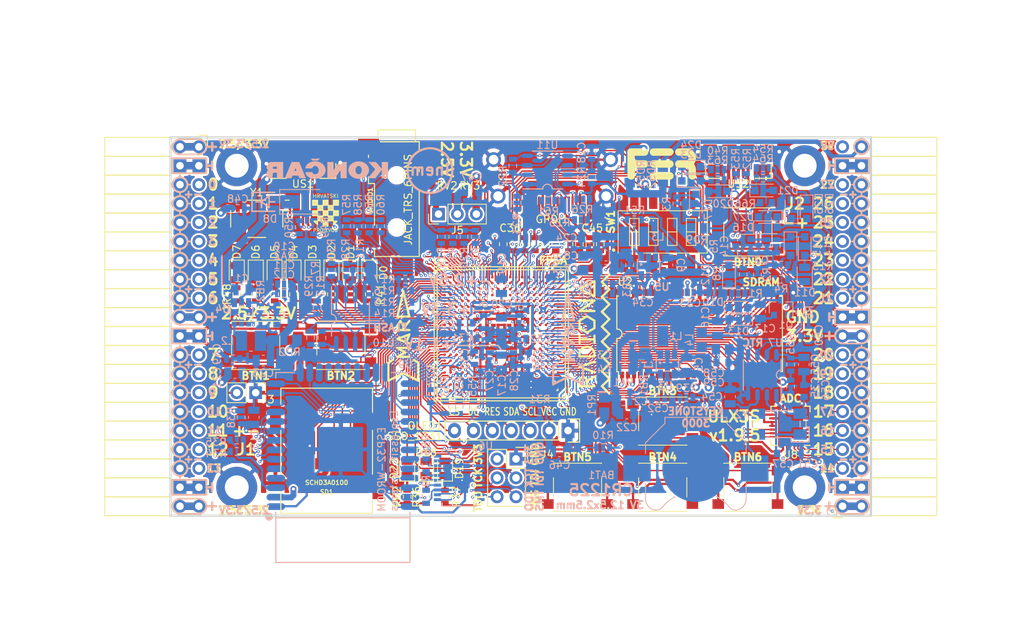
<source format=kicad_pcb>
(kicad_pcb (version 20171130) (host pcbnew 5.0.0-rc2+dfsg1-3)
  (layers (0 F.Cu signal) (1 In1.Cu signal) (2 In2.Cu signal) (31 B.Cu signal) (34 B.Paste user) (35 F.Paste user) (36 B.SilkS user) (37 F.SilkS user) (38 B.Mask user) (39 F.Mask user) (44 Edge.Cuts user))
  (net 0 "")
  (net 1 GND)
  (net 2 +5V)
  (net 3 /gpio/IN5V)
  (net 4 /gpio/OUT5V)
  (net 5 +3V3)
  (net 6 BTN_D)
  (net 7 BTN_F1)
  (net 8 BTN_F2)
  (net 9 BTN_L)
  (net 10 BTN_R)
  (net 11 BTN_U)
  (net 12 /power/FB1)
  (net 13 +2V5)
  (net 14 /power/PWREN)
  (net 15 /power/FB3)
  (net 16 /power/FB2)
  (net 17 /power/VBAT)
  (net 18 JTAG_TDI)
  (net 19 JTAG_TCK)
  (net 20 JTAG_TMS)
  (net 21 JTAG_TDO)
  (net 22 /power/WAKEUPn)
  (net 23 /power/WKUP)
  (net 24 /power/SHUT)
  (net 25 /power/WAKE)
  (net 26 /power/HOLD)
  (net 27 /power/WKn)
  (net 28 /power/OSCI_32k)
  (net 29 /power/OSCO_32k)
  (net 30 SHUTDOWN)
  (net 31 GPDI_SDA)
  (net 32 GPDI_SCL)
  (net 33 /gpdi/VREF2)
  (net 34 SD_CMD)
  (net 35 SD_CLK)
  (net 36 SD_D0)
  (net 37 SD_D1)
  (net 38 USB5V)
  (net 39 GPDI_CEC)
  (net 40 nRESET)
  (net 41 FTDI_nDTR)
  (net 42 SDRAM_CKE)
  (net 43 SDRAM_A7)
  (net 44 SDRAM_D15)
  (net 45 SDRAM_BA1)
  (net 46 SDRAM_D7)
  (net 47 SDRAM_A6)
  (net 48 SDRAM_CLK)
  (net 49 SDRAM_D13)
  (net 50 SDRAM_BA0)
  (net 51 SDRAM_D6)
  (net 52 SDRAM_A5)
  (net 53 SDRAM_D14)
  (net 54 SDRAM_A11)
  (net 55 SDRAM_D12)
  (net 56 SDRAM_D5)
  (net 57 SDRAM_A4)
  (net 58 SDRAM_A10)
  (net 59 SDRAM_D11)
  (net 60 SDRAM_A3)
  (net 61 SDRAM_D4)
  (net 62 SDRAM_D10)
  (net 63 SDRAM_D9)
  (net 64 SDRAM_A9)
  (net 65 SDRAM_D3)
  (net 66 SDRAM_D8)
  (net 67 SDRAM_A8)
  (net 68 SDRAM_A2)
  (net 69 SDRAM_A1)
  (net 70 SDRAM_A0)
  (net 71 SDRAM_D2)
  (net 72 SDRAM_D1)
  (net 73 SDRAM_D0)
  (net 74 SDRAM_DQM0)
  (net 75 SDRAM_nCS)
  (net 76 SDRAM_nRAS)
  (net 77 SDRAM_DQM1)
  (net 78 SDRAM_nCAS)
  (net 79 SDRAM_nWE)
  (net 80 /flash/FLASH_nWP)
  (net 81 /flash/FLASH_nHOLD)
  (net 82 /flash/FLASH_MOSI)
  (net 83 /flash/FLASH_MISO)
  (net 84 /flash/FLASH_SCK)
  (net 85 /flash/FLASH_nCS)
  (net 86 /flash/FPGA_PROGRAMN)
  (net 87 /flash/FPGA_DONE)
  (net 88 /flash/FPGA_INITN)
  (net 89 OLED_RES)
  (net 90 OLED_DC)
  (net 91 OLED_CS)
  (net 92 WIFI_EN)
  (net 93 FTDI_nRTS)
  (net 94 FTDI_TXD)
  (net 95 FTDI_RXD)
  (net 96 WIFI_RXD)
  (net 97 WIFI_GPIO0)
  (net 98 WIFI_TXD)
  (net 99 USB_FTDI_D+)
  (net 100 USB_FTDI_D-)
  (net 101 SD_D3)
  (net 102 AUDIO_L3)
  (net 103 AUDIO_L2)
  (net 104 AUDIO_L1)
  (net 105 AUDIO_L0)
  (net 106 AUDIO_R3)
  (net 107 AUDIO_R2)
  (net 108 AUDIO_R1)
  (net 109 AUDIO_R0)
  (net 110 OLED_CLK)
  (net 111 OLED_MOSI)
  (net 112 LED0)
  (net 113 LED1)
  (net 114 LED2)
  (net 115 LED3)
  (net 116 LED4)
  (net 117 LED5)
  (net 118 LED6)
  (net 119 LED7)
  (net 120 BTN_PWRn)
  (net 121 FTDI_nTXLED)
  (net 122 FTDI_nSLEEP)
  (net 123 /blinkey/LED_PWREN)
  (net 124 /blinkey/LED_TXLED)
  (net 125 /sdcard/SD3V3)
  (net 126 SD_D2)
  (net 127 CLK_25MHz)
  (net 128 /blinkey/BTNPUL)
  (net 129 /blinkey/BTNPUR)
  (net 130 USB_FPGA_D+)
  (net 131 /power/FTDI_nSUSPEND)
  (net 132 /blinkey/ALED0)
  (net 133 /blinkey/ALED1)
  (net 134 /blinkey/ALED2)
  (net 135 /blinkey/ALED3)
  (net 136 /blinkey/ALED4)
  (net 137 /blinkey/ALED5)
  (net 138 /blinkey/ALED6)
  (net 139 /blinkey/ALED7)
  (net 140 /usb/FTD-)
  (net 141 /usb/FTD+)
  (net 142 ADC_MISO)
  (net 143 ADC_MOSI)
  (net 144 ADC_CSn)
  (net 145 ADC_SCLK)
  (net 146 SW3)
  (net 147 SW2)
  (net 148 SW1)
  (net 149 USB_FPGA_D-)
  (net 150 /usb/FPD+)
  (net 151 /usb/FPD-)
  (net 152 WIFI_GPIO16)
  (net 153 /usb/ANT_433MHz)
  (net 154 /power/PWRBTn)
  (net 155 PROG_DONE)
  (net 156 /power/P3V3)
  (net 157 /power/P2V5)
  (net 158 /power/L1)
  (net 159 /power/L3)
  (net 160 /power/L2)
  (net 161 FTDI_TXDEN)
  (net 162 SDRAM_A12)
  (net 163 /analog/AUDIO_V)
  (net 164 AUDIO_V3)
  (net 165 AUDIO_V2)
  (net 166 AUDIO_V1)
  (net 167 AUDIO_V0)
  (net 168 /blinkey/LED_WIFI)
  (net 169 /power/P1V1)
  (net 170 +1V1)
  (net 171 SW4)
  (net 172 /blinkey/SWPU)
  (net 173 /wifi/WIFIEN)
  (net 174 FT2V5)
  (net 175 GN0)
  (net 176 GP0)
  (net 177 GN1)
  (net 178 GP1)
  (net 179 GN2)
  (net 180 GP2)
  (net 181 GN3)
  (net 182 GP3)
  (net 183 GN4)
  (net 184 GP4)
  (net 185 GN5)
  (net 186 GP5)
  (net 187 GN6)
  (net 188 GP6)
  (net 189 GN14)
  (net 190 GP14)
  (net 191 GN15)
  (net 192 GP15)
  (net 193 GN16)
  (net 194 GP16)
  (net 195 GN17)
  (net 196 GP17)
  (net 197 GN18)
  (net 198 GP18)
  (net 199 GN19)
  (net 200 GP19)
  (net 201 GN20)
  (net 202 GP20)
  (net 203 GN21)
  (net 204 GP21)
  (net 205 GN22)
  (net 206 GP22)
  (net 207 GN23)
  (net 208 GP23)
  (net 209 GN24)
  (net 210 GP24)
  (net 211 GN25)
  (net 212 GP25)
  (net 213 GN26)
  (net 214 GP26)
  (net 215 GN27)
  (net 216 GP27)
  (net 217 GN7)
  (net 218 GP7)
  (net 219 GN8)
  (net 220 GP8)
  (net 221 GN9)
  (net 222 GP9)
  (net 223 GN10)
  (net 224 GP10)
  (net 225 GN11)
  (net 226 GP11)
  (net 227 GN12)
  (net 228 GP12)
  (net 229 GN13)
  (net 230 GP13)
  (net 231 WIFI_GPIO5)
  (net 232 WIFI_GPIO17)
  (net 233 USB_FPGA_PULL_D+)
  (net 234 USB_FPGA_PULL_D-)
  (net 235 "Net-(D23-Pad2)")
  (net 236 "Net-(D24-Pad1)")
  (net 237 "Net-(D25-Pad2)")
  (net 238 "Net-(D26-Pad1)")
  (net 239 /gpdi/GPDI_ETH+)
  (net 240 FPDI_ETH+)
  (net 241 /gpdi/GPDI_ETH-)
  (net 242 FPDI_ETH-)
  (net 243 /gpdi/GPDI_D2-)
  (net 244 FPDI_D2-)
  (net 245 /gpdi/GPDI_D1-)
  (net 246 FPDI_D1-)
  (net 247 /gpdi/GPDI_D0-)
  (net 248 FPDI_D0-)
  (net 249 /gpdi/GPDI_CLK-)
  (net 250 FPDI_CLK-)
  (net 251 /gpdi/GPDI_D2+)
  (net 252 FPDI_D2+)
  (net 253 /gpdi/GPDI_D1+)
  (net 254 FPDI_D1+)
  (net 255 /gpdi/GPDI_D0+)
  (net 256 FPDI_D0+)
  (net 257 /gpdi/GPDI_CLK+)
  (net 258 FPDI_CLK+)
  (net 259 FPDI_SDA)
  (net 260 FPDI_SCL)
  (net 261 /gpdi/FPDI_CEC)
  (net 262 2V5_3V3)
  (net 263 "Net-(AUDIO1-Pad5)")
  (net 264 "Net-(AUDIO1-Pad6)")
  (net 265 "Net-(U1-PadA15)")
  (net 266 "Net-(U1-PadC9)")
  (net 267 "Net-(U1-PadD9)")
  (net 268 "Net-(U1-PadD10)")
  (net 269 "Net-(U1-PadD11)")
  (net 270 "Net-(U1-PadD12)")
  (net 271 "Net-(U1-PadE6)")
  (net 272 "Net-(U1-PadE9)")
  (net 273 "Net-(U1-PadE10)")
  (net 274 "Net-(U1-PadE11)")
  (net 275 "Net-(U1-PadJ4)")
  (net 276 "Net-(U1-PadJ5)")
  (net 277 "Net-(U1-PadK5)")
  (net 278 "Net-(U1-PadL5)")
  (net 279 "Net-(U1-PadM4)")
  (net 280 "Net-(U1-PadM5)")
  (net 281 SD_CD)
  (net 282 SD_WP)
  (net 283 "Net-(U1-PadR3)")
  (net 284 "Net-(U1-PadT16)")
  (net 285 "Net-(U1-PadW4)")
  (net 286 "Net-(U1-PadW5)")
  (net 287 "Net-(U1-PadW8)")
  (net 288 "Net-(U1-PadW9)")
  (net 289 "Net-(U1-PadW13)")
  (net 290 "Net-(U1-PadW14)")
  (net 291 "Net-(U1-PadW17)")
  (net 292 "Net-(U1-PadW18)")
  (net 293 FTDI_nRXLED)
  (net 294 "Net-(U8-Pad12)")
  (net 295 "Net-(U8-Pad25)")
  (net 296 "Net-(U9-Pad32)")
  (net 297 "Net-(U9-Pad22)")
  (net 298 "Net-(U9-Pad21)")
  (net 299 "Net-(U9-Pad20)")
  (net 300 "Net-(U9-Pad19)")
  (net 301 "Net-(U9-Pad18)")
  (net 302 "Net-(U9-Pad17)")
  (net 303 "Net-(U9-Pad12)")
  (net 304 "Net-(U9-Pad5)")
  (net 305 "Net-(U9-Pad4)")
  (net 306 "Net-(US1-Pad4)")
  (net 307 "Net-(Y2-Pad3)")
  (net 308 "Net-(Y2-Pad2)")
  (net 309 "Net-(U1-PadK16)")
  (net 310 "Net-(U1-PadK17)")
  (net 311 /usb/US2VBUS)
  (net 312 /power/SHD)
  (net 313 /power/RTCVDD)
  (net 314 "Net-(D27-Pad2)")
  (net 315 US2_ID)
  (net 316 /analog/AUDIO_L)
  (net 317 /analog/AUDIO_R)
  (net 318 /analog/ADC3V3)
  (module Keystone_3000_1x12mm-CoinCell:Keystone_3000_1x12mm-CoinCell (layer B.Cu) (at 164.585 105.87 90)
    (fp_text reference BAT1 (at -0.907 -12.685 180) (layer B.SilkS) (effects (justify mirror)))
    (fp_text value CR1225)
    (pad 1 smd rect (at 0 7.9 180) (size 3.7 3.5) (layers B.Cu B.Paste B.Mask) (net 17 /power/VBAT) (clearance 0.7))
    (pad 1 smd rect (at 0 -7.9 180) (size 3.7 3.5) (layers B.Cu B.Paste B.Mask) (net 17 /power/VBAT) (clearance 0.7))
    (pad 2 smd circle (at 0 0 180) (size 9 9) (layers B.Cu B.Mask) (net 1 GND))
  )
  (module SM8:SM8 (layer B.Cu) (at 144.68 65.8015 90)
    (fp_text reference U11 (at 3.3475 -0.019 -180) (layer B.SilkS) (effects (justify mirror)))
    (fp_text value PCA9306D)
    (pad 1 smd rect (at -1.905 -2.7) (size 1.55 0.6) (layers B.Cu B.Paste B.Mask) (net 1 GND))
    (pad 2 smd oval (at -0.635 -2.7) (size 1.55 0.6) (layers B.Cu B.Paste B.Mask) (net 13 +2V5))
    (pad 3 smd oval (at 0.635 -2.7) (size 1.55 0.6) (layers B.Cu B.Paste B.Mask) (net 260 FPDI_SCL))
    (pad 4 smd oval (at 1.905 -2.7) (size 1.55 0.6) (layers B.Cu B.Paste B.Mask) (net 259 FPDI_SDA))
    (pad 5 smd oval (at 1.905 2.7) (size 1.55 0.6) (layers B.Cu B.Paste B.Mask) (net 31 GPDI_SDA))
    (pad 6 smd oval (at 0.635 2.7) (size 1.55 0.6) (layers B.Cu B.Paste B.Mask) (net 32 GPDI_SCL))
    (pad 7 smd oval (at -0.635 2.7) (size 1.55 0.6) (layers B.Cu B.Paste B.Mask) (net 33 /gpdi/VREF2))
    (pad 8 smd oval (at -1.905 2.7) (size 1.55 0.6) (layers B.Cu B.Paste B.Mask) (net 5 +3V3))
  )
  (module TSOP54:TSOP54 (layer F.Cu) (at 165.093 87.8 90)
    (fp_text reference U2 (at 6.98 -9.993 180) (layer F.SilkS))
    (fp_text value MT48LC16M16A2TG)
    (pad 28 smd rect (at 5.53 10.4 90) (size 0.9 0.56) (layers F.Cu F.Paste F.Mask) (net 1 GND))
    (pad 1 smd rect (at -5.53 -10.4 90) (size 0.9 0.56) (layers F.Cu F.Paste F.Mask) (net 5 +3V3))
    (pad 2 smd rect (at -5.53 -9.6 90) (size 0.9 0.56) (layers F.Cu F.Paste F.Mask) (net 73 SDRAM_D0))
    (pad 3 smd rect (at -5.53 -8.8 90) (size 0.9 0.56) (layers F.Cu F.Paste F.Mask) (net 5 +3V3))
    (pad 4 smd rect (at -5.53 -8 90) (size 0.9 0.56) (layers F.Cu F.Paste F.Mask) (net 72 SDRAM_D1))
    (pad 5 smd rect (at -5.53 -7.2 90) (size 0.9 0.56) (layers F.Cu F.Paste F.Mask) (net 71 SDRAM_D2))
    (pad 6 smd rect (at -5.53 -6.4 90) (size 0.9 0.56) (layers F.Cu F.Paste F.Mask) (net 1 GND))
    (pad 7 smd rect (at -5.53 -5.6 90) (size 0.9 0.56) (layers F.Cu F.Paste F.Mask) (net 65 SDRAM_D3))
    (pad 8 smd rect (at -5.53 -4.8 90) (size 0.9 0.56) (layers F.Cu F.Paste F.Mask) (net 61 SDRAM_D4))
    (pad 9 smd rect (at -5.53 -4 90) (size 0.9 0.56) (layers F.Cu F.Paste F.Mask) (net 5 +3V3))
    (pad 10 smd rect (at -5.53 -3.2 90) (size 0.9 0.56) (layers F.Cu F.Paste F.Mask) (net 56 SDRAM_D5))
    (pad 11 smd rect (at -5.53 -2.4 90) (size 0.9 0.56) (layers F.Cu F.Paste F.Mask) (net 51 SDRAM_D6))
    (pad 12 smd rect (at -5.53 -1.6 90) (size 0.9 0.56) (layers F.Cu F.Paste F.Mask) (net 1 GND))
    (pad 13 smd rect (at -5.53 -0.8 90) (size 0.9 0.56) (layers F.Cu F.Paste F.Mask) (net 46 SDRAM_D7))
    (pad 14 smd rect (at -5.53 0 90) (size 0.9 0.56) (layers F.Cu F.Paste F.Mask) (net 5 +3V3))
    (pad 15 smd rect (at -5.53 0.8 90) (size 0.9 0.56) (layers F.Cu F.Paste F.Mask) (net 74 SDRAM_DQM0))
    (pad 16 smd rect (at -5.53 1.6 90) (size 0.9 0.56) (layers F.Cu F.Paste F.Mask) (net 79 SDRAM_nWE))
    (pad 17 smd rect (at -5.53 2.4 90) (size 0.9 0.56) (layers F.Cu F.Paste F.Mask) (net 78 SDRAM_nCAS))
    (pad 18 smd rect (at -5.53 3.2 90) (size 0.9 0.56) (layers F.Cu F.Paste F.Mask) (net 76 SDRAM_nRAS))
    (pad 19 smd rect (at -5.53 4 90) (size 0.9 0.56) (layers F.Cu F.Paste F.Mask) (net 75 SDRAM_nCS))
    (pad 20 smd rect (at -5.53 4.8 90) (size 0.9 0.56) (layers F.Cu F.Paste F.Mask) (net 50 SDRAM_BA0))
    (pad 21 smd rect (at -5.53 5.6 90) (size 0.9 0.56) (layers F.Cu F.Paste F.Mask) (net 45 SDRAM_BA1))
    (pad 22 smd rect (at -5.53 6.4 90) (size 0.9 0.56) (layers F.Cu F.Paste F.Mask) (net 58 SDRAM_A10))
    (pad 23 smd rect (at -5.53 7.2 90) (size 0.9 0.56) (layers F.Cu F.Paste F.Mask) (net 70 SDRAM_A0))
    (pad 24 smd rect (at -5.53 8 90) (size 0.9 0.56) (layers F.Cu F.Paste F.Mask) (net 69 SDRAM_A1))
    (pad 25 smd rect (at -5.53 8.8 90) (size 0.9 0.56) (layers F.Cu F.Paste F.Mask) (net 68 SDRAM_A2))
    (pad 26 smd rect (at -5.53 9.6 90) (size 0.9 0.56) (layers F.Cu F.Paste F.Mask) (net 60 SDRAM_A3))
    (pad 27 smd rect (at -5.53 10.4 90) (size 0.9 0.56) (layers F.Cu F.Paste F.Mask) (net 5 +3V3))
    (pad 29 smd rect (at 5.53 9.6 90) (size 0.9 0.56) (layers F.Cu F.Paste F.Mask) (net 57 SDRAM_A4))
    (pad 30 smd rect (at 5.53 8.8 90) (size 0.9 0.56) (layers F.Cu F.Paste F.Mask) (net 52 SDRAM_A5))
    (pad 31 smd rect (at 5.53 8 90) (size 0.9 0.56) (layers F.Cu F.Paste F.Mask) (net 47 SDRAM_A6))
    (pad 32 smd rect (at 5.53 7.2 90) (size 0.9 0.56) (layers F.Cu F.Paste F.Mask) (net 43 SDRAM_A7))
    (pad 33 smd rect (at 5.53 6.4 90) (size 0.9 0.56) (layers F.Cu F.Paste F.Mask) (net 67 SDRAM_A8))
    (pad 34 smd rect (at 5.53 5.6 90) (size 0.9 0.56) (layers F.Cu F.Paste F.Mask) (net 64 SDRAM_A9))
    (pad 35 smd rect (at 5.53 4.8 90) (size 0.9 0.56) (layers F.Cu F.Paste F.Mask) (net 54 SDRAM_A11))
    (pad 36 smd rect (at 5.53 4 90) (size 0.9 0.56) (layers F.Cu F.Paste F.Mask) (net 162 SDRAM_A12))
    (pad 37 smd rect (at 5.53 3.2 90) (size 0.9 0.56) (layers F.Cu F.Paste F.Mask) (net 42 SDRAM_CKE))
    (pad 38 smd rect (at 5.53 2.4 90) (size 0.9 0.56) (layers F.Cu F.Paste F.Mask) (net 48 SDRAM_CLK))
    (pad 39 smd rect (at 5.53 1.6 90) (size 0.9 0.56) (layers F.Cu F.Paste F.Mask) (net 77 SDRAM_DQM1))
    (pad 40 smd rect (at 5.53 0.8 90) (size 0.9 0.56) (layers F.Cu F.Paste F.Mask))
    (pad 41 smd rect (at 5.53 0 90) (size 0.9 0.56) (layers F.Cu F.Paste F.Mask) (net 1 GND))
    (pad 42 smd rect (at 5.53 -0.8 90) (size 0.9 0.56) (layers F.Cu F.Paste F.Mask) (net 66 SDRAM_D8))
    (pad 43 smd rect (at 5.53 -1.6 90) (size 0.9 0.56) (layers F.Cu F.Paste F.Mask) (net 5 +3V3))
    (pad 44 smd rect (at 5.53 -2.4 90) (size 0.9 0.56) (layers F.Cu F.Paste F.Mask) (net 63 SDRAM_D9))
    (pad 45 smd rect (at 5.53 -3.2 90) (size 0.9 0.56) (layers F.Cu F.Paste F.Mask) (net 62 SDRAM_D10))
    (pad 46 smd rect (at 5.53 -4 90) (size 0.9 0.56) (layers F.Cu F.Paste F.Mask) (net 1 GND))
    (pad 47 smd rect (at 5.53 -4.8 90) (size 0.9 0.56) (layers F.Cu F.Paste F.Mask) (net 59 SDRAM_D11))
    (pad 48 smd rect (at 5.53 -5.6 90) (size 0.9 0.56) (layers F.Cu F.Paste F.Mask) (net 55 SDRAM_D12))
    (pad 49 smd rect (at 5.53 -6.4 90) (size 0.9 0.56) (layers F.Cu F.Paste F.Mask) (net 5 +3V3))
    (pad 50 smd rect (at 5.53 -7.2 90) (size 0.9 0.56) (layers F.Cu F.Paste F.Mask) (net 49 SDRAM_D13))
    (pad 51 smd rect (at 5.53 -8 90) (size 0.9 0.56) (layers F.Cu F.Paste F.Mask) (net 53 SDRAM_D14))
    (pad 52 smd rect (at 5.53 -8.8 90) (size 0.9 0.56) (layers F.Cu F.Paste F.Mask) (net 1 GND))
    (pad 53 smd rect (at 5.53 -9.6 90) (size 0.9 0.56) (layers F.Cu F.Paste F.Mask) (net 44 SDRAM_D15))
    (pad 54 smd rect (at 5.53 -10.4 90) (size 0.9 0.56) (layers F.Cu F.Paste F.Mask) (net 1 GND))
  )
  (module SOA008-150mil:SOA008-150-208mil (layer B.Cu) (at 118.245 85.822 270)
    (fp_text reference U10 (at 3.175 -4.445) (layer B.SilkS) (effects (justify mirror)))
    (fp_text value IS25LP128F-JBLE)
    (pad 1 smd rect (at -3.302 1.905 270) (size 2.1 0.6) (layers B.Cu B.Paste B.Mask) (net 85 /flash/FLASH_nCS))
    (pad 2 smd oval (at -3.302 0.635 270) (size 2.1 0.6) (layers B.Cu B.Paste B.Mask) (net 83 /flash/FLASH_MISO))
    (pad 3 smd oval (at -3.302 -0.635 270) (size 2.1 0.6) (layers B.Cu B.Paste B.Mask) (net 80 /flash/FLASH_nWP))
    (pad 4 smd oval (at -3.302 -1.905 270) (size 2.1 0.6) (layers B.Cu B.Paste B.Mask) (net 1 GND))
    (pad 5 smd oval (at 3.302 -1.905 270) (size 2.1 0.6) (layers B.Cu B.Paste B.Mask) (net 82 /flash/FLASH_MOSI))
    (pad 6 smd oval (at 3.302 -0.635 270) (size 2.1 0.6) (layers B.Cu B.Paste B.Mask) (net 84 /flash/FLASH_SCK))
    (pad 7 smd oval (at 3.302 0.635 270) (size 2.1 0.6) (layers B.Cu B.Paste B.Mask) (net 81 /flash/FLASH_nHOLD))
    (pad 8 smd oval (at 3.302 1.905 270) (size 2.1 0.6) (layers B.Cu B.Paste B.Mask) (net 5 +3V3))
  )
  (module SOT96-1:SOT96-1 (layer B.Cu) (at 173.49 93.315 90)
    (fp_text reference U7 (at 4.318 1.778 180) (layer B.SilkS) (effects (justify mirror)))
    (fp_text value PCF8523)
    (pad 1 smd rect (at -2.7 1.905 90) (size 1.55 0.6) (layers B.Cu B.Paste B.Mask) (net 28 /power/OSCI_32k))
    (pad 2 smd oval (at -2.7 0.635 90) (size 1.55 0.6) (layers B.Cu B.Paste B.Mask) (net 29 /power/OSCO_32k))
    (pad 3 smd oval (at -2.7 -0.635 90) (size 1.55 0.6) (layers B.Cu B.Paste B.Mask) (net 17 /power/VBAT))
    (pad 4 smd oval (at -2.7 -1.905 90) (size 1.55 0.6) (layers B.Cu B.Paste B.Mask) (net 1 GND))
    (pad 5 smd oval (at 2.7 -1.905 90) (size 1.55 0.6) (layers B.Cu B.Paste B.Mask) (net 259 FPDI_SDA))
    (pad 6 smd oval (at 2.7 -0.635 90) (size 1.55 0.6) (layers B.Cu B.Paste B.Mask) (net 260 FPDI_SCL))
    (pad 7 smd oval (at 2.7 0.635 90) (size 1.55 0.6) (layers B.Cu B.Paste B.Mask) (net 22 /power/WAKEUPn))
    (pad 8 smd oval (at 2.7 1.905 90) (size 1.55 0.6) (layers B.Cu B.Paste B.Mask) (net 313 /power/RTCVDD))
  )
  (module ft231x:FT231X-SSOP-20_4.4x6.5mm_Pitch0.65mm (layer B.Cu) (at 132.835 107.14 180)
    (fp_text reference U6 (at -3.556 4.318 180) (layer B.SilkS) (effects (justify mirror)))
    (fp_text value FT231XS)
    (pad 20 smd rect (at 2.9 2.925 180) (size 1 0.4) (layers B.Cu B.Paste B.Mask) (net 94 FTDI_TXD))
    (pad 19 smd rect (at 2.9 2.275 180) (size 1 0.4) (layers B.Cu B.Paste B.Mask) (net 122 FTDI_nSLEEP))
    (pad 18 smd rect (at 2.9 1.625 180) (size 1 0.4) (layers B.Cu B.Paste B.Mask) (net 161 FTDI_TXDEN))
    (pad 17 smd rect (at 2.9 0.975 180) (size 1 0.4) (layers B.Cu B.Paste B.Mask) (net 293 FTDI_nRXLED))
    (pad 16 smd rect (at 2.9 0.325 180) (size 1 0.4) (layers B.Cu B.Paste B.Mask) (net 1 GND))
    (pad 15 smd rect (at 2.9 -0.325 180) (size 1 0.4) (layers B.Cu B.Paste B.Mask) (net 38 USB5V))
    (pad 14 smd rect (at 2.9 -0.975 180) (size 1 0.4) (layers B.Cu B.Paste B.Mask) (net 40 nRESET))
    (pad 13 smd rect (at 2.9 -1.625 180) (size 1 0.4) (layers B.Cu B.Paste B.Mask) (net 174 FT2V5))
    (pad 12 smd rect (at 2.9 -2.275 180) (size 1 0.4) (layers B.Cu B.Paste B.Mask) (net 100 USB_FTDI_D-))
    (pad 11 smd rect (at 2.9 -2.925 180) (size 1 0.4) (layers B.Cu B.Paste B.Mask) (net 99 USB_FTDI_D+))
    (pad 10 smd rect (at -2.9 -2.925 180) (size 1 0.4) (layers B.Cu B.Paste B.Mask) (net 121 FTDI_nTXLED))
    (pad 9 smd rect (at -2.9 -2.275 180) (size 1 0.4) (layers B.Cu B.Paste B.Mask) (net 21 JTAG_TDO))
    (pad 8 smd rect (at -2.9 -1.625 180) (size 1 0.4) (layers B.Cu B.Paste B.Mask) (net 20 JTAG_TMS))
    (pad 7 smd rect (at -2.9 -0.975 180) (size 1 0.4) (layers B.Cu B.Paste B.Mask) (net 19 JTAG_TCK))
    (pad 6 smd rect (at -2.9 -0.325 180) (size 1 0.4) (layers B.Cu B.Paste B.Mask) (net 1 GND))
    (pad 5 smd rect (at -2.9 0.325 180) (size 1 0.4) (layers B.Cu B.Paste B.Mask) (net 18 JTAG_TDI))
    (pad 4 smd rect (at -2.9 0.975 180) (size 1 0.4) (layers B.Cu B.Paste B.Mask) (net 95 FTDI_RXD))
    (pad 3 smd rect (at -2.9 1.625 180) (size 1 0.4) (layers B.Cu B.Paste B.Mask) (net 174 FT2V5))
    (pad 2 smd rect (at -2.9 2.275 180) (size 1 0.4) (layers B.Cu B.Paste B.Mask) (net 93 FTDI_nRTS))
    (pad 1 smd rect (at -2.9 2.925 180) (size 1 0.4) (layers B.Cu B.Paste B.Mask) (net 41 FTDI_nDTR))
  )
  (module TSOT-25:TSOT-25 (layer B.Cu) (at 158.235 78.692)
    (fp_text reference U5 (at 1.793 2.812) (layer B.SilkS) (effects (font (thickness 0.2)) (justify mirror)))
    (fp_text value TLV62569DBV)
    (pad 1 smd rect (at -0.95 -1.3) (size 0.7 1.2) (layers B.Cu B.Paste B.Mask) (net 14 /power/PWREN))
    (pad 2 smd rect (at 0 -1.3) (size 0.7 1.2) (layers B.Cu B.Paste B.Mask) (net 1 GND))
    (pad 3 smd rect (at 0.95 -1.3) (size 0.7 1.2) (layers B.Cu B.Paste B.Mask) (net 159 /power/L3))
    (pad 4 smd rect (at 0.95 1.3) (size 0.7 1.2) (layers B.Cu B.Paste B.Mask) (net 2 +5V))
    (pad 5 smd rect (at -0.95 1.3) (size 0.7 1.2) (layers B.Cu B.Paste B.Mask) (net 15 /power/FB3))
  )
  (module TSOT-25:TSOT-25 (layer B.Cu) (at 160.775 91.9)
    (fp_text reference U3 (at -0.295 2.9) (layer B.SilkS) (effects (font (thickness 0.2)) (justify mirror)))
    (fp_text value TLV62569DBV)
    (pad 1 smd rect (at -0.95 -1.3) (size 0.7 1.2) (layers B.Cu B.Paste B.Mask) (net 14 /power/PWREN))
    (pad 2 smd rect (at 0 -1.3) (size 0.7 1.2) (layers B.Cu B.Paste B.Mask) (net 1 GND))
    (pad 3 smd rect (at 0.95 -1.3) (size 0.7 1.2) (layers B.Cu B.Paste B.Mask) (net 158 /power/L1))
    (pad 4 smd rect (at 0.95 1.3) (size 0.7 1.2) (layers B.Cu B.Paste B.Mask) (net 2 +5V))
    (pad 5 smd rect (at -0.95 1.3) (size 0.7 1.2) (layers B.Cu B.Paste B.Mask) (net 12 /power/FB1))
  )
  (module TSOT-25:TSOT-25 (layer B.Cu) (at 103.625 84.915 180)
    (fp_text reference U4 (at 2.525 0.4265 180) (layer B.SilkS) (effects (font (thickness 0.2)) (justify mirror)))
    (fp_text value TLV62569DBV)
    (pad 1 smd rect (at -0.95 -1.3 180) (size 0.7 1.2) (layers B.Cu B.Paste B.Mask) (net 14 /power/PWREN))
    (pad 2 smd rect (at 0 -1.3 180) (size 0.7 1.2) (layers B.Cu B.Paste B.Mask) (net 1 GND))
    (pad 3 smd rect (at 0.95 -1.3 180) (size 0.7 1.2) (layers B.Cu B.Paste B.Mask) (net 160 /power/L2))
    (pad 4 smd rect (at 0.95 1.3 180) (size 0.7 1.2) (layers B.Cu B.Paste B.Mask) (net 2 +5V))
    (pad 5 smd rect (at -0.95 1.3 180) (size 0.7 1.2) (layers B.Cu B.Paste B.Mask) (net 16 /power/FB2))
  )
  (module ESP32:ESP32-WROOM (layer B.Cu) (at 117.23 105.75 180)
    (fp_text reference U9 (at -8.366 13.85 180) (layer B.SilkS) (effects (justify mirror)))
    (fp_text value ESP-WROOM32)
    (fp_text user "Espressif Systems" (at -6.858 0.889 90) (layer B.SilkS) (effects (justify mirror)))
    (fp_text user ESP32-WROOM (at -5.207 -0.254 90) (layer B.SilkS) (effects (justify mirror)))
    (pad 38 smd oval (at -9 -5.25 180) (size 2.5 0.9) (layers B.Cu B.Paste B.Mask) (net 1 GND))
    (pad 37 smd oval (at -9 -3.98 180) (size 2.5 0.9) (layers B.Cu B.Paste B.Mask) (net 18 JTAG_TDI))
    (pad 36 smd oval (at -9 -2.71 180) (size 2.5 0.9) (layers B.Cu B.Paste B.Mask) (net 155 PROG_DONE))
    (pad 35 smd oval (at -9 -1.44 180) (size 2.5 0.9) (layers B.Cu B.Paste B.Mask) (net 98 WIFI_TXD))
    (pad 34 smd oval (at -9 -0.17 180) (size 2.5 0.9) (layers B.Cu B.Paste B.Mask) (net 96 WIFI_RXD))
    (pad 33 smd oval (at -9 1.1 180) (size 2.5 0.9) (layers B.Cu B.Paste B.Mask) (net 20 JTAG_TMS))
    (pad 32 smd oval (at -9 2.37 180) (size 2.5 0.9) (layers B.Cu B.Paste B.Mask) (net 296 "Net-(U9-Pad32)"))
    (pad 31 smd oval (at -9 3.64 180) (size 2.5 0.9) (layers B.Cu B.Paste B.Mask) (net 21 JTAG_TDO))
    (pad 30 smd oval (at -9 4.91 180) (size 2.5 0.9) (layers B.Cu B.Paste B.Mask) (net 19 JTAG_TCK))
    (pad 29 smd oval (at -9 6.18 180) (size 2.5 0.9) (layers B.Cu B.Paste B.Mask) (net 231 WIFI_GPIO5))
    (pad 28 smd oval (at -9 7.45 180) (size 2.5 0.9) (layers B.Cu B.Paste B.Mask) (net 232 WIFI_GPIO17))
    (pad 27 smd oval (at -9 8.72 180) (size 2.5 0.9) (layers B.Cu B.Paste B.Mask) (net 152 WIFI_GPIO16))
    (pad 26 smd oval (at -9 9.99 180) (size 2.5 0.9) (layers B.Cu B.Paste B.Mask) (net 37 SD_D1))
    (pad 25 smd oval (at -9 11.26 180) (size 2.5 0.9) (layers B.Cu B.Paste B.Mask) (net 97 WIFI_GPIO0))
    (pad 24 smd oval (at -5.715 12.75 180) (size 0.9 2.5) (layers B.Cu B.Paste B.Mask) (net 36 SD_D0))
    (pad 23 smd oval (at -4.445 12.75 180) (size 0.9 2.5) (layers B.Cu B.Paste B.Mask) (net 34 SD_CMD))
    (pad 22 smd oval (at -3.175 12.75 180) (size 0.9 2.5) (layers B.Cu B.Paste B.Mask) (net 297 "Net-(U9-Pad22)"))
    (pad 21 smd oval (at -1.905 12.75 180) (size 0.9 2.5) (layers B.Cu B.Paste B.Mask) (net 298 "Net-(U9-Pad21)"))
    (pad 20 smd oval (at -0.635 12.75 180) (size 0.9 2.5) (layers B.Cu B.Paste B.Mask) (net 299 "Net-(U9-Pad20)"))
    (pad 19 smd oval (at 0.635 12.75 180) (size 0.9 2.5) (layers B.Cu B.Paste B.Mask) (net 300 "Net-(U9-Pad19)"))
    (pad 18 smd oval (at 1.905 12.75 180) (size 0.9 2.5) (layers B.Cu B.Paste B.Mask) (net 301 "Net-(U9-Pad18)"))
    (pad 17 smd oval (at 3.175 12.75 180) (size 0.9 2.5) (layers B.Cu B.Paste B.Mask) (net 302 "Net-(U9-Pad17)"))
    (pad 16 smd oval (at 4.445 12.75 180) (size 0.9 2.5) (layers B.Cu B.Paste B.Mask) (net 101 SD_D3))
    (pad 15 smd oval (at 5.715 12.75 180) (size 0.9 2.5) (layers B.Cu B.Paste B.Mask) (net 1 GND))
    (pad 14 smd oval (at 9 11.26 180) (size 2.5 0.9) (layers B.Cu B.Paste B.Mask) (net 126 SD_D2))
    (pad 13 smd oval (at 9 9.99 180) (size 2.5 0.9) (layers B.Cu B.Paste B.Mask) (net 35 SD_CLK))
    (pad 12 smd oval (at 9 8.72 180) (size 2.5 0.9) (layers B.Cu B.Paste B.Mask) (net 303 "Net-(U9-Pad12)"))
    (pad 11 smd oval (at 9 7.45 180) (size 2.5 0.9) (layers B.Cu B.Paste B.Mask) (net 225 GN11))
    (pad 10 smd oval (at 9 6.18 180) (size 2.5 0.9) (layers B.Cu B.Paste B.Mask) (net 226 GP11))
    (pad 9 smd oval (at 9 4.91 180) (size 2.5 0.9) (layers B.Cu B.Paste B.Mask) (net 227 GN12))
    (pad 8 smd oval (at 9 3.64 180) (size 2.5 0.9) (layers B.Cu B.Paste B.Mask) (net 228 GP12))
    (pad 7 smd oval (at 9 2.37 180) (size 2.5 0.9) (layers B.Cu B.Paste B.Mask) (net 229 GN13))
    (pad 6 smd oval (at 9 1.1 180) (size 2.5 0.9) (layers B.Cu B.Paste B.Mask) (net 230 GP13))
    (pad 5 smd oval (at 9 -0.17 180) (size 2.5 0.9) (layers B.Cu B.Paste B.Mask) (net 304 "Net-(U9-Pad5)"))
    (pad 4 smd oval (at 9 -1.44 180) (size 2.5 0.9) (layers B.Cu B.Paste B.Mask) (net 305 "Net-(U9-Pad4)"))
    (pad 3 smd oval (at 9 -2.71 180) (size 2.5 0.9) (layers B.Cu B.Paste B.Mask) (net 173 /wifi/WIFIEN))
    (pad 2 smd oval (at 9 -3.98 180) (size 2.5 0.9) (layers B.Cu B.Paste B.Mask) (net 5 +3V3))
    (pad 1 smd oval (at 9 -5.25 180) (size 2.5 0.9) (layers B.Cu B.Paste B.Mask) (net 1 GND))
    (pad 39 smd rect (at 0.3 2.45 180) (size 6 6) (layers B.Cu B.Paste B.Mask) (net 1 GND))
  )
  (module inem:inem (layer B.Cu) (at 128.913 65.883)
    (fp_text reference REF** hide)
    (fp_text value inem hide)
    (fp_text user inem (at 0 -0.1) (layer B.SilkS) (effects (font (size 1.5 1.5) (thickness 0.3)) (justify mirror)))
  )
  (module fer:fer4mm6 (layer F.Cu) (at 159.901 64.994)
    (fp_text reference fer hide)
    (fp_text value fer hide)
  )
  (module Socket_Strips:Socket_Strip_Angled_2x20 (layer F.Cu) (at 97.91 62.69 270)
    (fp_text reference J1 (at 40.64 -6.35) (layer F.SilkS) (effects (font (size 1.5 1.5) (thickness 0.3))))
    (fp_text value CONN_02X20 hide)
    (pad 1 thru_hole oval (at 0 0 270) (size 1.7272 1.7272) (drill 1.016) (layers *.Cu *.Mask) (net 262 2V5_3V3))
    (pad 2 thru_hole oval (at 0 2.54 270) (size 1.7272 1.7272) (drill 1.016) (layers *.Cu *.Mask) (net 262 2V5_3V3))
    (pad 3 thru_hole rect (at 2.54 0 270) (size 1.7272 1.7272) (drill 1.016) (layers *.Cu *.Mask) (net 1 GND))
    (pad 4 thru_hole rect (at 2.54 2.54 270) (size 1.7272 1.7272) (drill 1.016) (layers *.Cu *.Mask) (net 1 GND))
    (pad 5 thru_hole oval (at 5.08 0 270) (size 1.7272 1.7272) (drill 1.016) (layers *.Cu *.Mask) (net 175 GN0))
    (pad 6 thru_hole oval (at 5.08 2.54 270) (size 1.7272 1.7272) (drill 1.016) (layers *.Cu *.Mask) (net 176 GP0))
    (pad 7 thru_hole oval (at 7.62 0 270) (size 1.7272 1.7272) (drill 1.016) (layers *.Cu *.Mask) (net 177 GN1))
    (pad 8 thru_hole oval (at 7.62 2.54 270) (size 1.7272 1.7272) (drill 1.016) (layers *.Cu *.Mask) (net 178 GP1))
    (pad 9 thru_hole oval (at 10.16 0 270) (size 1.7272 1.7272) (drill 1.016) (layers *.Cu *.Mask) (net 179 GN2))
    (pad 10 thru_hole oval (at 10.16 2.54 270) (size 1.7272 1.7272) (drill 1.016) (layers *.Cu *.Mask) (net 180 GP2))
    (pad 11 thru_hole oval (at 12.7 0 270) (size 1.7272 1.7272) (drill 1.016) (layers *.Cu *.Mask) (net 181 GN3))
    (pad 12 thru_hole oval (at 12.7 2.54 270) (size 1.7272 1.7272) (drill 1.016) (layers *.Cu *.Mask) (net 182 GP3))
    (pad 13 thru_hole oval (at 15.24 0 270) (size 1.7272 1.7272) (drill 1.016) (layers *.Cu *.Mask) (net 183 GN4))
    (pad 14 thru_hole oval (at 15.24 2.54 270) (size 1.7272 1.7272) (drill 1.016) (layers *.Cu *.Mask) (net 184 GP4))
    (pad 15 thru_hole oval (at 17.78 0 270) (size 1.7272 1.7272) (drill 1.016) (layers *.Cu *.Mask) (net 185 GN5))
    (pad 16 thru_hole oval (at 17.78 2.54 270) (size 1.7272 1.7272) (drill 1.016) (layers *.Cu *.Mask) (net 186 GP5))
    (pad 17 thru_hole oval (at 20.32 0 270) (size 1.7272 1.7272) (drill 1.016) (layers *.Cu *.Mask) (net 187 GN6))
    (pad 18 thru_hole oval (at 20.32 2.54 270) (size 1.7272 1.7272) (drill 1.016) (layers *.Cu *.Mask) (net 188 GP6))
    (pad 19 thru_hole oval (at 22.86 0 270) (size 1.7272 1.7272) (drill 1.016) (layers *.Cu *.Mask) (net 262 2V5_3V3))
    (pad 20 thru_hole oval (at 22.86 2.54 270) (size 1.7272 1.7272) (drill 1.016) (layers *.Cu *.Mask) (net 262 2V5_3V3))
    (pad 21 thru_hole rect (at 25.4 0 270) (size 1.7272 1.7272) (drill 1.016) (layers *.Cu *.Mask) (net 1 GND))
    (pad 22 thru_hole rect (at 25.4 2.54 270) (size 1.7272 1.7272) (drill 1.016) (layers *.Cu *.Mask) (net 1 GND))
    (pad 23 thru_hole oval (at 27.94 0 270) (size 1.7272 1.7272) (drill 1.016) (layers *.Cu *.Mask) (net 217 GN7))
    (pad 24 thru_hole oval (at 27.94 2.54 270) (size 1.7272 1.7272) (drill 1.016) (layers *.Cu *.Mask) (net 218 GP7))
    (pad 25 thru_hole oval (at 30.48 0 270) (size 1.7272 1.7272) (drill 1.016) (layers *.Cu *.Mask) (net 219 GN8))
    (pad 26 thru_hole oval (at 30.48 2.54 270) (size 1.7272 1.7272) (drill 1.016) (layers *.Cu *.Mask) (net 220 GP8))
    (pad 27 thru_hole oval (at 33.02 0 270) (size 1.7272 1.7272) (drill 1.016) (layers *.Cu *.Mask) (net 221 GN9))
    (pad 28 thru_hole oval (at 33.02 2.54 270) (size 1.7272 1.7272) (drill 1.016) (layers *.Cu *.Mask) (net 222 GP9))
    (pad 29 thru_hole oval (at 35.56 0 270) (size 1.7272 1.7272) (drill 1.016) (layers *.Cu *.Mask) (net 223 GN10))
    (pad 30 thru_hole oval (at 35.56 2.54 270) (size 1.7272 1.7272) (drill 1.016) (layers *.Cu *.Mask) (net 224 GP10))
    (pad 31 thru_hole oval (at 38.1 0 270) (size 1.7272 1.7272) (drill 1.016) (layers *.Cu *.Mask) (net 225 GN11))
    (pad 32 thru_hole oval (at 38.1 2.54 270) (size 1.7272 1.7272) (drill 1.016) (layers *.Cu *.Mask) (net 226 GP11))
    (pad 33 thru_hole oval (at 40.64 0 270) (size 1.7272 1.7272) (drill 1.016) (layers *.Cu *.Mask) (net 227 GN12))
    (pad 34 thru_hole oval (at 40.64 2.54 270) (size 1.7272 1.7272) (drill 1.016) (layers *.Cu *.Mask) (net 228 GP12))
    (pad 35 thru_hole oval (at 43.18 0 270) (size 1.7272 1.7272) (drill 1.016) (layers *.Cu *.Mask) (net 229 GN13))
    (pad 36 thru_hole oval (at 43.18 2.54 270) (size 1.7272 1.7272) (drill 1.016) (layers *.Cu *.Mask) (net 230 GP13))
    (pad 37 thru_hole rect (at 45.72 0 270) (size 1.7272 1.7272) (drill 1.016) (layers *.Cu *.Mask) (net 1 GND))
    (pad 38 thru_hole rect (at 45.72 2.54 270) (size 1.7272 1.7272) (drill 1.016) (layers *.Cu *.Mask) (net 1 GND))
    (pad 39 thru_hole oval (at 48.26 0 270) (size 1.7272 1.7272) (drill 1.016) (layers *.Cu *.Mask) (net 262 2V5_3V3))
    (pad 40 thru_hole oval (at 48.26 2.54 270) (size 1.7272 1.7272) (drill 1.016) (layers *.Cu *.Mask) (net 262 2V5_3V3))
  )
  (module Socket_Strips:Socket_Strip_Angled_2x20 (layer F.Cu) (at 184.27 110.95 90)
    (fp_text reference J2 (at 40.64 -6.35 180) (layer F.SilkS) (effects (font (size 1.5 1.5) (thickness 0.3))))
    (fp_text value CONN_02X20 hide)
    (pad 1 thru_hole oval (at 0 0 90) (size 1.7272 1.7272) (drill 1.016) (layers *.Cu *.Mask) (net 5 +3V3))
    (pad 2 thru_hole oval (at 0 2.54 90) (size 1.7272 1.7272) (drill 1.016) (layers *.Cu *.Mask) (net 5 +3V3))
    (pad 3 thru_hole rect (at 2.54 0 90) (size 1.7272 1.7272) (drill 1.016) (layers *.Cu *.Mask) (net 1 GND))
    (pad 4 thru_hole rect (at 2.54 2.54 90) (size 1.7272 1.7272) (drill 1.016) (layers *.Cu *.Mask) (net 1 GND))
    (pad 5 thru_hole oval (at 5.08 0 90) (size 1.7272 1.7272) (drill 1.016) (layers *.Cu *.Mask) (net 189 GN14))
    (pad 6 thru_hole oval (at 5.08 2.54 90) (size 1.7272 1.7272) (drill 1.016) (layers *.Cu *.Mask) (net 190 GP14))
    (pad 7 thru_hole oval (at 7.62 0 90) (size 1.7272 1.7272) (drill 1.016) (layers *.Cu *.Mask) (net 191 GN15))
    (pad 8 thru_hole oval (at 7.62 2.54 90) (size 1.7272 1.7272) (drill 1.016) (layers *.Cu *.Mask) (net 192 GP15))
    (pad 9 thru_hole oval (at 10.16 0 90) (size 1.7272 1.7272) (drill 1.016) (layers *.Cu *.Mask) (net 193 GN16))
    (pad 10 thru_hole oval (at 10.16 2.54 90) (size 1.7272 1.7272) (drill 1.016) (layers *.Cu *.Mask) (net 194 GP16))
    (pad 11 thru_hole oval (at 12.7 0 90) (size 1.7272 1.7272) (drill 1.016) (layers *.Cu *.Mask) (net 195 GN17))
    (pad 12 thru_hole oval (at 12.7 2.54 90) (size 1.7272 1.7272) (drill 1.016) (layers *.Cu *.Mask) (net 196 GP17))
    (pad 13 thru_hole oval (at 15.24 0 90) (size 1.7272 1.7272) (drill 1.016) (layers *.Cu *.Mask) (net 197 GN18))
    (pad 14 thru_hole oval (at 15.24 2.54 90) (size 1.7272 1.7272) (drill 1.016) (layers *.Cu *.Mask) (net 198 GP18))
    (pad 15 thru_hole oval (at 17.78 0 90) (size 1.7272 1.7272) (drill 1.016) (layers *.Cu *.Mask) (net 199 GN19))
    (pad 16 thru_hole oval (at 17.78 2.54 90) (size 1.7272 1.7272) (drill 1.016) (layers *.Cu *.Mask) (net 200 GP19))
    (pad 17 thru_hole oval (at 20.32 0 90) (size 1.7272 1.7272) (drill 1.016) (layers *.Cu *.Mask) (net 201 GN20))
    (pad 18 thru_hole oval (at 20.32 2.54 90) (size 1.7272 1.7272) (drill 1.016) (layers *.Cu *.Mask) (net 202 GP20))
    (pad 19 thru_hole oval (at 22.86 0 90) (size 1.7272 1.7272) (drill 1.016) (layers *.Cu *.Mask) (net 5 +3V3))
    (pad 20 thru_hole oval (at 22.86 2.54 90) (size 1.7272 1.7272) (drill 1.016) (layers *.Cu *.Mask) (net 5 +3V3))
    (pad 21 thru_hole rect (at 25.4 0 90) (size 1.7272 1.7272) (drill 1.016) (layers *.Cu *.Mask) (net 1 GND))
    (pad 22 thru_hole rect (at 25.4 2.54 90) (size 1.7272 1.7272) (drill 1.016) (layers *.Cu *.Mask) (net 1 GND))
    (pad 23 thru_hole oval (at 27.94 0 90) (size 1.7272 1.7272) (drill 1.016) (layers *.Cu *.Mask) (net 203 GN21))
    (pad 24 thru_hole oval (at 27.94 2.54 90) (size 1.7272 1.7272) (drill 1.016) (layers *.Cu *.Mask) (net 204 GP21))
    (pad 25 thru_hole oval (at 30.48 0 90) (size 1.7272 1.7272) (drill 1.016) (layers *.Cu *.Mask) (net 205 GN22))
    (pad 26 thru_hole oval (at 30.48 2.54 90) (size 1.7272 1.7272) (drill 1.016) (layers *.Cu *.Mask) (net 206 GP22))
    (pad 27 thru_hole oval (at 33.02 0 90) (size 1.7272 1.7272) (drill 1.016) (layers *.Cu *.Mask) (net 207 GN23))
    (pad 28 thru_hole oval (at 33.02 2.54 90) (size 1.7272 1.7272) (drill 1.016) (layers *.Cu *.Mask) (net 208 GP23))
    (pad 29 thru_hole oval (at 35.56 0 90) (size 1.7272 1.7272) (drill 1.016) (layers *.Cu *.Mask) (net 209 GN24))
    (pad 30 thru_hole oval (at 35.56 2.54 90) (size 1.7272 1.7272) (drill 1.016) (layers *.Cu *.Mask) (net 210 GP24))
    (pad 31 thru_hole oval (at 38.1 0 90) (size 1.7272 1.7272) (drill 1.016) (layers *.Cu *.Mask) (net 211 GN25))
    (pad 32 thru_hole oval (at 38.1 2.54 90) (size 1.7272 1.7272) (drill 1.016) (layers *.Cu *.Mask) (net 212 GP25))
    (pad 33 thru_hole oval (at 40.64 0 90) (size 1.7272 1.7272) (drill 1.016) (layers *.Cu *.Mask) (net 213 GN26))
    (pad 34 thru_hole oval (at 40.64 2.54 90) (size 1.7272 1.7272) (drill 1.016) (layers *.Cu *.Mask) (net 214 GP26))
    (pad 35 thru_hole oval (at 43.18 0 90) (size 1.7272 1.7272) (drill 1.016) (layers *.Cu *.Mask) (net 215 GN27))
    (pad 36 thru_hole oval (at 43.18 2.54 90) (size 1.7272 1.7272) (drill 1.016) (layers *.Cu *.Mask) (net 216 GP27))
    (pad 37 thru_hole rect (at 45.72 0 90) (size 1.7272 1.7272) (drill 1.016) (layers *.Cu *.Mask) (net 1 GND))
    (pad 38 thru_hole rect (at 45.72 2.54 90) (size 1.7272 1.7272) (drill 1.016) (layers *.Cu *.Mask) (net 1 GND))
    (pad 39 thru_hole oval (at 48.26 0 90) (size 1.7272 1.7272) (drill 1.016) (layers *.Cu *.Mask) (net 3 /gpio/IN5V))
    (pad 40 thru_hole oval (at 48.26 2.54 90) (size 1.7272 1.7272) (drill 1.016) (layers *.Cu *.Mask) (net 4 /gpio/OUT5V))
  )
  (module Mounting_Holes:MountingHole_3.2mm_M3_ISO14580_Pad (layer F.Cu) (at 102.99 108.41)
    (fp_text reference H1 hide)
    (fp_text value HOLE hide)
    (pad 1 thru_hole circle (at 0 0) (size 5.5 5.5) (drill 3.2) (layers *.Cu *.Mask) (net 1 GND))
  )
  (module Mounting_Holes:MountingHole_3.2mm_M3_ISO14580_Pad (layer F.Cu) (at 179.19 108.41)
    (fp_text reference H2 hide)
    (fp_text value HOLE hide)
    (pad 1 thru_hole circle (at 0 0) (size 5.5 5.5) (drill 3.2) (layers *.Cu *.Mask) (net 1 GND))
  )
  (module Mounting_Holes:MountingHole_3.2mm_M3_ISO14580_Pad (layer F.Cu) (at 179.19 65.23)
    (fp_text reference H3 hide)
    (fp_text value HOLE hide)
    (pad 1 thru_hole circle (at 0 0) (size 5.5 5.5) (drill 3.2) (layers *.Cu *.Mask) (net 1 GND))
  )
  (module Mounting_Holes:MountingHole_3.2mm_M3_ISO14580_Pad (layer F.Cu) (at 102.99 65.23)
    (fp_text reference H4 hide)
    (fp_text value HOLE hide)
    (pad 1 thru_hole circle (at 0 0) (size 5.5 5.5) (drill 3.2) (layers *.Cu *.Mask) (net 1 GND))
  )
  (module Socket_Strips:Socket_Strip_Straight_2x03 (layer F.Cu) (at 140.455 104.6 270)
    (fp_text reference J4 (at -0.617 -4.206) (layer F.SilkS))
    (fp_text value CONN_02X03 hide)
    (pad 1 thru_hole rect (at 0 0 270) (size 1.7272 1.7272) (drill 1.016) (layers *.Cu *.Mask) (net 1 GND))
    (pad 2 thru_hole oval (at 0 2.54 270) (size 1.7272 1.7272) (drill 1.016) (layers *.Cu *.Mask) (net 5 +3V3))
    (pad 3 thru_hole oval (at 2.54 0 270) (size 1.7272 1.7272) (drill 1.016) (layers *.Cu *.Mask) (net 18 JTAG_TDI))
    (pad 4 thru_hole oval (at 2.54 2.54 270) (size 1.7272 1.7272) (drill 1.016) (layers *.Cu *.Mask) (net 19 JTAG_TCK))
    (pad 5 thru_hole oval (at 5.08 0 270) (size 1.7272 1.7272) (drill 1.016) (layers *.Cu *.Mask) (net 20 JTAG_TMS))
    (pad 6 thru_hole oval (at 5.08 2.54 270) (size 1.7272 1.7272) (drill 1.016) (layers *.Cu *.Mask) (net 21 JTAG_TDO))
  )
  (module Housings_DFN_QFN:QFN-28-1EP_5x5mm_Pitch0.5mm (layer F.Cu) (at 177.285 100.155 180)
    (fp_text reference U8 (at 0 -3.875 180) (layer F.SilkS))
    (fp_text value MAX11125)
    (pad 1 smd oval (at -2.45 -1.5 180) (size 0.85 0.3) (layers F.Cu F.Paste F.Mask) (net 192 GP15))
    (pad 2 smd oval (at -2.45 -1 180) (size 0.85 0.3) (layers F.Cu F.Paste F.Mask) (net 193 GN16))
    (pad 3 smd oval (at -2.45 -0.5 180) (size 0.85 0.3) (layers F.Cu F.Paste F.Mask) (net 194 GP16))
    (pad 4 smd oval (at -2.45 0 180) (size 0.85 0.3) (layers F.Cu F.Paste F.Mask) (net 195 GN17))
    (pad 5 smd oval (at -2.45 0.5 180) (size 0.85 0.3) (layers F.Cu F.Paste F.Mask) (net 196 GP17))
    (pad 6 smd oval (at -2.45 1 180) (size 0.85 0.3) (layers F.Cu F.Paste F.Mask) (net 1 GND))
    (pad 7 smd oval (at -2.45 1.5 180) (size 0.85 0.3) (layers F.Cu F.Paste F.Mask) (net 1 GND))
    (pad 8 smd oval (at -1.5 2.45 270) (size 0.85 0.3) (layers F.Cu F.Paste F.Mask) (net 1 GND))
    (pad 9 smd oval (at -1 2.45 270) (size 0.85 0.3) (layers F.Cu F.Paste F.Mask) (net 1 GND))
    (pad 10 smd oval (at -0.5 2.45 270) (size 0.85 0.3) (layers F.Cu F.Paste F.Mask) (net 1 GND))
    (pad 11 smd oval (at 0 2.45 270) (size 0.85 0.3) (layers F.Cu F.Paste F.Mask) (net 1 GND))
    (pad 12 smd oval (at 0.5 2.45 270) (size 0.85 0.3) (layers F.Cu F.Paste F.Mask) (net 294 "Net-(U8-Pad12)"))
    (pad 13 smd oval (at 1 2.45 270) (size 0.85 0.3) (layers F.Cu F.Paste F.Mask) (net 1 GND))
    (pad 14 smd oval (at 1.5 2.45 270) (size 0.85 0.3) (layers F.Cu F.Paste F.Mask) (net 1 GND))
    (pad 15 smd oval (at 2.45 1.5 180) (size 0.85 0.3) (layers F.Cu F.Paste F.Mask) (net 318 /analog/ADC3V3))
    (pad 16 smd oval (at 2.45 1 180) (size 0.85 0.3) (layers F.Cu F.Paste F.Mask) (net 1 GND))
    (pad 17 smd oval (at 2.45 0.5 180) (size 0.85 0.3) (layers F.Cu F.Paste F.Mask) (net 318 /analog/ADC3V3))
    (pad 18 smd oval (at 2.45 0 180) (size 0.85 0.3) (layers F.Cu F.Paste F.Mask) (net 318 /analog/ADC3V3))
    (pad 19 smd oval (at 2.45 -0.5 180) (size 0.85 0.3) (layers F.Cu F.Paste F.Mask) (net 145 ADC_SCLK))
    (pad 20 smd oval (at 2.45 -1 180) (size 0.85 0.3) (layers F.Cu F.Paste F.Mask) (net 144 ADC_CSn))
    (pad 21 smd oval (at 2.45 -1.5 180) (size 0.85 0.3) (layers F.Cu F.Paste F.Mask) (net 143 ADC_MOSI))
    (pad 22 smd oval (at 1.5 -2.45 270) (size 0.85 0.3) (layers F.Cu F.Paste F.Mask) (net 1 GND))
    (pad 23 smd oval (at 1 -2.45 270) (size 0.85 0.3) (layers F.Cu F.Paste F.Mask) (net 318 /analog/ADC3V3))
    (pad 24 smd oval (at 0.5 -2.45 270) (size 0.85 0.3) (layers F.Cu F.Paste F.Mask) (net 142 ADC_MISO))
    (pad 25 smd oval (at 0 -2.45 270) (size 0.85 0.3) (layers F.Cu F.Paste F.Mask) (net 295 "Net-(U8-Pad25)"))
    (pad 26 smd oval (at -0.5 -2.45 270) (size 0.85 0.3) (layers F.Cu F.Paste F.Mask) (net 189 GN14))
    (pad 27 smd oval (at -1 -2.45 270) (size 0.85 0.3) (layers F.Cu F.Paste F.Mask) (net 190 GP14))
    (pad 28 smd oval (at -1.5 -2.45 270) (size 0.85 0.3) (layers F.Cu F.Paste F.Mask) (net 191 GN15))
    (pad 29 smd rect (at 0.8375 0.8375 180) (size 1.675 1.675) (layers F.Cu F.Paste F.Mask) (net 1 GND))
    (pad 29 smd rect (at 0.8375 -0.8375 180) (size 1.675 1.675) (layers F.Cu F.Paste F.Mask) (net 1 GND))
    (pad 29 smd rect (at -0.8375 0.8375 180) (size 1.675 1.675) (layers F.Cu F.Paste F.Mask) (net 1 GND))
    (pad 29 smd rect (at -0.8375 -0.8375 180) (size 1.675 1.675) (layers F.Cu F.Paste F.Mask) (net 1 GND))
  )
  (module oled:oled_13xx (layer F.Cu) (at 139.82 100.79 180)
    (fp_text reference OLED1 (at 11.557 0.635 180) (layer F.SilkS))
    (fp_text value SSD_1331 (at 12.954 -0.762 180) (layer F.SilkS))
    (fp_text user CS (at 7.62 2.54 180) (layer F.SilkS) (effects (font (size 1 0.75))))
    (fp_text user DC (at 5.08 2.54 180) (layer F.SilkS) (effects (font (size 1 0.75))))
    (fp_text user RES (at 2.54 2.54 180) (layer F.SilkS) (effects (font (size 1 0.75))))
    (fp_text user SDA (at 0 2.54 180) (layer F.SilkS) (effects (font (size 1 0.75))))
    (fp_text user SCL (at -2.54 2.54 180) (layer F.SilkS) (effects (font (size 1 0.75))))
    (fp_text user VCC (at -5.08 2.54 180) (layer F.SilkS) (effects (font (size 1 0.75))))
    (fp_text user GND (at -7.62 2.54 180) (layer F.SilkS) (effects (font (size 1 0.75))))
    (pad 1 thru_hole rect (at -7.62 0 180) (size 1.7272 2.032) (drill 1.016) (layers *.Cu *.Mask) (net 1 GND))
    (pad 2 thru_hole oval (at -5.08 0 180) (size 1.7272 2.032) (drill 1.016) (layers *.Cu *.Mask) (net 5 +3V3))
    (pad 3 thru_hole oval (at -2.54 0 180) (size 1.7272 2.032) (drill 1.016) (layers *.Cu *.Mask) (net 110 OLED_CLK))
    (pad 4 thru_hole oval (at 0 0 180) (size 1.7272 2.032) (drill 1.016) (layers *.Cu *.Mask) (net 111 OLED_MOSI))
    (pad 5 thru_hole oval (at 2.54 0 180) (size 1.7272 2.032) (drill 1.016) (layers *.Cu *.Mask) (net 89 OLED_RES))
    (pad 6 thru_hole oval (at 5.08 0 180) (size 1.7272 2.032) (drill 1.016) (layers *.Cu *.Mask) (net 90 OLED_DC))
    (pad 7 thru_hole oval (at 7.62 0 180) (size 1.7272 2.032) (drill 1.016) (layers *.Cu *.Mask) (net 91 OLED_CS))
  )
  (module Buttons_Switches_SMD:SW_SPST_PTS645 (layer F.Cu) (at 171.57 74.12 180)
    (fp_text reference BTN0 (at 0 -4.05 180) (layer F.SilkS) (effects (font (thickness 0.25))))
    (fp_text value PTS645)
    (pad 2 smd rect (at -3.98 2.25 180) (size 1.55 1.3) (layers F.Cu F.Paste F.Mask) (net 1 GND))
    (pad 1 smd rect (at -3.98 -2.25 180) (size 1.55 1.3) (layers F.Cu F.Paste F.Mask) (net 154 /power/PWRBTn))
    (pad 1 smd rect (at 3.98 -2.25 180) (size 1.55 1.3) (layers F.Cu F.Paste F.Mask) (net 154 /power/PWRBTn))
    (pad 2 smd rect (at 3.98 2.25 180) (size 1.55 1.3) (layers F.Cu F.Paste F.Mask) (net 1 GND))
  )
  (module Buttons_Switches_SMD:SW_SPST_PTS645 (layer F.Cu) (at 105.53 89.36)
    (fp_text reference BTN1 (at 0 4.064) (layer F.SilkS) (effects (font (thickness 0.25))))
    (fp_text value PTS645)
    (pad 2 smd rect (at -3.98 2.25) (size 1.55 1.3) (layers F.Cu F.Paste F.Mask) (net 7 BTN_F1))
    (pad 1 smd rect (at -3.98 -2.25) (size 1.55 1.3) (layers F.Cu F.Paste F.Mask) (net 128 /blinkey/BTNPUL))
    (pad 1 smd rect (at 3.98 -2.25) (size 1.55 1.3) (layers F.Cu F.Paste F.Mask) (net 128 /blinkey/BTNPUL))
    (pad 2 smd rect (at 3.98 2.25) (size 1.55 1.3) (layers F.Cu F.Paste F.Mask) (net 7 BTN_F1))
  )
  (module Buttons_Switches_SMD:SW_SPST_PTS645 (layer F.Cu) (at 116.96 89.36)
    (fp_text reference BTN2 (at 0 4.064) (layer F.SilkS) (effects (font (thickness 0.25))))
    (fp_text value PTS645)
    (pad 2 smd rect (at -3.98 2.25) (size 1.55 1.3) (layers F.Cu F.Paste F.Mask) (net 8 BTN_F2))
    (pad 1 smd rect (at -3.98 -2.25) (size 1.55 1.3) (layers F.Cu F.Paste F.Mask) (net 128 /blinkey/BTNPUL))
    (pad 1 smd rect (at 3.98 -2.25) (size 1.55 1.3) (layers F.Cu F.Paste F.Mask) (net 128 /blinkey/BTNPUL))
    (pad 2 smd rect (at 3.98 2.25) (size 1.55 1.3) (layers F.Cu F.Paste F.Mask) (net 8 BTN_F2))
  )
  (module Buttons_Switches_SMD:SW_SPST_PTS645 (layer F.Cu) (at 160.14 99.52)
    (fp_text reference BTN3 (at 0 -4.05) (layer F.SilkS) (effects (font (thickness 0.25))))
    (fp_text value PTS645)
    (pad 2 smd rect (at -3.98 2.25) (size 1.55 1.3) (layers F.Cu F.Paste F.Mask) (net 11 BTN_U))
    (pad 1 smd rect (at -3.98 -2.25) (size 1.55 1.3) (layers F.Cu F.Paste F.Mask) (net 129 /blinkey/BTNPUR))
    (pad 1 smd rect (at 3.98 -2.25) (size 1.55 1.3) (layers F.Cu F.Paste F.Mask) (net 129 /blinkey/BTNPUR))
    (pad 2 smd rect (at 3.98 2.25) (size 1.55 1.3) (layers F.Cu F.Paste F.Mask) (net 11 BTN_U))
  )
  (module Buttons_Switches_SMD:SW_SPST_PTS645 (layer F.Cu) (at 160.14 108.41 180)
    (fp_text reference BTN4 (at 0 4.064 180) (layer F.SilkS) (effects (font (thickness 0.25))))
    (fp_text value PTS645)
    (pad 2 smd rect (at -3.98 2.25 180) (size 1.55 1.3) (layers F.Cu F.Paste F.Mask) (net 6 BTN_D))
    (pad 1 smd rect (at -3.98 -2.25 180) (size 1.55 1.3) (layers F.Cu F.Paste F.Mask) (net 129 /blinkey/BTNPUR))
    (pad 1 smd rect (at 3.98 -2.25 180) (size 1.55 1.3) (layers F.Cu F.Paste F.Mask) (net 129 /blinkey/BTNPUR))
    (pad 2 smd rect (at 3.98 2.25 180) (size 1.55 1.3) (layers F.Cu F.Paste F.Mask) (net 6 BTN_D))
  )
  (module Buttons_Switches_SMD:SW_SPST_PTS645 (layer F.Cu) (at 148.71 108.41 180)
    (fp_text reference BTN5 (at 0 4.064 180) (layer F.SilkS) (effects (font (thickness 0.25))))
    (fp_text value PTS645)
    (pad 2 smd rect (at -3.98 2.25 180) (size 1.55 1.3) (layers F.Cu F.Paste F.Mask) (net 9 BTN_L))
    (pad 1 smd rect (at -3.98 -2.25 180) (size 1.55 1.3) (layers F.Cu F.Paste F.Mask) (net 129 /blinkey/BTNPUR))
    (pad 1 smd rect (at 3.98 -2.25 180) (size 1.55 1.3) (layers F.Cu F.Paste F.Mask) (net 129 /blinkey/BTNPUR))
    (pad 2 smd rect (at 3.98 2.25 180) (size 1.55 1.3) (layers F.Cu F.Paste F.Mask) (net 9 BTN_L))
  )
  (module Buttons_Switches_SMD:SW_SPST_PTS645 (layer F.Cu) (at 171.57 108.41 180)
    (fp_text reference BTN6 (at 0 4.064 180) (layer F.SilkS) (effects (font (thickness 0.25))))
    (fp_text value PTS645)
    (pad 2 smd rect (at -3.98 2.25 180) (size 1.55 1.3) (layers F.Cu F.Paste F.Mask) (net 10 BTN_R))
    (pad 1 smd rect (at -3.98 -2.25 180) (size 1.55 1.3) (layers F.Cu F.Paste F.Mask) (net 129 /blinkey/BTNPUR))
    (pad 1 smd rect (at 3.98 -2.25 180) (size 1.55 1.3) (layers F.Cu F.Paste F.Mask) (net 129 /blinkey/BTNPUR))
    (pad 2 smd rect (at 3.98 2.25 180) (size 1.55 1.3) (layers F.Cu F.Paste F.Mask) (net 10 BTN_R))
  )
  (module Buttons_Switches_SMD:SW_DIP_x4_W8.61mm_Slide_LowProfile (layer F.Cu) (at 160.14 74.12 90)
    (fp_text reference SW1 (at 1.379 -6.97 90) (layer F.SilkS) (effects (font (thickness 0.25))))
    (fp_text value SW_DIP_x04)
    (pad 1 smd rect (at -4.305 -3.81 90) (size 2.44 1.12) (layers F.Cu F.Mask) (net 172 /blinkey/SWPU))
    (pad 5 smd rect (at 4.305 3.81 90) (size 2.44 1.12) (layers F.Cu F.Mask) (net 171 SW4))
    (pad 2 smd rect (at -4.305 -1.27 90) (size 2.44 1.12) (layers F.Cu F.Mask) (net 172 /blinkey/SWPU))
    (pad 6 smd rect (at 4.305 1.27 90) (size 2.44 1.12) (layers F.Cu F.Mask) (net 146 SW3))
    (pad 3 smd rect (at -4.305 1.27 90) (size 2.44 1.12) (layers F.Cu F.Mask) (net 172 /blinkey/SWPU))
    (pad 7 smd rect (at 4.305 -1.27 90) (size 2.44 1.12) (layers F.Cu F.Mask) (net 147 SW2))
    (pad 4 smd rect (at -4.305 3.81 90) (size 2.44 1.12) (layers F.Cu F.Mask) (net 172 /blinkey/SWPU))
    (pad 8 smd rect (at 4.305 -3.81 90) (size 2.44 1.12) (layers F.Cu F.Mask) (net 148 SW1))
  )
  (module lfe5bg381:BGA-381_pitch0.8mm_dia0.4mm (layer F.Cu) (at 138.48 87.8)
    (fp_text reference U1 (at -8.2 -9.8) (layer F.SilkS))
    (fp_text value LFE5U-85F-6BG381C)
    (pad A2 smd circle (at -6.8 -7.6) (size 0.35 0.35) (layers F.Cu F.Paste F.Mask) (net 222 GP9))
    (pad A3 smd circle (at -6 -7.6) (size 0.35 0.35) (layers F.Cu F.Paste F.Mask) (net 109 AUDIO_R0))
    (pad A4 smd circle (at -5.2 -7.6) (size 0.35 0.35) (layers F.Cu F.Paste F.Mask) (net 220 GP8))
    (pad A5 smd circle (at -4.4 -7.6) (size 0.35 0.35) (layers F.Cu F.Paste F.Mask) (net 219 GN8))
    (pad A6 smd circle (at -3.6 -7.6) (size 0.35 0.35) (layers F.Cu F.Paste F.Mask) (net 218 GP7))
    (pad A7 smd circle (at -2.8 -7.6) (size 0.35 0.35) (layers F.Cu F.Paste F.Mask) (net 184 GP4))
    (pad A8 smd circle (at -2 -7.6) (size 0.35 0.35) (layers F.Cu F.Paste F.Mask) (net 183 GN4))
    (pad A9 smd circle (at -1.2 -7.6) (size 0.35 0.35) (layers F.Cu F.Paste F.Mask) (net 180 GP2))
    (pad A10 smd circle (at -0.4 -7.6) (size 0.35 0.35) (layers F.Cu F.Paste F.Mask) (net 178 GP1))
    (pad A11 smd circle (at 0.4 -7.6) (size 0.35 0.35) (layers F.Cu F.Paste F.Mask) (net 177 GN1))
    (pad A12 smd circle (at 1.2 -7.6) (size 0.35 0.35) (layers F.Cu F.Paste F.Mask) (net 252 FPDI_D2+))
    (pad A13 smd circle (at 2 -7.6) (size 0.35 0.35) (layers F.Cu F.Paste F.Mask) (net 244 FPDI_D2-))
    (pad A14 smd circle (at 2.8 -7.6) (size 0.35 0.35) (layers F.Cu F.Paste F.Mask) (net 254 FPDI_D1+))
    (pad A15 smd circle (at 3.6 -7.6) (size 0.35 0.35) (layers F.Cu F.Paste F.Mask) (net 265 "Net-(U1-PadA15)"))
    (pad A16 smd circle (at 4.4 -7.6) (size 0.35 0.35) (layers F.Cu F.Paste F.Mask) (net 256 FPDI_D0+))
    (pad A17 smd circle (at 5.2 -7.6) (size 0.35 0.35) (layers F.Cu F.Paste F.Mask) (net 258 FPDI_CLK+))
    (pad A18 smd circle (at 6 -7.6) (size 0.35 0.35) (layers F.Cu F.Paste F.Mask) (net 261 /gpdi/FPDI_CEC))
    (pad A19 smd circle (at 6.8 -7.6) (size 0.35 0.35) (layers F.Cu F.Paste F.Mask) (net 240 FPDI_ETH+))
    (pad B1 smd circle (at -7.6 -6.8) (size 0.35 0.35) (layers F.Cu F.Paste F.Mask) (net 221 GN9))
    (pad B2 smd circle (at -6.8 -6.8) (size 0.35 0.35) (layers F.Cu F.Paste F.Mask) (net 112 LED0))
    (pad B3 smd circle (at -6 -6.8) (size 0.35 0.35) (layers F.Cu F.Paste F.Mask) (net 102 AUDIO_L3))
    (pad B4 smd circle (at -5.2 -6.8) (size 0.35 0.35) (layers F.Cu F.Paste F.Mask) (net 223 GN10))
    (pad B5 smd circle (at -4.4 -6.8) (size 0.35 0.35) (layers F.Cu F.Paste F.Mask) (net 108 AUDIO_R1))
    (pad B6 smd circle (at -3.6 -6.8) (size 0.35 0.35) (layers F.Cu F.Paste F.Mask) (net 217 GN7))
    (pad B7 smd circle (at -2.8 -6.8) (size 0.35 0.35) (layers F.Cu F.Paste F.Mask) (net 1 GND))
    (pad B8 smd circle (at -2 -6.8) (size 0.35 0.35) (layers F.Cu F.Paste F.Mask) (net 185 GN5))
    (pad B9 smd circle (at -1.2 -6.8) (size 0.35 0.35) (layers F.Cu F.Paste F.Mask) (net 182 GP3))
    (pad B10 smd circle (at -0.4 -6.8) (size 0.35 0.35) (layers F.Cu F.Paste F.Mask) (net 179 GN2))
    (pad B11 smd circle (at 0.4 -6.8) (size 0.35 0.35) (layers F.Cu F.Paste F.Mask) (net 176 GP0))
    (pad B12 smd circle (at 1.2 -6.8) (size 0.35 0.35) (layers F.Cu F.Paste F.Mask) (net 233 USB_FPGA_PULL_D+))
    (pad B13 smd circle (at 2 -6.8) (size 0.35 0.35) (layers F.Cu F.Paste F.Mask) (net 214 GP26))
    (pad B14 smd circle (at 2.8 -6.8) (size 0.35 0.35) (layers F.Cu F.Paste F.Mask) (net 1 GND))
    (pad B15 smd circle (at 3.6 -6.8) (size 0.35 0.35) (layers F.Cu F.Paste F.Mask) (net 206 GP22))
    (pad B16 smd circle (at 4.4 -6.8) (size 0.35 0.35) (layers F.Cu F.Paste F.Mask) (net 248 FPDI_D0-))
    (pad B17 smd circle (at 5.2 -6.8) (size 0.35 0.35) (layers F.Cu F.Paste F.Mask) (net 208 GP23))
    (pad B18 smd circle (at 6 -6.8) (size 0.35 0.35) (layers F.Cu F.Paste F.Mask) (net 250 FPDI_CLK-))
    (pad B19 smd circle (at 6.8 -6.8) (size 0.35 0.35) (layers F.Cu F.Paste F.Mask) (net 259 FPDI_SDA))
    (pad B20 smd circle (at 7.6 -6.8) (size 0.35 0.35) (layers F.Cu F.Paste F.Mask) (net 242 FPDI_ETH-))
    (pad C1 smd circle (at -7.6 -6) (size 0.35 0.35) (layers F.Cu F.Paste F.Mask) (net 114 LED2))
    (pad C2 smd circle (at -6.8 -6) (size 0.35 0.35) (layers F.Cu F.Paste F.Mask) (net 113 LED1))
    (pad C3 smd circle (at -6 -6) (size 0.35 0.35) (layers F.Cu F.Paste F.Mask) (net 103 AUDIO_L2))
    (pad C4 smd circle (at -5.2 -6) (size 0.35 0.35) (layers F.Cu F.Paste F.Mask) (net 224 GP10))
    (pad C5 smd circle (at -4.4 -6) (size 0.35 0.35) (layers F.Cu F.Paste F.Mask) (net 106 AUDIO_R3))
    (pad C6 smd circle (at -3.6 -6) (size 0.35 0.35) (layers F.Cu F.Paste F.Mask) (net 188 GP6))
    (pad C7 smd circle (at -2.8 -6) (size 0.35 0.35) (layers F.Cu F.Paste F.Mask) (net 187 GN6))
    (pad C8 smd circle (at -2 -6) (size 0.35 0.35) (layers F.Cu F.Paste F.Mask) (net 186 GP5))
    (pad C9 smd circle (at -1.2 -6) (size 0.35 0.35) (layers F.Cu F.Paste F.Mask) (net 266 "Net-(U1-PadC9)"))
    (pad C10 smd circle (at -0.4 -6) (size 0.35 0.35) (layers F.Cu F.Paste F.Mask) (net 181 GN3))
    (pad C11 smd circle (at 0.4 -6) (size 0.35 0.35) (layers F.Cu F.Paste F.Mask) (net 175 GN0))
    (pad C12 smd circle (at 1.2 -6) (size 0.35 0.35) (layers F.Cu F.Paste F.Mask) (net 234 USB_FPGA_PULL_D-))
    (pad C13 smd circle (at 2 -6) (size 0.35 0.35) (layers F.Cu F.Paste F.Mask) (net 213 GN26))
    (pad C14 smd circle (at 2.8 -6) (size 0.35 0.35) (layers F.Cu F.Paste F.Mask) (net 246 FPDI_D1-))
    (pad C15 smd circle (at 3.6 -6) (size 0.35 0.35) (layers F.Cu F.Paste F.Mask) (net 205 GN22))
    (pad C16 smd circle (at 4.4 -6) (size 0.35 0.35) (layers F.Cu F.Paste F.Mask) (net 210 GP24))
    (pad C17 smd circle (at 5.2 -6) (size 0.35 0.35) (layers F.Cu F.Paste F.Mask) (net 207 GN23))
    (pad C18 smd circle (at 6 -6) (size 0.35 0.35) (layers F.Cu F.Paste F.Mask) (net 204 GP21))
    (pad C19 smd circle (at 6.8 -6) (size 0.35 0.35) (layers F.Cu F.Paste F.Mask) (net 1 GND))
    (pad C20 smd circle (at 7.6 -6) (size 0.35 0.35) (layers F.Cu F.Paste F.Mask) (net 59 SDRAM_D11))
    (pad D1 smd circle (at -7.6 -5.2) (size 0.35 0.35) (layers F.Cu F.Paste F.Mask) (net 116 LED4))
    (pad D2 smd circle (at -6.8 -5.2) (size 0.35 0.35) (layers F.Cu F.Paste F.Mask) (net 115 LED3))
    (pad D3 smd circle (at -6 -5.2) (size 0.35 0.35) (layers F.Cu F.Paste F.Mask) (net 104 AUDIO_L1))
    (pad D4 smd circle (at -5.2 -5.2) (size 0.35 0.35) (layers F.Cu F.Paste F.Mask) (net 1 GND))
    (pad D5 smd circle (at -4.4 -5.2) (size 0.35 0.35) (layers F.Cu F.Paste F.Mask) (net 107 AUDIO_R2))
    (pad D6 smd circle (at -3.6 -5.2) (size 0.35 0.35) (layers F.Cu F.Paste F.Mask) (net 120 BTN_PWRn))
    (pad D7 smd circle (at -2.8 -5.2) (size 0.35 0.35) (layers F.Cu F.Paste F.Mask) (net 146 SW3))
    (pad D8 smd circle (at -2 -5.2) (size 0.35 0.35) (layers F.Cu F.Paste F.Mask) (net 147 SW2))
    (pad D9 smd circle (at -1.2 -5.2) (size 0.35 0.35) (layers F.Cu F.Paste F.Mask) (net 267 "Net-(U1-PadD9)"))
    (pad D10 smd circle (at -0.4 -5.2) (size 0.35 0.35) (layers F.Cu F.Paste F.Mask) (net 268 "Net-(U1-PadD10)"))
    (pad D11 smd circle (at 0.4 -5.2) (size 0.35 0.35) (layers F.Cu F.Paste F.Mask) (net 269 "Net-(U1-PadD11)"))
    (pad D12 smd circle (at 1.2 -5.2) (size 0.35 0.35) (layers F.Cu F.Paste F.Mask) (net 270 "Net-(U1-PadD12)"))
    (pad D13 smd circle (at 2 -5.2) (size 0.35 0.35) (layers F.Cu F.Paste F.Mask) (net 216 GP27))
    (pad D14 smd circle (at 2.8 -5.2) (size 0.35 0.35) (layers F.Cu F.Paste F.Mask) (net 212 GP25))
    (pad D15 smd circle (at 3.6 -5.2) (size 0.35 0.35) (layers F.Cu F.Paste F.Mask) (net 130 USB_FPGA_D+))
    (pad D16 smd circle (at 4.4 -5.2) (size 0.35 0.35) (layers F.Cu F.Paste F.Mask) (net 209 GN24))
    (pad D17 smd circle (at 5.2 -5.2) (size 0.35 0.35) (layers F.Cu F.Paste F.Mask) (net 203 GN21))
    (pad D18 smd circle (at 6 -5.2) (size 0.35 0.35) (layers F.Cu F.Paste F.Mask) (net 202 GP20))
    (pad D19 smd circle (at 6.8 -5.2) (size 0.35 0.35) (layers F.Cu F.Paste F.Mask) (net 62 SDRAM_D10))
    (pad D20 smd circle (at 7.6 -5.2) (size 0.35 0.35) (layers F.Cu F.Paste F.Mask) (net 63 SDRAM_D9))
    (pad E1 smd circle (at -7.6 -4.4) (size 0.35 0.35) (layers F.Cu F.Paste F.Mask) (net 118 LED6))
    (pad E2 smd circle (at -6.8 -4.4) (size 0.35 0.35) (layers F.Cu F.Paste F.Mask) (net 117 LED5))
    (pad E3 smd circle (at -6 -4.4) (size 0.35 0.35) (layers F.Cu F.Paste F.Mask) (net 225 GN11))
    (pad E4 smd circle (at -5.2 -4.4) (size 0.35 0.35) (layers F.Cu F.Paste F.Mask) (net 105 AUDIO_L0))
    (pad E5 smd circle (at -4.4 -4.4) (size 0.35 0.35) (layers F.Cu F.Paste F.Mask) (net 164 AUDIO_V3))
    (pad E6 smd circle (at -3.6 -4.4) (size 0.35 0.35) (layers F.Cu F.Paste F.Mask) (net 271 "Net-(U1-PadE6)"))
    (pad E7 smd circle (at -2.8 -4.4) (size 0.35 0.35) (layers F.Cu F.Paste F.Mask) (net 171 SW4))
    (pad E8 smd circle (at -2 -4.4) (size 0.35 0.35) (layers F.Cu F.Paste F.Mask) (net 148 SW1))
    (pad E9 smd circle (at -1.2 -4.4) (size 0.35 0.35) (layers F.Cu F.Paste F.Mask) (net 272 "Net-(U1-PadE9)"))
    (pad E10 smd circle (at -0.4 -4.4) (size 0.35 0.35) (layers F.Cu F.Paste F.Mask) (net 273 "Net-(U1-PadE10)"))
    (pad E11 smd circle (at 0.4 -4.4) (size 0.35 0.35) (layers F.Cu F.Paste F.Mask) (net 274 "Net-(U1-PadE11)"))
    (pad E12 smd circle (at 1.2 -4.4) (size 0.35 0.35) (layers F.Cu F.Paste F.Mask) (net 260 FPDI_SCL))
    (pad E13 smd circle (at 2 -4.4) (size 0.35 0.35) (layers F.Cu F.Paste F.Mask) (net 215 GN27))
    (pad E14 smd circle (at 2.8 -4.4) (size 0.35 0.35) (layers F.Cu F.Paste F.Mask) (net 211 GN25))
    (pad E15 smd circle (at 3.6 -4.4) (size 0.35 0.35) (layers F.Cu F.Paste F.Mask) (net 149 USB_FPGA_D-))
    (pad E16 smd circle (at 4.4 -4.4) (size 0.35 0.35) (layers F.Cu F.Paste F.Mask) (net 130 USB_FPGA_D+))
    (pad E17 smd circle (at 5.2 -4.4) (size 0.35 0.35) (layers F.Cu F.Paste F.Mask) (net 201 GN20))
    (pad E18 smd circle (at 6 -4.4) (size 0.35 0.35) (layers F.Cu F.Paste F.Mask) (net 55 SDRAM_D12))
    (pad E19 smd circle (at 6.8 -4.4) (size 0.35 0.35) (layers F.Cu F.Paste F.Mask) (net 66 SDRAM_D8))
    (pad E20 smd circle (at 7.6 -4.4) (size 0.35 0.35) (layers F.Cu F.Paste F.Mask) (net 77 SDRAM_DQM1))
    (pad F1 smd circle (at -7.6 -3.6) (size 0.35 0.35) (layers F.Cu F.Paste F.Mask) (net 92 WIFI_EN))
    (pad F2 smd circle (at -6.8 -3.6) (size 0.35 0.35) (layers F.Cu F.Paste F.Mask) (net 166 AUDIO_V1))
    (pad F3 smd circle (at -6 -3.6) (size 0.35 0.35) (layers F.Cu F.Paste F.Mask) (net 227 GN12))
    (pad F4 smd circle (at -5.2 -3.6) (size 0.35 0.35) (layers F.Cu F.Paste F.Mask) (net 226 GP11))
    (pad F5 smd circle (at -4.4 -3.6) (size 0.35 0.35) (layers F.Cu F.Paste F.Mask) (net 165 AUDIO_V2))
    (pad F6 smd circle (at -3.6 -3.6) (size 0.35 0.35) (layers F.Cu F.Paste F.Mask) (net 13 +2V5))
    (pad F7 smd circle (at -2.8 -3.6) (size 0.35 0.35) (layers F.Cu F.Paste F.Mask) (net 1 GND))
    (pad F8 smd circle (at -2 -3.6) (size 0.35 0.35) (layers F.Cu F.Paste F.Mask) (net 1 GND))
    (pad F9 smd circle (at -1.2 -3.6) (size 0.35 0.35) (layers F.Cu F.Paste F.Mask) (net 262 2V5_3V3))
    (pad F10 smd circle (at -0.4 -3.6) (size 0.35 0.35) (layers F.Cu F.Paste F.Mask) (net 262 2V5_3V3))
    (pad F11 smd circle (at 0.4 -3.6) (size 0.35 0.35) (layers F.Cu F.Paste F.Mask) (net 5 +3V3))
    (pad F12 smd circle (at 1.2 -3.6) (size 0.35 0.35) (layers F.Cu F.Paste F.Mask) (net 5 +3V3))
    (pad F13 smd circle (at 2 -3.6) (size 0.35 0.35) (layers F.Cu F.Paste F.Mask) (net 1 GND))
    (pad F14 smd circle (at 2.8 -3.6) (size 0.35 0.35) (layers F.Cu F.Paste F.Mask) (net 1 GND))
    (pad F15 smd circle (at 3.6 -3.6) (size 0.35 0.35) (layers F.Cu F.Paste F.Mask) (net 13 +2V5))
    (pad F16 smd circle (at 4.4 -3.6) (size 0.35 0.35) (layers F.Cu F.Paste F.Mask) (net 149 USB_FPGA_D-))
    (pad F17 smd circle (at 5.2 -3.6) (size 0.35 0.35) (layers F.Cu F.Paste F.Mask) (net 200 GP19))
    (pad F18 smd circle (at 6 -3.6) (size 0.35 0.35) (layers F.Cu F.Paste F.Mask) (net 49 SDRAM_D13))
    (pad F19 smd circle (at 6.8 -3.6) (size 0.35 0.35) (layers F.Cu F.Paste F.Mask) (net 48 SDRAM_CLK))
    (pad F20 smd circle (at 7.6 -3.6) (size 0.35 0.35) (layers F.Cu F.Paste F.Mask) (net 42 SDRAM_CKE))
    (pad G1 smd circle (at -7.6 -2.8) (size 0.35 0.35) (layers F.Cu F.Paste F.Mask) (net 153 /usb/ANT_433MHz))
    (pad G2 smd circle (at -6.8 -2.8) (size 0.35 0.35) (layers F.Cu F.Paste F.Mask) (net 127 CLK_25MHz))
    (pad G3 smd circle (at -6 -2.8) (size 0.35 0.35) (layers F.Cu F.Paste F.Mask) (net 228 GP12))
    (pad G4 smd circle (at -5.2 -2.8) (size 0.35 0.35) (layers F.Cu F.Paste F.Mask) (net 1 GND))
    (pad G5 smd circle (at -4.4 -2.8) (size 0.35 0.35) (layers F.Cu F.Paste F.Mask) (net 229 GN13))
    (pad G6 smd circle (at -3.6 -2.8) (size 0.35 0.35) (layers F.Cu F.Paste F.Mask) (net 1 GND))
    (pad G7 smd circle (at -2.8 -2.8) (size 0.35 0.35) (layers F.Cu F.Paste F.Mask) (net 1 GND))
    (pad G8 smd circle (at -2 -2.8) (size 0.35 0.35) (layers F.Cu F.Paste F.Mask) (net 1 GND))
    (pad G9 smd circle (at -1.2 -2.8) (size 0.35 0.35) (layers F.Cu F.Paste F.Mask) (net 1 GND))
    (pad G10 smd circle (at -0.4 -2.8) (size 0.35 0.35) (layers F.Cu F.Paste F.Mask) (net 1 GND))
    (pad G11 smd circle (at 0.4 -2.8) (size 0.35 0.35) (layers F.Cu F.Paste F.Mask) (net 1 GND))
    (pad G12 smd circle (at 1.2 -2.8) (size 0.35 0.35) (layers F.Cu F.Paste F.Mask) (net 1 GND))
    (pad G13 smd circle (at 2 -2.8) (size 0.35 0.35) (layers F.Cu F.Paste F.Mask) (net 1 GND))
    (pad G14 smd circle (at 2.8 -2.8) (size 0.35 0.35) (layers F.Cu F.Paste F.Mask) (net 1 GND))
    (pad G15 smd circle (at 3.6 -2.8) (size 0.35 0.35) (layers F.Cu F.Paste F.Mask) (net 1 GND))
    (pad G16 smd circle (at 4.4 -2.8) (size 0.35 0.35) (layers F.Cu F.Paste F.Mask) (net 30 SHUTDOWN))
    (pad G17 smd circle (at 5.2 -2.8) (size 0.35 0.35) (layers F.Cu F.Paste F.Mask) (net 1 GND))
    (pad G18 smd circle (at 6 -2.8) (size 0.35 0.35) (layers F.Cu F.Paste F.Mask) (net 199 GN19))
    (pad G19 smd circle (at 6.8 -2.8) (size 0.35 0.35) (layers F.Cu F.Paste F.Mask) (net 162 SDRAM_A12))
    (pad G20 smd circle (at 7.6 -2.8) (size 0.35 0.35) (layers F.Cu F.Paste F.Mask) (net 54 SDRAM_A11))
    (pad H1 smd circle (at -7.6 -2) (size 0.35 0.35) (layers F.Cu F.Paste F.Mask) (net 37 SD_D1))
    (pad H2 smd circle (at -6.8 -2) (size 0.35 0.35) (layers F.Cu F.Paste F.Mask) (net 35 SD_CLK))
    (pad H3 smd circle (at -6 -2) (size 0.35 0.35) (layers F.Cu F.Paste F.Mask) (net 119 LED7))
    (pad H4 smd circle (at -5.2 -2) (size 0.35 0.35) (layers F.Cu F.Paste F.Mask) (net 230 GP13))
    (pad H5 smd circle (at -4.4 -2) (size 0.35 0.35) (layers F.Cu F.Paste F.Mask) (net 167 AUDIO_V0))
    (pad H6 smd circle (at -3.6 -2) (size 0.35 0.35) (layers F.Cu F.Paste F.Mask) (net 262 2V5_3V3))
    (pad H7 smd circle (at -2.8 -2) (size 0.35 0.35) (layers F.Cu F.Paste F.Mask) (net 262 2V5_3V3))
    (pad H8 smd circle (at -2 -2) (size 0.35 0.35) (layers F.Cu F.Paste F.Mask) (net 170 +1V1))
    (pad H9 smd circle (at -1.2 -2) (size 0.35 0.35) (layers F.Cu F.Paste F.Mask) (net 170 +1V1))
    (pad H10 smd circle (at -0.4 -2) (size 0.35 0.35) (layers F.Cu F.Paste F.Mask) (net 170 +1V1))
    (pad H11 smd circle (at 0.4 -2) (size 0.35 0.35) (layers F.Cu F.Paste F.Mask) (net 170 +1V1))
    (pad H12 smd circle (at 1.2 -2) (size 0.35 0.35) (layers F.Cu F.Paste F.Mask) (net 170 +1V1))
    (pad H13 smd circle (at 2 -2) (size 0.35 0.35) (layers F.Cu F.Paste F.Mask) (net 170 +1V1))
    (pad H14 smd circle (at 2.8 -2) (size 0.35 0.35) (layers F.Cu F.Paste F.Mask) (net 5 +3V3))
    (pad H15 smd circle (at 3.6 -2) (size 0.35 0.35) (layers F.Cu F.Paste F.Mask) (net 5 +3V3))
    (pad H16 smd circle (at 4.4 -2) (size 0.35 0.35) (layers F.Cu F.Paste F.Mask) (net 10 BTN_R))
    (pad H17 smd circle (at 5.2 -2) (size 0.35 0.35) (layers F.Cu F.Paste F.Mask) (net 197 GN18))
    (pad H18 smd circle (at 6 -2) (size 0.35 0.35) (layers F.Cu F.Paste F.Mask) (net 198 GP18))
    (pad H19 smd circle (at 6.8 -2) (size 0.35 0.35) (layers F.Cu F.Paste F.Mask) (net 1 GND))
    (pad H20 smd circle (at 7.6 -2) (size 0.35 0.35) (layers F.Cu F.Paste F.Mask) (net 64 SDRAM_A9))
    (pad J1 smd circle (at -7.6 -1.2) (size 0.35 0.35) (layers F.Cu F.Paste F.Mask) (net 34 SD_CMD))
    (pad J2 smd circle (at -6.8 -1.2) (size 0.35 0.35) (layers F.Cu F.Paste F.Mask) (net 1 GND))
    (pad J3 smd circle (at -6 -1.2) (size 0.35 0.35) (layers F.Cu F.Paste F.Mask) (net 36 SD_D0))
    (pad J4 smd circle (at -5.2 -1.2) (size 0.35 0.35) (layers F.Cu F.Paste F.Mask) (net 275 "Net-(U1-PadJ4)"))
    (pad J5 smd circle (at -4.4 -1.2) (size 0.35 0.35) (layers F.Cu F.Paste F.Mask) (net 276 "Net-(U1-PadJ5)"))
    (pad J6 smd circle (at -3.6 -1.2) (size 0.35 0.35) (layers F.Cu F.Paste F.Mask) (net 262 2V5_3V3))
    (pad J7 smd circle (at -2.8 -1.2) (size 0.35 0.35) (layers F.Cu F.Paste F.Mask) (net 1 GND))
    (pad J8 smd circle (at -2 -1.2) (size 0.35 0.35) (layers F.Cu F.Paste F.Mask) (net 170 +1V1))
    (pad J9 smd circle (at -1.2 -1.2) (size 0.35 0.35) (layers F.Cu F.Paste F.Mask) (net 1 GND))
    (pad J10 smd circle (at -0.4 -1.2) (size 0.35 0.35) (layers F.Cu F.Paste F.Mask) (net 1 GND))
    (pad J11 smd circle (at 0.4 -1.2) (size 0.35 0.35) (layers F.Cu F.Paste F.Mask) (net 1 GND))
    (pad J12 smd circle (at 1.2 -1.2) (size 0.35 0.35) (layers F.Cu F.Paste F.Mask) (net 1 GND))
    (pad J13 smd circle (at 2 -1.2) (size 0.35 0.35) (layers F.Cu F.Paste F.Mask) (net 170 +1V1))
    (pad J14 smd circle (at 2.8 -1.2) (size 0.35 0.35) (layers F.Cu F.Paste F.Mask) (net 1 GND))
    (pad J15 smd circle (at 3.6 -1.2) (size 0.35 0.35) (layers F.Cu F.Paste F.Mask) (net 5 +3V3))
    (pad J16 smd circle (at 4.4 -1.2) (size 0.35 0.35) (layers F.Cu F.Paste F.Mask) (net 73 SDRAM_D0))
    (pad J17 smd circle (at 5.2 -1.2) (size 0.35 0.35) (layers F.Cu F.Paste F.Mask) (net 44 SDRAM_D15))
    (pad J18 smd circle (at 6 -1.2) (size 0.35 0.35) (layers F.Cu F.Paste F.Mask) (net 53 SDRAM_D14))
    (pad J19 smd circle (at 6.8 -1.2) (size 0.35 0.35) (layers F.Cu F.Paste F.Mask) (net 67 SDRAM_A8))
    (pad J20 smd circle (at 7.6 -1.2) (size 0.35 0.35) (layers F.Cu F.Paste F.Mask) (net 43 SDRAM_A7))
    (pad K1 smd circle (at -7.6 -0.4) (size 0.35 0.35) (layers F.Cu F.Paste F.Mask) (net 126 SD_D2))
    (pad K2 smd circle (at -6.8 -0.4) (size 0.35 0.35) (layers F.Cu F.Paste F.Mask) (net 101 SD_D3))
    (pad K3 smd circle (at -6 -0.4) (size 0.35 0.35) (layers F.Cu F.Paste F.Mask) (net 96 WIFI_RXD))
    (pad K4 smd circle (at -5.2 -0.4) (size 0.35 0.35) (layers F.Cu F.Paste F.Mask) (net 98 WIFI_TXD))
    (pad K5 smd circle (at -4.4 -0.4) (size 0.35 0.35) (layers F.Cu F.Paste F.Mask) (net 277 "Net-(U1-PadK5)"))
    (pad K6 smd circle (at -3.6 -0.4) (size 0.35 0.35) (layers F.Cu F.Paste F.Mask) (net 1 GND))
    (pad K7 smd circle (at -2.8 -0.4) (size 0.35 0.35) (layers F.Cu F.Paste F.Mask) (net 1 GND))
    (pad K8 smd circle (at -2 -0.4) (size 0.35 0.35) (layers F.Cu F.Paste F.Mask) (net 170 +1V1))
    (pad K9 smd circle (at -1.2 -0.4) (size 0.35 0.35) (layers F.Cu F.Paste F.Mask) (net 1 GND))
    (pad K10 smd circle (at -0.4 -0.4) (size 0.35 0.35) (layers F.Cu F.Paste F.Mask) (net 1 GND))
    (pad K11 smd circle (at 0.4 -0.4) (size 0.35 0.35) (layers F.Cu F.Paste F.Mask) (net 1 GND))
    (pad K12 smd circle (at 1.2 -0.4) (size 0.35 0.35) (layers F.Cu F.Paste F.Mask) (net 1 GND))
    (pad K13 smd circle (at 2 -0.4) (size 0.35 0.35) (layers F.Cu F.Paste F.Mask) (net 170 +1V1))
    (pad K14 smd circle (at 2.8 -0.4) (size 0.35 0.35) (layers F.Cu F.Paste F.Mask) (net 1 GND))
    (pad K15 smd circle (at 3.6 -0.4) (size 0.35 0.35) (layers F.Cu F.Paste F.Mask) (net 1 GND))
    (pad K16 smd circle (at 4.4 -0.4) (size 0.35 0.35) (layers F.Cu F.Paste F.Mask) (net 309 "Net-(U1-PadK16)"))
    (pad K17 smd circle (at 5.2 -0.4) (size 0.35 0.35) (layers F.Cu F.Paste F.Mask) (net 310 "Net-(U1-PadK17)"))
    (pad K18 smd circle (at 6 -0.4) (size 0.35 0.35) (layers F.Cu F.Paste F.Mask) (net 47 SDRAM_A6))
    (pad K19 smd circle (at 6.8 -0.4) (size 0.35 0.35) (layers F.Cu F.Paste F.Mask) (net 52 SDRAM_A5))
    (pad K20 smd circle (at 7.6 -0.4) (size 0.35 0.35) (layers F.Cu F.Paste F.Mask) (net 57 SDRAM_A4))
    (pad L1 smd circle (at -7.6 0.4) (size 0.35 0.35) (layers F.Cu F.Paste F.Mask) (net 152 WIFI_GPIO16))
    (pad L2 smd circle (at -6.8 0.4) (size 0.35 0.35) (layers F.Cu F.Paste F.Mask) (net 97 WIFI_GPIO0))
    (pad L3 smd circle (at -6 0.4) (size 0.35 0.35) (layers F.Cu F.Paste F.Mask) (net 161 FTDI_TXDEN))
    (pad L4 smd circle (at -5.2 0.4) (size 0.35 0.35) (layers F.Cu F.Paste F.Mask) (net 95 FTDI_RXD))
    (pad L5 smd circle (at -4.4 0.4) (size 0.35 0.35) (layers F.Cu F.Paste F.Mask) (net 278 "Net-(U1-PadL5)"))
    (pad L6 smd circle (at -3.6 0.4) (size 0.35 0.35) (layers F.Cu F.Paste F.Mask) (net 5 +3V3))
    (pad L7 smd circle (at -2.8 0.4) (size 0.35 0.35) (layers F.Cu F.Paste F.Mask) (net 5 +3V3))
    (pad L8 smd circle (at -2 0.4) (size 0.35 0.35) (layers F.Cu F.Paste F.Mask) (net 170 +1V1))
    (pad L9 smd circle (at -1.2 0.4) (size 0.35 0.35) (layers F.Cu F.Paste F.Mask) (net 1 GND))
    (pad L10 smd circle (at -0.4 0.4) (size 0.35 0.35) (layers F.Cu F.Paste F.Mask) (net 1 GND))
    (pad L11 smd circle (at 0.4 0.4) (size 0.35 0.35) (layers F.Cu F.Paste F.Mask) (net 1 GND))
    (pad L12 smd circle (at 1.2 0.4) (size 0.35 0.35) (layers F.Cu F.Paste F.Mask) (net 1 GND))
    (pad L13 smd circle (at 2 0.4) (size 0.35 0.35) (layers F.Cu F.Paste F.Mask) (net 170 +1V1))
    (pad L14 smd circle (at 2.8 0.4) (size 0.35 0.35) (layers F.Cu F.Paste F.Mask) (net 5 +3V3))
    (pad L15 smd circle (at 3.6 0.4) (size 0.35 0.35) (layers F.Cu F.Paste F.Mask) (net 5 +3V3))
    (pad L16 smd circle (at 4.4 0.4) (size 0.35 0.35) (layers F.Cu F.Paste F.Mask) (net 196 GP17))
    (pad L17 smd circle (at 5.2 0.4) (size 0.35 0.35) (layers F.Cu F.Paste F.Mask) (net 195 GN17))
    (pad L18 smd circle (at 6 0.4) (size 0.35 0.35) (layers F.Cu F.Paste F.Mask) (net 72 SDRAM_D1))
    (pad L19 smd circle (at 6.8 0.4) (size 0.35 0.35) (layers F.Cu F.Paste F.Mask) (net 60 SDRAM_A3))
    (pad L20 smd circle (at 7.6 0.4) (size 0.35 0.35) (layers F.Cu F.Paste F.Mask) (net 68 SDRAM_A2))
    (pad M1 smd circle (at -7.6 1.2) (size 0.35 0.35) (layers F.Cu F.Paste F.Mask) (net 94 FTDI_TXD))
    (pad M2 smd circle (at -6.8 1.2) (size 0.35 0.35) (layers F.Cu F.Paste F.Mask) (net 1 GND))
    (pad M3 smd circle (at -6 1.2) (size 0.35 0.35) (layers F.Cu F.Paste F.Mask) (net 93 FTDI_nRTS))
    (pad M4 smd circle (at -5.2 1.2) (size 0.35 0.35) (layers F.Cu F.Paste F.Mask) (net 279 "Net-(U1-PadM4)"))
    (pad M5 smd circle (at -4.4 1.2) (size 0.35 0.35) (layers F.Cu F.Paste F.Mask) (net 280 "Net-(U1-PadM5)"))
    (pad M6 smd circle (at -3.6 1.2) (size 0.35 0.35) (layers F.Cu F.Paste F.Mask) (net 5 +3V3))
    (pad M7 smd circle (at -2.8 1.2) (size 0.35 0.35) (layers F.Cu F.Paste F.Mask) (net 1 GND))
    (pad M8 smd circle (at -2 1.2) (size 0.35 0.35) (layers F.Cu F.Paste F.Mask) (net 170 +1V1))
    (pad M9 smd circle (at -1.2 1.2) (size 0.35 0.35) (layers F.Cu F.Paste F.Mask) (net 1 GND))
    (pad M10 smd circle (at -0.4 1.2) (size 0.35 0.35) (layers F.Cu F.Paste F.Mask) (net 1 GND))
    (pad M11 smd circle (at 0.4 1.2) (size 0.35 0.35) (layers F.Cu F.Paste F.Mask) (net 1 GND))
    (pad M12 smd circle (at 1.2 1.2) (size 0.35 0.35) (layers F.Cu F.Paste F.Mask) (net 1 GND))
    (pad M13 smd circle (at 2 1.2) (size 0.35 0.35) (layers F.Cu F.Paste F.Mask) (net 170 +1V1))
    (pad M14 smd circle (at 2.8 1.2) (size 0.35 0.35) (layers F.Cu F.Paste F.Mask) (net 1 GND))
    (pad M15 smd circle (at 3.6 1.2) (size 0.35 0.35) (layers F.Cu F.Paste F.Mask) (net 5 +3V3))
    (pad M16 smd circle (at 4.4 1.2) (size 0.35 0.35) (layers F.Cu F.Paste F.Mask) (net 1 GND))
    (pad M17 smd circle (at 5.2 1.2) (size 0.35 0.35) (layers F.Cu F.Paste F.Mask) (net 193 GN16))
    (pad M18 smd circle (at 6 1.2) (size 0.35 0.35) (layers F.Cu F.Paste F.Mask) (net 71 SDRAM_D2))
    (pad M19 smd circle (at 6.8 1.2) (size 0.35 0.35) (layers F.Cu F.Paste F.Mask) (net 69 SDRAM_A1))
    (pad M20 smd circle (at 7.6 1.2) (size 0.35 0.35) (layers F.Cu F.Paste F.Mask) (net 70 SDRAM_A0))
    (pad N1 smd circle (at -7.6 2) (size 0.35 0.35) (layers F.Cu F.Paste F.Mask) (net 41 FTDI_nDTR))
    (pad N2 smd circle (at -6.8 2) (size 0.35 0.35) (layers F.Cu F.Paste F.Mask) (net 91 OLED_CS))
    (pad N3 smd circle (at -6 2) (size 0.35 0.35) (layers F.Cu F.Paste F.Mask) (net 232 WIFI_GPIO17))
    (pad N4 smd circle (at -5.2 2) (size 0.35 0.35) (layers F.Cu F.Paste F.Mask) (net 231 WIFI_GPIO5))
    (pad N5 smd circle (at -4.4 2) (size 0.35 0.35) (layers F.Cu F.Paste F.Mask) (net 281 SD_CD))
    (pad N6 smd circle (at -3.6 2) (size 0.35 0.35) (layers F.Cu F.Paste F.Mask) (net 1 GND))
    (pad N7 smd circle (at -2.8 2) (size 0.35 0.35) (layers F.Cu F.Paste F.Mask) (net 1 GND))
    (pad N8 smd circle (at -2 2) (size 0.35 0.35) (layers F.Cu F.Paste F.Mask) (net 170 +1V1))
    (pad N9 smd circle (at -1.2 2) (size 0.35 0.35) (layers F.Cu F.Paste F.Mask) (net 170 +1V1))
    (pad N10 smd circle (at -0.4 2) (size 0.35 0.35) (layers F.Cu F.Paste F.Mask) (net 170 +1V1))
    (pad N11 smd circle (at 0.4 2) (size 0.35 0.35) (layers F.Cu F.Paste F.Mask) (net 170 +1V1))
    (pad N12 smd circle (at 1.2 2) (size 0.35 0.35) (layers F.Cu F.Paste F.Mask) (net 170 +1V1))
    (pad N13 smd circle (at 2 2) (size 0.35 0.35) (layers F.Cu F.Paste F.Mask) (net 170 +1V1))
    (pad N14 smd circle (at 2.8 2) (size 0.35 0.35) (layers F.Cu F.Paste F.Mask) (net 1 GND))
    (pad N15 smd circle (at 3.6 2) (size 0.35 0.35) (layers F.Cu F.Paste F.Mask) (net 1 GND))
    (pad N16 smd circle (at 4.4 2) (size 0.35 0.35) (layers F.Cu F.Paste F.Mask) (net 194 GP16))
    (pad N17 smd circle (at 5.2 2) (size 0.35 0.35) (layers F.Cu F.Paste F.Mask) (net 192 GP15))
    (pad N18 smd circle (at 6 2) (size 0.35 0.35) (layers F.Cu F.Paste F.Mask) (net 65 SDRAM_D3))
    (pad N19 smd circle (at 6.8 2) (size 0.35 0.35) (layers F.Cu F.Paste F.Mask) (net 58 SDRAM_A10))
    (pad N20 smd circle (at 7.6 2) (size 0.35 0.35) (layers F.Cu F.Paste F.Mask) (net 45 SDRAM_BA1))
    (pad P1 smd circle (at -7.6 2.8) (size 0.35 0.35) (layers F.Cu F.Paste F.Mask) (net 90 OLED_DC))
    (pad P2 smd circle (at -6.8 2.8) (size 0.35 0.35) (layers F.Cu F.Paste F.Mask) (net 89 OLED_RES))
    (pad P3 smd circle (at -6 2.8) (size 0.35 0.35) (layers F.Cu F.Paste F.Mask) (net 111 OLED_MOSI))
    (pad P4 smd circle (at -5.2 2.8) (size 0.35 0.35) (layers F.Cu F.Paste F.Mask) (net 110 OLED_CLK))
    (pad P5 smd circle (at -4.4 2.8) (size 0.35 0.35) (layers F.Cu F.Paste F.Mask) (net 282 SD_WP))
    (pad P6 smd circle (at -3.6 2.8) (size 0.35 0.35) (layers F.Cu F.Paste F.Mask) (net 13 +2V5))
    (pad P7 smd circle (at -2.8 2.8) (size 0.35 0.35) (layers F.Cu F.Paste F.Mask) (net 1 GND))
    (pad P8 smd circle (at -2 2.8) (size 0.35 0.35) (layers F.Cu F.Paste F.Mask) (net 1 GND))
    (pad P9 smd circle (at -1.2 2.8) (size 0.35 0.35) (layers F.Cu F.Paste F.Mask) (net 5 +3V3))
    (pad P10 smd circle (at -0.4 2.8) (size 0.35 0.35) (layers F.Cu F.Paste F.Mask) (net 5 +3V3))
    (pad P11 smd circle (at 0.4 2.8) (size 0.35 0.35) (layers F.Cu F.Paste F.Mask) (net 1 GND))
    (pad P12 smd circle (at 1.2 2.8) (size 0.35 0.35) (layers F.Cu F.Paste F.Mask) (net 1 GND))
    (pad P13 smd circle (at 2 2.8) (size 0.35 0.35) (layers F.Cu F.Paste F.Mask) (net 1 GND))
    (pad P14 smd circle (at 2.8 2.8) (size 0.35 0.35) (layers F.Cu F.Paste F.Mask) (net 1 GND))
    (pad P15 smd circle (at 3.6 2.8) (size 0.35 0.35) (layers F.Cu F.Paste F.Mask) (net 13 +2V5))
    (pad P16 smd circle (at 4.4 2.8) (size 0.35 0.35) (layers F.Cu F.Paste F.Mask) (net 191 GN15))
    (pad P17 smd circle (at 5.2 2.8) (size 0.35 0.35) (layers F.Cu F.Paste F.Mask) (net 145 ADC_SCLK))
    (pad P18 smd circle (at 6 2.8) (size 0.35 0.35) (layers F.Cu F.Paste F.Mask) (net 61 SDRAM_D4))
    (pad P19 smd circle (at 6.8 2.8) (size 0.35 0.35) (layers F.Cu F.Paste F.Mask) (net 50 SDRAM_BA0))
    (pad P20 smd circle (at 7.6 2.8) (size 0.35 0.35) (layers F.Cu F.Paste F.Mask) (net 75 SDRAM_nCS))
    (pad R1 smd circle (at -7.6 3.6) (size 0.35 0.35) (layers F.Cu F.Paste F.Mask) (net 7 BTN_F1))
    (pad R2 smd circle (at -6.8 3.6) (size 0.35 0.35) (layers F.Cu F.Paste F.Mask) (net 85 /flash/FLASH_nCS))
    (pad R3 smd circle (at -6 3.6) (size 0.35 0.35) (layers F.Cu F.Paste F.Mask) (net 283 "Net-(U1-PadR3)"))
    (pad R4 smd circle (at -5.2 3.6) (size 0.35 0.35) (layers F.Cu F.Paste F.Mask) (net 1 GND))
    (pad R5 smd circle (at -4.4 3.6) (size 0.35 0.35) (layers F.Cu F.Paste F.Mask) (net 18 JTAG_TDI))
    (pad R16 smd circle (at 4.4 3.6) (size 0.35 0.35) (layers F.Cu F.Paste F.Mask) (net 143 ADC_MOSI))
    (pad R17 smd circle (at 5.2 3.6) (size 0.35 0.35) (layers F.Cu F.Paste F.Mask) (net 144 ADC_CSn))
    (pad R18 smd circle (at 6 3.6) (size 0.35 0.35) (layers F.Cu F.Paste F.Mask) (net 11 BTN_U))
    (pad R19 smd circle (at 6.8 3.6) (size 0.35 0.35) (layers F.Cu F.Paste F.Mask) (net 1 GND))
    (pad R20 smd circle (at 7.6 3.6) (size 0.35 0.35) (layers F.Cu F.Paste F.Mask) (net 76 SDRAM_nRAS))
    (pad T1 smd circle (at -7.6 4.4) (size 0.35 0.35) (layers F.Cu F.Paste F.Mask) (net 8 BTN_F2))
    (pad T2 smd circle (at -6.8 4.4) (size 0.35 0.35) (layers F.Cu F.Paste F.Mask) (net 5 +3V3))
    (pad T3 smd circle (at -6 4.4) (size 0.35 0.35) (layers F.Cu F.Paste F.Mask) (net 5 +3V3))
    (pad T4 smd circle (at -5.2 4.4) (size 0.35 0.35) (layers F.Cu F.Paste F.Mask) (net 5 +3V3))
    (pad T5 smd circle (at -4.4 4.4) (size 0.35 0.35) (layers F.Cu F.Paste F.Mask) (net 19 JTAG_TCK))
    (pad T6 smd circle (at -3.6 4.4) (size 0.35 0.35) (layers F.Cu F.Paste F.Mask) (net 1 GND))
    (pad T7 smd circle (at -2.8 4.4) (size 0.35 0.35) (layers F.Cu F.Paste F.Mask) (net 1 GND))
    (pad T8 smd circle (at -2 4.4) (size 0.35 0.35) (layers F.Cu F.Paste F.Mask) (net 1 GND))
    (pad T9 smd circle (at -1.2 4.4) (size 0.35 0.35) (layers F.Cu F.Paste F.Mask) (net 1 GND))
    (pad T10 smd circle (at -0.4 4.4) (size 0.35 0.35) (layers F.Cu F.Paste F.Mask) (net 1 GND))
    (pad T11 smd circle (at 0.4 4.4) (size 0.35 0.35) (layers F.Cu F.Paste F.Mask) (net 1 GND))
    (pad T12 smd circle (at 1.2 4.4) (size 0.35 0.35) (layers F.Cu F.Paste F.Mask) (net 1 GND))
    (pad T13 smd circle (at 2 4.4) (size 0.35 0.35) (layers F.Cu F.Paste F.Mask) (net 1 GND))
    (pad T14 smd circle (at 2.8 4.4) (size 0.35 0.35) (layers F.Cu F.Paste F.Mask) (net 1 GND))
    (pad T15 smd circle (at 3.6 4.4) (size 0.35 0.35) (layers F.Cu F.Paste F.Mask) (net 1 GND))
    (pad T16 smd circle (at 4.4 4.4) (size 0.35 0.35) (layers F.Cu F.Paste F.Mask) (net 284 "Net-(U1-PadT16)"))
    (pad T17 smd circle (at 5.2 4.4) (size 0.35 0.35) (layers F.Cu F.Paste F.Mask) (net 51 SDRAM_D6))
    (pad T18 smd circle (at 6 4.4) (size 0.35 0.35) (layers F.Cu F.Paste F.Mask) (net 56 SDRAM_D5))
    (pad T19 smd circle (at 6.8 4.4) (size 0.35 0.35) (layers F.Cu F.Paste F.Mask) (net 78 SDRAM_nCAS))
    (pad T20 smd circle (at 7.6 4.4) (size 0.35 0.35) (layers F.Cu F.Paste F.Mask) (net 79 SDRAM_nWE))
    (pad U1 smd circle (at -7.6 5.2) (size 0.35 0.35) (layers F.Cu F.Paste F.Mask) (net 9 BTN_L))
    (pad U2 smd circle (at -6.8 5.2) (size 0.35 0.35) (layers F.Cu F.Paste F.Mask) (net 5 +3V3))
    (pad U3 smd circle (at -6 5.2) (size 0.35 0.35) (layers F.Cu F.Paste F.Mask) (net 84 /flash/FLASH_SCK))
    (pad U4 smd circle (at -5.2 5.2) (size 0.35 0.35) (layers F.Cu F.Paste F.Mask) (net 1 GND))
    (pad U5 smd circle (at -4.4 5.2) (size 0.35 0.35) (layers F.Cu F.Paste F.Mask) (net 20 JTAG_TMS))
    (pad U6 smd circle (at -3.6 5.2) (size 0.35 0.35) (layers F.Cu F.Paste F.Mask) (net 1 GND))
    (pad U7 smd circle (at -2.8 5.2) (size 0.35 0.35) (layers F.Cu F.Paste F.Mask) (net 1 GND))
    (pad U8 smd circle (at -2 5.2) (size 0.35 0.35) (layers F.Cu F.Paste F.Mask) (net 1 GND))
    (pad U9 smd circle (at -1.2 5.2) (size 0.35 0.35) (layers F.Cu F.Paste F.Mask) (net 1 GND))
    (pad U10 smd circle (at -0.4 5.2) (size 0.35 0.35) (layers F.Cu F.Paste F.Mask) (net 1 GND))
    (pad U11 smd circle (at 0.4 5.2) (size 0.35 0.35) (layers F.Cu F.Paste F.Mask) (net 1 GND))
    (pad U12 smd circle (at 1.2 5.2) (size 0.35 0.35) (layers F.Cu F.Paste F.Mask) (net 1 GND))
    (pad U13 smd circle (at 2 5.2) (size 0.35 0.35) (layers F.Cu F.Paste F.Mask) (net 1 GND))
    (pad U14 smd circle (at 2.8 5.2) (size 0.35 0.35) (layers F.Cu F.Paste F.Mask) (net 1 GND))
    (pad U15 smd circle (at 3.6 5.2) (size 0.35 0.35) (layers F.Cu F.Paste F.Mask) (net 1 GND))
    (pad U16 smd circle (at 4.4 5.2) (size 0.35 0.35) (layers F.Cu F.Paste F.Mask) (net 142 ADC_MISO))
    (pad U17 smd circle (at 5.2 5.2) (size 0.35 0.35) (layers F.Cu F.Paste F.Mask) (net 189 GN14))
    (pad U18 smd circle (at 6 5.2) (size 0.35 0.35) (layers F.Cu F.Paste F.Mask) (net 190 GP14))
    (pad U19 smd circle (at 6.8 5.2) (size 0.35 0.35) (layers F.Cu F.Paste F.Mask) (net 74 SDRAM_DQM0))
    (pad U20 smd circle (at 7.6 5.2) (size 0.35 0.35) (layers F.Cu F.Paste F.Mask) (net 46 SDRAM_D7))
    (pad V1 smd circle (at -7.6 6) (size 0.35 0.35) (layers F.Cu F.Paste F.Mask) (net 6 BTN_D))
    (pad V2 smd circle (at -6.8 6) (size 0.35 0.35) (layers F.Cu F.Paste F.Mask) (net 83 /flash/FLASH_MISO))
    (pad V3 smd circle (at -6 6) (size 0.35 0.35) (layers F.Cu F.Paste F.Mask) (net 88 /flash/FPGA_INITN))
    (pad V4 smd circle (at -5.2 6) (size 0.35 0.35) (layers F.Cu F.Paste F.Mask) (net 21 JTAG_TDO))
    (pad V5 smd circle (at -4.4 6) (size 0.35 0.35) (layers F.Cu F.Paste F.Mask) (net 1 GND))
    (pad V6 smd circle (at -3.6 6) (size 0.35 0.35) (layers F.Cu F.Paste F.Mask) (net 1 GND))
    (pad V7 smd circle (at -2.8 6) (size 0.35 0.35) (layers F.Cu F.Paste F.Mask) (net 1 GND))
    (pad V8 smd circle (at -2 6) (size 0.35 0.35) (layers F.Cu F.Paste F.Mask) (net 1 GND))
    (pad V9 smd circle (at -1.2 6) (size 0.35 0.35) (layers F.Cu F.Paste F.Mask) (net 1 GND))
    (pad V10 smd circle (at -0.4 6) (size 0.35 0.35) (layers F.Cu F.Paste F.Mask) (net 1 GND))
    (pad V11 smd circle (at 0.4 6) (size 0.35 0.35) (layers F.Cu F.Paste F.Mask) (net 1 GND))
    (pad V12 smd circle (at 1.2 6) (size 0.35 0.35) (layers F.Cu F.Paste F.Mask) (net 1 GND))
    (pad V13 smd circle (at 2 6) (size 0.35 0.35) (layers F.Cu F.Paste F.Mask) (net 1 GND))
    (pad V14 smd circle (at 2.8 6) (size 0.35 0.35) (layers F.Cu F.Paste F.Mask) (net 1 GND))
    (pad V15 smd circle (at 3.6 6) (size 0.35 0.35) (layers F.Cu F.Paste F.Mask) (net 1 GND))
    (pad V16 smd circle (at 4.4 6) (size 0.35 0.35) (layers F.Cu F.Paste F.Mask) (net 1 GND))
    (pad V17 smd circle (at 5.2 6) (size 0.35 0.35) (layers F.Cu F.Paste F.Mask) (net 1 GND))
    (pad V18 smd circle (at 6 6) (size 0.35 0.35) (layers F.Cu F.Paste F.Mask) (net 1 GND))
    (pad V19 smd circle (at 6.8 6) (size 0.35 0.35) (layers F.Cu F.Paste F.Mask) (net 1 GND))
    (pad V20 smd circle (at 7.6 6) (size 0.35 0.35) (layers F.Cu F.Paste F.Mask) (net 1 GND))
    (pad W1 smd circle (at -7.6 6.8) (size 0.35 0.35) (layers F.Cu F.Paste F.Mask) (net 81 /flash/FLASH_nHOLD))
    (pad W2 smd circle (at -6.8 6.8) (size 0.35 0.35) (layers F.Cu F.Paste F.Mask) (net 82 /flash/FLASH_MOSI))
    (pad W3 smd circle (at -6 6.8) (size 0.35 0.35) (layers F.Cu F.Paste F.Mask) (net 86 /flash/FPGA_PROGRAMN))
    (pad W4 smd circle (at -5.2 6.8) (size 0.35 0.35) (layers F.Cu F.Paste F.Mask) (net 285 "Net-(U1-PadW4)"))
    (pad W5 smd circle (at -4.4 6.8) (size 0.35 0.35) (layers F.Cu F.Paste F.Mask) (net 286 "Net-(U1-PadW5)"))
    (pad W6 smd circle (at -3.6 6.8) (size 0.35 0.35) (layers F.Cu F.Paste F.Mask) (net 1 GND))
    (pad W7 smd circle (at -2.8 6.8) (size 0.35 0.35) (layers F.Cu F.Paste F.Mask) (net 1 GND))
    (pad W8 smd circle (at -2 6.8) (size 0.35 0.35) (layers F.Cu F.Paste F.Mask) (net 287 "Net-(U1-PadW8)"))
    (pad W9 smd circle (at -1.2 6.8) (size 0.35 0.35) (layers F.Cu F.Paste F.Mask) (net 288 "Net-(U1-PadW9)"))
    (pad W10 smd circle (at -0.4 6.8) (size 0.35 0.35) (layers F.Cu F.Paste F.Mask))
    (pad W11 smd circle (at 0.4 6.8) (size 0.35 0.35) (layers F.Cu F.Paste F.Mask))
    (pad W12 smd circle (at 1.2 6.8) (size 0.35 0.35) (layers F.Cu F.Paste F.Mask) (net 1 GND))
    (pad W13 smd circle (at 2 6.8) (size 0.35 0.35) (layers F.Cu F.Paste F.Mask) (net 289 "Net-(U1-PadW13)"))
    (pad W14 smd circle (at 2.8 6.8) (size 0.35 0.35) (layers F.Cu F.Paste F.Mask) (net 290 "Net-(U1-PadW14)"))
    (pad W15 smd circle (at 3.6 6.8) (size 0.35 0.35) (layers F.Cu F.Paste F.Mask) (net 1 GND))
    (pad W16 smd circle (at 4.4 6.8) (size 0.35 0.35) (layers F.Cu F.Paste F.Mask) (net 1 GND))
    (pad W17 smd circle (at 5.2 6.8) (size 0.35 0.35) (layers F.Cu F.Paste F.Mask) (net 291 "Net-(U1-PadW17)"))
    (pad W18 smd circle (at 6 6.8) (size 0.35 0.35) (layers F.Cu F.Paste F.Mask) (net 292 "Net-(U1-PadW18)"))
    (pad W19 smd circle (at 6.8 6.8) (size 0.35 0.35) (layers F.Cu F.Paste F.Mask) (net 1 GND))
    (pad W20 smd circle (at 7.6 6.8) (size 0.35 0.35) (layers F.Cu F.Paste F.Mask) (net 1 GND))
    (pad Y2 smd circle (at -6.8 7.6) (size 0.35 0.35) (layers F.Cu F.Paste F.Mask) (net 80 /flash/FLASH_nWP))
    (pad Y3 smd circle (at -6 7.6) (size 0.35 0.35) (layers F.Cu F.Paste F.Mask) (net 87 /flash/FPGA_DONE))
    (pad Y5 smd circle (at -4.4 7.6) (size 0.35 0.35) (layers F.Cu F.Paste F.Mask) (net 1 GND))
    (pad Y6 smd circle (at -3.6 7.6) (size 0.35 0.35) (layers F.Cu F.Paste F.Mask) (net 1 GND))
    (pad Y7 smd circle (at -2.8 7.6) (size 0.35 0.35) (layers F.Cu F.Paste F.Mask) (net 1 GND))
    (pad Y8 smd circle (at -2 7.6) (size 0.35 0.35) (layers F.Cu F.Paste F.Mask) (net 1 GND))
    (pad Y11 smd circle (at 0.4 7.6) (size 0.35 0.35) (layers F.Cu F.Paste F.Mask) (net 1 GND))
    (pad Y12 smd circle (at 1.2 7.6) (size 0.35 0.35) (layers F.Cu F.Paste F.Mask) (net 1 GND))
    (pad Y14 smd circle (at 2.8 7.6) (size 0.35 0.35) (layers F.Cu F.Paste F.Mask) (net 1 GND))
    (pad Y15 smd circle (at 3.6 7.6) (size 0.35 0.35) (layers F.Cu F.Paste F.Mask) (net 1 GND))
    (pad Y16 smd circle (at 4.4 7.6) (size 0.35 0.35) (layers F.Cu F.Paste F.Mask) (net 1 GND))
    (pad Y17 smd circle (at 5.2 7.6) (size 0.35 0.35) (layers F.Cu F.Paste F.Mask) (net 1 GND))
    (pad Y19 smd circle (at 6.8 7.6) (size 0.35 0.35) (layers F.Cu F.Paste F.Mask) (net 1 GND))
  )
  (module radiona:radiona (layer F.Cu) (at 149.98 87.836 90)
    (fp_text reference radiona hide)
    (fp_text value radiona hide)
  )
  (module audio-jack:CUI_SJ-43516-SMT (layer F.Cu) (at 124.468 69.518)
    (fp_text reference AUDIO1 (at -3.560502 0.28335 270) (layer F.SilkS) (effects (font (size 0.6096 0.6096) (thickness 0.1524))))
    (fp_text value JACK_TRS_6PINS (at 1.519498 0.28335 270) (layer F.SilkS))
    (pad 1 smd rect (at -3.8 -6.9 270) (size 2 2.8) (layers F.Cu F.Paste F.Mask) (net 1 GND))
    (pad 4 smd rect (at -3.8 -4.1 270) (size 2.2 2.8) (layers F.Cu F.Paste F.Mask) (net 163 /analog/AUDIO_V))
    (pad 2 smd rect (at -3.8 5.3 270) (size 2.8 2.8) (layers F.Cu F.Paste F.Mask) (net 316 /analog/AUDIO_L))
    (pad 5 smd rect (at 0.75 9.4 270) (size 2.8 2.8) (layers F.Cu F.Paste F.Mask) (net 263 "Net-(AUDIO1-Pad5)"))
    (pad 3 smd rect (at 3.8 -2.2 270) (size 2.2 2.8) (layers F.Cu F.Paste F.Mask) (net 317 /analog/AUDIO_R))
    (pad 6 smd rect (at 3.8 -5 270) (size 2 2.8) (layers F.Cu F.Paste F.Mask) (net 264 "Net-(AUDIO1-Pad6)"))
    (pad "" np_thru_hole circle (at 0 -3 270) (size 1.7 1.7) (drill 1.7) (layers *.Cu *.Mask F.SilkS) (clearance 0.4))
    (pad "" np_thru_hole circle (at 0 4 270) (size 1.7 1.7) (drill 1.7) (layers *.Cu *.Mask F.SilkS) (clearance 0.4))
  )
  (module abs25:Crystal_SMD_ABS25 (layer B.Cu) (at 175.776 99.922 180)
    (fp_text reference Y2 (at 5.08 1.273 180) (layer B.SilkS) (effects (justify mirror)))
    (fp_text value 32768Hz)
    (pad 4 smd rect (at -2.8 1.4 180) (size 1.8 1.4) (layers B.Cu B.Paste B.Mask) (net 28 /power/OSCI_32k))
    (pad 3 smd rect (at 2.8 1.4 180) (size 1.8 1.4) (layers B.Cu B.Paste B.Mask) (net 307 "Net-(Y2-Pad3)"))
    (pad 2 smd rect (at 2.8 -1.4 180) (size 1.8 1.4) (layers B.Cu B.Paste B.Mask) (net 308 "Net-(Y2-Pad2)"))
    (pad 1 smd rect (at -2.8 -1.4 180) (size 1.8 1.4) (layers B.Cu B.Paste B.Mask) (net 29 /power/OSCO_32k))
  )
  (module micro-sd-schd3a0100:SCHD3A100 (layer F.Cu) (at 115.05 103.5 270)
    (fp_text reference SD1 (at 5.55 0) (layer F.SilkS) (effects (font (size 0.59944 0.59944) (thickness 0.12446))))
    (fp_text value SCHD3A0100 (at 4.28 0) (layer F.SilkS) (effects (font (size 0.59944 0.59944) (thickness 0.12446))))
    (pad 1 smd rect (at 1.75 -3.2) (size 0.7 1.5) (layers F.Cu F.Paste F.Mask) (net 126 SD_D2))
    (pad 2 smd rect (at 1.75 -2.1) (size 0.7 1.5) (layers F.Cu F.Paste F.Mask) (net 101 SD_D3))
    (pad 3 smd rect (at 1.75 -1) (size 0.7 1.5) (layers F.Cu F.Paste F.Mask) (net 34 SD_CMD))
    (pad 4 smd rect (at 1.75 0.1) (size 0.7 1.5) (layers F.Cu F.Paste F.Mask) (net 125 /sdcard/SD3V3))
    (pad 5 smd rect (at 1.75 1.2) (size 0.7 1.5) (layers F.Cu F.Paste F.Mask) (net 35 SD_CLK))
    (pad 6 smd rect (at 1.75 2.3) (size 0.7 1.5) (layers F.Cu F.Paste F.Mask) (net 1 GND))
    (pad 7 smd rect (at 1.75 3.4) (size 0.7 1.5) (layers F.Cu F.Paste F.Mask) (net 36 SD_D0))
    (pad 8 smd rect (at 1.75 4.5) (size 0.7 1.5) (layers F.Cu F.Paste F.Mask) (net 37 SD_D1))
    (pad 10 smd rect (at 6.05 -6.875) (size 1.45 0.9) (layers F.Cu F.Paste F.Mask) (net 1 GND))
    (pad 11 smd rect (at -5.65 6.875 90) (size 0.9 1.45) (layers F.Cu F.Paste F.Mask) (net 1 GND))
    (pad 9 smd rect (at 4.35 6.875) (size 1.45 2) (layers F.Cu F.Paste F.Mask) (net 1 GND))
    (pad 9 smd rect (at 4.35 -6.875) (size 1.45 2) (layers F.Cu F.Paste F.Mask) (net 1 GND))
    (pad 9 smd rect (at -3.95 -6.875) (size 1.45 2) (layers F.Cu F.Paste F.Mask) (net 1 GND))
    (pad 9 smd rect (at -3.95 6.875) (size 1.45 2) (layers F.Cu F.Paste F.Mask) (net 1 GND))
  )
  (module oscxo:Crystal_SMD_7050_4Pads (layer F.Cu) (at 105.672 72.36 180)
    (fp_text reference Y1 (at 0 3.556 180) (layer F.SilkS))
    (fp_text value FNETHE025 hide)
    (pad 1 smd rect (at -2.54 2.2 180) (size 2.2 1.8) (layers F.Cu F.Paste F.Mask) (net 5 +3V3))
    (pad 2 smd rect (at 2.54 2.2 180) (size 2.2 1.8) (layers F.Cu F.Paste F.Mask) (net 1 GND))
    (pad 3 smd rect (at 2.54 -2.2 180) (size 2.2 1.8) (layers F.Cu F.Paste F.Mask) (net 127 CLK_25MHz))
    (pad 4 smd rect (at -2.54 -2.2 180) (size 2.2 1.8) (layers F.Cu F.Paste F.Mask) (net 5 +3V3))
  )
  (module emard:emard12mm (layer B.Cu) (at 147.44 88.979 90)
    (fp_text reference REF** hide)
    (fp_text value emard12mm hide)
  )
  (module emard:emard12mm (layer F.Cu) (at 125.342 88.489 90)
    (fp_text reference REF** hide)
    (fp_text value emard12mm hide)
  )
  (module hrvatski_proizvod_veci:hrvatski (layer F.Cu) (at 114.9 71.598)
    (fp_text reference HR hide)
    (fp_text value HR hide)
    (fp_text user PROIZVOD (at 0 2.3) (layer F.SilkS) (effects (font (size 0.45 0.45) (thickness 0.075))))
    (fp_text user HRVATSKI (at 0 -2.3) (layer F.SilkS) (effects (font (size 0.5 0.5) (thickness 0.075))))
  )
  (module Capacitor_SMD:C_0805_2012Metric (layer B.Cu) (at 134.501 68.55)
    (fp_text reference C47 (at 0 -1.778) (layer B.SilkS) (effects (justify mirror)))
    (fp_text value 2.2uF)
    (pad 1 smd rect (at -0.955 0) (size 0.97 1.5) (layers B.Cu B.Paste B.Mask) (net 262 2V5_3V3))
    (pad 2 smd rect (at 0.955 0) (size 0.97 1.5) (layers B.Cu B.Paste B.Mask) (net 1 GND))
  )
  (module Capacitor_SMD:C_0805_2012Metric (layer B.Cu) (at 103.7035 81.885)
    (fp_text reference C1 (at -0.0635 -1.524) (layer B.SilkS) (effects (justify mirror)))
    (fp_text value 22uF)
    (pad 1 smd rect (at -0.955 0) (size 0.97 1.5) (layers B.Cu B.Paste B.Mask) (net 2 +5V))
    (pad 2 smd rect (at 0.955 0) (size 0.97 1.5) (layers B.Cu B.Paste B.Mask) (net 1 GND))
  )
  (module Capacitor_SMD:C_0603_1608Metric (layer B.Cu) (at 154.86 96.91)
    (fp_text reference C2 (at 2.374 -0.039) (layer B.SilkS) (effects (justify mirror)))
    (fp_text value 470pF)
    (pad 1 smd rect (at -0.875 0) (size 0.67 1) (layers B.Cu B.Paste B.Mask) (net 169 /power/P1V1))
    (pad 2 smd rect (at 0.875 0) (size 0.67 1) (layers B.Cu B.Paste B.Mask) (net 12 /power/FB1))
  )
  (module Capacitor_SMD:C_0805_2012Metric (layer B.Cu) (at 155.06 90.63)
    (fp_text reference C3 (at -2.78 0.018) (layer B.SilkS) (effects (justify mirror)))
    (fp_text value 22uF)
    (pad 2 smd rect (at 0.955 0) (size 0.97 1.5) (layers B.Cu B.Paste B.Mask) (net 1 GND))
    (pad 1 smd rect (at -0.955 0) (size 0.97 1.5) (layers B.Cu B.Paste B.Mask) (net 169 /power/P1V1))
  )
  (module Capacitor_SMD:C_0805_2012Metric (layer B.Cu) (at 155.06 92.535)
    (fp_text reference C4 (at -2.78 0.065) (layer B.SilkS) (effects (justify mirror)))
    (fp_text value 22uF)
    (pad 1 smd rect (at -0.955 0) (size 0.97 1.5) (layers B.Cu B.Paste B.Mask) (net 169 /power/P1V1))
    (pad 2 smd rect (at 0.955 0) (size 0.97 1.5) (layers B.Cu B.Paste B.Mask) (net 1 GND))
  )
  (module Capacitor_SMD:C_0805_2012Metric (layer B.Cu) (at 163.315 91.9 90)
    (fp_text reference C5 (at 0 1.666 90) (layer B.SilkS) (effects (justify mirror)))
    (fp_text value 22uF)
    (pad 2 smd rect (at 0.955 0 90) (size 0.97 1.5) (layers B.Cu B.Paste B.Mask) (net 1 GND))
    (pad 1 smd rect (at -0.955 0 90) (size 0.97 1.5) (layers B.Cu B.Paste B.Mask) (net 2 +5V))
  )
  (module Capacitor_SMD:C_0603_1608Metric (layer B.Cu) (at 152.52 82.375)
    (fp_text reference C6 (at -2.779 0.018) (layer B.SilkS) (effects (justify mirror)))
    (fp_text value 470pF)
    (pad 1 smd rect (at -0.875 0) (size 0.67 1) (layers B.Cu B.Paste B.Mask) (net 156 /power/P3V3))
    (pad 2 smd rect (at 0.875 0) (size 0.67 1) (layers B.Cu B.Paste B.Mask) (net 15 /power/FB3))
  )
  (module Capacitor_SMD:C_0805_2012Metric (layer B.Cu) (at 152.52 79.2)
    (fp_text reference C7 (at -4.684 -0.109) (layer B.SilkS) (effects (justify mirror)))
    (fp_text value 22uF)
    (pad 2 smd rect (at 0.955 0) (size 0.97 1.5) (layers B.Cu B.Paste B.Mask) (net 1 GND))
    (pad 1 smd rect (at -0.955 0) (size 0.97 1.5) (layers B.Cu B.Paste B.Mask) (net 156 /power/P3V3))
  )
  (module Capacitor_SMD:C_0805_2012Metric (layer B.Cu) (at 152.52 77.295)
    (fp_text reference C8 (at -4.684 0.018) (layer B.SilkS) (effects (justify mirror)))
    (fp_text value 22uF)
    (pad 2 smd rect (at 0.955 0) (size 0.97 1.5) (layers B.Cu B.Paste B.Mask) (net 1 GND))
    (pad 1 smd rect (at -0.955 0) (size 0.97 1.5) (layers B.Cu B.Paste B.Mask) (net 156 /power/P3V3))
  )
  (module Capacitor_SMD:C_0805_2012Metric (layer B.Cu) (at 160.775 78.565 90)
    (fp_text reference C9 (at 0 1.85 90) (layer B.SilkS) (effects (justify mirror)))
    (fp_text value 22uF)
    (pad 1 smd rect (at -0.955 0 90) (size 0.97 1.5) (layers B.Cu B.Paste B.Mask) (net 2 +5V))
    (pad 2 smd rect (at 0.955 0 90) (size 0.97 1.5) (layers B.Cu B.Paste B.Mask) (net 1 GND))
  )
  (module Capacitor_SMD:C_0603_1608Metric (layer B.Cu) (at 109.34 81.105 180)
    (fp_text reference C10 (at -0.015 5.062 180) (layer B.SilkS) (effects (justify mirror)))
    (fp_text value 470pF)
    (pad 2 smd rect (at 0.875 0 180) (size 0.67 1) (layers B.Cu B.Paste B.Mask) (net 16 /power/FB2))
    (pad 1 smd rect (at -0.875 0 180) (size 0.67 1) (layers B.Cu B.Paste B.Mask) (net 157 /power/P2V5))
  )
  (module Capacitor_SMD:C_0805_2012Metric (layer B.Cu) (at 109.34 84.28 180)
    (fp_text reference C11 (at -0.015 5.697 180) (layer B.SilkS) (effects (justify mirror)))
    (fp_text value 22uF)
    (pad 2 smd rect (at 0.955 0 180) (size 0.97 1.5) (layers B.Cu B.Paste B.Mask) (net 1 GND))
    (pad 1 smd rect (at -0.955 0 180) (size 0.97 1.5) (layers B.Cu B.Paste B.Mask) (net 157 /power/P2V5))
  )
  (module Capacitor_SMD:C_0805_2012Metric (layer B.Cu) (at 109.34 86.185 180)
    (fp_text reference C12 (at -0.015 6.332 180) (layer B.SilkS) (effects (justify mirror)))
    (fp_text value 22uF)
    (pad 1 smd rect (at -0.955 0 180) (size 0.97 1.5) (layers B.Cu B.Paste B.Mask) (net 157 /power/P2V5))
    (pad 2 smd rect (at 0.955 0 180) (size 0.97 1.5) (layers B.Cu B.Paste B.Mask) (net 1 GND))
  )
  (module Capacitor_SMD:C_0805_2012Metric (layer B.Cu) (at 173.221 84.788 90)
    (fp_text reference C13 (at -2.304 0.65 180) (layer B.SilkS) (effects (justify mirror)))
    (fp_text value 2.2uF)
    (pad 2 smd rect (at 0.955 0 90) (size 0.97 1.5) (layers B.Cu B.Paste B.Mask) (net 23 /power/WKUP))
    (pad 1 smd rect (at -0.955 0 90) (size 0.97 1.5) (layers B.Cu B.Paste B.Mask) (net 2 +5V))
  )
  (module Capacitor_SMD:C_0603_1608Metric (layer B.Cu) (at 175.38 76.025 270)
    (fp_text reference C14 (at 0.018 6.97 270) (layer B.SilkS) (effects (justify mirror)))
    (fp_text value 220nF)
    (pad 2 smd rect (at 0.875 0 270) (size 0.67 1) (layers B.Cu B.Paste B.Mask) (net 1 GND))
    (pad 1 smd rect (at -0.875 0 270) (size 0.67 1) (layers B.Cu B.Paste B.Mask) (net 24 /power/SHUT))
  )
  (module Capacitor_SMD:C_0805_2012Metric (layer B.Cu) (at 105.276 99.012 90)
    (fp_text reference C15 (at -2.939 0.142 90) (layer B.SilkS) (effects (justify mirror)))
    (fp_text value 22uF)
    (pad 1 smd rect (at -0.955 0 90) (size 0.97 1.5) (layers B.Cu B.Paste B.Mask) (net 125 /sdcard/SD3V3))
    (pad 2 smd rect (at 0.955 0 90) (size 0.97 1.5) (layers B.Cu B.Paste B.Mask) (net 1 GND))
  )
  (module Capacitor_SMD:C_0805_2012Metric (layer B.Cu) (at 167.506 87.074 90)
    (fp_text reference C16 (at 1.506 -1.636 90) (layer B.SilkS) (effects (justify mirror)))
    (fp_text value 2.2uF)
    (pad 1 smd rect (at -0.955 0 90) (size 0.97 1.5) (layers B.Cu B.Paste B.Mask) (net 5 +3V3))
    (pad 2 smd rect (at 0.955 0 90) (size 0.97 1.5) (layers B.Cu B.Paste B.Mask) (net 1 GND))
  )
  (module Capacitor_SMD:C_0805_2012Metric (layer B.Cu) (at 138.5 91.62 270)
    (fp_text reference C17 (at 3.092 -0.065 270) (layer B.SilkS) (effects (justify mirror)))
    (fp_text value 2.2uF)
    (pad 1 smd rect (at -0.955 0 270) (size 0.97 1.5) (layers B.Cu B.Paste B.Mask) (net 170 +1V1))
    (pad 2 smd rect (at 0.955 0 270) (size 0.97 1.5) (layers B.Cu B.Paste B.Mask) (net 1 GND))
  )
  (module Capacitor_SMD:C_0603_1608Metric (layer B.Cu) (at 150.5896 63.484 90)
    (fp_text reference C18 (at 0.014 -1.3566 90) (layer B.SilkS) (effects (justify mirror)))
    (fp_text value 470pF)
    (pad 1 smd rect (at -0.875 0 90) (size 0.67 1) (layers B.Cu B.Paste B.Mask) (net 33 /gpdi/VREF2))
    (pad 2 smd rect (at 0.875 0 90) (size 0.67 1) (layers B.Cu B.Paste B.Mask) (net 1 GND))
  )
  (module Capacitor_SMD:C_0805_2012Metric (layer B.Cu) (at 138.5 81.42 90)
    (fp_text reference C19 (at 3.091 0.065 90) (layer B.SilkS) (effects (justify mirror)))
    (fp_text value 2.2uF)
    (pad 1 smd rect (at -0.955 0 90) (size 0.97 1.5) (layers B.Cu B.Paste B.Mask) (net 13 +2V5))
    (pad 2 smd rect (at 0.955 0 90) (size 0.97 1.5) (layers B.Cu B.Paste B.Mask) (net 1 GND))
  )
  (module Capacitor_SMD:C_0805_2012Metric (layer B.Cu) (at 138.5 86.62 270)
    (fp_text reference C20 (at -2.83 -0.065) (layer B.SilkS) (effects (justify mirror)))
    (fp_text value 2.2uF)
    (pad 2 smd rect (at 0.955 0 270) (size 0.97 1.5) (layers B.Cu B.Paste B.Mask) (net 1 GND))
    (pad 1 smd rect (at -0.955 0 270) (size 0.97 1.5) (layers B.Cu B.Paste B.Mask) (net 5 +3V3))
  )
  (module Capacitor_SMD:C_0805_2012Metric (layer B.Cu) (at 102.751 93.061)
    (fp_text reference C21 (at -2.413 0.635 90) (layer B.SilkS) (effects (justify mirror)))
    (fp_text value 22uF)
    (pad 2 smd rect (at 0.955 0) (size 0.97 1.5) (layers B.Cu B.Paste B.Mask) (net 1 GND))
    (pad 1 smd rect (at -0.955 0) (size 0.97 1.5) (layers B.Cu B.Paste B.Mask) (net 5 +3V3))
  )
  (module Capacitor_SMD:C_0805_2012Metric (layer B.Cu) (at 155.314 98.504)
    (fp_text reference C22 (at 0 1.85) (layer B.SilkS) (effects (justify mirror)))
    (fp_text value 2.2uF)
    (pad 1 smd rect (at -0.955 0) (size 0.97 1.5) (layers B.Cu B.Paste B.Mask) (net 169 /power/P1V1))
    (pad 2 smd rect (at 0.955 0) (size 0.97 1.5) (layers B.Cu B.Paste B.Mask) (net 1 GND))
  )
  (module Capacitor_SMD:C_0805_2012Metric (layer B.Cu) (at 106.546 91.392 180)
    (fp_text reference C23 (at 0 -1.669 180) (layer B.SilkS) (effects (justify mirror)))
    (fp_text value 2.2uF)
    (pad 2 smd rect (at 0.955 0 180) (size 0.97 1.5) (layers B.Cu B.Paste B.Mask) (net 1 GND))
    (pad 1 smd rect (at -0.955 0 180) (size 0.97 1.5) (layers B.Cu B.Paste B.Mask) (net 157 /power/P2V5))
  )
  (module Capacitor_SMD:C_0805_2012Metric (layer B.Cu) (at 150.234 74.882 180)
    (fp_text reference C24 (at 2.9822 -0.018 180) (layer B.SilkS) (effects (justify mirror)))
    (fp_text value 2.2uF)
    (pad 1 smd rect (at -0.955 0 180) (size 0.97 1.5) (layers B.Cu B.Paste B.Mask) (net 156 /power/P3V3))
    (pad 2 smd rect (at 0.955 0 180) (size 0.97 1.5) (layers B.Cu B.Paste B.Mask) (net 1 GND))
  )
  (module Capacitor_SMD:C_0603_1608Metric (layer B.Cu) (at 140.9 86.22 270)
    (fp_text reference C25 (at -2.938 -0.078 270) (layer B.SilkS) (effects (justify mirror)))
    (fp_text value 22nF)
    (pad 2 smd rect (at 0.875 0 270) (size 0.67 1) (layers B.Cu B.Paste B.Mask) (net 1 GND))
    (pad 1 smd rect (at -0.875 0 270) (size 0.67 1) (layers B.Cu B.Paste B.Mask) (net 5 +3V3))
  )
  (module Capacitor_SMD:C_0603_1608Metric (layer B.Cu) (at 136.1 86.22 270)
    (fp_text reference C26 (at -3.319 -0.052 270) (layer B.SilkS) (effects (justify mirror)))
    (fp_text value 22nF)
    (pad 2 smd rect (at 0.875 0 270) (size 0.67 1) (layers B.Cu B.Paste B.Mask) (net 1 GND))
    (pad 1 smd rect (at -0.875 0 270) (size 0.67 1) (layers B.Cu B.Paste B.Mask) (net 262 2V5_3V3))
  )
  (module Capacitor_SMD:C_0603_1608Metric (layer B.Cu) (at 136.9 91.22 270)
    (fp_text reference C27 (at 2.857 -0.014 270) (layer B.SilkS) (effects (justify mirror)))
    (fp_text value 22nF)
    (pad 2 smd rect (at 0.875 0 270) (size 0.67 1) (layers B.Cu B.Paste B.Mask) (net 1 GND))
    (pad 1 smd rect (at -0.875 0 270) (size 0.67 1) (layers B.Cu B.Paste B.Mask) (net 170 +1V1))
  )
  (module Capacitor_SMD:C_0603_1608Metric (layer B.Cu) (at 140.1 91.22 270)
    (fp_text reference C28 (at 2.857 -0.116 270) (layer B.SilkS) (effects (justify mirror)))
    (fp_text value 22nF)
    (pad 1 smd rect (at -0.875 0 270) (size 0.67 1) (layers B.Cu B.Paste B.Mask) (net 170 +1V1))
    (pad 2 smd rect (at 0.875 0 270) (size 0.67 1) (layers B.Cu B.Paste B.Mask) (net 1 GND))
  )
  (module Capacitor_SMD:C_0603_1608Metric (layer B.Cu) (at 142.1 91.22 270)
    (fp_text reference C29 (at 0.063 -1.291 270) (layer B.SilkS) (effects (justify mirror)))
    (fp_text value 22nF)
    (pad 2 smd rect (at 0.875 0 270) (size 0.67 1) (layers B.Cu B.Paste B.Mask) (net 1 GND))
    (pad 1 smd rect (at -0.875 0 270) (size 0.67 1) (layers B.Cu B.Paste B.Mask) (net 13 +2V5))
  )
  (module Capacitor_SMD:C_0603_1608Metric (layer B.Cu) (at 134.9 91.02 270)
    (fp_text reference C30 (at 0.136 1.288 270) (layer B.SilkS) (effects (justify mirror)))
    (fp_text value 22nF)
    (pad 1 smd rect (at -0.875 0 270) (size 0.67 1) (layers B.Cu B.Paste B.Mask) (net 13 +2V5))
    (pad 2 smd rect (at 0.875 0 270) (size 0.67 1) (layers B.Cu B.Paste B.Mask) (net 1 GND))
  )
  (module Capacitor_SMD:C_0603_1608Metric (layer B.Cu) (at 136.1 88.42)
    (fp_text reference C31 (at -2.869 -0.058) (layer B.SilkS) (effects (justify mirror)))
    (fp_text value 22nF)
    (pad 1 smd rect (at -0.875 0) (size 0.67 1) (layers B.Cu B.Paste B.Mask) (net 5 +3V3))
    (pad 2 smd rect (at 0.875 0) (size 0.67 1) (layers B.Cu B.Paste B.Mask) (net 1 GND))
  )
  (module Capacitor_SMD:C_0603_1608Metric (layer B.Cu) (at 140.9 88.42 180)
    (fp_text reference C32 (at -2.872 -0.069 180) (layer B.SilkS) (effects (justify mirror)))
    (fp_text value 22nF)
    (pad 2 smd rect (at 0.875 0 180) (size 0.67 1) (layers B.Cu B.Paste B.Mask) (net 1 GND))
    (pad 1 smd rect (at -0.875 0 180) (size 0.67 1) (layers B.Cu B.Paste B.Mask) (net 5 +3V3))
  )
  (module Capacitor_SMD:C_0603_1608Metric (layer B.Cu) (at 164.3 82.22)
    (fp_text reference C33 (at -0.462 1.443) (layer B.SilkS) (effects (justify mirror)))
    (fp_text value 22nF)
    (pad 1 smd rect (at -0.875 0) (size 0.67 1) (layers B.Cu B.Paste B.Mask) (net 5 +3V3))
    (pad 2 smd rect (at 0.875 0) (size 0.67 1) (layers B.Cu B.Paste B.Mask) (net 1 GND))
  )
  (module Capacitor_SMD:C_0603_1608Metric (layer B.Cu) (at 157.5 82.22 180)
    (fp_text reference C34 (at 0.02 -1.38 180) (layer B.SilkS) (effects (justify mirror)))
    (fp_text value 22nF)
    (pad 1 smd rect (at -0.875 0 180) (size 0.67 1) (layers B.Cu B.Paste B.Mask) (net 5 +3V3))
    (pad 2 smd rect (at 0.875 0 180) (size 0.67 1) (layers B.Cu B.Paste B.Mask) (net 1 GND))
  )
  (module Capacitor_SMD:C_0603_1608Metric (layer B.Cu) (at 177.3 94.9 270)
    (fp_text reference C35 (at 0.066 -3.302 270) (layer B.SilkS) (effects (justify mirror)))
    (fp_text value 22nF)
    (pad 1 smd rect (at -0.875 0 270) (size 0.67 1) (layers B.Cu B.Paste B.Mask) (net 5 +3V3))
    (pad 2 smd rect (at 0.875 0 270) (size 0.67 1) (layers B.Cu B.Paste B.Mask) (net 1 GND))
  )
  (module Capacitor_SMD:C_0603_1608Metric (layer F.Cu) (at 150.361 75.771 90)
    (fp_text reference C36 (at 2.171 -10.681 180) (layer F.SilkS))
    (fp_text value 220nF)
    (pad 1 smd rect (at -0.875 0 90) (size 0.67 1) (layers F.Cu F.Paste F.Mask) (net 240 FPDI_ETH+))
    (pad 2 smd rect (at 0.875 0 90) (size 0.67 1) (layers F.Cu F.Paste F.Mask) (net 239 /gpdi/GPDI_ETH+))
  )
  (module Capacitor_SMD:C_0603_1608Metric (layer F.Cu) (at 151.758 75.771 90)
    (fp_text reference C37 hide)
    (fp_text value 220nF)
    (pad 2 smd rect (at 0.875 0 90) (size 0.67 1) (layers F.Cu F.Paste F.Mask) (net 241 /gpdi/GPDI_ETH-))
    (pad 1 smd rect (at -0.875 0 90) (size 0.67 1) (layers F.Cu F.Paste F.Mask) (net 242 FPDI_ETH-))
  )
  (module Capacitor_SMD:C_0603_1608Metric (layer F.Cu) (at 140.201 75.771 90)
    (fp_text reference C38 hide)
    (fp_text value 220nF)
    (pad 2 smd rect (at 0.875 0 90) (size 0.67 1) (layers F.Cu F.Paste F.Mask) (net 243 /gpdi/GPDI_D2-))
    (pad 1 smd rect (at -0.875 0 90) (size 0.67 1) (layers F.Cu F.Paste F.Mask) (net 244 FPDI_D2-))
  )
  (module Capacitor_SMD:C_0603_1608Metric (layer F.Cu) (at 142.995 75.771 90)
    (fp_text reference C39 hide)
    (fp_text value 220nF)
    (pad 1 smd rect (at -0.875 0 90) (size 0.67 1) (layers F.Cu F.Paste F.Mask) (net 246 FPDI_D1-))
    (pad 2 smd rect (at 0.875 0 90) (size 0.67 1) (layers F.Cu F.Paste F.Mask) (net 245 /gpdi/GPDI_D1-))
  )
  (module Capacitor_SMD:C_0603_1608Metric (layer F.Cu) (at 145.789 75.771 90)
    (fp_text reference C40 hide)
    (fp_text value 220nF)
    (pad 1 smd rect (at -0.875 0 90) (size 0.67 1) (layers F.Cu F.Paste F.Mask) (net 248 FPDI_D0-))
    (pad 2 smd rect (at 0.875 0 90) (size 0.67 1) (layers F.Cu F.Paste F.Mask) (net 247 /gpdi/GPDI_D0-))
  )
  (module Capacitor_SMD:C_0603_1608Metric (layer F.Cu) (at 148.964 75.771 90)
    (fp_text reference C41 hide)
    (fp_text value 220nF)
    (pad 2 smd rect (at 0.875 0 90) (size 0.67 1) (layers F.Cu F.Paste F.Mask) (net 249 /gpdi/GPDI_CLK-))
    (pad 1 smd rect (at -0.875 0 90) (size 0.67 1) (layers F.Cu F.Paste F.Mask) (net 250 FPDI_CLK-))
  )
  (module Capacitor_SMD:C_0603_1608Metric (layer F.Cu) (at 138.7428 75.7636 90)
    (fp_text reference C42 hide)
    (fp_text value 220nF)
    (pad 1 smd rect (at -0.875 0 90) (size 0.67 1) (layers F.Cu F.Paste F.Mask) (net 252 FPDI_D2+))
    (pad 2 smd rect (at 0.875 0 90) (size 0.67 1) (layers F.Cu F.Paste F.Mask) (net 251 /gpdi/GPDI_D2+))
  )
  (module Capacitor_SMD:C_0603_1608Metric (layer F.Cu) (at 141.598 75.771 90)
    (fp_text reference C43 hide)
    (fp_text value 220nF)
    (pad 2 smd rect (at 0.875 0 90) (size 0.67 1) (layers F.Cu F.Paste F.Mask) (net 253 /gpdi/GPDI_D1+))
    (pad 1 smd rect (at -0.875 0 90) (size 0.67 1) (layers F.Cu F.Paste F.Mask) (net 254 FPDI_D1+))
  )
  (module Capacitor_SMD:C_0603_1608Metric (layer F.Cu) (at 144.392 75.771 90)
    (fp_text reference C44 hide)
    (fp_text value 220nF)
    (pad 2 smd rect (at 0.875 0 90) (size 0.67 1) (layers F.Cu F.Paste F.Mask) (net 255 /gpdi/GPDI_D0+))
    (pad 1 smd rect (at -0.875 0 90) (size 0.67 1) (layers F.Cu F.Paste F.Mask) (net 256 FPDI_D0+))
  )
  (module Capacitor_SMD:C_0603_1608Metric (layer F.Cu) (at 147.567 75.759 90)
    (fp_text reference C45 (at 2.159 3.113 180) (layer F.SilkS))
    (fp_text value 220nF)
    (pad 1 smd rect (at -0.875 0 90) (size 0.67 1) (layers F.Cu F.Paste F.Mask) (net 258 FPDI_CLK+))
    (pad 2 smd rect (at 0.875 0 90) (size 0.67 1) (layers F.Cu F.Paste F.Mask) (net 257 /gpdi/GPDI_CLK+))
  )
  (module Capacitor_SMD:C_0805_2012Metric (layer B.Cu) (at 146.297 103.584)
    (fp_text reference C46 (at 0 1.85) (layer B.SilkS) (effects (justify mirror)))
    (fp_text value 2.2uF)
    (pad 1 smd rect (at -0.955 0) (size 0.97 1.5) (layers B.Cu B.Paste B.Mask) (net 5 +3V3))
    (pad 2 smd rect (at 0.955 0) (size 0.97 1.5) (layers B.Cu B.Paste B.Mask) (net 1 GND))
  )
  (module Capacitor_SMD:C_0603_1608Metric (layer B.Cu) (at 103.12 70.963)
    (fp_text reference C48 (at 0.012 -1.27) (layer B.SilkS) (effects (justify mirror)))
    (fp_text value 22nF)
    (pad 2 smd rect (at 0.875 0) (size 0.67 1) (layers B.Cu B.Paste B.Mask) (net 1 GND))
    (pad 1 smd rect (at -0.875 0) (size 0.67 1) (layers B.Cu B.Paste B.Mask) (net 262 2V5_3V3))
  )
  (module Capacitor_SMD:C_0603_1608Metric (layer B.Cu) (at 102.497 91.156)
    (fp_text reference C49 (at -2.159 -0.635 90) (layer B.SilkS) (effects (justify mirror)))
    (fp_text value 22nF)
    (pad 2 smd rect (at 0.875 0) (size 0.67 1) (layers B.Cu B.Paste B.Mask) (net 1 GND))
    (pad 1 smd rect (at -0.875 0) (size 0.67 1) (layers B.Cu B.Paste B.Mask) (net 262 2V5_3V3))
  )
  (module Capacitor_SMD:C_0603_1608Metric (layer B.Cu) (at 179.713 87.981 90)
    (fp_text reference C50 (at 0 1.397 90) (layer B.SilkS) (effects (justify mirror)))
    (fp_text value 22nF)
    (pad 1 smd rect (at -0.875 0 90) (size 0.67 1) (layers B.Cu B.Paste B.Mask) (net 5 +3V3))
    (pad 2 smd rect (at 0.875 0 90) (size 0.67 1) (layers B.Cu B.Paste B.Mask) (net 1 GND))
  )
  (module Capacitor_SMD:C_0603_1608Metric (layer B.Cu) (at 179.598 103.856 180)
    (fp_text reference C51 (at 0.012 -1.397 180) (layer B.SilkS) (effects (justify mirror)))
    (fp_text value 22nF)
    (pad 1 smd rect (at -0.875 0 180) (size 0.67 1) (layers B.Cu B.Paste B.Mask) (net 5 +3V3))
    (pad 2 smd rect (at 0.875 0 180) (size 0.67 1) (layers B.Cu B.Paste B.Mask) (net 1 GND))
  )
  (module Capacitor_SMD:C_0603_1608Metric (layer B.Cu) (at 159.52 96.49 180)
    (fp_text reference C52 (at 0 -1.31 180) (layer B.SilkS) (effects (justify mirror)))
    (fp_text value 22nF)
    (pad 2 smd rect (at 0.875 0 180) (size 0.67 1) (layers B.Cu B.Paste B.Mask) (net 1 GND))
    (pad 1 smd rect (at -0.875 0 180) (size 0.67 1) (layers B.Cu B.Paste B.Mask) (net 5 +3V3))
  )
  (module Capacitor_SMD:C_0603_1608Metric (layer B.Cu) (at 133.7022 86.33 180)
    (fp_text reference C53 (at 2.8842 -0.127 180) (layer B.SilkS) (effects (justify mirror)))
    (fp_text value 22nF)
    (pad 2 smd rect (at 0.875 0 180) (size 0.67 1) (layers B.Cu B.Paste B.Mask) (net 1 GND))
    (pad 1 smd rect (at -0.875 0 180) (size 0.67 1) (layers B.Cu B.Paste B.Mask) (net 262 2V5_3V3))
  )
  (module Capacitor_SMD:C_0805_2012Metric (layer B.Cu) (at 169.172 96.236 90)
    (fp_text reference C54 (at 0 -2.413) (layer B.SilkS) (effects (justify mirror)))
    (fp_text value 22uF)
    (pad 2 smd rect (at 0.955 0 90) (size 0.97 1.5) (layers B.Cu B.Paste B.Mask) (net 1 GND))
    (pad 1 smd rect (at -0.955 0 90) (size 0.97 1.5) (layers B.Cu B.Paste B.Mask) (net 17 /power/VBAT))
  )
  (module LED_SMD:LED_0805_2012Metric (layer F.Cu) (at 130.93 105.87 90)
    (fp_text reference D19 (at 0 1.92 90) (layer F.SilkS))
    (fp_text value RED)
    (pad 1 smd rect (at -0.955 0 90) (size 0.97 1.5) (layers F.Cu F.Paste F.Mask) (net 124 /blinkey/LED_TXLED))
    (pad 2 smd rect (at 0.955 0 90) (size 0.97 1.5) (layers F.Cu F.Paste F.Mask) (net 174 FT2V5))
  )
  (module LED_SMD:LED_0805_2012Metric (layer F.Cu) (at 120.77 79.599 270)
    (fp_text reference D0 (at 0 -1.92 270) (layer F.SilkS))
    (fp_text value RED)
    (pad 1 smd rect (at -0.955 0 270) (size 0.97 1.5) (layers F.Cu F.Paste F.Mask) (net 1 GND))
    (pad 2 smd rect (at 0.955 0 270) (size 0.97 1.5) (layers F.Cu F.Paste F.Mask) (net 132 /blinkey/ALED0))
  )
  (module LED_SMD:LED_0805_2012Metric (layer F.Cu) (at 118.23 79.599 270)
    (fp_text reference D1 (at -2.794 -0.015 270) (layer F.SilkS))
    (fp_text value ORANGE)
    (pad 2 smd rect (at 0.955 0 270) (size 0.97 1.5) (layers F.Cu F.Paste F.Mask) (net 133 /blinkey/ALED1))
    (pad 1 smd rect (at -0.955 0 270) (size 0.97 1.5) (layers F.Cu F.Paste F.Mask) (net 1 GND))
  )
  (module LED_SMD:LED_0805_2012Metric (layer F.Cu) (at 115.69 79.599 270)
    (fp_text reference D2 (at -2.794 -0.015 270) (layer F.SilkS))
    (fp_text value GREEN)
    (pad 1 smd rect (at -0.955 0 270) (size 0.97 1.5) (layers F.Cu F.Paste F.Mask) (net 1 GND))
    (pad 2 smd rect (at 0.955 0 270) (size 0.97 1.5) (layers F.Cu F.Paste F.Mask) (net 134 /blinkey/ALED2))
  )
  (module LED_SMD:LED_0805_2012Metric (layer F.Cu) (at 113.15 79.599 270)
    (fp_text reference D3 (at -2.794 -0.015 270) (layer F.SilkS))
    (fp_text value BLUE)
    (pad 1 smd rect (at -0.955 0 270) (size 0.97 1.5) (layers F.Cu F.Paste F.Mask) (net 1 GND))
    (pad 2 smd rect (at 0.955 0 270) (size 0.97 1.5) (layers F.Cu F.Paste F.Mask) (net 135 /blinkey/ALED3))
  )
  (module LED_SMD:LED_0805_2012Metric (layer F.Cu) (at 110.61 79.599 270)
    (fp_text reference D4 (at -2.794 -0.015 270) (layer F.SilkS))
    (fp_text value RED)
    (pad 2 smd rect (at 0.955 0 270) (size 0.97 1.5) (layers F.Cu F.Paste F.Mask) (net 136 /blinkey/ALED4))
    (pad 1 smd rect (at -0.955 0 270) (size 0.97 1.5) (layers F.Cu F.Paste F.Mask) (net 1 GND))
  )
  (module LED_SMD:LED_0805_2012Metric (layer F.Cu) (at 108.07 79.599 270)
    (fp_text reference D5 (at -2.794 -0.015 270) (layer F.SilkS))
    (fp_text value ORANGE)
    (pad 2 smd rect (at 0.955 0 270) (size 0.97 1.5) (layers F.Cu F.Paste F.Mask) (net 137 /blinkey/ALED5))
    (pad 1 smd rect (at -0.955 0 270) (size 0.97 1.5) (layers F.Cu F.Paste F.Mask) (net 1 GND))
  )
  (module LED_SMD:LED_0805_2012Metric (layer F.Cu) (at 105.545 79.599 270)
    (fp_text reference D6 (at -2.794 0 270) (layer F.SilkS))
    (fp_text value GREEN)
    (pad 1 smd rect (at -0.955 0 270) (size 0.97 1.5) (layers F.Cu F.Paste F.Mask) (net 1 GND))
    (pad 2 smd rect (at 0.955 0 270) (size 0.97 1.5) (layers F.Cu F.Paste F.Mask) (net 138 /blinkey/ALED6))
  )
  (module LED_SMD:LED_0805_2012Metric (layer F.Cu) (at 102.99 79.599 270)
    (fp_text reference D7 (at -2.794 -0.015 270) (layer F.SilkS))
    (fp_text value BLUE)
    (pad 2 smd rect (at 0.955 0 270) (size 0.97 1.5) (layers F.Cu F.Paste F.Mask) (net 139 /blinkey/ALED7))
    (pad 1 smd rect (at -0.955 0 270) (size 0.97 1.5) (layers F.Cu F.Paste F.Mask) (net 1 GND))
  )
  (module LED_SMD:LED_0805_2012Metric (layer B.Cu) (at 179.19 79.835 90)
    (fp_text reference D11 (at -2.431 0.015 180) (layer B.SilkS) (effects (justify mirror)))
    (fp_text value RED)
    (pad 1 smd rect (at -0.955 0 90) (size 0.97 1.5) (layers B.Cu B.Paste B.Mask) (net 26 /power/HOLD))
    (pad 2 smd rect (at 0.955 0 90) (size 0.97 1.5) (layers B.Cu B.Paste B.Mask) (net 5 +3V3))
  )
  (module LED_SMD:LED_0805_2012Metric (layer F.Cu) (at 128.39 105.87 90)
    (fp_text reference D18 (at 2.141 0.015 180) (layer F.SilkS))
    (fp_text value GREEN)
    (pad 1 smd rect (at -0.955 0 90) (size 0.97 1.5) (layers F.Cu F.Paste F.Mask) (net 123 /blinkey/LED_PWREN))
    (pad 2 smd rect (at 0.955 0 90) (size 0.97 1.5) (layers F.Cu F.Paste F.Mask) (net 122 FTDI_nSLEEP))
  )
  (module LED_SMD:LED_0805_2012Metric (layer F.Cu) (at 125.85 105.87 90)
    (fp_text reference D22 (at -0.018 -1.763 90) (layer F.SilkS))
    (fp_text value BLUE)
    (pad 2 smd rect (at 0.955 0 90) (size 0.97 1.5) (layers F.Cu F.Paste F.Mask) (net 231 WIFI_GPIO5))
    (pad 1 smd rect (at -0.955 0 90) (size 0.97 1.5) (layers F.Cu F.Paste F.Mask) (net 168 /blinkey/LED_WIFI))
  )
  (module conn-fci:CONN-10029449-111RLF (layer F.Cu) (at 145.296 69.312 180)
    (fp_text reference GPDI1 (at 0 -3.1115 180) (layer F.SilkS))
    (fp_text value GPDI-D)
    (pad 19 smd rect (at -4.25 -1 180) (size 0.3 1.9) (layers F.Cu F.Paste F.Mask) (net 241 /gpdi/GPDI_ETH-))
    (pad 18 smd rect (at -3.75 -1 180) (size 0.3 1.9) (layers F.Cu F.Paste F.Mask) (net 2 +5V))
    (pad 17 smd rect (at -3.25 -1 180) (size 0.3 1.9) (layers F.Cu F.Paste F.Mask) (net 1 GND))
    (pad 16 smd rect (at -2.75 -1 180) (size 0.3 1.9) (layers F.Cu F.Paste F.Mask) (net 31 GPDI_SDA))
    (pad 15 smd rect (at -2.25 -1 180) (size 0.3 1.9) (layers F.Cu F.Paste F.Mask) (net 32 GPDI_SCL))
    (pad 14 smd rect (at -1.75 -1 180) (size 0.3 1.9) (layers F.Cu F.Paste F.Mask) (net 239 /gpdi/GPDI_ETH+))
    (pad 13 smd rect (at -1.25 -1 180) (size 0.3 1.9) (layers F.Cu F.Paste F.Mask) (net 39 GPDI_CEC))
    (pad 12 smd rect (at -0.75 -1 180) (size 0.3 1.9) (layers F.Cu F.Paste F.Mask) (net 249 /gpdi/GPDI_CLK-))
    (pad 11 smd rect (at -0.25 -1 180) (size 0.3 1.9) (layers F.Cu F.Paste F.Mask) (net 1 GND))
    (pad 10 smd rect (at 0.25 -1 180) (size 0.3 1.9) (layers F.Cu F.Paste F.Mask) (net 257 /gpdi/GPDI_CLK+))
    (pad 9 smd rect (at 0.75 -1 180) (size 0.3 1.9) (layers F.Cu F.Paste F.Mask) (net 247 /gpdi/GPDI_D0-))
    (pad 8 smd rect (at 1.25 -1 180) (size 0.3 1.9) (layers F.Cu F.Paste F.Mask) (net 1 GND))
    (pad 7 smd rect (at 1.75 -1 180) (size 0.3 1.9) (layers F.Cu F.Paste F.Mask) (net 255 /gpdi/GPDI_D0+))
    (pad 6 smd rect (at 2.25 -1 180) (size 0.3 1.9) (layers F.Cu F.Paste F.Mask) (net 245 /gpdi/GPDI_D1-))
    (pad 5 smd rect (at 2.75 -1 180) (size 0.3 1.9) (layers F.Cu F.Paste F.Mask) (net 1 GND))
    (pad 4 smd rect (at 3.25 -1 180) (size 0.3 1.9) (layers F.Cu F.Paste F.Mask) (net 253 /gpdi/GPDI_D1+))
    (pad 3 smd rect (at 3.75 -1 180) (size 0.3 1.9) (layers F.Cu F.Paste F.Mask) (net 243 /gpdi/GPDI_D2-))
    (pad 2 smd rect (at 4.25 -1 180) (size 0.3 1.9) (layers F.Cu F.Paste F.Mask) (net 1 GND))
    (pad 1 smd rect (at 4.75 -1 180) (size 0.3 1.9) (layers F.Cu F.Paste F.Mask) (net 251 /gpdi/GPDI_D2+))
    (pad 0 thru_hole circle (at -7.25 0 180) (size 2 2) (drill 1.3) (layers *.Cu *.Mask) (net 1 GND))
    (pad 0 thru_hole circle (at 7.25 0 180) (size 2 2) (drill 1.3) (layers *.Cu *.Mask) (net 1 GND))
    (pad 0 thru_hole circle (at -7.85 4.9 180) (size 2 2) (drill 1.3) (layers *.Cu *.Mask) (net 1 GND))
    (pad 0 thru_hole circle (at 7.85 4.9 180) (size 2 2) (drill 1.3) (layers *.Cu *.Mask) (net 1 GND))
  )
  (module Resistor_SMD:R_0603_1608Metric (layer F.Cu) (at 120.77 82.502 90)
    (fp_text reference R41 (at 0 1.539 90) (layer F.SilkS))
    (fp_text value 680)
    (pad 1 smd rect (at -0.875 0 90) (size 0.67 1) (layers F.Cu F.Paste F.Mask) (net 112 LED0))
    (pad 2 smd rect (at 0.875 0 90) (size 0.67 1) (layers F.Cu F.Paste F.Mask) (net 132 /blinkey/ALED0))
  )
  (module Resistor_SMD:R_0603_1608Metric (layer F.Cu) (at 118.23 82.502 90)
    (fp_text reference R42 hide)
    (fp_text value 680)
    (pad 2 smd rect (at 0.875 0 90) (size 0.67 1) (layers F.Cu F.Paste F.Mask) (net 133 /blinkey/ALED1))
    (pad 1 smd rect (at -0.875 0 90) (size 0.67 1) (layers F.Cu F.Paste F.Mask) (net 113 LED1))
  )
  (module Resistor_SMD:R_0603_1608Metric (layer F.Cu) (at 115.69 82.502 90)
    (fp_text reference R43 hide)
    (fp_text value 680)
    (pad 1 smd rect (at -0.875 0 90) (size 0.67 1) (layers F.Cu F.Paste F.Mask) (net 114 LED2))
    (pad 2 smd rect (at 0.875 0 90) (size 0.67 1) (layers F.Cu F.Paste F.Mask) (net 134 /blinkey/ALED2))
  )
  (module Resistor_SMD:R_0603_1608Metric (layer F.Cu) (at 113.15 82.502 90)
    (fp_text reference R44 hide)
    (fp_text value 680)
    (pad 2 smd rect (at 0.875 0 90) (size 0.67 1) (layers F.Cu F.Paste F.Mask) (net 135 /blinkey/ALED3))
    (pad 1 smd rect (at -0.875 0 90) (size 0.67 1) (layers F.Cu F.Paste F.Mask) (net 115 LED3))
  )
  (module Resistor_SMD:R_0603_1608Metric (layer F.Cu) (at 110.61 82.502 90)
    (fp_text reference R45 hide)
    (fp_text value 680)
    (pad 2 smd rect (at 0.875 0 90) (size 0.67 1) (layers F.Cu F.Paste F.Mask) (net 136 /blinkey/ALED4))
    (pad 1 smd rect (at -0.875 0 90) (size 0.67 1) (layers F.Cu F.Paste F.Mask) (net 116 LED4))
  )
  (module Resistor_SMD:R_0603_1608Metric (layer F.Cu) (at 108.07 82.502 90)
    (fp_text reference R46 hide)
    (fp_text value 680)
    (pad 1 smd rect (at -0.875 0 90) (size 0.67 1) (layers F.Cu F.Paste F.Mask) (net 117 LED5))
    (pad 2 smd rect (at 0.875 0 90) (size 0.67 1) (layers F.Cu F.Paste F.Mask) (net 137 /blinkey/ALED5))
  )
  (module Resistor_SMD:R_0603_1608Metric (layer F.Cu) (at 105.53 82.502 90)
    (fp_text reference R47 hide)
    (fp_text value 680)
    (pad 2 smd rect (at 0.875 0 90) (size 0.67 1) (layers F.Cu F.Paste F.Mask) (net 138 /blinkey/ALED6))
    (pad 1 smd rect (at -0.875 0 90) (size 0.67 1) (layers F.Cu F.Paste F.Mask) (net 118 LED6))
  )
  (module Resistor_SMD:R_0603_1608Metric (layer F.Cu) (at 102.99 82.502 90)
    (fp_text reference R48 (at 0 -1.31 90) (layer F.SilkS))
    (fp_text value 680)
    (pad 1 smd rect (at -0.875 0 90) (size 0.67 1) (layers F.Cu F.Paste F.Mask) (net 119 LED7))
    (pad 2 smd rect (at 0.875 0 90) (size 0.67 1) (layers F.Cu F.Paste F.Mask) (net 139 /blinkey/ALED7))
  )
  (module Resistor_SMD:R_0603_1608Metric (layer F.Cu) (at 128.39 109.68 270)
    (fp_text reference R36 (at 0.018 1.255 90) (layer F.SilkS))
    (fp_text value 680)
    (pad 2 smd rect (at 0.875 0 270) (size 0.67 1) (layers F.Cu F.Paste F.Mask) (net 1 GND))
    (pad 1 smd rect (at -0.875 0 270) (size 0.67 1) (layers F.Cu F.Paste F.Mask) (net 123 /blinkey/LED_PWREN))
  )
  (module Resistor_SMD:R_0603_1608Metric (layer F.Cu) (at 130.93 109.68 90)
    (fp_text reference R37 (at 0 1.539 90) (layer F.SilkS))
    (fp_text value 680)
    (pad 1 smd rect (at -0.875 0 90) (size 0.67 1) (layers F.Cu F.Paste F.Mask) (net 121 FTDI_nTXLED))
    (pad 2 smd rect (at 0.875 0 90) (size 0.67 1) (layers F.Cu F.Paste F.Mask) (net 124 /blinkey/LED_TXLED))
  )
  (module Resistor_SMD:R_0603_1608Metric (layer F.Cu) (at 125.85 109.68 270)
    (fp_text reference R62 (at 0.018 1.382 270) (layer F.SilkS))
    (fp_text value 680)
    (pad 1 smd rect (at -0.875 0 270) (size 0.67 1) (layers F.Cu F.Paste F.Mask) (net 168 /blinkey/LED_WIFI))
    (pad 2 smd rect (at 0.875 0 270) (size 0.67 1) (layers F.Cu F.Paste F.Mask) (net 1 GND))
  )
  (module Diode_SMD:D_SOD-323_HandSoldering (layer B.Cu) (at 170.3 84.28)
    (fp_text reference D10 (at -3.414 -0.744) (layer B.SilkS) (effects (justify mirror)))
    (fp_text value 1N4148)
    (pad 1 smd rect (at -1.25 0) (size 1 1) (layers B.Cu B.Paste B.Mask) (net 25 /power/WAKE))
    (pad 2 smd rect (at 1.25 0) (size 1 1) (layers B.Cu B.Paste B.Mask) (net 23 /power/WKUP))
  )
  (module Diode_SMD:D_SOD-323_HandSoldering (layer B.Cu) (at 169.03 79.835 90)
    (fp_text reference D12 (at -0.018 -3.16 90) (layer B.SilkS) (effects (justify mirror)))
    (fp_text value BAT54W)
    (pad 2 smd rect (at 1.25 0 90) (size 1 1) (layers B.Cu B.Paste B.Mask) (net 131 /power/FTDI_nSUSPEND))
    (pad 1 smd rect (at -1.25 0 90) (size 1 1) (layers B.Cu B.Paste B.Mask) (net 14 /power/PWREN))
  )
  (module Diode_SMD:D_SOD-323_HandSoldering (layer B.Cu) (at 170.3 85.804 180)
    (fp_text reference D13 (at 0 -1.651 180) (layer B.SilkS) (effects (justify mirror)))
    (fp_text value 1N4148)
    (pad 1 smd rect (at -1.25 0 180) (size 1 1) (layers B.Cu B.Paste B.Mask) (net 23 /power/WKUP))
    (pad 2 smd rect (at 1.25 0 180) (size 1 1) (layers B.Cu B.Paste B.Mask) (net 1 GND))
  )
  (module Diode_SMD:D_SOD-323_HandSoldering (layer B.Cu) (at 179.19 76.025 90)
    (fp_text reference D14 (at -0.018 3.19 270) (layer B.SilkS) (effects (justify mirror)))
    (fp_text value 1N4148)
    (pad 2 smd rect (at 1.25 0 90) (size 1 1) (layers B.Cu B.Paste B.Mask) (net 24 /power/SHUT))
    (pad 1 smd rect (at -1.25 0 90) (size 1 1) (layers B.Cu B.Paste B.Mask) (net 5 +3V3))
  )
  (module Diode_SMD:D_SOD-323_HandSoldering (layer B.Cu) (at 177.285 76.025 270)
    (fp_text reference D15 (at 0.018 -3.571 90) (layer B.SilkS) (effects (justify mirror)))
    (fp_text value BAT54W)
    (pad 2 smd rect (at 1.25 0 270) (size 1 1) (layers B.Cu B.Paste B.Mask) (net 30 SHUTDOWN))
    (pad 1 smd rect (at -1.25 0 270) (size 1 1) (layers B.Cu B.Paste B.Mask) (net 24 /power/SHUT))
  )
  (module Diode_SMD:D_SOD-323_HandSoldering (layer B.Cu) (at 174.237 73.503)
    (fp_text reference D16 (at -3.287 0) (layer B.SilkS) (effects (justify mirror)))
    (fp_text value 1N4148)
    (pad 1 smd rect (at -1.25 0) (size 1 1) (layers B.Cu B.Paste B.Mask) (net 154 /power/PWRBTn))
    (pad 2 smd rect (at 1.25 0) (size 1 1) (layers B.Cu B.Paste B.Mask) (net 22 /power/WAKEUPn))
  )
  (module Diode_SMD:D_SOD-323_HandSoldering (layer B.Cu) (at 164.585 70.31 270)
    (fp_text reference D17 (at 0.78 -1.666 270) (layer B.SilkS) (effects (justify mirror)))
    (fp_text value 1N4148)
    (pad 1 smd rect (at -1.25 0 270) (size 1 1) (layers B.Cu B.Paste B.Mask) (net 154 /power/PWRBTn))
    (pad 2 smd rect (at 1.25 0 270) (size 1 1) (layers B.Cu B.Paste B.Mask) (net 120 BTN_PWRn))
  )
  (module Diode_SMD:D_SOD-323_HandSoldering (layer B.Cu) (at 167.506 68.659 180)
    (fp_text reference D20 (at -0.777 -1.669) (layer B.SilkS) (effects (justify mirror)))
    (fp_text value 3.6V)
    (pad 1 smd rect (at -1.25 0 180) (size 1 1) (layers B.Cu B.Paste B.Mask) (net 130 USB_FPGA_D+))
    (pad 2 smd rect (at 1.25 0 180) (size 1 1) (layers B.Cu B.Paste B.Mask) (net 1 GND))
  )
  (module Diode_SMD:D_SOD-323_HandSoldering (layer B.Cu) (at 173.729 68.55)
    (fp_text reference D21 (at 3.19 0 180) (layer B.SilkS) (effects (justify mirror)))
    (fp_text value 3.6V)
    (pad 2 smd rect (at 1.25 0) (size 1 1) (layers B.Cu B.Paste B.Mask) (net 1 GND))
    (pad 1 smd rect (at -1.25 0) (size 1 1) (layers B.Cu B.Paste B.Mask) (net 149 USB_FPGA_D-))
  )
  (module Diode_SMD:D_SOD-323_HandSoldering (layer B.Cu) (at 163.95 67.262)
    (fp_text reference D23 (at 0 -3.538) (layer B.SilkS) (effects (justify mirror)))
    (fp_text value 1N4148)
    (pad 2 smd rect (at 1.25 0) (size 1 1) (layers B.Cu B.Paste B.Mask) (net 235 "Net-(D23-Pad2)"))
    (pad 1 smd rect (at -1.25 0) (size 1 1) (layers B.Cu B.Paste B.Mask) (net 233 USB_FPGA_PULL_D+))
  )
  (module Diode_SMD:D_SOD-323_HandSoldering (layer B.Cu) (at 163.95 65.357 180)
    (fp_text reference D24 (at 0 2.903 180) (layer B.SilkS) (effects (justify mirror)))
    (fp_text value 1N4148)
    (pad 2 smd rect (at 1.25 0 180) (size 1 1) (layers B.Cu B.Paste B.Mask) (net 233 USB_FPGA_PULL_D+))
    (pad 1 smd rect (at -1.25 0 180) (size 1 1) (layers B.Cu B.Paste B.Mask) (net 236 "Net-(D24-Pad1)"))
  )
  (module Diode_SMD:D_SOD-323_HandSoldering (layer B.Cu) (at 177.412 71.072 90)
    (fp_text reference D25 (at 0.744 3.698 270) (layer B.SilkS) (effects (justify mirror)))
    (fp_text value 1N4148)
    (pad 1 smd rect (at -1.25 0 90) (size 1 1) (layers B.Cu B.Paste B.Mask) (net 234 USB_FPGA_PULL_D-))
    (pad 2 smd rect (at 1.25 0 90) (size 1 1) (layers B.Cu B.Paste B.Mask) (net 237 "Net-(D25-Pad2)"))
  )
  (module Diode_SMD:D_SOD-323_HandSoldering (layer B.Cu) (at 179.444 71.072 270)
    (fp_text reference D26 (at -0.744 -3.063 90) (layer B.SilkS) (effects (justify mirror)))
    (fp_text value 1N4148)
    (pad 1 smd rect (at -1.25 0 270) (size 1 1) (layers B.Cu B.Paste B.Mask) (net 238 "Net-(D26-Pad1)"))
    (pad 2 smd rect (at 1.25 0 270) (size 1 1) (layers B.Cu B.Paste B.Mask) (net 234 USB_FPGA_PULL_D-))
  )
  (module TestPoint:TestPoint_Pad_D1.0mm (layer B.Cu) (at 182.888 111.603)
    (fp_text reference AE1 hide)
    (fp_text value 433MHz)
    (pad 1 smd circle (at 0 0) (size 0.3 0.3) (layers B.Cu B.Mask) (net 153 /usb/ANT_433MHz))
  )
  (module Resistor_SMD:R_0603_1608Metric (layer B.Cu) (at 113.277 73.485 90)
    (fp_text reference R49 (at -0.018 1.539 90) (layer B.SilkS) (effects (justify mirror)))
    (fp_text value 27)
    (pad 1 smd rect (at -0.875 0 90) (size 0.67 1) (layers B.Cu B.Paste B.Mask) (net 100 USB_FTDI_D-))
    (pad 2 smd rect (at 0.875 0 90) (size 0.67 1) (layers B.Cu B.Paste B.Mask) (net 140 /usb/FTD-))
  )
  (module Resistor_SMD:R_0603_1608Metric (layer B.Cu) (at 111.372 73.485 90)
    (fp_text reference R50 (at -0.018 -1.382 90) (layer B.SilkS) (effects (justify mirror)))
    (fp_text value 27)
    (pad 2 smd rect (at 0.875 0 90) (size 0.67 1) (layers B.Cu B.Paste B.Mask) (net 141 /usb/FTD+))
    (pad 1 smd rect (at -0.875 0 90) (size 0.67 1) (layers B.Cu B.Paste B.Mask) (net 99 USB_FTDI_D+))
  )
  (module Resistor_SMD:R_0603_1608Metric (layer B.Cu) (at 156.33 72.487 180)
    (fp_text reference R51 (at -0.015 1.27 180) (layer B.SilkS) (effects (justify mirror)))
    (fp_text value 150)
    (pad 2 smd rect (at 0.875 0 180) (size 0.67 1) (layers B.Cu B.Paste B.Mask) (net 172 /blinkey/SWPU))
    (pad 1 smd rect (at -0.875 0 180) (size 0.67 1) (layers B.Cu B.Paste B.Mask) (net 262 2V5_3V3))
  )
  (module Resistor_SMD:R_0603_1608Metric (layer B.Cu) (at 171.331 67.153 90)
    (fp_text reference R52 (at 2.86 0.142 90) (layer B.SilkS) (effects (justify mirror)))
    (fp_text value 27)
    (pad 2 smd rect (at 0.875 0 90) (size 0.67 1) (layers B.Cu B.Paste B.Mask) (net 151 /usb/FPD-))
    (pad 1 smd rect (at -0.875 0 90) (size 0.67 1) (layers B.Cu B.Paste B.Mask) (net 149 USB_FPGA_D-))
  )
  (module Resistor_SMD:R_0603_1608Metric (layer B.Cu) (at 169.919 67.153 90)
    (fp_text reference R53 (at 2.86 0.015 90) (layer B.SilkS) (effects (justify mirror)))
    (fp_text value 27)
    (pad 1 smd rect (at -0.875 0 90) (size 0.67 1) (layers B.Cu B.Paste B.Mask) (net 130 USB_FPGA_D+))
    (pad 2 smd rect (at 0.875 0 90) (size 0.67 1) (layers B.Cu B.Paste B.Mask) (net 150 /usb/FPD+))
  )
  (module Resistor_SMD:R_0603_1608Metric (layer B.Cu) (at 173.602 65.502)
    (fp_text reference R54 (at 0 -2.522) (layer B.SilkS) (effects (justify mirror)))
    (fp_text value 1.2k)
    (pad 2 smd rect (at 0.875 0) (size 0.67 1) (layers B.Cu B.Paste B.Mask) (net 238 "Net-(D26-Pad1)"))
    (pad 1 smd rect (at -0.875 0) (size 0.67 1) (layers B.Cu B.Paste B.Mask) (net 149 USB_FPGA_D-))
  )
  (module Resistor_SMD:R_0603_1608Metric (layer B.Cu) (at 128.39 105.446 90)
    (fp_text reference R56 (at 2.733 0.015 90) (layer B.SilkS) (effects (justify mirror)))
    (fp_text value 0)
    (pad 1 smd rect (at -0.875 0 90) (size 0.67 1) (layers B.Cu B.Paste B.Mask) (net 1 GND))
    (pad 2 smd rect (at 0.875 0 90) (size 0.67 1) (layers B.Cu B.Paste B.Mask) (net 161 FTDI_TXDEN))
  )
  (module Resistor_SMD:R_0603_1608Metric (layer B.Cu) (at 117.722 73.358 90)
    (fp_text reference R57 (at 2.903 0.015 90) (layer B.SilkS) (effects (justify mirror)))
    (fp_text value 1.2k)
    (pad 2 smd rect (at 0.875 0 90) (size 0.67 1) (layers B.Cu B.Paste B.Mask) (net 163 /analog/AUDIO_V))
    (pad 1 smd rect (at -0.875 0 90) (size 0.67 1) (layers B.Cu B.Paste B.Mask) (net 167 AUDIO_V0))
  )
  (module Resistor_SMD:R_0603_1608Metric (layer B.Cu) (at 119.246 73.358 90)
    (fp_text reference R58 (at 2.903 0.015 90) (layer B.SilkS) (effects (justify mirror)))
    (fp_text value 680)
    (pad 1 smd rect (at -0.875 0 90) (size 0.67 1) (layers B.Cu B.Paste B.Mask) (net 166 AUDIO_V1))
    (pad 2 smd rect (at 0.875 0 90) (size 0.67 1) (layers B.Cu B.Paste B.Mask) (net 163 /analog/AUDIO_V))
  )
  (module Resistor_SMD:R_0603_1608Metric (layer B.Cu) (at 120.77 73.358 90)
    (fp_text reference R59 (at 2.903 0.015 90) (layer B.SilkS) (effects (justify mirror)))
    (fp_text value 330)
    (pad 2 smd rect (at 0.875 0 90) (size 0.67 1) (layers B.Cu B.Paste B.Mask) (net 163 /analog/AUDIO_V))
    (pad 1 smd rect (at -0.875 0 90) (size 0.67 1) (layers B.Cu B.Paste B.Mask) (net 165 AUDIO_V2))
  )
  (module Resistor_SMD:R_0603_1608Metric (layer B.Cu) (at 122.294 73.358 90)
    (fp_text reference R60 (at 2.903 0.015 90) (layer B.SilkS) (effects (justify mirror)))
    (fp_text value 150)
    (pad 1 smd rect (at -0.875 0 90) (size 0.67 1) (layers B.Cu B.Paste B.Mask) (net 164 AUDIO_V3))
    (pad 2 smd rect (at 0.875 0 90) (size 0.67 1) (layers B.Cu B.Paste B.Mask) (net 163 /analog/AUDIO_V))
  )
  (module Resistor_SMD:R_0603_1608Metric (layer B.Cu) (at 144.78 69.9 180)
    (fp_text reference R61 (at -0.008 -1.444 180) (layer B.SilkS) (effects (justify mirror)))
    (fp_text value 680)
    (pad 1 smd rect (at -0.875 0 180) (size 0.67 1) (layers B.Cu B.Paste B.Mask) (net 39 GPDI_CEC))
    (pad 2 smd rect (at 0.875 0 180) (size 0.67 1) (layers B.Cu B.Paste B.Mask) (net 261 /gpdi/FPDI_CEC))
  )
  (module Connector_PinHeader_2.54mm:PinHeader_1x02_P2.54mm_Vertical (layer F.Cu) (at 105.53 95.71 270)
    (fp_text reference J3 (at 0.907 -1.666) (layer F.SilkS))
    (fp_text value WIFI_OFF)
    (pad 1 thru_hole rect (at 0 0 270) (size 1.7 1.7) (drill 1) (layers *.Cu *.Mask) (net 1 GND))
    (pad 2 thru_hole oval (at 0 2.54 270) (size 1.7 1.7) (drill 1) (layers *.Cu *.Mask) (net 173 /wifi/WIFIEN))
  )
  (module Connector_PinHeader_2.54mm:PinHeader_1x03_P2.54mm_Vertical (layer F.Cu) (at 130.056 71.725 90)
    (fp_text reference J5 (at -2.159 2.54 180) (layer F.SilkS))
    (fp_text value VJ1)
    (pad 1 thru_hole rect (at 0 0 90) (size 1.7 1.7) (drill 1) (layers *.Cu *.Mask) (net 13 +2V5))
    (pad 2 thru_hole oval (at 0 2.54 90) (size 1.7 1.7) (drill 1) (layers *.Cu *.Mask) (net 262 2V5_3V3))
    (pad 3 thru_hole oval (at 0 5.08 90) (size 1.7 1.7) (drill 1) (layers *.Cu *.Mask) (net 5 +3V3))
  )
  (module Resistor_SMD:R_0603_1608Metric (layer B.Cu) (at 167.506 65.738)
    (fp_text reference R40 (at 0.015 -2.522) (layer B.SilkS) (effects (justify mirror)))
    (fp_text value 1.2k)
    (pad 1 smd rect (at -0.875 0) (size 0.67 1) (layers B.Cu B.Paste B.Mask) (net 236 "Net-(D24-Pad1)"))
    (pad 2 smd rect (at 0.875 0) (size 0.67 1) (layers B.Cu B.Paste B.Mask) (net 130 USB_FPGA_D+))
  )
  (module Resistor_SMD:R_0603_1608Metric (layer B.Cu) (at 134.74 97.615 270)
    (fp_text reference R55 (at -2.776 0.112 270) (layer B.SilkS) (effects (justify mirror)))
    (fp_text value 15k)
    (pad 1 smd rect (at -0.875 0 270) (size 0.67 1) (layers B.Cu B.Paste B.Mask) (net 87 /flash/FPGA_DONE))
    (pad 2 smd rect (at 0.875 0 270) (size 0.67 1) (layers B.Cu B.Paste B.Mask) (net 155 PROG_DONE))
  )
  (module Capacitor_SMD:C_0805_2012Metric (layer B.Cu) (at 179.078 91.918 270)
    (fp_text reference C55 (at 0 -1.524 270) (layer B.SilkS) (effects (justify mirror)))
    (fp_text value 22uF)
    (pad 1 smd rect (at -0.955 0 270) (size 0.97 1.5) (layers B.Cu B.Paste B.Mask) (net 313 /power/RTCVDD))
    (pad 2 smd rect (at 0.955 0 270) (size 0.97 1.5) (layers B.Cu B.Paste B.Mask) (net 1 GND))
  )
  (module Resistor_SMD:R_0603_1608Metric (layer B.Cu) (at 177.3 91.918 90)
    (fp_text reference R65 (at 2.794 0 90) (layer B.SilkS) (effects (justify mirror)))
    (fp_text value 680)
    (pad 1 smd rect (at -0.875 0 90) (size 0.67 1) (layers B.Cu B.Paste B.Mask) (net 5 +3V3))
    (pad 2 smd rect (at 0.875 0 90) (size 0.67 1) (layers B.Cu B.Paste B.Mask) (net 313 /power/RTCVDD))
  )
  (module L_1008_1210:L_1008_1210 (layer B.Cu) (at 158.87 88.09 180)
    (fp_text reference L1 (at -3.063 -0.018 180) (layer B.SilkS) (effects (justify mirror)))
    (fp_text value 2.2uH)
    (pad 1 smd rect (at -1.27 0 180) (size 1.5 2.7) (layers B.Cu B.Paste B.Mask) (net 158 /power/L1))
    (pad 2 smd rect (at 1.27 0 180) (size 1.5 2.7) (layers B.Cu B.Paste B.Mask) (net 169 /power/P1V1))
  )
  (module L_1008_1210:L_1008_1210 (layer B.Cu) (at 104.895 88.725)
    (fp_text reference L2 (at -3.16 0.018) (layer B.SilkS) (effects (justify mirror)))
    (fp_text value 2.2uH)
    (pad 1 smd rect (at -1.27 0) (size 1.5 2.7) (layers B.Cu B.Paste B.Mask) (net 160 /power/L2))
    (pad 2 smd rect (at 1.27 0) (size 1.5 2.7) (layers B.Cu B.Paste B.Mask) (net 157 /power/P2V5))
  )
  (module L_1008_1210:L_1008_1210 (layer B.Cu) (at 156.33 74.755 180)
    (fp_text reference L3 (at -3.19 -0.018 180) (layer B.SilkS) (effects (justify mirror)))
    (fp_text value 2.2uH)
    (pad 2 smd rect (at 1.27 0 180) (size 1.5 2.7) (layers B.Cu B.Paste B.Mask) (net 156 /power/P3V3))
    (pad 1 smd rect (at -1.27 0 180) (size 1.5 2.7) (layers B.Cu B.Paste B.Mask) (net 159 /power/L3))
  )
  (module Resistor_SMD:R_0603_1608Metric (layer B.Cu) (at 170.3 82.375)
    (fp_text reference R1 (at 2.301 0.018) (layer B.SilkS) (effects (justify mirror)))
    (fp_text value 4.7k)
    (pad 2 smd rect (at 0.875 0) (size 0.67 1) (layers B.Cu B.Paste B.Mask) (net 14 /power/PWREN))
    (pad 1 smd rect (at -0.875 0) (size 0.67 1) (layers B.Cu B.Paste B.Mask) (net 25 /power/WAKE))
  )
  (module Resistor_SMD:R_0603_1608Metric (layer B.Cu) (at 172.84 79.835 90)
    (fp_text reference R2 (at 0 1.285 90) (layer B.SilkS) (effects (justify mirror)))
    (fp_text value 18k)
    (pad 2 smd rect (at 0.875 0 90) (size 0.67 1) (layers B.Cu B.Paste B.Mask) (net 1 GND))
    (pad 1 smd rect (at -0.875 0 90) (size 0.67 1) (layers B.Cu B.Paste B.Mask) (net 14 /power/PWREN))
  )
  (module Resistor_SMD:R_0603_1608Metric (layer B.Cu) (at 162.045 70.31 90)
    (fp_text reference R3 (at -0.018 -1.382 90) (layer B.SilkS) (effects (justify mirror)))
    (fp_text value 4.7k)
    (pad 1 smd rect (at -0.875 0 90) (size 0.67 1) (layers B.Cu B.Paste B.Mask) (net 2 +5V))
    (pad 2 smd rect (at 0.875 0 90) (size 0.67 1) (layers B.Cu B.Paste B.Mask) (net 154 /power/PWRBTn))
  )
  (module Resistor_SMD:R_0603_1608Metric (layer B.Cu) (at 176.015 80.47 180)
    (fp_text reference R4 (at -0.015 -1.288 180) (layer B.SilkS) (effects (justify mirror)))
    (fp_text value 4.7k)
    (pad 1 smd rect (at -0.875 0 180) (size 0.67 1) (layers B.Cu B.Paste B.Mask) (net 26 /power/HOLD))
    (pad 2 smd rect (at 0.875 0 180) (size 0.67 1) (layers B.Cu B.Paste B.Mask) (net 14 /power/PWREN))
  )
  (module Resistor_SMD:R_0603_1608Metric (layer B.Cu) (at 174.11 76.025 270)
    (fp_text reference R5 (at 0.018 7.097 270) (layer B.SilkS) (effects (justify mirror)))
    (fp_text value 2.2M)
    (pad 1 smd rect (at -0.875 0 270) (size 0.67 1) (layers B.Cu B.Paste B.Mask) (net 24 /power/SHUT))
    (pad 2 smd rect (at 0.875 0 270) (size 0.67 1) (layers B.Cu B.Paste B.Mask) (net 1 GND))
  )
  (module Resistor_SMD:R_0603_1608Metric (layer B.Cu) (at 178.555 84.915 270)
    (fp_text reference R6 (at 0.018 -1.285 270) (layer B.SilkS) (effects (justify mirror)))
    (fp_text value 1.2k)
    (pad 2 smd rect (at 0.875 0 270) (size 0.67 1) (layers B.Cu B.Paste B.Mask) (net 22 /power/WAKEUPn))
    (pad 1 smd rect (at -0.875 0 270) (size 0.67 1) (layers B.Cu B.Paste B.Mask) (net 27 /power/WKn))
  )
  (module Resistor_SMD:R_0603_1608Metric (layer B.Cu) (at 113.785 84.28 270)
    (fp_text reference R7 (at -5.316 0.239 270) (layer B.SilkS) (effects (justify mirror)))
    (fp_text value 150)
    (pad 2 smd rect (at 0.875 0 270) (size 0.67 1) (layers B.Cu B.Paste B.Mask) (net 128 /blinkey/BTNPUL))
    (pad 1 smd rect (at -0.875 0 270) (size 0.67 1) (layers B.Cu B.Paste B.Mask) (net 5 +3V3))
  )
  (module Resistor_SMD:R_0603_1608Metric (layer B.Cu) (at 170.935 79.835 90)
    (fp_text reference R8 (at 0.109 -3.541 90) (layer B.SilkS) (effects (justify mirror)))
    (fp_text value 1.2k)
    (pad 1 smd rect (at -0.875 0 90) (size 0.67 1) (layers B.Cu B.Paste B.Mask) (net 14 /power/PWREN))
    (pad 2 smd rect (at 0.875 0 90) (size 0.67 1) (layers B.Cu B.Paste B.Mask) (net 312 /power/SHD))
  )
  (module Resistor_SMD:R_0603_1608Metric (layer B.Cu) (at 128.39 109.68 270)
    (fp_text reference R9 (at -2.141 -0.015 90) (layer B.SilkS) (effects (font (size 1 0.75)) (justify mirror)))
    (fp_text value 15k)
    (pad 2 smd rect (at 0.875 0 270) (size 0.67 1) (layers B.Cu B.Paste B.Mask) (net 174 FT2V5))
    (pad 1 smd rect (at -0.875 0 270) (size 0.67 1) (layers B.Cu B.Paste B.Mask) (net 40 nRESET))
  )
  (module Resistor_SMD:R_0603_1608Metric (layer B.Cu) (at 152.139 103.076 180)
    (fp_text reference R10 (at 0 1.65 180) (layer B.SilkS) (effects (justify mirror)))
    (fp_text value 150)
    (pad 2 smd rect (at 0.875 0 180) (size 0.67 1) (layers B.Cu B.Paste B.Mask) (net 122 FTDI_nSLEEP))
    (pad 1 smd rect (at -0.875 0 180) (size 0.67 1) (layers B.Cu B.Paste B.Mask) (net 131 /power/FTDI_nSUSPEND))
  )
  (module Resistor_SMD:R_0603_1608Metric (layer B.Cu) (at 119.515 79.218 270)
    (fp_text reference R11 (at -2.776 -0.015 270) (layer B.SilkS) (effects (justify mirror)))
    (fp_text value 15k)
    (pad 2 smd rect (at 0.875 0 270) (size 0.67 1) (layers B.Cu B.Paste B.Mask) (net 80 /flash/FLASH_nWP))
    (pad 1 smd rect (at -0.875 0 270) (size 0.67 1) (layers B.Cu B.Paste B.Mask) (net 5 +3V3))
  )
  (module Resistor_SMD:R_0603_1608Metric (layer B.Cu) (at 114.42 88.344 90)
    (fp_text reference R12 (at 6.967 -0.1755 90) (layer B.SilkS) (effects (justify mirror)))
    (fp_text value 15k)
    (pad 1 smd rect (at -0.875 0 90) (size 0.67 1) (layers B.Cu B.Paste B.Mask) (net 5 +3V3))
    (pad 2 smd rect (at 0.875 0 90) (size 0.67 1) (layers B.Cu B.Paste B.Mask) (net 81 /flash/FLASH_nHOLD))
  )
  (module Resistor_SMD:R_0603_1608Metric (layer B.Cu) (at 176.015 78.565 180)
    (fp_text reference R13 (at -5.603 -0.145 180) (layer B.SilkS) (effects (justify mirror)))
    (fp_text value 15k)
    (pad 2 smd rect (at 0.875 0 180) (size 0.67 1) (layers B.Cu B.Paste B.Mask) (net 1 GND))
    (pad 1 smd rect (at -0.875 0 180) (size 0.67 1) (layers B.Cu B.Paste B.Mask) (net 30 SHUTDOWN))
  )
  (module Resistor_SMD:R_0603_1608Metric (layer B.Cu) (at 125.596 85.06 180)
    (fp_text reference R14 (at 2.779 0 180) (layer B.SilkS) (effects (justify mirror)))
    (fp_text value 1.2k)
    (pad 2 smd rect (at 0.875 0 180) (size 0.67 1) (layers B.Cu B.Paste B.Mask) (net 316 /analog/AUDIO_L))
    (pad 1 smd rect (at -0.875 0 180) (size 0.67 1) (layers B.Cu B.Paste B.Mask) (net 105 AUDIO_L0))
  )
  (module Resistor_SMD:R_0603_1608Metric (layer B.Cu) (at 125.596 83.536 180)
    (fp_text reference R15 (at 2.779 0 180) (layer B.SilkS) (effects (justify mirror)))
    (fp_text value 680)
    (pad 1 smd rect (at -0.875 0 180) (size 0.67 1) (layers B.Cu B.Paste B.Mask) (net 104 AUDIO_L1))
    (pad 2 smd rect (at 0.875 0 180) (size 0.67 1) (layers B.Cu B.Paste B.Mask) (net 316 /analog/AUDIO_L))
  )
  (module Resistor_SMD:R_0603_1608Metric (layer B.Cu) (at 125.596 82.012 180)
    (fp_text reference R16 (at 2.779 0 180) (layer B.SilkS) (effects (justify mirror)))
    (fp_text value 330)
    (pad 2 smd rect (at 0.875 0 180) (size 0.67 1) (layers B.Cu B.Paste B.Mask) (net 316 /analog/AUDIO_L))
    (pad 1 smd rect (at -0.875 0 180) (size 0.67 1) (layers B.Cu B.Paste B.Mask) (net 103 AUDIO_L2))
  )
  (module Resistor_SMD:R_0603_1608Metric (layer B.Cu) (at 125.596 80.47 180)
    (fp_text reference R17 (at 2.779 -0.018 180) (layer B.SilkS) (effects (justify mirror)))
    (fp_text value 150)
    (pad 1 smd rect (at -0.875 0 180) (size 0.67 1) (layers B.Cu B.Paste B.Mask) (net 102 AUDIO_L3))
    (pad 2 smd rect (at 0.875 0 180) (size 0.67 1) (layers B.Cu B.Paste B.Mask) (net 316 /analog/AUDIO_L))
  )
  (module Resistor_SMD:R_0603_1608Metric (layer B.Cu) (at 130.422 74.773 90)
    (fp_text reference R18 (at -2.794 0.015 90) (layer B.SilkS) (effects (justify mirror)))
    (fp_text value 1.2k)
    (pad 2 smd rect (at 0.875 0 90) (size 0.67 1) (layers B.Cu B.Paste B.Mask) (net 317 /analog/AUDIO_R))
    (pad 1 smd rect (at -0.875 0 90) (size 0.67 1) (layers B.Cu B.Paste B.Mask) (net 109 AUDIO_R0))
  )
  (module Resistor_SMD:R_0603_1608Metric (layer B.Cu) (at 131.961 74.773 90)
    (fp_text reference R19 (at -2.794 0 90) (layer B.SilkS) (effects (justify mirror)))
    (fp_text value 680)
    (pad 2 smd rect (at 0.875 0 90) (size 0.67 1) (layers B.Cu B.Paste B.Mask) (net 317 /analog/AUDIO_R))
    (pad 1 smd rect (at -0.875 0 90) (size 0.67 1) (layers B.Cu B.Paste B.Mask) (net 108 AUDIO_R1))
  )
  (module Resistor_SMD:R_0603_1608Metric (layer B.Cu) (at 133.485 74.773 90)
    (fp_text reference R20 (at -2.794 0 90) (layer B.SilkS) (effects (justify mirror)))
    (fp_text value 330)
    (pad 2 smd rect (at 0.875 0 90) (size 0.67 1) (layers B.Cu B.Paste B.Mask) (net 317 /analog/AUDIO_R))
    (pad 1 smd rect (at -0.875 0 90) (size 0.67 1) (layers B.Cu B.Paste B.Mask) (net 107 AUDIO_R2))
  )
  (module Resistor_SMD:R_0603_1608Metric (layer B.Cu) (at 135.009 74.773 90)
    (fp_text reference R21 (at -2.794 0.127 90) (layer B.SilkS) (effects (justify mirror)))
    (fp_text value 150)
    (pad 1 smd rect (at -0.875 0 90) (size 0.67 1) (layers B.Cu B.Paste B.Mask) (net 106 AUDIO_R3))
    (pad 2 smd rect (at 0.875 0 90) (size 0.67 1) (layers B.Cu B.Paste B.Mask) (net 317 /analog/AUDIO_R))
  )
  (module Resistor_SMD:R_0603_1608Metric (layer B.Cu) (at 140.0255 65.23 90)
    (fp_text reference R22 (at -1.415 -1.3335 90) (layer B.SilkS) (effects (justify mirror)))
    (fp_text value 3.3k)
    (pad 1 smd rect (at -0.875 0 90) (size 0.67 1) (layers B.Cu B.Paste B.Mask) (net 13 +2V5))
    (pad 2 smd rect (at 0.875 0 90) (size 0.67 1) (layers B.Cu B.Paste B.Mask) (net 259 FPDI_SDA))
  )
  (module Resistor_SMD:R_0603_1608Metric (layer B.Cu) (at 140.597 70.201 270)
    (fp_text reference R23 (at 2.794 0 270) (layer B.SilkS) (effects (justify mirror)))
    (fp_text value 3.3k)
    (pad 2 smd rect (at 0.875 0 270) (size 0.67 1) (layers B.Cu B.Paste B.Mask) (net 260 FPDI_SCL))
    (pad 1 smd rect (at -0.875 0 270) (size 0.67 1) (layers B.Cu B.Paste B.Mask) (net 13 +2V5))
  )
  (module Resistor_SMD:R_0603_1608Metric (layer B.Cu) (at 150.615 66.772 90)
    (fp_text reference R24 (at 0 -1.382 90) (layer B.SilkS) (effects (justify mirror)))
    (fp_text value 100k)
    (pad 1 smd rect (at -0.875 0 90) (size 0.67 1) (layers B.Cu B.Paste B.Mask) (net 2 +5V))
    (pad 2 smd rect (at 0.875 0 90) (size 0.67 1) (layers B.Cu B.Paste B.Mask) (net 33 /gpdi/VREF2))
  )
  (module Resistor_SMD:R_0603_1608Metric (layer B.Cu) (at 149.175 72.487 180)
    (fp_text reference R25 (at 2.863 -0.381 180) (layer B.SilkS) (effects (justify mirror)))
    (fp_text value 4.7k)
    (pad 2 smd rect (at 0.875 0 180) (size 0.67 1) (layers B.Cu B.Paste B.Mask) (net 32 GPDI_SCL))
    (pad 1 smd rect (at -0.875 0 180) (size 0.67 1) (layers B.Cu B.Paste B.Mask) (net 2 +5V))
  )
  (module Resistor_SMD:R_0603_1608Metric (layer B.Cu) (at 149.487 69.693 180)
    (fp_text reference R26 (at 0.127 -1.397 180) (layer B.SilkS) (effects (justify mirror)))
    (fp_text value 4.7k)
    (pad 1 smd rect (at -0.875 0 180) (size 0.67 1) (layers B.Cu B.Paste B.Mask) (net 2 +5V))
    (pad 2 smd rect (at 0.875 0 180) (size 0.67 1) (layers B.Cu B.Paste B.Mask) (net 31 GPDI_SDA))
  )
  (module Resistor_SMD:R_0603_1608Metric (layer B.Cu) (at 129.025 96.175 90)
    (fp_text reference R27 (at 2.86 0.015 90) (layer B.SilkS) (effects (justify mirror)))
    (fp_text value 15k)
    (pad 2 smd rect (at 0.875 0 90) (size 0.67 1) (layers B.Cu B.Paste B.Mask) (net 82 /flash/FLASH_MOSI))
    (pad 1 smd rect (at -0.875 0 90) (size 0.67 1) (layers B.Cu B.Paste B.Mask) (net 5 +3V3))
  )
  (module Resistor_SMD:R_0603_1608Metric (layer B.Cu) (at 117.595 79.218 270)
    (fp_text reference R28 (at -2.776 -0.015 270) (layer B.SilkS) (effects (justify mirror)))
    (fp_text value 15k)
    (pad 1 smd rect (at -0.875 0 270) (size 0.67 1) (layers B.Cu B.Paste B.Mask) (net 5 +3V3))
    (pad 2 smd rect (at 0.875 0 270) (size 0.67 1) (layers B.Cu B.Paste B.Mask) (net 83 /flash/FLASH_MISO))
  )
  (module Resistor_SMD:R_0603_1608Metric (layer B.Cu) (at 112.896 88.344 90)
    (fp_text reference R29 (at 6.967 -0.239 90) (layer B.SilkS) (effects (justify mirror)))
    (fp_text value 1.2k)
    (pad 1 smd rect (at -0.875 0 90) (size 0.67 1) (layers B.Cu B.Paste B.Mask) (net 5 +3V3))
    (pad 2 smd rect (at 0.875 0 90) (size 0.67 1) (layers B.Cu B.Paste B.Mask) (net 84 /flash/FLASH_SCK))
  )
  (module Resistor_SMD:R_0603_1608Metric (layer B.Cu) (at 115.69 79.218 270)
    (fp_text reference R30 (at -2.776 -0.015 270) (layer B.SilkS) (effects (justify mirror)))
    (fp_text value 4.7k)
    (pad 1 smd rect (at -0.875 0 270) (size 0.67 1) (layers B.Cu B.Paste B.Mask) (net 5 +3V3))
    (pad 2 smd rect (at 0.875 0 270) (size 0.67 1) (layers B.Cu B.Paste B.Mask) (net 85 /flash/FLASH_nCS))
  )
  (module Resistor_SMD:R_0603_1608Metric (layer B.Cu) (at 143.63 98.25 180)
    (fp_text reference R31 (at 0 1.65 180) (layer B.SilkS) (effects (justify mirror)))
    (fp_text value 15k)
    (pad 2 smd rect (at 0.875 0 180) (size 0.67 1) (layers B.Cu B.Paste B.Mask) (net 86 /flash/FPGA_PROGRAMN))
    (pad 1 smd rect (at -0.875 0 180) (size 0.67 1) (layers B.Cu B.Paste B.Mask) (net 5 +3V3))
  )
  (module Resistor_SMD:R_0603_1608Metric (layer B.Cu) (at 132.835 97.615 90)
    (fp_text reference R32 (at 2.776 0.015 90) (layer B.SilkS) (effects (justify mirror)))
    (fp_text value 15k)
    (pad 1 smd rect (at -0.875 0 90) (size 0.67 1) (layers B.Cu B.Paste B.Mask) (net 5 +3V3))
    (pad 2 smd rect (at 0.875 0 90) (size 0.67 1) (layers B.Cu B.Paste B.Mask) (net 87 /flash/FPGA_DONE))
  )
  (module Resistor_SMD:R_0603_1608Metric (layer B.Cu) (at 130.93 97.615 90)
    (fp_text reference R33 (at 2.776 0.015 90) (layer B.SilkS) (effects (justify mirror)))
    (fp_text value 15k)
    (pad 2 smd rect (at 0.875 0 90) (size 0.67 1) (layers B.Cu B.Paste B.Mask) (net 88 /flash/FPGA_INITN))
    (pad 1 smd rect (at -0.875 0 90) (size 0.67 1) (layers B.Cu B.Paste B.Mask) (net 5 +3V3))
  )
  (module Resistor_SMD:R_0603_1608Metric (layer B.Cu) (at 102.99 103.6)
    (fp_text reference R34 (at -2.779 0.256) (layer B.SilkS) (effects (justify mirror)))
    (fp_text value 15k)
    (pad 1 smd rect (at -0.875 0) (size 0.67 1) (layers B.Cu B.Paste B.Mask) (net 5 +3V3))
    (pad 2 smd rect (at 0.875 0) (size 0.67 1) (layers B.Cu B.Paste B.Mask) (net 92 WIFI_EN))
  )
  (module Resistor_SMD:R_0603_1608Metric (layer B.Cu) (at 102.99 102.06 180)
    (fp_text reference R35 (at 2.779 -0.272 180) (layer B.SilkS) (effects (justify mirror)))
    (fp_text value 680)
    (pad 2 smd rect (at 0.875 0 180) (size 0.67 1) (layers B.Cu B.Paste B.Mask) (net 173 /wifi/WIFIEN))
    (pad 1 smd rect (at -0.875 0 180) (size 0.67 1) (layers B.Cu B.Paste B.Mask) (net 92 WIFI_EN))
  )
  (module Resistor_SMD:R_0603_1608Metric (layer B.Cu) (at 103.5765 99.03 90)
    (fp_text reference R38 (at 0 -1.3335 90) (layer B.SilkS) (effects (justify mirror)))
    (fp_text value 0.47)
    (pad 1 smd rect (at -0.875 0 90) (size 0.67 1) (layers B.Cu B.Paste B.Mask) (net 125 /sdcard/SD3V3))
    (pad 2 smd rect (at 0.875 0 90) (size 0.67 1) (layers B.Cu B.Paste B.Mask) (net 5 +3V3))
  )
  (module Resistor_SMD:R_0603_1608Metric (layer B.Cu) (at 163.315 96.345 180)
    (fp_text reference R39 (at -0.015 1.252 180) (layer B.SilkS) (effects (justify mirror)))
    (fp_text value 150)
    (pad 1 smd rect (at -0.875 0 180) (size 0.67 1) (layers B.Cu B.Paste B.Mask) (net 5 +3V3))
    (pad 2 smd rect (at 0.875 0 180) (size 0.67 1) (layers B.Cu B.Paste B.Mask) (net 129 /blinkey/BTNPUR))
  )
  (module Resistor_SMD:R_0603_1608Metric (layer B.Cu) (at 167.506 67.135)
    (fp_text reference R63 (at 0.015 -2.649) (layer B.SilkS) (effects (justify mirror)))
    (fp_text value 15k)
    (pad 2 smd rect (at 0.875 0) (size 0.67 1) (layers B.Cu B.Paste B.Mask) (net 130 USB_FPGA_D+))
    (pad 1 smd rect (at -0.875 0) (size 0.67 1) (layers B.Cu B.Paste B.Mask) (net 235 "Net-(D23-Pad2)"))
  )
  (module Resistor_SMD:R_0603_1608Metric (layer B.Cu) (at 173.6 66.899 180)
    (fp_text reference R64 (at 0 2.634 180) (layer B.SilkS) (effects (justify mirror)))
    (fp_text value 15k)
    (pad 1 smd rect (at -0.875 0 180) (size 0.67 1) (layers B.Cu B.Paste B.Mask) (net 237 "Net-(D25-Pad2)"))
    (pad 2 smd rect (at 0.875 0 180) (size 0.67 1) (layers B.Cu B.Paste B.Mask) (net 149 USB_FPGA_D-))
  )
  (module Resistor_SMD:R_0603_1608Metric (layer B.Cu) (at 154.86 95.64)
    (fp_text reference RA1 (at 0 -1.309) (layer B.SilkS) (effects (justify mirror)))
    (fp_text value 15k)
    (pad 1 smd rect (at -0.875 0) (size 0.67 1) (layers B.Cu B.Paste B.Mask) (net 169 /power/P1V1))
    (pad 2 smd rect (at 0.875 0) (size 0.67 1) (layers B.Cu B.Paste B.Mask) (net 12 /power/FB1))
  )
  (module Resistor_SMD:R_0603_1608Metric (layer B.Cu) (at 109.34 82.375 180)
    (fp_text reference RA2 (at -0.015 5.062 180) (layer B.SilkS) (effects (justify mirror)))
    (fp_text value 15k)
    (pad 1 smd rect (at -0.875 0 180) (size 0.67 1) (layers B.Cu B.Paste B.Mask) (net 157 /power/P2V5))
    (pad 2 smd rect (at 0.875 0 180) (size 0.67 1) (layers B.Cu B.Paste B.Mask) (net 16 /power/FB2))
  )
  (module Resistor_SMD:R_0603_1608Metric (layer B.Cu) (at 152.52 81.105)
    (fp_text reference RA3 (at -3.16 0.018) (layer B.SilkS) (effects (justify mirror)))
    (fp_text value 15k)
    (pad 1 smd rect (at -0.875 0) (size 0.67 1) (layers B.Cu B.Paste B.Mask) (net 156 /power/P3V3))
    (pad 2 smd rect (at 0.875 0) (size 0.67 1) (layers B.Cu B.Paste B.Mask) (net 15 /power/FB3))
  )
  (module Resistor_SMD:R_0603_1608Metric (layer B.Cu) (at 158.235 91.9 270)
    (fp_text reference RB1 (at 2.812 0.62 270) (layer B.SilkS) (effects (justify mirror)))
    (fp_text value 18k)
    (pad 2 smd rect (at 0.875 0 270) (size 0.67 1) (layers B.Cu B.Paste B.Mask) (net 12 /power/FB1))
    (pad 1 smd rect (at -0.875 0 270) (size 0.67 1) (layers B.Cu B.Paste B.Mask) (net 1 GND))
  )
  (module Resistor_SMD:R_0603_1608Metric (layer B.Cu) (at 106.165 84.915 90)
    (fp_text reference RB2 (at 2.903 0.015 90) (layer B.SilkS) (effects (justify mirror)))
    (fp_text value 4.7k)
    (pad 1 smd rect (at -0.875 0 90) (size 0.67 1) (layers B.Cu B.Paste B.Mask) (net 1 GND))
    (pad 2 smd rect (at 0.875 0 90) (size 0.67 1) (layers B.Cu B.Paste B.Mask) (net 16 /power/FB2))
  )
  (module Resistor_SMD:R_0603_1608Metric (layer B.Cu) (at 155.695 78.565 270)
    (fp_text reference RB3 (at 2.812 0.366 270) (layer B.SilkS) (effects (justify mirror)))
    (fp_text value 3.3k)
    (pad 2 smd rect (at 0.875 0 270) (size 0.67 1) (layers B.Cu B.Paste B.Mask) (net 15 /power/FB3))
    (pad 1 smd rect (at -0.875 0 270) (size 0.67 1) (layers B.Cu B.Paste B.Mask) (net 1 GND))
  )
  (module Resistor_SMD:R_0805_2012Metric_Pad1.29x1.40mm_HandSolder (layer B.Cu) (at 164.854 73.63 180)
    (fp_text reference RD9 (at 0.127 -1.524 180) (layer B.SilkS) (effects (justify mirror)))
    (fp_text value 0)
    (pad 1 smd rect (at -0.9675 0 180) (size 1.295 1.4) (layers B.Cu B.Paste B.Mask) (net 311 /usb/US2VBUS))
    (pad 2 smd rect (at 0.9675 0 180) (size 1.295 1.4) (layers B.Cu B.Paste B.Mask) (net 2 +5V))
  )
  (module Resistor_SMD:R_0805_2012Metric_Pad1.29x1.40mm_HandSolder (layer B.Cu) (at 155.71 66.518 90)
    (fp_text reference RD51 (at 0.127 1.524 90) (layer B.SilkS) (effects (justify mirror)))
    (fp_text value 0)
    (pad 2 smd rect (at 0.9675 0 90) (size 1.295 1.4) (layers B.Cu B.Paste B.Mask) (net 3 /gpio/IN5V))
    (pad 1 smd rect (at -0.9675 0 90) (size 1.295 1.4) (layers B.Cu B.Paste B.Mask) (net 2 +5V))
  )
  (module Resistor_SMD:R_0805_2012Metric_Pad1.29x1.40mm_HandSolder (layer B.Cu) (at 160.155 66.391 270)
    (fp_text reference RD52 (at 0 1.524 270) (layer B.SilkS) (effects (justify mirror)))
    (fp_text value 0)
    (pad 2 smd rect (at 0.9675 0 270) (size 1.295 1.4) (layers B.Cu B.Paste B.Mask) (net 2 +5V))
    (pad 1 smd rect (at -0.9675 0 270) (size 1.295 1.4) (layers B.Cu B.Paste B.Mask) (net 4 /gpio/OUT5V))
  )
  (module Resistor_SMD:R_0805_2012Metric_Pad1.29x1.40mm_HandSolder (layer B.Cu) (at 152.281 97.361 270)
    (fp_text reference RP1 (at 0 1.65 270) (layer B.SilkS) (effects (justify mirror)))
    (fp_text value 0)
    (pad 1 smd rect (at -0.9675 0 270) (size 1.295 1.4) (layers B.Cu B.Paste B.Mask) (net 169 /power/P1V1))
    (pad 2 smd rect (at 0.9675 0 270) (size 1.295 1.4) (layers B.Cu B.Paste B.Mask) (net 170 +1V1))
  )
  (module Resistor_SMD:R_0805_2012Metric_Pad1.29x1.40mm_HandSolder (layer B.Cu) (at 110.102 88.598)
    (fp_text reference RP2 (at 0 1.65) (layer B.SilkS) (effects (justify mirror)))
    (fp_text value 0)
    (pad 2 smd rect (at 0.9675 0) (size 1.295 1.4) (layers B.Cu B.Paste B.Mask) (net 13 +2V5))
    (pad 1 smd rect (at -0.9675 0) (size 1.295 1.4) (layers B.Cu B.Paste B.Mask) (net 157 /power/P2V5))
  )
  (module Resistor_SMD:R_0805_2012Metric_Pad1.29x1.40mm_HandSolder (layer B.Cu) (at 149.472 78.311 270)
    (fp_text reference RP3 (at 0 3.414 270) (layer B.SilkS) (effects (justify mirror)))
    (fp_text value 0)
    (pad 1 smd rect (at -0.9675 0 270) (size 1.295 1.4) (layers B.Cu B.Paste B.Mask) (net 156 /power/P3V3))
    (pad 2 smd rect (at 0.9675 0 270) (size 1.295 1.4) (layers B.Cu B.Paste B.Mask) (net 5 +3V3))
  )
  (module Resistor_SMD:R_0805_2012Metric_Pad1.29x1.40mm_HandSolder (layer F.Cu) (at 130.564 69.566)
    (fp_text reference RV2 (at 0.635 -1.651) (layer F.SilkS))
    (fp_text value 0)
    (pad 2 smd rect (at 0.9675 0) (size 1.295 1.4) (layers F.Cu F.Paste F.Mask) (net 262 2V5_3V3))
    (pad 1 smd rect (at -0.9675 0) (size 1.295 1.4) (layers F.Cu F.Paste F.Mask) (net 13 +2V5))
  )
  (module Resistor_SMD:R_0805_2012Metric_Pad1.29x1.40mm_HandSolder (layer F.Cu) (at 134.247 69.566)
    (fp_text reference RV3 (at 0 -1.65) (layer F.SilkS))
    (fp_text value 0)
    (pad 1 smd rect (at -0.9675 0) (size 1.295 1.4) (layers F.Cu F.Paste F.Mask) (net 262 2V5_3V3))
    (pad 2 smd rect (at 0.9675 0) (size 1.295 1.4) (layers F.Cu F.Paste F.Mask) (net 5 +3V3))
  )
  (module Diode_SMD:D_SMA (layer B.Cu) (at 112.149 70.074)
    (fp_text reference D8 (at -4.699 2.286) (layer B.SilkS) (effects (justify mirror)))
    (fp_text value STPS2L30AF)
    (pad 1 smd rect (at -2 0) (size 2.5 1.8) (layers B.Cu B.Paste B.Mask) (net 2 +5V))
    (pad 2 smd rect (at 2 0) (size 2.5 1.8) (layers B.Cu B.Paste B.Mask) (net 38 USB5V))
  )
  (module Package_TO_SOT_SMD:SOT-23 (layer B.Cu) (at 176.015 84.28 90)
    (fp_text reference Q1 (at -2.304 0.65 180) (layer B.SilkS) (effects (justify mirror)))
    (fp_text value BC857)
    (pad 3 smd rect (at 1 0 90) (size 0.9 0.8) (layers B.Cu B.Paste B.Mask) (net 23 /power/WKUP))
    (pad 2 smd rect (at -1 -0.95 90) (size 0.9 0.8) (layers B.Cu B.Paste B.Mask) (net 2 +5V))
    (pad 1 smd rect (at -1 0.95 90) (size 0.9 0.8) (layers B.Cu B.Paste B.Mask) (net 27 /power/WKn))
  )
  (module Package_TO_SOT_SMD:SOT-23 (layer B.Cu) (at 170.935 76.025 180)
    (fp_text reference Q2 (at -2.428 -1.923 180) (layer B.SilkS) (effects (justify mirror)))
    (fp_text value 2N7002)
    (pad 1 smd rect (at -1 0.95 180) (size 0.9 0.8) (layers B.Cu B.Paste B.Mask) (net 24 /power/SHUT))
    (pad 2 smd rect (at -1 -0.95 180) (size 0.9 0.8) (layers B.Cu B.Paste B.Mask) (net 1 GND))
    (pad 3 smd rect (at 1 0 180) (size 0.9 0.8) (layers B.Cu B.Paste B.Mask) (net 312 /power/SHD))
  )
  (module usb_otg:USB-MICRO-B-FCI-10118192-0001LF (layer F.Cu) (at 111.88 63.325 180)
    (fp_text reference US1 (at 0 -4.336 180) (layer F.SilkS))
    (fp_text value MICRO_USB hide)
    (pad 6 smd rect (at 3.8 0 180) (size 1.8 1.9) (layers F.Cu F.Paste F.Mask) (net 1 GND))
    (pad 6 smd rect (at -3.8 0 180) (size 1.8 1.9) (layers F.Cu F.Paste F.Mask) (net 1 GND))
    (pad 5 smd rect (at 1.3 -2.675 180) (size 0.4 1.35) (layers F.Cu F.Paste F.Mask) (net 1 GND))
    (pad 4 smd rect (at 0.65 -2.675 180) (size 0.4 1.35) (layers F.Cu F.Paste F.Mask) (net 306 "Net-(US1-Pad4)"))
    (pad 3 smd rect (at 0 -2.675 180) (size 0.4 1.35) (layers F.Cu F.Paste F.Mask) (net 141 /usb/FTD+))
    (pad 2 smd rect (at -0.65 -2.675 180) (size 0.4 1.35) (layers F.Cu F.Paste F.Mask) (net 140 /usb/FTD-))
    (pad 1 smd rect (at -1.3 -2.675 180) (size 0.4 1.35) (layers F.Cu F.Paste F.Mask) (net 38 USB5V))
    (pad 6 smd rect (at 1.2 0 180) (size 1.9 1.9) (layers F.Cu F.Paste F.Mask) (net 1 GND))
    (pad 6 smd rect (at -1.2 0 180) (size 1.9 1.9) (layers F.Cu F.Paste F.Mask) (net 1 GND))
    (pad 6 smd rect (at 3.1 -2.55 180) (size 2.1 1.6) (layers F.Cu F.Paste F.Mask) (net 1 GND))
    (pad 6 smd rect (at -3.1 -2.55 180) (size 2.1 1.6) (layers F.Cu F.Paste F.Mask) (net 1 GND))
  )
  (module usb_otg:USB-MICRO-B-FCI-10118192-0001LF (layer F.Cu) (at 170.3 63.325 180)
    (fp_text reference US2 (at 0 -4.336 180) (layer F.SilkS))
    (fp_text value MICRO_USB hide)
    (pad 6 smd rect (at -3.1 -2.55 180) (size 2.1 1.6) (layers F.Cu F.Paste F.Mask) (net 1 GND))
    (pad 6 smd rect (at 3.1 -2.55 180) (size 2.1 1.6) (layers F.Cu F.Paste F.Mask) (net 1 GND))
    (pad 6 smd rect (at -1.2 0 180) (size 1.9 1.9) (layers F.Cu F.Paste F.Mask) (net 1 GND))
    (pad 6 smd rect (at 1.2 0 180) (size 1.9 1.9) (layers F.Cu F.Paste F.Mask) (net 1 GND))
    (pad 1 smd rect (at -1.3 -2.675 180) (size 0.4 1.35) (layers F.Cu F.Paste F.Mask) (net 311 /usb/US2VBUS))
    (pad 2 smd rect (at -0.65 -2.675 180) (size 0.4 1.35) (layers F.Cu F.Paste F.Mask) (net 151 /usb/FPD-))
    (pad 3 smd rect (at 0 -2.675 180) (size 0.4 1.35) (layers F.Cu F.Paste F.Mask) (net 150 /usb/FPD+))
    (pad 4 smd rect (at 0.65 -2.675 180) (size 0.4 1.35) (layers F.Cu F.Paste F.Mask) (net 315 US2_ID))
    (pad 5 smd rect (at 1.3 -2.675 180) (size 0.4 1.35) (layers F.Cu F.Paste F.Mask) (net 1 GND))
    (pad 6 smd rect (at -3.8 0 180) (size 1.8 1.9) (layers F.Cu F.Paste F.Mask) (net 1 GND))
    (pad 6 smd rect (at 3.8 0 180) (size 1.8 1.9) (layers F.Cu F.Paste F.Mask) (net 1 GND))
  )
  (module koncar:koncar (layer B.Cu) (at 115.07 65.629 180)
    (fp_text reference svg2mod hide)
    (fp_text value G*** hide)
  )
  (module Diode_SMD:D_SOD-323_HandSoldering (layer B.Cu) (at 174.252 72.106 180)
    (fp_text reference D27 (at 3.302 0 180) (layer B.SilkS) (effects (justify mirror)))
    (fp_text value 1N4148)
    (pad 1 smd rect (at -1.25 0 180) (size 1 1) (layers B.Cu B.Paste B.Mask) (net 22 /power/WAKEUPn))
    (pad 2 smd rect (at 1.25 0 180) (size 1 1) (layers B.Cu B.Paste B.Mask) (net 314 "Net-(D27-Pad2)"))
  )
  (module Resistor_SMD:R_0603_1608Metric (layer B.Cu) (at 173.998 70.201)
    (fp_text reference R66 (at -2.794 0.127) (layer B.SilkS) (effects (justify mirror)))
    (fp_text value 1.2k)
    (pad 1 smd rect (at -0.8 0) (size 0.82 1) (layers B.Cu B.Paste B.Mask) (net 315 US2_ID))
    (pad 2 smd rect (at 0.8 0) (size 0.82 1) (layers B.Cu B.Paste B.Mask) (net 314 "Net-(D27-Pad2)"))
  )
  (module Capacitor_SMD:C_0603_1608Metric (layer B.Cu) (at 179.078 95.474 270)
    (fp_text reference C56 (at -0.127 -2.921 270) (layer B.SilkS) (effects (justify mirror)))
    (fp_text value 10pF)
    (pad 2 smd rect (at 0.8 0 270) (size 0.82 1) (layers B.Cu B.Paste B.Mask) (net 28 /power/OSCI_32k))
    (pad 1 smd rect (at -0.8 0 270) (size 0.82 1) (layers B.Cu B.Paste B.Mask) (net 1 GND))
  )
  (module Capacitor_SMD:C_0603_1608Metric (layer B.Cu) (at 176.284 103.856 180)
    (fp_text reference C57 (at 0 -1.397 180) (layer B.SilkS) (effects (justify mirror)))
    (fp_text value 10pF)
    (pad 1 smd rect (at -0.8 0 180) (size 0.82 1) (layers B.Cu B.Paste B.Mask) (net 1 GND))
    (pad 2 smd rect (at 0.8 0 180) (size 0.82 1) (layers B.Cu B.Paste B.Mask) (net 29 /power/OSCO_32k))
  )
  (module Capacitor_SMD:C_0805_2012Metric (layer B.Cu) (at 168.156 89.886)
    (fp_text reference C58 (at -1.143 3.175) (layer B.SilkS) (effects (justify mirror)))
    (fp_text value 22uF)
    (pad 1 smd rect (at -0.88 0) (size 1.12 1.4) (layers B.Cu B.Paste B.Mask) (net 318 /analog/ADC3V3))
    (pad 2 smd rect (at 0.88 0) (size 1.12 1.4) (layers B.Cu B.Paste B.Mask) (net 1 GND))
  )
  (module Capacitor_SMD:C_0603_1608Metric (layer B.Cu) (at 168.156 91.664)
    (fp_text reference C59 (at -1.143 2.667) (layer B.SilkS) (effects (justify mirror)))
    (fp_text value 220nF)
    (pad 1 smd rect (at -0.8 0) (size 0.82 1) (layers B.Cu B.Paste B.Mask) (net 318 /analog/ADC3V3))
    (pad 2 smd rect (at 0.8 0) (size 0.82 1) (layers B.Cu B.Paste B.Mask) (net 1 GND))
  )
  (module Inductor_SMD:L_0805_2012Metric_Pad1.29x1.40mm_HandSolder (layer B.Cu) (at 165.362 88.616 270)
    (fp_text reference L4 (at 0 1.65 270) (layer B.SilkS) (effects (justify mirror)))
    (fp_text value 33uH)
    (pad 1 smd rect (at -0.9675 0 270) (size 1.295 1.4) (layers B.Cu B.Paste B.Mask) (net 5 +3V3))
    (pad 2 smd rect (at 0.9675 0 270) (size 1.295 1.4) (layers B.Cu B.Paste B.Mask) (net 318 /analog/ADC3V3))
  )
  (gr_line (start 136.66 80.742) (end 135.644 80.742) (layer B.SilkS) (width 0.2))
  (gr_line (start 137.422 82.393) (end 136.66 80.742) (layer B.SilkS) (width 0.2))
  (gr_line (start 138.057 84.679) (end 134.628 84.679) (layer B.SilkS) (width 0.2))
  (gr_line (start 138.311 84.933) (end 138.057 84.679) (layer B.SilkS) (width 0.2))
  (gr_line (start 138.057 89.378) (end 138.438 89.886) (layer B.SilkS) (width 0.2))
  (gr_line (start 132.342 89.378) (end 138.057 89.378) (layer B.SilkS) (width 0.2))
  (gr_circle (center 153.551 76.551) (end 153.678 76.551) (layer F.SilkS) (width 0.2))
  (gr_circle (center 179.459 103.475) (end 179.586 103.475) (layer F.SilkS) (width 0.2))
  (gr_text 9 (at 99.703 95.728) (layer B.SilkS) (effects (font (size 1 1) (thickness 0.25)) (justify mirror)))
  (gr_text 11 (at 99.957 100.808) (layer B.SilkS) (effects (font (size 1 1) (thickness 0.25)) (justify mirror)))
  (gr_line (start 105.037 68.804) (end 108.085 68.804) (layer B.SilkS) (width 0.2))
  (gr_line (start 105.037 71.344) (end 105.037 68.804) (layer B.SilkS) (width 0.2))
  (gr_line (start 108.085 71.344) (end 105.037 71.344) (layer B.SilkS) (width 0.2))
  (gr_line (start 107.323 70.074) (end 108.085 70.074) (layer B.SilkS) (width 0.2))
  (gr_line (start 106.307 70.074) (end 105.545 70.074) (layer B.SilkS) (width 0.2))
  (gr_line (start 106.307 70.836) (end 106.307 70.074) (layer B.SilkS) (width 0.2))
  (gr_line (start 106.307 69.312) (end 106.307 70.836) (layer B.SilkS) (width 0.2))
  (gr_line (start 107.323 69.312) (end 107.323 70.836) (layer B.SilkS) (width 0.2))
  (gr_line (start 106.307 70.074) (end 107.323 69.312) (layer B.SilkS) (width 0.2))
  (gr_line (start 107.323 70.836) (end 106.307 70.074) (layer B.SilkS) (width 0.2))
  (gr_text 25 (at 182.126 72.868) (layer B.SilkS) (effects (font (size 1 1) (thickness 0.25)) (justify mirror)))
  (gr_text 22 (at 182.126 80.488) (layer B.SilkS) (effects (font (size 1 1) (thickness 0.25)) (justify mirror)))
  (gr_text 21 (at 182.126 83.028) (layer B.SilkS) (effects (font (size 1 1) (thickness 0.25)) (justify mirror)))
  (gr_text 20 (at 182.126 90.648) (layer B.SilkS) (effects (font (size 1 1) (thickness 0.25)) (justify mirror)))
  (gr_text 19 (at 182.126 93.188) (layer B.SilkS) (effects (font (size 1 1) (thickness 0.25)) (justify mirror)))
  (gr_text FLASH (at 123.579 86.965) (layer B.SilkS) (effects (font (size 1 1) (thickness 0.25)) (justify mirror)))
  (gr_text "3V 12.5x2.5mm" (at 151.68 110.8) (layer B.SilkS) (effects (font (size 1 1) (thickness 0.25)) (justify mirror)))
  (gr_text 3.3V (at 133.739 64.359 270) (layer F.SilkS) (effects (font (size 1.5 1.5) (thickness 0.3))))
  (gr_text 2.5V (at 131.199 64.359 270) (layer F.SilkS) (effects (font (size 1.5 1.5) (thickness 0.3))))
  (gr_text +- (at 104.26 100.79) (layer F.SilkS) (effects (font (size 1.5 1.5) (thickness 0.3))))
  (gr_text v1.9.5 (at 169.807 101.443) (layer F.SilkS) (effects (font (size 1.5 1.5) (thickness 0.3))))
  (gr_text "KEYSTONE\n3000" (at 164.585 99) (layer B.SilkS) (effects (font (size 1 1) (thickness 0.25)) (justify mirror)))
  (gr_line (start 182.492 87.582) (end 182.492 88.598) (layer F.SilkS) (width 0.3))
  (gr_line (start 181.984 88.09) (end 183.254 88.09) (layer F.SilkS) (width 0.3))
  (gr_line (start 182.492 87.582) (end 182.492 88.598) (layer B.SilkS) (width 0.3))
  (gr_line (start 183.254 88.09) (end 181.984 88.09) (layer B.SilkS) (width 0.3))
  (gr_line (start 182.492 110.442) (end 182.492 111.458) (layer B.SilkS) (width 0.3))
  (gr_line (start 183.254 110.95) (end 181.984 110.95) (layer B.SilkS) (width 0.3))
  (gr_line (start 182.492 110.442) (end 182.492 111.458) (layer F.SilkS) (width 0.3))
  (gr_line (start 183.254 110.95) (end 181.984 110.95) (layer F.SilkS) (width 0.3))
  (gr_line (start 99.688 110.442) (end 99.688 111.458) (layer F.SilkS) (width 0.3))
  (gr_line (start 98.926 110.95) (end 100.196 110.95) (layer F.SilkS) (width 0.3))
  (gr_line (start 99.688 62.182) (end 99.688 63.198) (layer B.SilkS) (width 0.3))
  (gr_line (start 98.926 62.69) (end 100.196 62.69) (layer B.SilkS) (width 0.3))
  (gr_line (start 99.688 110.442) (end 99.688 111.458) (layer B.SilkS) (width 0.3))
  (gr_line (start 98.926 110.95) (end 100.196 110.95) (layer B.SilkS) (width 0.3))
  (gr_line (start 99.688 85.042) (end 99.688 86.058) (layer B.SilkS) (width 0.3))
  (gr_line (start 98.926 85.55) (end 100.196 85.55) (layer B.SilkS) (width 0.3))
  (gr_line (start 99.688 62.182) (end 99.688 63.198) (layer F.SilkS) (width 0.3))
  (gr_line (start 98.926 62.69) (end 100.196 62.69) (layer F.SilkS) (width 0.3))
  (gr_line (start 99.688 85.042) (end 99.688 86.058) (layer F.SilkS) (width 0.3))
  (gr_line (start 98.926 85.55) (end 100.196 85.55) (layer F.SilkS) (width 0.3))
  (gr_arc (start 97.91 62.69) (end 97.91 61.674) (angle 180) (layer F.SilkS) (width 0.2))
  (gr_circle (center 186.81 62.69) (end 186.81 63.706) (layer B.SilkS) (width 0.2))
  (gr_line (start 184.27 87.074) (end 186.81 87.074) (layer B.SilkS) (width 0.2))
  (gr_line (start 184.27 89.106) (end 186.81 89.106) (layer B.SilkS) (width 0.2))
  (gr_arc (start 184.27 88.09) (end 184.27 89.106) (angle 180) (layer B.SilkS) (width 0.2))
  (gr_arc (start 186.81 88.09) (end 186.81 87.074) (angle 180) (layer B.SilkS) (width 0.2))
  (gr_arc (start 184.27 110.95) (end 184.27 111.966) (angle 180) (layer F.SilkS) (width 0.2))
  (gr_line (start 184.27 111.966) (end 186.81 111.966) (layer B.SilkS) (width 0.2))
  (gr_line (start 184.27 109.934) (end 186.81 109.934) (layer B.SilkS) (width 0.2))
  (gr_arc (start 184.27 110.95) (end 184.27 111.966) (angle 180) (layer B.SilkS) (width 0.2))
  (gr_arc (start 186.81 110.95) (end 186.81 109.934) (angle 180) (layer B.SilkS) (width 0.2))
  (gr_arc (start 97.91 62.69) (end 97.91 61.674) (angle 180) (layer B.SilkS) (width 0.2))
  (gr_line (start 95.37 61.674) (end 97.91 61.674) (layer B.SilkS) (width 0.2))
  (gr_line (start 95.37 63.706) (end 97.91 63.706) (layer B.SilkS) (width 0.2))
  (gr_arc (start 95.37 62.69) (end 95.37 63.706) (angle 180) (layer B.SilkS) (width 0.2))
  (gr_line (start 95.37 86.566) (end 97.91 86.566) (layer B.SilkS) (width 0.2))
  (gr_line (start 95.37 84.534) (end 97.91 84.534) (layer B.SilkS) (width 0.2))
  (gr_arc (start 95.37 85.55) (end 95.37 86.566) (angle 180) (layer B.SilkS) (width 0.2))
  (gr_arc (start 97.91 85.55) (end 97.91 84.534) (angle 180) (layer B.SilkS) (width 0.2))
  (gr_line (start 95.37 111.966) (end 97.91 111.966) (layer B.SilkS) (width 0.2))
  (gr_line (start 95.37 109.934) (end 97.91 109.934) (layer B.SilkS) (width 0.2))
  (gr_arc (start 95.37 110.95) (end 95.37 111.966) (angle 180) (layer B.SilkS) (width 0.2))
  (gr_arc (start 97.91 110.95) (end 97.91 109.934) (angle 180) (layer B.SilkS) (width 0.2))
  (gr_line (start 95.37 111.966) (end 97.91 111.966) (layer F.SilkS) (width 0.2))
  (gr_line (start 95.37 109.934) (end 97.91 109.934) (layer F.SilkS) (width 0.2))
  (gr_arc (start 97.91 110.95) (end 97.91 109.934) (angle 180) (layer F.SilkS) (width 0.2))
  (gr_arc (start 95.37 110.95) (end 95.37 111.966) (angle 180) (layer F.SilkS) (width 0.2))
  (gr_line (start 95.37 61.674) (end 97.91 61.674) (layer F.SilkS) (width 0.2))
  (gr_line (start 95.37 63.706) (end 97.91 63.706) (layer F.SilkS) (width 0.2))
  (gr_arc (start 95.37 62.69) (end 95.37 63.706) (angle 180) (layer F.SilkS) (width 0.2))
  (gr_line (start 95.37 84.534) (end 97.91 84.534) (layer F.SilkS) (width 0.2))
  (gr_line (start 95.37 86.566) (end 97.91 86.566) (layer F.SilkS) (width 0.2))
  (gr_arc (start 95.37 85.55) (end 95.37 86.566) (angle 180) (layer F.SilkS) (width 0.2))
  (gr_arc (start 97.91 85.55) (end 97.91 84.534) (angle 180) (layer F.SilkS) (width 0.2))
  (gr_circle (center 186.81 62.69) (end 187.826 62.69) (layer F.SilkS) (width 0.2))
  (gr_line (start 184.27 89.106) (end 186.81 89.106) (layer F.SilkS) (width 0.2))
  (gr_line (start 184.27 87.074) (end 186.81 87.074) (layer F.SilkS) (width 0.2))
  (gr_arc (start 184.27 88.09) (end 184.27 89.106) (angle 180) (layer F.SilkS) (width 0.2))
  (gr_arc (start 186.81 88.09) (end 186.81 87.074) (angle 180) (layer F.SilkS) (width 0.2))
  (gr_line (start 186.81 111.966) (end 184.27 111.966) (layer F.SilkS) (width 0.2))
  (gr_line (start 186.81 109.934) (end 184.27 109.934) (layer F.SilkS) (width 0.2))
  (gr_arc (start 186.81 110.95) (end 186.81 109.934) (angle 180) (layer F.SilkS) (width 0.2))
  (gr_line (start 98.926 107.394) (end 94.354 107.394) (layer B.SilkS) (width 0.2))
  (gr_line (start 98.926 109.426) (end 98.926 107.394) (layer B.SilkS) (width 0.2))
  (gr_line (start 94.354 109.426) (end 98.926 109.426) (layer B.SilkS) (width 0.2))
  (gr_line (start 94.354 107.394) (end 94.354 109.426) (layer B.SilkS) (width 0.2))
  (gr_line (start 187.826 107.394) (end 183.254 107.394) (layer B.SilkS) (width 0.2))
  (gr_line (start 187.826 109.426) (end 187.826 107.394) (layer B.SilkS) (width 0.2))
  (gr_line (start 183.254 109.426) (end 187.826 109.426) (layer B.SilkS) (width 0.2))
  (gr_line (start 183.254 107.394) (end 183.254 109.426) (layer B.SilkS) (width 0.2))
  (gr_line (start 187.826 84.534) (end 183.254 84.534) (layer B.SilkS) (width 0.2))
  (gr_line (start 187.826 86.566) (end 187.826 84.534) (layer B.SilkS) (width 0.2))
  (gr_line (start 183.254 86.566) (end 187.826 86.566) (layer B.SilkS) (width 0.2))
  (gr_line (start 183.254 84.534) (end 183.254 86.566) (layer B.SilkS) (width 0.2))
  (gr_line (start 187.826 64.214) (end 183.254 64.214) (layer B.SilkS) (width 0.2))
  (gr_line (start 187.826 66.246) (end 187.826 64.214) (layer B.SilkS) (width 0.2))
  (gr_line (start 183.254 66.246) (end 187.826 66.246) (layer B.SilkS) (width 0.2))
  (gr_line (start 183.254 64.214) (end 183.254 66.246) (layer B.SilkS) (width 0.2))
  (gr_line (start 98.926 64.214) (end 94.354 64.214) (layer B.SilkS) (width 0.2))
  (gr_line (start 98.926 66.246) (end 98.926 64.214) (layer B.SilkS) (width 0.2))
  (gr_line (start 94.354 66.246) (end 98.926 66.246) (layer B.SilkS) (width 0.2))
  (gr_line (start 94.354 64.214) (end 94.354 66.246) (layer B.SilkS) (width 0.2))
  (gr_line (start 98.926 87.074) (end 94.354 87.074) (layer B.SilkS) (width 0.2))
  (gr_line (start 98.926 89.106) (end 98.926 87.074) (layer B.SilkS) (width 0.2))
  (gr_line (start 94.354 89.106) (end 98.926 89.106) (layer B.SilkS) (width 0.2))
  (gr_line (start 94.354 87.074) (end 94.354 89.106) (layer B.SilkS) (width 0.2))
  (gr_line (start 94.354 66.246) (end 94.354 64.214) (layer F.SilkS) (width 0.2))
  (gr_line (start 98.926 66.246) (end 94.354 66.246) (layer F.SilkS) (width 0.2))
  (gr_line (start 98.926 64.214) (end 98.926 66.246) (layer F.SilkS) (width 0.2))
  (gr_line (start 94.354 64.214) (end 98.926 64.214) (layer F.SilkS) (width 0.2))
  (gr_line (start 94.354 87.074) (end 98.926 87.074) (layer F.SilkS) (width 0.2))
  (gr_line (start 94.354 89.106) (end 94.354 87.074) (layer F.SilkS) (width 0.2))
  (gr_line (start 98.926 89.106) (end 94.354 89.106) (layer F.SilkS) (width 0.2))
  (gr_line (start 98.926 87.074) (end 98.926 89.106) (layer F.SilkS) (width 0.2))
  (gr_line (start 94.354 109.426) (end 98.926 109.426) (layer F.SilkS) (width 0.2))
  (gr_line (start 94.354 107.394) (end 94.354 109.426) (layer F.SilkS) (width 0.2))
  (gr_line (start 98.926 107.394) (end 94.354 107.394) (layer F.SilkS) (width 0.2))
  (gr_line (start 98.926 109.426) (end 98.926 107.394) (layer F.SilkS) (width 0.2))
  (gr_line (start 183.254 109.426) (end 187.826 109.426) (layer F.SilkS) (width 0.2))
  (gr_line (start 183.254 107.394) (end 183.254 109.426) (layer F.SilkS) (width 0.2))
  (gr_line (start 187.826 107.394) (end 187.826 109.426) (layer F.SilkS) (width 0.2))
  (gr_line (start 183.254 107.394) (end 187.826 107.394) (layer F.SilkS) (width 0.2))
  (gr_line (start 183.254 66.246) (end 187.826 66.246) (layer F.SilkS) (width 0.2))
  (gr_line (start 183.254 64.214) (end 183.254 66.246) (layer F.SilkS) (width 0.2))
  (gr_line (start 187.826 64.214) (end 183.254 64.214) (layer F.SilkS) (width 0.2))
  (gr_line (start 187.826 66.246) (end 187.826 64.214) (layer F.SilkS) (width 0.2))
  (gr_line (start 183.254 84.534) (end 187.826 84.534) (layer F.SilkS) (width 0.2))
  (gr_line (start 183.254 86.566) (end 183.254 84.534) (layer F.SilkS) (width 0.2))
  (gr_line (start 187.826 86.566) (end 183.254 86.566) (layer F.SilkS) (width 0.2))
  (gr_line (start 187.826 84.534) (end 187.826 86.566) (layer F.SilkS) (width 0.2))
  (gr_text +- (at 185.032 91.9) (layer B.SilkS) (effects (font (size 1 1) (thickness 0.25)) (justify mirror)))
  (gr_text +- (at 185.032 69.04) (layer B.SilkS) (effects (font (size 1 1) (thickness 0.25)) (justify mirror)))
  (gr_text +- (at 185.032 81.74) (layer B.SilkS) (effects (font (size 1 1) (thickness 0.25)) (justify mirror)))
  (gr_text +- (at 185.032 104.6) (layer B.SilkS) (effects (font (size 1 1) (thickness 0.25)) (justify mirror)))
  (gr_text -+ (at 97.148 104.6) (layer B.SilkS) (effects (font (size 1 1) (thickness 0.25)) (justify mirror)))
  (gr_text -+ (at 97.148 91.9) (layer B.SilkS) (effects (font (size 1 1) (thickness 0.25)) (justify mirror)))
  (gr_text -+ (at 97.148 81.74) (layer B.SilkS) (effects (font (size 1 1) (thickness 0.25)) (justify mirror)))
  (gr_text -+ (at 97.148 69.04) (layer B.SilkS) (effects (font (size 1 1) (thickness 0.25)) (justify mirror)))
  (gr_text +- (at 97.148 69.04) (layer F.SilkS) (effects (font (size 1 1) (thickness 0.25))))
  (gr_text +- (at 97.148 81.74) (layer F.SilkS) (effects (font (size 1 1) (thickness 0.25))))
  (gr_text +- (at 97.148 91.9) (layer F.SilkS) (effects (font (size 1 1) (thickness 0.25))))
  (gr_text +- (at 97.148 104.6) (layer F.SilkS) (effects (font (size 1 1) (thickness 0.25))))
  (gr_text -+ (at 185.032 104.6) (layer F.SilkS) (effects (font (size 1 1) (thickness 0.25))))
  (gr_text -+ (at 185.032 91.9) (layer F.SilkS) (effects (font (size 1 1) (thickness 0.25))))
  (gr_text -+ (at 185.032 81.74) (layer F.SilkS) (effects (font (size 1 1) (thickness 0.25))))
  (gr_text -+ (at 185.032 69.04) (layer F.SilkS) (effects (font (size 1 1) (thickness 0.25))))
  (gr_line (start 182.492 107.902) (end 182.492 108.918) (layer B.SilkS) (width 0.3))
  (gr_line (start 183.254 108.41) (end 182.492 108.41) (layer B.SilkS) (width 0.3))
  (gr_line (start 95.37 96.726) (end 95.37 97.234) (layer B.SilkS) (width 0.2))
  (gr_line (start 96.386 95.71) (end 96.64 95.71) (layer B.SilkS) (width 0.2))
  (gr_line (start 94.354 95.71) (end 94.1 95.71) (layer B.SilkS) (width 0.2))
  (gr_line (start 187.826 98.25) (end 188.08 98.25) (layer B.SilkS) (width 0.2))
  (gr_line (start 187.826 83.01) (end 188.08 83.01) (layer B.SilkS) (width 0.2))
  (gr_text -+ (at 177.92 72.85) (layer F.SilkS) (effects (font (size 1.5 1.5) (thickness 0.3))))
  (gr_line (start 95.37 107.14) (end 95.37 106.886) (layer B.SilkS) (width 0.2))
  (gr_line (start 96.386 105.87) (end 96.64 105.87) (layer B.SilkS) (width 0.2))
  (gr_line (start 94.354 105.87) (end 94.1 105.87) (layer B.SilkS) (width 0.2))
  (gr_line (start 94.354 103.33) (end 94.1 103.33) (layer B.SilkS) (width 0.2))
  (gr_line (start 95.37 104.346) (end 95.37 104.854) (layer B.SilkS) (width 0.2))
  (gr_line (start 96.386 103.33) (end 96.64 103.33) (layer B.SilkS) (width 0.2))
  (gr_line (start 94.354 100.79) (end 94.1 100.79) (layer B.SilkS) (width 0.2))
  (gr_line (start 95.37 102.314) (end 95.37 101.806) (layer B.SilkS) (width 0.2))
  (gr_line (start 96.386 100.79) (end 96.64 100.79) (layer B.SilkS) (width 0.2))
  (gr_line (start 95.37 99.266) (end 95.37 99.774) (layer B.SilkS) (width 0.2))
  (gr_line (start 94.354 98.25) (end 94.1 98.25) (layer B.SilkS) (width 0.2))
  (gr_line (start 96.386 98.25) (end 96.64 98.25) (layer B.SilkS) (width 0.2))
  (gr_line (start 95.37 94.186) (end 95.37 94.694) (layer B.SilkS) (width 0.2))
  (gr_line (start 96.386 93.17) (end 96.64 93.17) (layer B.SilkS) (width 0.2))
  (gr_line (start 94.354 93.17) (end 94.1 93.17) (layer B.SilkS) (width 0.2))
  (gr_line (start 94.354 90.63) (end 94.1 90.63) (layer B.SilkS) (width 0.2))
  (gr_line (start 95.37 91.646) (end 95.37 92.154) (layer B.SilkS) (width 0.2))
  (gr_line (start 96.64 90.63) (end 96.386 90.63) (layer B.SilkS) (width 0.2))
  (gr_line (start 95.37 89.36) (end 95.37 89.614) (layer B.SilkS) (width 0.2))
  (gr_line (start 94.354 83.01) (end 94.1 83.01) (layer B.SilkS) (width 0.2))
  (gr_line (start 95.37 84.28) (end 95.37 84.026) (layer B.SilkS) (width 0.2))
  (gr_line (start 96.386 83.01) (end 96.64 83.01) (layer B.SilkS) (width 0.2))
  (gr_line (start 95.37 81.486) (end 95.37 81.994) (layer B.SilkS) (width 0.2))
  (gr_line (start 94.354 80.47) (end 94.1 80.47) (layer B.SilkS) (width 0.2))
  (gr_line (start 96.64 80.47) (end 96.386 80.47) (layer B.SilkS) (width 0.2))
  (gr_line (start 95.37 78.946) (end 95.37 79.454) (layer B.SilkS) (width 0.2))
  (gr_line (start 96.386 77.93) (end 96.64 77.93) (layer B.SilkS) (width 0.2))
  (gr_line (start 94.354 77.93) (end 94.1 77.93) (layer B.SilkS) (width 0.2))
  (gr_line (start 95.37 76.406) (end 95.37 76.914) (layer B.SilkS) (width 0.2))
  (gr_line (start 94.354 75.39) (end 94.1 75.39) (layer B.SilkS) (width 0.2))
  (gr_line (start 96.386 75.39) (end 96.64 75.39) (layer B.SilkS) (width 0.2))
  (gr_line (start 95.37 73.866) (end 95.37 74.374) (layer B.SilkS) (width 0.2))
  (gr_line (start 96.386 72.85) (end 96.64 72.85) (layer B.SilkS) (width 0.2))
  (gr_line (start 94.1 72.85) (end 94.354 72.85) (layer B.SilkS) (width 0.2))
  (gr_line (start 94.354 70.31) (end 94.1 70.31) (layer B.SilkS) (width 0.2))
  (gr_line (start 96.64 70.31) (end 96.386 70.31) (layer B.SilkS) (width 0.2))
  (gr_line (start 95.37 71.326) (end 95.37 71.834) (layer B.SilkS) (width 0.2))
  (gr_line (start 95.37 68.786) (end 95.37 69.294) (layer B.SilkS) (width 0.2))
  (gr_line (start 96.386 67.77) (end 96.64 67.77) (layer B.SilkS) (width 0.2))
  (gr_line (start 94.354 67.77) (end 94.1 67.77) (layer B.SilkS) (width 0.2))
  (gr_line (start 95.37 66.5) (end 95.37 66.754) (layer B.SilkS) (width 0.2))
  (gr_line (start 187.826 105.87) (end 188.08 105.87) (layer B.SilkS) (width 0.2))
  (gr_line (start 186.81 107.14) (end 186.81 106.886) (layer B.SilkS) (width 0.2))
  (gr_line (start 185.54 105.87) (end 185.794 105.87) (layer B.SilkS) (width 0.2))
  (gr_line (start 186.81 104.346) (end 186.81 104.854) (layer B.SilkS) (width 0.2))
  (gr_line (start 187.826 103.33) (end 188.08 103.33) (layer B.SilkS) (width 0.2))
  (gr_line (start 185.54 103.33) (end 185.794 103.33) (layer B.SilkS) (width 0.2))
  (gr_line (start 186.81 101.806) (end 186.81 102.314) (layer B.SilkS) (width 0.2))
  (gr_line (start 187.826 100.79) (end 188.08 100.79) (layer B.SilkS) (width 0.2))
  (gr_line (start 185.54 100.79) (end 185.794 100.79) (layer B.SilkS) (width 0.2))
  (gr_line (start 186.81 99.266) (end 186.81 99.774) (layer B.SilkS) (width 0.2))
  (gr_line (start 185.54 98.25) (end 185.794 98.25) (layer B.SilkS) (width 0.2))
  (gr_line (start 186.81 97.234) (end 186.81 96.726) (layer B.SilkS) (width 0.2))
  (gr_line (start 187.826 95.71) (end 188.08 95.71) (layer B.SilkS) (width 0.2))
  (gr_line (start 185.54 95.71) (end 185.794 95.71) (layer B.SilkS) (width 0.2))
  (gr_line (start 186.81 94.694) (end 186.81 94.186) (layer B.SilkS) (width 0.2))
  (gr_line (start 187.826 93.17) (end 188.08 93.17) (layer B.SilkS) (width 0.2))
  (gr_line (start 185.54 93.17) (end 185.794 93.17) (layer B.SilkS) (width 0.2))
  (gr_line (start 186.81 92.154) (end 186.81 91.646) (layer B.SilkS) (width 0.2))
  (gr_line (start 187.826 90.63) (end 188.08 90.63) (layer B.SilkS) (width 0.2))
  (gr_line (start 185.54 90.63) (end 185.794 90.63) (layer B.SilkS) (width 0.2))
  (gr_line (start 186.81 89.36) (end 186.81 89.614) (layer B.SilkS) (width 0.2))
  (gr_line (start 186.81 84.28) (end 186.81 84.026) (layer B.SilkS) (width 0.2))
  (gr_line (start 185.54 83.01) (end 185.794 83.01) (layer B.SilkS) (width 0.2))
  (gr_line (start 186.81 81.994) (end 186.81 81.486) (layer B.SilkS) (width 0.2))
  (gr_line (start 185.794 80.47) (end 185.54 80.47) (layer B.SilkS) (width 0.2))
  (gr_line (start 187.826 80.47) (end 188.08 80.47) (layer B.SilkS) (width 0.2))
  (gr_line (start 186.81 78.946) (end 186.81 79.454) (layer B.SilkS) (width 0.2))
  (gr_line (start 185.794 77.93) (end 185.54 77.93) (layer B.SilkS) (width 0.2))
  (gr_line (start 187.826 77.93) (end 188.08 77.93) (layer B.SilkS) (width 0.2))
  (gr_line (start 186.81 76.406) (end 186.81 76.914) (layer B.SilkS) (width 0.2))
  (gr_line (start 186.81 73.866) (end 186.81 74.374) (layer B.SilkS) (width 0.2))
  (gr_line (start 185.794 75.39) (end 185.54 75.39) (layer B.SilkS) (width 0.2))
  (gr_line (start 187.826 75.39) (end 188.08 75.39) (layer B.SilkS) (width 0.2))
  (gr_line (start 187.826 72.85) (end 188.08 72.85) (layer B.SilkS) (width 0.2))
  (gr_line (start 185.54 72.85) (end 185.794 72.85) (layer B.SilkS) (width 0.2))
  (gr_line (start 186.81 71.834) (end 186.81 71.326) (layer B.SilkS) (width 0.2))
  (gr_line (start 187.826 70.31) (end 188.08 70.31) (layer B.SilkS) (width 0.2))
  (gr_line (start 185.54 70.31) (end 185.794 70.31) (layer B.SilkS) (width 0.2))
  (gr_line (start 187.826 67.77) (end 188.08 67.77) (layer B.SilkS) (width 0.2))
  (gr_line (start 186.81 68.786) (end 186.81 69.294) (layer B.SilkS) (width 0.2))
  (gr_line (start 185.54 67.77) (end 185.794 67.77) (layer B.SilkS) (width 0.2))
  (gr_line (start 186.81 66.5) (end 186.81 66.754) (layer B.SilkS) (width 0.2))
  (gr_circle (center 186.81 67.77) (end 187.826 67.77) (layer B.SilkS) (width 0.2))
  (gr_circle (center 186.81 70.31) (end 187.826 70.31) (layer B.SilkS) (width 0.2))
  (gr_circle (center 186.81 72.85) (end 187.826 72.85) (layer B.SilkS) (width 0.2))
  (gr_circle (center 186.81 75.39) (end 187.826 75.39) (layer B.SilkS) (width 0.2))
  (gr_circle (center 186.81 77.93) (end 187.826 77.93) (layer B.SilkS) (width 0.2))
  (gr_circle (center 186.81 80.47) (end 187.826 80.47) (layer B.SilkS) (width 0.2))
  (gr_circle (center 186.81 83.01) (end 187.826 83.01) (layer B.SilkS) (width 0.2))
  (gr_circle (center 186.81 90.63) (end 187.826 90.63) (layer B.SilkS) (width 0.2))
  (gr_circle (center 186.81 93.17) (end 187.826 93.17) (layer B.SilkS) (width 0.2))
  (gr_circle (center 186.81 95.71) (end 187.826 95.71) (layer B.SilkS) (width 0.2))
  (gr_circle (center 186.81 98.25) (end 187.826 98.25) (layer B.SilkS) (width 0.2))
  (gr_circle (center 186.81 100.79) (end 187.826 100.79) (layer B.SilkS) (width 0.2))
  (gr_circle (center 186.81 103.33) (end 187.826 103.33) (layer B.SilkS) (width 0.2))
  (gr_circle (center 186.81 105.87) (end 187.826 105.87) (layer B.SilkS) (width 0.2))
  (gr_circle (center 186.81 67.77) (end 187.826 67.77) (layer F.SilkS) (width 0.2))
  (gr_circle (center 186.81 70.31) (end 187.826 70.31) (layer F.SilkS) (width 0.2))
  (gr_circle (center 186.81 72.85) (end 187.826 72.85) (layer F.SilkS) (width 0.2))
  (gr_circle (center 186.81 75.39) (end 187.826 75.39) (layer F.SilkS) (width 0.2))
  (gr_circle (center 186.81 77.93) (end 187.826 77.93) (layer F.SilkS) (width 0.2))
  (gr_circle (center 186.81 80.47) (end 187.826 80.47) (layer F.SilkS) (width 0.2))
  (gr_circle (center 186.81 83.01) (end 187.826 83.01) (layer F.SilkS) (width 0.2))
  (gr_circle (center 186.81 90.63) (end 187.826 90.63) (layer F.SilkS) (width 0.2))
  (gr_circle (center 186.81 93.17) (end 187.826 93.17) (layer F.SilkS) (width 0.2))
  (gr_circle (center 186.81 95.71) (end 187.826 95.71) (layer F.SilkS) (width 0.2))
  (gr_circle (center 186.81 98.25) (end 187.826 98.25) (layer F.SilkS) (width 0.2))
  (gr_circle (center 186.81 100.79) (end 187.826 100.79) (layer F.SilkS) (width 0.2))
  (gr_circle (center 186.81 103.33) (end 187.826 103.33) (layer F.SilkS) (width 0.2))
  (gr_circle (center 186.81 105.87) (end 187.826 105.87) (layer F.SilkS) (width 0.2))
  (gr_circle (center 95.37 105.87) (end 96.386 105.87) (layer F.SilkS) (width 0.2))
  (gr_circle (center 95.37 103.33) (end 96.386 103.33) (layer F.SilkS) (width 0.2))
  (gr_circle (center 95.37 100.79) (end 96.386 100.79) (layer F.SilkS) (width 0.2))
  (gr_circle (center 95.37 98.25) (end 96.386 98.25) (layer F.SilkS) (width 0.2))
  (gr_circle (center 95.37 95.71) (end 96.386 95.71) (layer F.SilkS) (width 0.2))
  (gr_circle (center 95.37 93.17) (end 96.386 93.17) (layer F.SilkS) (width 0.2))
  (gr_circle (center 95.37 90.63) (end 96.386 90.63) (layer F.SilkS) (width 0.2))
  (gr_circle (center 95.37 83.01) (end 96.386 83.01) (layer F.SilkS) (width 0.2))
  (gr_circle (center 95.37 80.47) (end 96.386 80.47) (layer F.SilkS) (width 0.2))
  (gr_circle (center 95.37 77.93) (end 96.386 77.93) (layer F.SilkS) (width 0.2))
  (gr_circle (center 95.37 75.39) (end 96.386 75.39) (layer F.SilkS) (width 0.2))
  (gr_circle (center 95.37 72.85) (end 96.386 72.85) (layer F.SilkS) (width 0.2))
  (gr_circle (center 95.37 70.31) (end 96.386 70.31) (layer F.SilkS) (width 0.2))
  (gr_circle (center 95.37 67.77) (end 96.386 67.77) (layer F.SilkS) (width 0.2))
  (gr_circle (center 95.37 105.87) (end 96.386 105.87) (layer B.SilkS) (width 0.2))
  (gr_circle (center 95.37 103.33) (end 96.386 103.33) (layer B.SilkS) (width 0.2))
  (gr_circle (center 95.37 100.79) (end 96.386 100.79) (layer B.SilkS) (width 0.2))
  (gr_circle (center 95.37 98.25) (end 96.386 98.25) (layer B.SilkS) (width 0.2))
  (gr_circle (center 95.37 95.71) (end 96.386 95.71) (layer B.SilkS) (width 0.2))
  (gr_circle (center 95.37 93.17) (end 96.386 93.17) (layer B.SilkS) (width 0.2))
  (gr_circle (center 95.37 90.63) (end 96.386 90.63) (layer B.SilkS) (width 0.2))
  (gr_circle (center 95.37 83.01) (end 96.386 83.01) (layer B.SilkS) (width 0.2))
  (gr_circle (center 95.37 80.47) (end 96.386 80.47) (layer B.SilkS) (width 0.2))
  (gr_circle (center 95.37 77.93) (end 96.386 77.93) (layer B.SilkS) (width 0.2))
  (gr_circle (center 95.37 75.39) (end 96.386 75.39) (layer B.SilkS) (width 0.2))
  (gr_circle (center 95.37 72.85) (end 96.386 72.85) (layer B.SilkS) (width 0.2))
  (gr_circle (center 95.37 70.31) (end 96.386 70.31) (layer B.SilkS) (width 0.2))
  (gr_circle (center 95.37 67.77) (end 96.386 67.77) (layer B.SilkS) (width 0.2))
  (gr_text 5V (at 182.238 62.563) (layer B.SilkS) (effects (font (size 1 1) (thickness 0.25)) (justify mirror)))
  (gr_line (start 182.492 64.722) (end 182.492 65.738) (layer B.SilkS) (width 0.3))
  (gr_line (start 183.254 65.23) (end 182.492 65.23) (layer B.SilkS) (width 0.3))
  (gr_text 27 (at 182.238 67.77) (layer B.SilkS) (effects (font (size 1 1) (thickness 0.25)) (justify mirror)))
  (gr_line (start 182.492 85.042) (end 182.492 86.058) (layer B.SilkS) (width 0.3))
  (gr_line (start 183.254 85.55) (end 182.492 85.55) (layer B.SilkS) (width 0.3))
  (gr_text 17 (at 182.238 98.25) (layer B.SilkS) (effects (font (size 1 1) (thickness 0.25)) (justify mirror)))
  (gr_text 16 (at 182.238 100.79) (layer B.SilkS) (effects (font (size 1 1) (thickness 0.25)) (justify mirror)))
  (gr_text 15 (at 182.238 103.33) (layer B.SilkS) (effects (font (size 1 1) (thickness 0.25)) (justify mirror)))
  (gr_text 14 (at 182.238 105.87) (layer B.SilkS) (effects (font (size 1 1) (thickness 0.25)) (justify mirror)))
  (gr_text 3.3V (at 181.618 111.476) (layer B.SilkS) (effects (font (size 1 1) (thickness 0.25)) (justify left mirror)))
  (gr_line (start 99.688 108.918) (end 99.688 107.902) (layer B.SilkS) (width 0.3))
  (gr_line (start 98.926 108.41) (end 99.688 108.41) (layer B.SilkS) (width 0.3))
  (gr_line (start 99.688 88.598) (end 99.688 87.582) (layer B.SilkS) (width 0.3))
  (gr_line (start 98.926 88.09) (end 99.688 88.09) (layer B.SilkS) (width 0.3))
  (gr_line (start 99.688 64.722) (end 99.688 65.738) (layer B.SilkS) (width 0.3))
  (gr_line (start 98.926 65.23) (end 99.688 65.23) (layer B.SilkS) (width 0.3))
  (gr_text 2.5/3.3V (at 100.465 111.476) (layer B.SilkS) (effects (font (size 1 1) (thickness 0.25)) (justify right mirror)))
  (gr_text 13 (at 99.942 105.87) (layer B.SilkS) (effects (font (size 1 1) (thickness 0.25)) (justify mirror)))
  (gr_text 10 (at 99.957 98.268) (layer B.SilkS) (effects (font (size 1 1) (thickness 0.25)) (justify mirror)))
  (gr_text 6 (at 99.703 83.01) (layer B.SilkS) (effects (font (size 1 1) (thickness 0.25)) (justify mirror)))
  (gr_text 5 (at 99.703 80.47) (layer B.SilkS) (effects (font (size 1 1) (thickness 0.25)) (justify mirror)))
  (gr_text 4 (at 99.703 77.93) (layer B.SilkS) (effects (font (size 1 1) (thickness 0.25)) (justify mirror)))
  (gr_text 3 (at 99.688 75.39) (layer B.SilkS) (effects (font (size 1 1) (thickness 0.25)) (justify mirror)))
  (gr_text 2 (at 99.688 72.85) (layer B.SilkS) (effects (font (size 1 1) (thickness 0.25)) (justify mirror)))
  (gr_text 1 (at 99.688 70.31) (layer B.SilkS) (effects (font (size 1 1) (thickness 0.25)) (justify mirror)))
  (gr_text 0 (at 99.703 67.77) (layer B.SilkS) (effects (font (size 1 1) (thickness 0.25)) (justify mirror)))
  (gr_text 2.5/3.3V (at 100.465 62.327) (layer B.SilkS) (effects (font (size 1 1) (thickness 0.25)) (justify right mirror)))
  (gr_text GND (at 178.936 85.55) (layer F.SilkS) (effects (font (size 1.5 1.5) (thickness 0.3))))
  (gr_line (start 182.492 86.058) (end 182.492 85.042) (layer F.SilkS) (width 0.3))
  (gr_line (start 183.254 85.55) (end 182.492 85.55) (layer F.SilkS) (width 0.3))
  (gr_line (start 182.492 107.902) (end 182.492 108.918) (layer F.SilkS) (width 0.3))
  (gr_line (start 182.492 108.41) (end 183.254 108.41) (layer F.SilkS) (width 0.3))
  (gr_text 14 (at 182.238 105.87) (layer F.SilkS) (effects (font (size 1 1) (thickness 0.25))))
  (gr_text 27 (at 182.238 67.77) (layer F.SilkS) (effects (font (size 1 1) (thickness 0.25))))
  (gr_line (start 182.492 64.722) (end 182.492 65.738) (layer F.SilkS) (width 0.3))
  (gr_line (start 182.492 65.23) (end 183.254 65.23) (layer F.SilkS) (width 0.3))
  (gr_line (start 99.688 107.902) (end 99.688 108.918) (layer F.SilkS) (width 0.3))
  (gr_line (start 98.926 108.41) (end 99.688 108.41) (layer F.SilkS) (width 0.3))
  (gr_text 3 (at 99.815 75.39) (layer F.SilkS) (effects (font (size 1.5 1.5) (thickness 0.3))))
  (gr_text 4 (at 99.815 77.93) (layer F.SilkS) (effects (font (size 1.5 1.5) (thickness 0.3))))
  (gr_text 5 (at 99.815 80.47) (layer F.SilkS) (effects (font (size 1.5 1.5) (thickness 0.3))))
  (gr_text 13 (at 99.942 105.87) (layer F.SilkS) (effects (font (size 1 1) (thickness 0.25))))
  (gr_text 7 (at 99.815 90.63) (layer F.SilkS) (effects (font (size 1.5 1.5) (thickness 0.3))))
  (gr_line (start 99.688 87.582) (end 99.688 88.598) (layer F.SilkS) (width 0.3))
  (gr_line (start 98.926 88.09) (end 99.688 88.09) (layer F.SilkS) (width 0.3))
  (gr_line (start 99.688 64.722) (end 99.688 65.738) (layer F.SilkS) (width 0.3))
  (gr_line (start 98.926 65.23) (end 99.688 65.23) (layer F.SilkS) (width 0.3))
  (gr_text 2.5/3.3V (at 100.465 62.327) (layer F.SilkS) (effects (font (size 1 1) (thickness 0.25)) (justify left)))
  (gr_text 3.3V (at 181.618 111.458) (layer F.SilkS) (effects (font (size 1 1) (thickness 0.25)) (justify right)))
  (gr_text 2.5/3.3V (at 100.719 85.06) (layer F.SilkS) (effects (font (size 1.5 1.5) (thickness 0.3)) (justify left)))
  (gr_text 2.5/3.3V (at 100.465 111.476) (layer F.SilkS) (effects (font (size 1 1) (thickness 0.25)) (justify left)))
  (gr_text 5V (at 182.238 62.563) (layer F.SilkS) (effects (font (size 1 1) (thickness 0.25))))
  (gr_text 26 (at 181.73 70.31) (layer F.SilkS) (effects (font (size 1.5 1.5) (thickness 0.3))))
  (gr_text 25 (at 181.73 72.85) (layer F.SilkS) (effects (font (size 1.5 1.5) (thickness 0.3))))
  (gr_text 24 (at 181.73 75.39) (layer F.SilkS) (effects (font (size 1.5 1.5) (thickness 0.3))))
  (gr_text 23 (at 181.73 77.93) (layer F.SilkS) (effects (font (size 1.5 1.5) (thickness 0.3))))
  (gr_text 22 (at 181.73 80.47) (layer F.SilkS) (effects (font (size 1.5 1.5) (thickness 0.3))))
  (gr_text 21 (at 181.73 83.01) (layer F.SilkS) (effects (font (size 1.5 1.5) (thickness 0.3))))
  (gr_text 3.3V (at 179.19 88.09) (layer F.SilkS) (effects (font (size 1.5 1.5) (thickness 0.3))))
  (gr_text 20 (at 181.73 90.63) (layer F.SilkS) (effects (font (size 1.5 1.5) (thickness 0.3))))
  (gr_text 19 (at 181.73 93.17) (layer F.SilkS) (effects (font (size 1.5 1.5) (thickness 0.3))))
  (gr_text 18 (at 181.73 95.71) (layer F.SilkS) (effects (font (size 1.5 1.5) (thickness 0.3))))
  (gr_text 17 (at 181.73 98.25) (layer F.SilkS) (effects (font (size 1.5 1.5) (thickness 0.3))))
  (gr_text 16 (at 181.73 100.79) (layer F.SilkS) (effects (font (size 1.5 1.5) (thickness 0.3))))
  (gr_text 15 (at 181.73 103.33) (layer F.SilkS) (effects (font (size 1.5 1.5) (thickness 0.3))))
  (gr_line (start 186.81 66.5) (end 186.81 66.754) (layer F.SilkS) (width 0.2))
  (gr_line (start 187.826 67.77) (end 188.08 67.77) (layer F.SilkS) (width 0.2))
  (gr_line (start 185.54 67.77) (end 185.794 67.77) (layer F.SilkS) (width 0.2))
  (gr_line (start 186.81 69.294) (end 186.81 68.786) (layer F.SilkS) (width 0.2))
  (gr_line (start 187.826 70.31) (end 188.08 70.31) (layer F.SilkS) (width 0.2))
  (gr_line (start 185.54 70.31) (end 185.794 70.31) (layer F.SilkS) (width 0.2))
  (gr_line (start 186.81 71.326) (end 186.81 71.834) (layer F.SilkS) (width 0.2))
  (gr_line (start 187.826 72.85) (end 188.08 72.85) (layer F.SilkS) (width 0.2))
  (gr_line (start 185.54 72.85) (end 185.794 72.85) (layer F.SilkS) (width 0.2))
  (gr_line (start 186.81 73.866) (end 186.81 74.374) (layer F.SilkS) (width 0.2))
  (gr_line (start 187.826 75.39) (end 188.08 75.39) (layer F.SilkS) (width 0.2))
  (gr_line (start 185.54 75.39) (end 185.794 75.39) (layer F.SilkS) (width 0.2))
  (gr_line (start 186.81 76.406) (end 186.81 76.914) (layer F.SilkS) (width 0.2))
  (gr_line (start 187.826 77.93) (end 188.08 77.93) (layer F.SilkS) (width 0.2))
  (gr_line (start 185.54 77.93) (end 185.794 77.93) (layer F.SilkS) (width 0.2))
  (gr_line (start 186.81 79.454) (end 186.81 78.946) (layer F.SilkS) (width 0.2))
  (gr_line (start 187.826 80.47) (end 188.08 80.47) (layer F.SilkS) (width 0.2))
  (gr_line (start 185.54 80.47) (end 185.794 80.47) (layer F.SilkS) (width 0.2))
  (gr_line (start 186.81 81.994) (end 186.81 81.486) (layer F.SilkS) (width 0.2))
  (gr_line (start 187.826 83.01) (end 188.08 83.01) (layer F.SilkS) (width 0.2))
  (gr_line (start 185.54 83.01) (end 185.794 83.01) (layer F.SilkS) (width 0.2))
  (gr_line (start 186.81 84.026) (end 186.81 84.28) (layer F.SilkS) (width 0.2))
  (gr_line (start 186.81 89.36) (end 186.81 89.614) (layer F.SilkS) (width 0.2))
  (gr_line (start 187.826 90.63) (end 188.08 90.63) (layer F.SilkS) (width 0.2))
  (gr_line (start 185.54 90.63) (end 185.794 90.63) (layer F.SilkS) (width 0.2))
  (gr_line (start 186.81 91.646) (end 186.81 92.154) (layer F.SilkS) (width 0.2))
  (gr_line (start 187.826 93.17) (end 188.08 93.17) (layer F.SilkS) (width 0.2))
  (gr_line (start 185.54 93.17) (end 185.794 93.17) (layer F.SilkS) (width 0.2))
  (gr_line (start 186.81 94.186) (end 186.81 94.694) (layer F.SilkS) (width 0.2))
  (gr_line (start 187.826 95.71) (end 188.08 95.71) (layer F.SilkS) (width 0.2))
  (gr_line (start 185.54 95.71) (end 185.794 95.71) (layer F.SilkS) (width 0.2))
  (gr_line (start 186.81 97.234) (end 186.81 96.726) (layer F.SilkS) (width 0.2))
  (gr_line (start 187.826 98.25) (end 188.08 98.25) (layer F.SilkS) (width 0.2))
  (gr_line (start 185.54 98.25) (end 185.794 98.25) (layer F.SilkS) (width 0.2))
  (gr_line (start 187.826 100.79) (end 188.08 100.79) (layer F.SilkS) (width 0.2))
  (gr_line (start 185.54 100.79) (end 185.794 100.79) (layer F.SilkS) (width 0.2))
  (gr_line (start 186.81 99.266) (end 186.81 99.774) (layer F.SilkS) (width 0.2))
  (gr_line (start 186.81 102.314) (end 186.81 101.806) (layer F.SilkS) (width 0.2))
  (gr_line (start 187.826 103.33) (end 188.08 103.33) (layer F.SilkS) (width 0.2))
  (gr_line (start 185.54 103.33) (end 185.794 103.33) (layer F.SilkS) (width 0.2))
  (gr_line (start 186.81 104.346) (end 186.81 104.854) (layer F.SilkS) (width 0.2))
  (gr_line (start 185.54 105.87) (end 185.794 105.87) (layer F.SilkS) (width 0.2))
  (gr_line (start 187.826 105.87) (end 188.08 105.87) (layer F.SilkS) (width 0.2))
  (gr_line (start 186.81 106.886) (end 186.81 107.14) (layer F.SilkS) (width 0.2))
  (gr_line (start 95.37 66.754) (end 95.37 66.5) (layer F.SilkS) (width 0.2))
  (gr_line (start 96.386 67.77) (end 96.64 67.77) (layer F.SilkS) (width 0.2))
  (gr_line (start 94.1 67.77) (end 94.354 67.77) (layer F.SilkS) (width 0.2))
  (gr_line (start 95.37 68.786) (end 95.37 69.294) (layer F.SilkS) (width 0.2))
  (gr_line (start 96.386 70.31) (end 96.64 70.31) (layer F.SilkS) (width 0.2))
  (gr_line (start 94.1 70.31) (end 94.354 70.31) (layer F.SilkS) (width 0.2))
  (gr_line (start 95.37 71.326) (end 95.37 71.834) (layer F.SilkS) (width 0.2))
  (gr_line (start 96.386 72.85) (end 96.64 72.85) (layer F.SilkS) (width 0.2))
  (gr_line (start 94.1 72.85) (end 94.354 72.85) (layer F.SilkS) (width 0.2))
  (gr_line (start 95.37 73.866) (end 95.37 74.374) (layer F.SilkS) (width 0.2))
  (gr_line (start 96.386 75.39) (end 96.64 75.39) (layer F.SilkS) (width 0.2))
  (gr_line (start 95.37 76.406) (end 95.37 76.914) (layer F.SilkS) (width 0.2))
  (gr_line (start 96.386 77.93) (end 96.64 77.93) (layer F.SilkS) (width 0.2))
  (gr_line (start 94.1 77.93) (end 94.354 77.93) (layer F.SilkS) (width 0.2))
  (gr_line (start 95.37 79.454) (end 95.37 78.946) (layer F.SilkS) (width 0.2))
  (gr_line (start 96.386 80.47) (end 96.64 80.47) (layer F.SilkS) (width 0.2))
  (gr_line (start 94.1 80.47) (end 94.354 80.47) (layer F.SilkS) (width 0.2))
  (gr_line (start 95.37 81.486) (end 95.37 81.994) (layer F.SilkS) (width 0.2))
  (gr_line (start 96.386 83.01) (end 96.64 83.01) (layer F.SilkS) (width 0.2))
  (gr_line (start 95.37 84.026) (end 95.37 84.28) (layer F.SilkS) (width 0.2))
  (gr_line (start 94.1 83.01) (end 94.354 83.01) (layer F.SilkS) (width 0.2))
  (gr_line (start 95.37 106.886) (end 95.37 107.14) (layer F.SilkS) (width 0.2))
  (gr_line (start 95.37 89.36) (end 95.37 89.614) (layer F.SilkS) (width 0.2))
  (gr_line (start 96.386 93.17) (end 96.64 93.17) (layer F.SilkS) (width 0.2))
  (gr_line (start 94.1 93.17) (end 94.354 93.17) (layer F.SilkS) (width 0.2))
  (gr_line (start 95.37 94.186) (end 95.37 94.694) (layer F.SilkS) (width 0.2))
  (gr_line (start 94.1 90.63) (end 94.354 90.63) (layer F.SilkS) (width 0.2))
  (gr_line (start 96.386 90.63) (end 96.64 90.63) (layer F.SilkS) (width 0.2))
  (gr_line (start 95.37 92.154) (end 95.37 91.646) (layer F.SilkS) (width 0.2))
  (gr_line (start 96.386 95.71) (end 96.64 95.71) (layer F.SilkS) (width 0.2))
  (gr_line (start 94.1 95.71) (end 94.354 95.71) (layer F.SilkS) (width 0.2))
  (gr_line (start 96.386 98.25) (end 96.64 98.25) (layer F.SilkS) (width 0.2))
  (gr_line (start 94.354 98.25) (end 94.1 98.25) (layer F.SilkS) (width 0.2))
  (gr_line (start 95.37 96.726) (end 95.37 97.234) (layer F.SilkS) (width 0.2))
  (gr_line (start 95.37 99.266) (end 95.37 99.774) (layer F.SilkS) (width 0.2))
  (gr_line (start 94.1 100.79) (end 94.354 100.79) (layer F.SilkS) (width 0.2))
  (gr_line (start 96.386 100.79) (end 96.64 100.79) (layer F.SilkS) (width 0.2))
  (gr_line (start 94.1 103.33) (end 94.354 103.33) (layer F.SilkS) (width 0.2))
  (gr_line (start 96.386 103.33) (end 96.64 103.33) (layer F.SilkS) (width 0.2))
  (gr_line (start 95.37 101.806) (end 95.37 102.314) (layer F.SilkS) (width 0.2))
  (gr_line (start 95.37 104.346) (end 95.37 104.854) (layer F.SilkS) (width 0.2))
  (gr_line (start 96.386 105.87) (end 96.64 105.87) (layer F.SilkS) (width 0.2))
  (gr_line (start 94.1 105.87) (end 94.354 105.87) (layer F.SilkS) (width 0.2))
  (gr_text 12 (at 100.45 103.33) (layer F.SilkS) (effects (font (size 1.5 1.5) (thickness 0.3))))
  (gr_text 11 (at 100.45 100.79) (layer F.SilkS) (effects (font (size 1.5 1.5) (thickness 0.3))))
  (gr_text 10 (at 100.45 98.25) (layer F.SilkS) (effects (font (size 1.5 1.5) (thickness 0.3))))
  (gr_text 9 (at 99.815 95.71) (layer F.SilkS) (effects (font (size 1.5 1.5) (thickness 0.3))))
  (gr_text 8 (at 99.815 93.17) (layer F.SilkS) (effects (font (size 1.5 1.5) (thickness 0.3))))
  (gr_text 6 (at 99.815 83.01) (layer F.SilkS) (effects (font (size 1.5 1.5) (thickness 0.3))))
  (gr_text 2 (at 99.815 72.85) (layer F.SilkS) (effects (font (size 1.5 1.5) (thickness 0.3))))
  (gr_text 1 (at 99.815 70.31) (layer F.SilkS) (effects (font (size 1.5 1.5) (thickness 0.3))))
  (gr_text 0 (at 99.815 67.77) (layer F.SilkS) (effects (font (size 1.5 1.5) (thickness 0.3))))
  (gr_text CR1225 (at 151.885 108.8) (layer B.SilkS) (effects (font (size 1.5 1.5) (thickness 0.3)) (justify mirror)))
  (gr_text +2.5V (at 132.088 80.615) (layer B.SilkS) (effects (font (size 1.5 1.5) (thickness 0.3)) (justify mirror)))
  (gr_text +3.3V (at 131.072 84.552) (layer B.SilkS) (effects (font (size 1.5 1.5) (thickness 0.3)) (justify mirror)))
  (gr_text +1.1V (at 128.786 89.251) (layer B.SilkS) (effects (font (size 1.5 1.5) (thickness 0.3)) (justify mirror)))
  (gr_text TCK (at 142.233 107.14 90) (layer B.SilkS) (effects (font (size 1 1) (thickness 0.25)) (justify mirror)))
  (gr_text 3V3 (at 142.233 103.965 90) (layer B.SilkS) (effects (font (size 1 1) (thickness 0.25)) (justify mirror)))
  (gr_text TDO (at 142.233 110.188 90) (layer B.SilkS) (effects (font (size 1 1) (thickness 0.25)) (justify mirror)))
  (gr_text GND (at 143.63 103.838 90) (layer B.SilkS) (effects (font (size 1 1) (thickness 0.25)) (justify mirror)))
  (gr_text TDI (at 143.63 107.14 90) (layer B.SilkS) (effects (font (size 1 1) (thickness 0.25)) (justify mirror)))
  (gr_text TMS (at 143.63 110.188 90) (layer B.SilkS) (effects (font (size 1 1) (thickness 0.25)) (justify mirror)))
  (gr_text RTC (at 172.22 88.997) (layer B.SilkS) (effects (font (size 1 1) (thickness 0.25)) (justify mirror)))
  (gr_text ULX3S (at 169.68 98.903) (layer F.SilkS) (effects (font (size 1.5 1.5) (thickness 0.3))))
  (gr_text FPGA (at 145.423 77.948) (layer F.SilkS) (effects (font (size 1 1) (thickness 0.25))))
  (gr_text SDRAM (at 173.363 80.869) (layer F.SilkS) (effects (font (size 1 1) (thickness 0.25))))
  (gr_text ADC (at 177.3 96.49) (layer F.SilkS) (effects (font (size 1 1) (thickness 0.25))))
  (gr_text TMS (at 142.995 110.188 90) (layer F.SilkS) (effects (font (size 1 1) (thickness 0.25))))
  (gr_text TDI (at 142.995 107.14 90) (layer F.SilkS) (effects (font (size 1 1) (thickness 0.25))))
  (gr_text GND (at 142.995 103.965 90) (layer F.SilkS) (effects (font (size 1 1) (thickness 0.25))))
  (gr_text TDO (at 135.375 110.315 90) (layer F.SilkS) (effects (font (size 1 1) (thickness 0.25))))
  (gr_text TCK (at 135.375 107.14 90) (layer F.SilkS) (effects (font (size 1 1) (thickness 0.25))))
  (gr_text 3V3 (at 135.375 103.965 90) (layer F.SilkS) (effects (font (size 1 1) (thickness 0.25))))
  (gr_line (start 94.1 61.42) (end 94.1 112.22) (layer Edge.Cuts) (width 0.3))
  (gr_line (start 188.08 61.42) (end 94.1 61.42) (layer Edge.Cuts) (width 0.3))
  (gr_line (start 188.08 112.22) (end 188.08 61.42) (layer Edge.Cuts) (width 0.3))
  (gr_line (start 94.1 112.22) (end 188.08 112.22) (layer Edge.Cuts) (width 0.3))
  (via (at 124.632693 93.120351) (size 0.4) (drill 0.2) (layers F.Cu B.Cu) (net 0))
  (segment (start 112.75 102.874) (end 112.784 102.84) (width 0.7) (layer F.Cu) (net 1))
  (segment (start 112.75 105.25) (end 112.75 102.874) (width 0.7) (layer F.Cu) (net 1))
  (via (at 112.784 102.84) (size 0.7) (drill 0.3) (layers F.Cu B.Cu) (net 1))
  (segment (start 153.146 64.412) (end 152.146001 65.411999) (width 0.3) (layer F.Cu) (net 1))
  (segment (start 152.146001 65.411999) (end 151.809999 65.411999) (width 0.3) (layer F.Cu) (net 1))
  (segment (start 153.146 64.412) (end 151.466 64.412) (width 0.3) (layer F.Cu) (net 1))
  (segment (start 151.466 64.412) (end 151.392 64.486) (width 0.3) (layer F.Cu) (net 1))
  (segment (start 125.85 110.555) (end 125.02 110.555) (width 0.3) (layer F.Cu) (net 1))
  (segment (start 125.02 110.555) (end 123.437 108.972) (width 0.3) (layer F.Cu) (net 1))
  (segment (start 128.39 110.555) (end 125.85 110.555) (width 0.3) (layer F.Cu) (net 1))
  (segment (start 118.23 78.644) (end 120.77 78.644) (width 0.3) (layer F.Cu) (net 1))
  (segment (start 115.69 78.644) (end 118.23 78.644) (width 0.3) (layer F.Cu) (net 1))
  (segment (start 113.15 78.644) (end 115.69 78.644) (width 0.3) (layer F.Cu) (net 1))
  (segment (start 110.61 78.644) (end 113.15 78.644) (width 0.3) (layer F.Cu) (net 1))
  (segment (start 108.07 78.644) (end 110.61 78.644) (width 0.3) (layer F.Cu) (net 1))
  (segment (start 105.545 78.644) (end 108.07 78.644) (width 0.3) (layer F.Cu) (net 1))
  (segment (start 102.99 78.644) (end 105.545 78.644) (width 0.3) (layer F.Cu) (net 1))
  (segment (start 141.046 69.062) (end 141.069639 69.038361) (width 0.3) (layer F.Cu) (net 1))
  (segment (start 141.069639 69.038361) (end 141.460005 69.038361) (width 0.3) (layer F.Cu) (net 1))
  (segment (start 141.460005 69.038361) (end 141.742847 69.038361) (width 0.3) (layer F.Cu) (net 1))
  (segment (start 141.046 70.312) (end 141.046 69.062) (width 0.3) (layer F.Cu) (net 1))
  (via (at 141.742847 69.038361) (size 0.4) (drill 0.2) (layers F.Cu B.Cu) (net 1))
  (segment (start 141.105001 89.174999) (end 141.28 89) (width 0.3) (layer F.Cu) (net 1))
  (segment (start 141.105001 89.425001) (end 141.105001 89.174999) (width 0.3) (layer F.Cu) (net 1))
  (segment (start 142.08 89.8) (end 142.211038 89.8) (width 0.3) (layer F.Cu) (net 1))
  (segment (start 142.705001 89.306037) (end 142.705001 89.174999) (width 0.3) (layer F.Cu) (net 1))
  (segment (start 142.705001 89.174999) (end 142.88 89) (width 0.3) (layer F.Cu) (net 1))
  (segment (start 141.48 89.8) (end 141.105001 89.425001) (width 0.3) (layer F.Cu) (net 1))
  (segment (start 142.211038 89.8) (end 142.705001 89.306037) (width 0.3) (layer F.Cu) (net 1))
  (segment (start 152.154 69.704) (end 152.154 70.610213) (width 0.3) (layer B.Cu) (net 1))
  (segment (start 152.154 70.610213) (end 152.408 70.864213) (width 0.3) (layer B.Cu) (net 1))
  (segment (start 152.408 70.864213) (end 152.408 72.1695) (width 0.3) (layer B.Cu) (net 1))
  (via (at 152.408 72.1695) (size 0.4) (drill 0.2) (layers F.Cu B.Cu) (net 1))
  (segment (start 152.546 69.312) (end 151.546001 68.312001) (width 0.3) (layer F.Cu) (net 1))
  (segment (start 151.546001 68.312001) (end 148.835999 68.312001) (width 0.3) (layer F.Cu) (net 1))
  (segment (start 148.835999 68.312001) (end 148.598 68.55) (width 0.3) (layer F.Cu) (net 1))
  (segment (start 148.454999 68.312001) (end 148.4075 68.3595) (width 0.3) (layer F.Cu) (net 1))
  (segment (start 146.058 68.3595) (end 148.4075 68.3595) (width 0.3) (layer F.Cu) (net 1))
  (segment (start 148.4075 68.3595) (end 148.598 68.55) (width 0.3) (layer F.Cu) (net 1))
  (segment (start 148.598 68.55) (end 148.598 69.01) (width 0.3) (layer F.Cu) (net 1))
  (segment (start 145.546 68.8715) (end 146.058 68.3595) (width 0.3) (layer F.Cu) (net 1))
  (segment (start 145.546 69.062) (end 145.546 68.8715) (width 0.3) (layer F.Cu) (net 1))
  (segment (start 148.546 70.312) (end 148.546 69.062) (width 0.3) (layer F.Cu) (net 1))
  (segment (start 148.546 69.062) (end 148.598 69.01) (width 0.3) (layer F.Cu) (net 1))
  (segment (start 144.046 70.312) (end 144.046 68.951) (width 0.3) (layer F.Cu) (net 1))
  (segment (start 145.546 70.312) (end 145.546 69.062) (width 0.3) (layer F.Cu) (net 1))
  (segment (start 145.546 69.062) (end 145.55 69.058) (width 0.3) (layer F.Cu) (net 1))
  (segment (start 142.5655 69.3755) (end 142.5655 69.058) (width 0.3) (layer F.Cu) (net 1))
  (segment (start 142.546 70.312) (end 142.546 69.395) (width 0.3) (layer F.Cu) (net 1))
  (segment (start 142.546 69.395) (end 142.5655 69.3755) (width 0.3) (layer F.Cu) (net 1))
  (segment (start 152.903398 83.282) (end 152.510125 82.888727) (width 0.3) (layer B.Cu) (net 1))
  (segment (start 154.588 83.282) (end 152.903398 83.282) (width 0.3) (layer B.Cu) (net 1))
  (segment (start 152.510125 82.888727) (end 152.510125 82.119493) (width 0.3) (layer B.Cu) (net 1))
  (segment (start 155.65 82.22) (end 154.588 83.282) (width 0.3) (layer B.Cu) (net 1))
  (segment (start 156.262773 81.349374) (end 156.262773 81.932773) (width 0.3) (layer B.Cu) (net 1))
  (segment (start 156.55 82.22) (end 155.65 82.22) (width 0.3) (layer B.Cu) (net 1))
  (segment (start 156.262773 81.932773) (end 156.55 82.22) (width 0.3) (layer B.Cu) (net 1))
  (segment (start 152.510125 82.119493) (end 152.510125 81.695229) (width 0.3) (layer B.Cu) (net 1))
  (segment (start 169.172 95.1935) (end 170.7635 95.1935) (width 0.3) (layer B.Cu) (net 1))
  (segment (start 170.7635 95.1935) (end 171.585 96.015) (width 0.3) (layer B.Cu) (net 1))
  (via (at 138.48 92.6) (size 0.4) (drill 0.2) (layers F.Cu B.Cu) (net 1))
  (segment (start 138.48 92.2) (end 138.88 92.2) (width 0.3) (layer F.Cu) (net 1))
  (segment (start 138.08 92.2) (end 138.48 92.2) (width 0.3) (layer F.Cu) (net 1))
  (segment (start 138.48 92.2) (end 138.48 92.6) (width 0.3) (layer F.Cu) (net 1))
  (via (at 140.08 92.6) (size 0.4) (drill 0.2) (layers F.Cu B.Cu) (net 1))
  (segment (start 140.08 92.2) (end 140.48 92.2) (width 0.3) (layer F.Cu) (net 1))
  (segment (start 139.68 92.2) (end 140.08 92.2) (width 0.3) (layer F.Cu) (net 1))
  (segment (start 140.08 92.2) (end 140.08 92.6) (width 0.3) (layer F.Cu) (net 1))
  (segment (start 139.68 95.4) (end 141.28 95.4) (width 0.3) (layer F.Cu) (net 1))
  (segment (start 136.48 95.4) (end 138.88 95.4) (width 0.3) (layer F.Cu) (net 1))
  (segment (start 136.188509 87.050148) (end 136.609374 87.050148) (width 0.5) (layer B.Cu) (net 1))
  (segment (start 136.609374 87.050148) (end 136.85 87.290774) (width 0.5) (layer B.Cu) (net 1))
  (segment (start 136.85 87.290774) (end 136.85 88.027041) (width 0.5) (layer B.Cu) (net 1))
  (segment (start 140.48 92.2) (end 140.48 91.827547) (width 0.3) (layer F.Cu) (net 1))
  (segment (start 140.48 91.827547) (end 140.874194 91.433353) (width 0.3) (layer F.Cu) (net 1))
  (segment (start 141.28 92.2) (end 141.28 91.839159) (width 0.3) (layer F.Cu) (net 1))
  (segment (start 141.28 91.839159) (end 140.874194 91.433353) (width 0.3) (layer F.Cu) (net 1))
  (segment (start 139.68 92.2) (end 139.68 92.030569) (width 0.3) (layer F.Cu) (net 1))
  (segment (start 139.68 92.030569) (end 139.264636 91.615205) (width 0.3) (layer F.Cu) (net 1))
  (segment (start 138.88 92.2) (end 138.88 91.999841) (width 0.3) (layer F.Cu) (net 1))
  (segment (start 138.88 91.999841) (end 139.264636 91.615205) (width 0.3) (layer F.Cu) (net 1))
  (segment (start 139.68 90.6) (end 139.68 92.2) (width 0.3) (layer F.Cu) (net 1))
  (segment (start 135.68 90.6) (end 135.68 92.2) (width 0.3) (layer F.Cu) (net 1))
  (segment (start 135.342764 89.38163) (end 135.342764 89.462764) (width 0.3) (layer F.Cu) (net 1))
  (segment (start 135.342764 89.462764) (end 135.68 89.8) (width 0.3) (layer F.Cu) (net 1))
  (segment (start 135.342764 89.38163) (end 135.342764 89.337236) (width 0.3) (layer F.Cu) (net 1))
  (segment (start 135.342764 89.337236) (end 135.68 89) (width 0.3) (layer F.Cu) (net 1))
  (segment (start 135.342764 89.38163) (end 135.29837 89.38163) (width 0.3) (layer F.Cu) (net 1))
  (segment (start 135.29837 89.38163) (end 134.88 89.8) (width 0.3) (layer F.Cu) (net 1))
  (segment (start 135.68 89.8) (end 135.28 89.8) (width 0.3) (layer F.Cu) (net 1))
  (segment (start 135.28 89.8) (end 134.88 89.8) (width 0.3) (layer F.Cu) (net 1))
  (segment (start 135.28 89.727236) (end 135.28 89.8) (width 0.3) (layer F.Cu) (net 1))
  (segment (start 135.342764 89.38163) (end 135.342764 89.664472) (width 0.3) (layer F.Cu) (net 1))
  (segment (start 135.342764 89.664472) (end 135.28 89.727236) (width 0.3) (layer F.Cu) (net 1))
  (segment (start 135.28 87) (end 136.07 87) (width 0.3) (layer B.Cu) (net 1))
  (segment (start 136.07 87) (end 136.1 86.97) (width 0.3) (layer B.Cu) (net 1))
  (segment (start 135.28 87) (end 135.68 86.6) (width 0.3) (layer F.Cu) (net 1))
  (segment (start 135.28 87) (end 134.88 87.4) (width 0.3) (layer F.Cu) (net 1))
  (via (at 135.28 87) (size 0.4) (drill 0.2) (layers F.Cu B.Cu) (net 1))
  (segment (start 135.68 87) (end 135.68 87.4) (width 0.3) (layer F.Cu) (net 1))
  (segment (start 135.68 86.6) (end 135.68 87) (width 0.3) (layer F.Cu) (net 1))
  (segment (start 135.68 87) (end 135.28 87) (width 0.3) (layer F.Cu) (net 1))
  (segment (start 139.68 90.6) (end 139.830784 90.750784) (width 0.3) (layer F.Cu) (net 1))
  (segment (start 139.830784 90.750784) (end 140.329216 90.750784) (width 0.3) (layer F.Cu) (net 1))
  (segment (start 140.329216 90.750784) (end 140.48 90.6) (width 0.3) (layer F.Cu) (net 1))
  (segment (start 145.683354 90.996646) (end 145.687392 90.996646) (width 0.3) (layer F.Cu) (net 1))
  (segment (start 145.28 91.4) (end 145.683354 90.996646) (width 0.3) (layer F.Cu) (net 1))
  (via (at 145.687392 90.996646) (size 0.4) (drill 0.2) (layers F.Cu B.Cu) (net 1))
  (segment (start 141.675979 86.986521) (end 141.675979 87.004021) (width 0.3) (layer F.Cu) (net 1))
  (segment (start 141.675979 87.004021) (end 141.28 87.4) (width 0.3) (layer F.Cu) (net 1))
  (segment (start 141.675979 86.986521) (end 141.675979 86.995979) (width 0.3) (layer F.Cu) (net 1))
  (segment (start 141.675979 86.995979) (end 142.08 87.4) (width 0.3) (layer F.Cu) (net 1))
  (segment (start 141.666521 86.986521) (end 141.675979 86.986521) (width 0.3) (layer F.Cu) (net 1))
  (segment (start 141.28 86.6) (end 141.666521 86.986521) (width 0.3) (layer F.Cu) (net 1))
  (segment (start 141.6625 87) (end 141.675979 86.986521) (width 0.3) (layer B.Cu) (net 1))
  (segment (start 139.28 87) (end 141.6625 87) (width 0.3) (layer B.Cu) (net 1))
  (segment (start 141.354953 86.986521) (end 141.675979 86.986521) (width 0.3) (layer B.Cu) (net 1))
  (segment (start 140.773938 86.994997) (end 140.782414 86.986521) (width 0.3) (layer B.Cu) (net 1))
  (segment (start 140.782414 86.986521) (end 141.354953 86.986521) (width 0.3) (layer B.Cu) (net 1))
  (via (at 141.675979 86.986521) (size 0.454) (drill 0.254) (layers F.Cu B.Cu) (net 1))
  (segment (start 140.927464 84.552536) (end 140.876932 84.552536) (width 0.3) (layer F.Cu) (net 1))
  (segment (start 141.28 84.2) (end 140.927464 84.552536) (width 0.3) (layer F.Cu) (net 1))
  (via (at 140.876932 84.552536) (size 0.4) (drill 0.2) (layers F.Cu B.Cu) (net 1))
  (segment (start 133.28 85) (end 132.915369 84.635369) (width 0.3) (layer F.Cu) (net 1))
  (segment (start 132.915369 84.635369) (end 132.882184 84.635369) (width 0.3) (layer F.Cu) (net 1))
  (via (at 132.882184 84.635369) (size 0.4) (drill 0.2) (layers F.Cu B.Cu) (net 1))
  (segment (start 133.28 82.6) (end 132.879996 82.199996) (width 0.3) (layer F.Cu) (net 1))
  (segment (start 132.879996 82.199996) (end 132.879996 82.103336) (width 0.3) (layer F.Cu) (net 1))
  (via (at 132.879996 82.103336) (size 0.4) (drill 0.2) (layers F.Cu B.Cu) (net 1))
  (segment (start 133.68 91) (end 132.88 91.8) (width 0.3) (layer B.Cu) (net 1))
  (segment (start 134.45 91.77) (end 133.68 91) (width 0.3) (layer B.Cu) (net 1))
  (segment (start 134.9 91.77) (end 134.45 91.77) (width 0.3) (layer B.Cu) (net 1))
  (via (at 140.922639 81.447441) (size 0.4) (drill 0.2) (layers F.Cu B.Cu) (net 1))
  (segment (start 141.28 81) (end 140.922639 81.357361) (width 0.3) (layer F.Cu) (net 1))
  (segment (start 140.922639 81.357361) (end 140.922639 81.447441) (width 0.3) (layer F.Cu) (net 1))
  (segment (start 177.3 95.85) (end 177.3 96.766645) (width 0.3) (layer B.Cu) (net 1))
  (segment (start 177.3 96.766645) (end 177.287984 96.778661) (width 0.3) (layer B.Cu) (net 1))
  (segment (start 177.285 96.781645) (end 177.287984 96.778661) (width 0.3) (layer F.Cu) (net 1))
  (segment (start 177.285 97.705) (end 177.285 96.781645) (width 0.3) (layer F.Cu) (net 1))
  (via (at 177.287984 96.778661) (size 0.4) (drill 0.2) (layers F.Cu B.Cu) (net 1))
  (segment (start 184.23 85.55) (end 182.920003 84.240003) (width 0.5) (layer F.Cu) (net 1))
  (segment (start 182.920003 84.240003) (end 182.920003 84.225534) (width 0.5) (layer F.Cu) (net 1))
  (segment (start 184.27 85.55) (end 184.23 85.55) (width 0.3) (layer F.Cu) (net 1))
  (segment (start 184.27 85.61) (end 182.952738 86.927262) (width 0.5) (layer F.Cu) (net 1))
  (segment (start 182.952738 86.927262) (end 182.916738 86.927262) (width 0.5) (layer F.Cu) (net 1))
  (segment (start 184.27 85.55) (end 184.27 85.61) (width 0.3) (layer F.Cu) (net 1))
  (segment (start 97.91 88.09) (end 99.203955 86.796045) (width 0.5) (layer F.Cu) (net 1))
  (segment (start 99.203955 86.796045) (end 99.203955 86.791266) (width 0.5) (layer F.Cu) (net 1))
  (segment (start 155.96203 83.029572) (end 155.02397 83.029572) (width 0.3) (layer F.Cu) (net 1))
  (segment (start 155.02397 83.029572) (end 153.689627 81.695229) (width 0.3) (layer F.Cu) (net 1))
  (segment (start 156.205 82.786602) (end 155.96203 83.029572) (width 0.3) (layer F.Cu) (net 1))
  (via (at 152.510125 81.695229) (size 0.6) (drill 0.3) (layers F.Cu B.Cu) (net 1))
  (segment (start 153.689627 81.695229) (end 152.934389 81.695229) (width 0.3) (layer F.Cu) (net 1))
  (segment (start 152.934389 81.695229) (end 152.510125 81.695229) (width 0.3) (layer F.Cu) (net 1))
  (segment (start 156.205 81.92) (end 156.205 82.786602) (width 0.3) (layer F.Cu) (net 1))
  (segment (start 139.16386 75.537864) (end 137.472985 77.228739) (width 0.3) (layer B.Cu) (net 1))
  (segment (start 139.16386 73.73386) (end 139.16386 75.537864) (width 0.3) (layer B.Cu) (net 1))
  (segment (start 137.472985 77.228739) (end 137.472985 78.092985) (width 0.3) (layer B.Cu) (net 1))
  (segment (start 137.68 71.55) (end 137.68 72.25) (width 0.3) (layer B.Cu) (net 1))
  (segment (start 137.68 72.25) (end 139.16386 73.73386) (width 0.3) (layer B.Cu) (net 1))
  (segment (start 138.5 79.12) (end 138.5 80.17) (width 0.3) (layer B.Cu) (net 1))
  (segment (start 137.472985 78.092985) (end 138.5 79.12) (width 0.3) (layer B.Cu) (net 1))
  (segment (start 135.505001 87.225001) (end 135.68 87.4) (width 0.3) (layer F.Cu) (net 1))
  (segment (start 135.054999 87.225001) (end 135.505001 87.225001) (width 0.3) (layer F.Cu) (net 1))
  (segment (start 134.88 87.4) (end 135.054999 87.225001) (width 0.3) (layer F.Cu) (net 1))
  (segment (start 131.30711 86.22711) (end 131.264297 86.22711) (width 0.3) (layer F.Cu) (net 1))
  (via (at 131.264297 86.22711) (size 0.4) (drill 0.2) (layers F.Cu B.Cu) (net 1))
  (segment (start 131.68 86.6) (end 131.30711 86.22711) (width 0.3) (layer F.Cu) (net 1))
  (segment (start 105.276 97.762) (end 105.276 95.964) (width 0.3) (layer B.Cu) (net 1))
  (segment (start 105.276 95.964) (end 105.53 95.71) (width 0.3) (layer B.Cu) (net 1))
  (segment (start 138.5 87.87) (end 137.137029 87.87) (width 0.3) (layer B.Cu) (net 1))
  (segment (start 137.137029 87.87) (end 136.979988 88.027041) (width 0.3) (layer B.Cu) (net 1))
  (segment (start 136.979988 88.027041) (end 136.85 88.027041) (width 0.3) (layer B.Cu) (net 1))
  (segment (start 140.15 88.42) (end 140.15 87.836) (width 0.3) (layer B.Cu) (net 1))
  (segment (start 140.15 87.836) (end 140.15 87.618935) (width 0.3) (layer B.Cu) (net 1))
  (segment (start 138.5 87.87) (end 140.116 87.87) (width 0.3) (layer B.Cu) (net 1))
  (segment (start 140.116 87.87) (end 140.15 87.836) (width 0.3) (layer B.Cu) (net 1))
  (segment (start 139.28 88.6) (end 139.23 88.6) (width 0.3) (layer B.Cu) (net 1))
  (segment (start 139.23 88.6) (end 138.5 87.87) (width 0.3) (layer B.Cu) (net 1))
  (segment (start 137.68 88.6) (end 137.77 88.6) (width 0.3) (layer B.Cu) (net 1))
  (segment (start 137.77 88.6) (end 138.5 87.87) (width 0.3) (layer B.Cu) (net 1))
  (segment (start 147.547 103.584) (end 147.547 100.897) (width 1) (layer B.Cu) (net 1))
  (segment (start 147.547 100.897) (end 147.44 100.79) (width 0.3) (layer B.Cu) (net 1))
  (segment (start 164.882869 80.938986) (end 164.882869 81.852869) (width 0.3) (layer B.Cu) (net 1))
  (segment (start 164.882869 81.852869) (end 165.25 82.22) (width 0.3) (layer B.Cu) (net 1))
  (segment (start 139.264636 91.615205) (end 139.745205 91.615205) (width 0.3) (layer B.Cu) (net 1))
  (segment (start 139.745205 91.615205) (end 140.1 91.97) (width 0.3) (layer B.Cu) (net 1))
  (segment (start 140.15 88.42) (end 140.15 87.606614) (width 0.5) (layer B.Cu) (net 1))
  (segment (start 140.15 87.606614) (end 139.543386 87) (width 0.5) (layer B.Cu) (net 1))
  (segment (start 139.543386 87) (end 139.28 87) (width 0.3) (layer B.Cu) (net 1))
  (segment (start 140.15 87.618935) (end 140.773938 86.994997) (width 0.5) (layer B.Cu) (net 1))
  (segment (start 137.68 87) (end 137.68 87.05) (width 0.3) (layer B.Cu) (net 1))
  (segment (start 137.68 87.05) (end 138.5 87.87) (width 0.3) (layer B.Cu) (net 1))
  (segment (start 139.28 87) (end 139.28 87.09) (width 0.3) (layer B.Cu) (net 1))
  (segment (start 139.28 87.09) (end 138.5 87.87) (width 0.3) (layer B.Cu) (net 1))
  (segment (start 140.15 88.42) (end 141.15 89.42) (width 0.3) (layer B.Cu) (net 1))
  (segment (start 140.15 88.42) (end 139.46 88.42) (width 0.3) (layer B.Cu) (net 1))
  (segment (start 139.46 88.42) (end 139.28 88.6) (width 0.3) (layer B.Cu) (net 1))
  (segment (start 137.68 87) (end 137.68 87.298789) (width 0.3) (layer B.Cu) (net 1))
  (segment (start 137.68 87.298789) (end 136.85 88.128789) (width 0.5) (layer B.Cu) (net 1))
  (segment (start 136.85 88.128789) (end 136.85 88.42) (width 0.3) (layer B.Cu) (net 1))
  (segment (start 136.11099 86.995403) (end 136.11099 87.288031) (width 0.3) (layer B.Cu) (net 1))
  (segment (start 136.85 88.027041) (end 136.85 88.42) (width 0.3) (layer B.Cu) (net 1))
  (segment (start 136.11099 86.995403) (end 137.675403 86.995403) (width 0.3) (layer B.Cu) (net 1))
  (segment (start 137.675403 86.995403) (end 137.68 87) (width 0.3) (layer B.Cu) (net 1))
  (segment (start 135.85 90.22) (end 135.85 89.545) (width 0.3) (layer B.Cu) (net 1))
  (segment (start 135.85 89.545) (end 136.795 88.6) (width 0.3) (layer B.Cu) (net 1))
  (segment (start 136.795 88.6) (end 137.397158 88.6) (width 0.3) (layer B.Cu) (net 1))
  (segment (start 137.397158 88.6) (end 137.68 88.6) (width 0.3) (layer B.Cu) (net 1))
  (segment (start 135.66163 89.38163) (end 135.625606 89.38163) (width 0.3) (layer F.Cu) (net 1))
  (segment (start 135.625606 89.38163) (end 135.342764 89.38163) (width 0.3) (layer F.Cu) (net 1))
  (segment (start 135.68 89.4) (end 135.66163 89.38163) (width 0.3) (layer F.Cu) (net 1))
  (via (at 135.342764 89.38163) (size 0.4) (drill 0.2) (layers F.Cu B.Cu) (net 1))
  (segment (start 139.505001 90.774999) (end 139.68 90.6) (width 0.3) (layer F.Cu) (net 1))
  (segment (start 139.054999 90.774999) (end 139.505001 90.774999) (width 0.3) (layer F.Cu) (net 1))
  (segment (start 138.88 90.6) (end 139.054999 90.774999) (width 0.3) (layer F.Cu) (net 1))
  (segment (start 144.0196 84.6604) (end 144.103496 84.6604) (width 0.3) (layer F.Cu) (net 1))
  (segment (start 143.68 85) (end 144.0196 84.6604) (width 0.3) (layer F.Cu) (net 1))
  (via (at 144.103496 84.6604) (size 0.4) (drill 0.2) (layers F.Cu B.Cu) (net 1))
  (segment (start 177.252609 82.281349) (end 177.658444 82.281349) (width 0.3) (layer F.Cu) (net 1))
  (segment (start 177.24126 82.27) (end 177.252609 82.281349) (width 0.3) (layer F.Cu) (net 1))
  (via (at 177.658444 82.281349) (size 1) (drill 0.5) (layers F.Cu B.Cu) (net 1))
  (via (at 145.68 81.405125) (size 0.4) (drill 0.2) (layers F.Cu B.Cu) (net 1))
  (segment (start 145.28 81.8) (end 145.674875 81.405125) (width 0.3) (layer F.Cu) (net 1))
  (segment (start 145.674875 81.405125) (end 145.68 81.405125) (width 0.3) (layer F.Cu) (net 1))
  (segment (start 145.691238 93.811238) (end 145.691238 93.88391) (width 0.3) (layer F.Cu) (net 1))
  (segment (start 145.68 93.8) (end 145.691238 93.811238) (width 0.3) (layer F.Cu) (net 1))
  (segment (start 145.691238 93.88391) (end 145.691238 94.166752) (width 0.3) (layer F.Cu) (net 1))
  (via (at 145.691238 94.166752) (size 0.4) (drill 0.2) (layers F.Cu B.Cu) (net 1))
  (segment (start 121.925 107.45) (end 121.925 109.15) (width 0.3) (layer F.Cu) (net 1))
  (segment (start 163.456097 94.578489) (end 162.956098 95.078488) (width 0.3) (layer F.Cu) (net 1))
  (segment (start 163.48 94.554586) (end 163.456097 94.578489) (width 0.3) (layer F.Cu) (net 1))
  (segment (start 163.48 93.33) (end 163.48 94.554586) (width 0.3) (layer F.Cu) (net 1))
  (via (at 162.956098 95.078488) (size 1) (drill 0.5) (layers F.Cu B.Cu) (net 1))
  (via (at 158.539988 94.868772) (size 1) (drill 0.5) (layers F.Cu B.Cu) (net 1))
  (segment (start 161.075765 81.416286) (end 161.075765 80.992022) (width 0.3) (layer F.Cu) (net 1))
  (segment (start 161.075765 82.265765) (end 161.075765 81.416286) (width 0.3) (layer F.Cu) (net 1))
  (segment (start 161.08 82.27) (end 161.075765 82.265765) (width 0.3) (layer F.Cu) (net 1))
  (via (at 161.075765 80.992022) (size 0.6) (drill 0.3) (layers F.Cu B.Cu) (net 1))
  (via (at 164.882869 80.938986) (size 0.6) (drill 0.3) (layers F.Cu B.Cu) (net 1))
  (via (at 156.262773 81.349374) (size 0.6) (drill 0.3) (layers F.Cu B.Cu) (net 1))
  (segment (start 156.28 82.27) (end 156.28 81.366601) (width 0.3) (layer F.Cu) (net 1))
  (segment (start 156.28 81.366601) (end 156.262773 81.349374) (width 0.3) (layer F.Cu) (net 1))
  (segment (start 175.48 82.27) (end 177.24126 82.27) (width 0.5) (layer F.Cu) (net 1))
  (segment (start 134.455822 94.267172) (end 134.455822 94.224178) (width 0.3) (layer F.Cu) (net 1))
  (segment (start 134.455822 94.224178) (end 134.88 93.8) (width 0.3) (layer F.Cu) (net 1))
  (segment (start 133.415999 107.664999) (end 133.216 107.465) (width 0.3) (layer B.Cu) (net 1))
  (segment (start 133.612013 107.861013) (end 133.415999 107.664999) (width 0.3) (layer B.Cu) (net 1))
  (segment (start 131.991648 111.780338) (end 133.612013 110.159973) (width 0.3) (layer B.Cu) (net 1))
  (segment (start 127.810434 111.780338) (end 131.991648 111.780338) (width 0.3) (layer B.Cu) (net 1))
  (segment (start 133.612013 110.159973) (end 133.612013 107.861013) (width 0.3) (layer B.Cu) (net 1))
  (segment (start 127.060434 111.030338) (end 127.810434 111.780338) (width 0.3) (layer B.Cu) (net 1))
  (segment (start 126.260434 111.030338) (end 127.060434 111.030338) (width 0.3) (layer B.Cu) (net 1))
  (segment (start 121.93 107.465) (end 123.437 108.972) (width 0.3) (layer F.Cu) (net 1))
  (via (at 123.437 108.972) (size 0.6) (drill 0.3) (layers F.Cu B.Cu) (net 1))
  (segment (start 184.27 108.41) (end 186.81 108.41) (width 1) (layer B.Cu) (net 1))
  (segment (start 184.27 85.55) (end 186.81 85.55) (width 1) (layer B.Cu) (net 1))
  (segment (start 184.27 65.23) (end 186.81 65.23) (width 1) (layer B.Cu) (net 1))
  (segment (start 95.37 65.23) (end 97.91 65.23) (width 1) (layer B.Cu) (net 1))
  (segment (start 95.37 88.09) (end 97.91 88.09) (width 1) (layer B.Cu) (net 1))
  (segment (start 95.37 108.41) (end 97.91 108.41) (width 1) (layer B.Cu) (net 1))
  (segment (start 184.27 65.23) (end 186.81 65.23) (width 1) (layer F.Cu) (net 1))
  (segment (start 184.27 85.55) (end 186.81 85.55) (width 1) (layer F.Cu) (net 1))
  (segment (start 184.27 108.41) (end 186.81 108.41) (width 1) (layer F.Cu) (net 1))
  (segment (start 95.37 108.41) (end 97.91 108.41) (width 1) (layer F.Cu) (net 1))
  (segment (start 97.91 88.09) (end 99.01359 89.19359) (width 0.5) (layer F.Cu) (net 1))
  (segment (start 99.01359 89.19359) (end 99.060056 89.19359) (width 0.3) (layer F.Cu) (net 1))
  (segment (start 95.37 88.09) (end 97.91 88.09) (width 1) (layer F.Cu) (net 1))
  (segment (start 95.37 65.23) (end 97.91 65.23) (width 1) (layer F.Cu) (net 1))
  (segment (start 139.264636 90.984636) (end 139.295364 90.984636) (width 0.3) (layer F.Cu) (net 1))
  (segment (start 139.295364 90.984636) (end 139.68 90.6) (width 0.3) (layer F.Cu) (net 1))
  (segment (start 140.48 90.6) (end 140.48 92.2) (width 0.3) (layer F.Cu) (net 1))
  (segment (start 135.281276 80.601276) (end 135.281276 80.583119) (width 0.3) (layer F.Cu) (net 1))
  (segment (start 135.68 81) (end 135.281276 80.601276) (width 0.3) (layer F.Cu) (net 1))
  (via (at 135.281276 80.583119) (size 0.4) (drill 0.2) (layers F.Cu B.Cu) (net 1))
  (segment (start 131.279502 89.400498) (end 131.279502 89.407325) (width 0.3) (layer F.Cu) (net 1))
  (via (at 131.279502 89.407325) (size 0.4) (drill 0.2) (layers F.Cu B.Cu) (net 1))
  (segment (start 131.68 89) (end 131.279502 89.400498) (width 0.3) (layer F.Cu) (net 1))
  (segment (start 108.260434 111.030338) (end 109.060434 111.030338) (width 0.3) (layer B.Cu) (net 1))
  (segment (start 109.060434 111.030338) (end 109.140772 110.95) (width 0.3) (layer B.Cu) (net 1))
  (segment (start 110.957617 110.95) (end 112.38 109.527617) (width 0.3) (layer B.Cu) (net 1))
  (segment (start 109.140772 110.95) (end 110.957617 110.95) (width 0.3) (layer B.Cu) (net 1))
  (segment (start 112.38 109.527617) (end 112.38 107.854384) (width 0.3) (layer B.Cu) (net 1))
  (segment (start 112.38 107.854384) (end 116.904046 103.330338) (width 0.3) (layer B.Cu) (net 1))
  (segment (start 116.904046 103.330338) (end 116.960434 103.330338) (width 0.3) (layer B.Cu) (net 1))
  (segment (start 167.506 85.824) (end 169.927068 85.824) (width 0.3) (layer B.Cu) (net 1))
  (segment (start 169.927068 85.824) (end 170.10954 85.641528) (width 0.3) (layer B.Cu) (net 1))
  (segment (start 170.10954 85.641528) (end 170.309539 85.441529) (width 0.3) (layer B.Cu) (net 1))
  (via (at 170.309539 85.441529) (size 0.4) (drill 0.2) (layers F.Cu B.Cu) (net 1))
  (segment (start 145.672808 85.407192) (end 145.672808 85.396062) (width 0.3) (layer F.Cu) (net 1))
  (segment (start 145.28 85.8) (end 145.672808 85.407192) (width 0.3) (layer F.Cu) (net 1))
  (via (at 145.672808 85.396062) (size 0.4) (drill 0.2) (layers F.Cu B.Cu) (net 1))
  (segment (start 133.216 107.465) (end 132.214478 107.465) (width 0.3) (layer B.Cu) (net 1))
  (segment (start 135.735 107.465) (end 133.216 107.465) (width 0.3) (layer B.Cu) (net 1))
  (via (at 133.216 107.465) (size 0.4) (drill 0.2) (layers F.Cu B.Cu) (net 1))
  (segment (start 132.214478 107.465) (end 131.572496 106.823018) (width 0.3) (layer B.Cu) (net 1))
  (segment (start 131.572496 106.823018) (end 129.919874 106.823018) (width 0.3) (layer B.Cu) (net 1))
  (segment (start 126.260434 111.030338) (end 124.660659 111.030338) (width 0.3) (layer B.Cu) (net 1))
  (segment (start 124.660659 111.030338) (end 116.960659 103.330338) (width 0.3) (layer B.Cu) (net 1))
  (segment (start 116.960659 103.330338) (end 116.960434 103.330338) (width 0.3) (layer B.Cu) (net 1))
  (via (at 137.68 88.6) (size 0.4) (drill 0.2) (layers F.Cu B.Cu) (net 1))
  (segment (start 137.28 89) (end 137.68 88.6) (width 0.3) (layer F.Cu) (net 1))
  (via (at 142.48 95) (size 0.4) (drill 0.2) (layers F.Cu B.Cu) (net 1))
  (segment (start 142.48 94.6) (end 142.88 94.6) (width 0.3) (layer F.Cu) (net 1))
  (segment (start 142.08 94.6) (end 142.48 94.6) (width 0.3) (layer F.Cu) (net 1))
  (segment (start 142.48 94.6) (end 142.48 95) (width 0.3) (layer F.Cu) (net 1))
  (via (at 141.68 92.6) (size 0.4) (drill 0.2) (layers F.Cu B.Cu) (net 1))
  (segment (start 141.68 92.2) (end 142.08 92.2) (width 0.3) (layer F.Cu) (net 1))
  (segment (start 141.28 92.2) (end 141.68 92.2) (width 0.3) (layer F.Cu) (net 1))
  (segment (start 141.68 92.2) (end 141.68 92.6) (width 0.3) (layer F.Cu) (net 1))
  (segment (start 135.284627 95.395373) (end 135.284627 95.268139) (width 0.3) (layer F.Cu) (net 1))
  (segment (start 135.28 95.4) (end 135.284627 95.395373) (width 0.3) (layer F.Cu) (net 1))
  (segment (start 135.284627 95.268139) (end 135.284627 94.985297) (width 0.3) (layer F.Cu) (net 1))
  (via (at 135.284627 94.985297) (size 0.4) (drill 0.2) (layers F.Cu B.Cu) (net 1))
  (segment (start 135.288625 93.942777) (end 135.288625 94.225619) (width 0.3) (layer F.Cu) (net 1))
  (segment (start 135.288625 93.808625) (end 135.288625 93.942777) (width 0.3) (layer F.Cu) (net 1))
  (segment (start 135.28 93.8) (end 135.288625 93.808625) (width 0.3) (layer F.Cu) (net 1))
  (via (at 135.288625 94.225619) (size 0.4) (drill 0.2) (layers F.Cu B.Cu) (net 1))
  (segment (start 134.455822 94.175822) (end 134.455822 94.267172) (width 0.3) (layer F.Cu) (net 1))
  (segment (start 134.08 93.8) (end 134.455822 94.175822) (width 0.3) (layer F.Cu) (net 1))
  (via (at 134.455822 94.267172) (size 0.4) (drill 0.2) (layers F.Cu B.Cu) (net 1))
  (segment (start 145.28 94.6) (end 145.28 95.4) (width 0.3) (layer F.Cu) (net 1))
  (segment (start 143.498655 93.891906) (end 143.590561 93.8) (width 0.3) (layer F.Cu) (net 1))
  (segment (start 143.040733 93.891906) (end 143.498655 93.891906) (width 0.3) (layer F.Cu) (net 1))
  (segment (start 142.88 93.8) (end 142.948827 93.8) (width 0.3) (layer F.Cu) (net 1))
  (segment (start 142.948827 93.8) (end 143.040733 93.891906) (width 0.3) (layer F.Cu) (net 1))
  (segment (start 143.590561 93.8) (end 143.68 93.8) (width 0.3) (layer F.Cu) (net 1))
  (segment (start 145.28 93.8) (end 144.48 93.8) (width 0.3) (layer F.Cu) (net 1))
  (segment (start 146.08 94.6) (end 146.08 93.8) (width 0.3) (layer F.Cu) (net 1))
  (segment (start 145.28 94.6) (end 146.08 94.6) (width 0.3) (layer F.Cu) (net 1))
  (segment (start 142.08 95.4) (end 142.08 94.6) (width 0.3) (layer F.Cu) (net 1))
  (segment (start 142.88 95.4) (end 142.88 94.6) (width 0.3) (layer F.Cu) (net 1))
  (segment (start 142.88 95.4) (end 143.68 95.4) (width 0.3) (layer F.Cu) (net 1))
  (segment (start 142.08 95.4) (end 142.88 95.4) (width 0.3) (layer F.Cu) (net 1))
  (segment (start 141.28 95.4) (end 142.08 95.4) (width 0.3) (layer F.Cu) (net 1))
  (segment (start 142.08 93) (end 142.08 93.8) (width 0.3) (layer F.Cu) (net 1))
  (segment (start 138.88 92.2) (end 138.88 93) (width 0.3) (layer F.Cu) (net 1))
  (segment (start 139.68 92.2) (end 139.68 93) (width 0.3) (layer F.Cu) (net 1))
  (segment (start 140.48 93) (end 140.48 92.2) (width 0.3) (layer F.Cu) (net 1))
  (segment (start 141.28 93) (end 141.28 92.2) (width 0.3) (layer F.Cu) (net 1))
  (segment (start 142.08 93) (end 141.28 93) (width 0.3) (layer F.Cu) (net 1))
  (segment (start 142.08 92.2) (end 142.08 93) (width 0.3) (layer F.Cu) (net 1))
  (segment (start 140.48 92.2) (end 141.28 92.2) (width 0.3) (layer F.Cu) (net 1))
  (segment (start 138.88 92.2) (end 139.68 92.2) (width 0.3) (layer F.Cu) (net 1))
  (segment (start 129.935 106.815) (end 128.659 106.815) (width 0.3) (layer B.Cu) (net 1))
  (segment (start 128.659 106.815) (end 128.39 106.546) (width 0.3) (layer B.Cu) (net 1))
  (segment (start 128.39 106.546) (end 128.558 106.546) (width 0.3) (layer B.Cu) (net 1))
  (segment (start 136.126306 93.4) (end 136.095958 93.369652) (width 0.3) (layer B.Cu) (net 1))
  (segment (start 136.095958 93.08681) (end 136.095958 93.369652) (width 0.3) (layer F.Cu) (net 1))
  (segment (start 136.08 93) (end 136.095958 93.015958) (width 0.3) (layer F.Cu) (net 1))
  (segment (start 136.88 92.6) (end 136.110348 93.369652) (width 0.3) (layer B.Cu) (net 1))
  (segment (start 136.095958 93.015958) (end 136.095958 93.08681) (width 0.3) (layer F.Cu) (net 1))
  (segment (start 136.049652 93.369652) (end 136.095958 93.369652) (width 0.3) (layer B.Cu) (net 1))
  (segment (start 137.68 93.4) (end 136.126306 93.4) (width 0.3) (layer B.Cu) (net 1))
  (segment (start 135.28 92.6) (end 136.049652 93.369652) (width 0.3) (layer B.Cu) (net 1))
  (segment (start 136.110348 93.369652) (end 136.095958 93.369652) (width 0.3) (layer B.Cu) (net 1))
  (via (at 136.095958 93.369652) (size 0.4) (drill 0.2) (layers F.Cu B.Cu) (net 1))
  (segment (start 139.264636 91.294179) (end 139.264636 91.615205) (width 0.3) (layer F.Cu) (net 1))
  (segment (start 139.264636 90.984636) (end 139.264636 91.294179) (width 0.3) (layer F.Cu) (net 1))
  (segment (start 138.88 90.6) (end 139.264636 90.984636) (width 0.3) (layer F.Cu) (net 1))
  (segment (start 139.264636 92.054364) (end 139.264636 91.936231) (width 0.3) (layer B.Cu) (net 1))
  (segment (start 139.264636 91.936231) (end 139.264636 91.615205) (width 0.3) (layer B.Cu) (net 1))
  (segment (start 138.55 92.769) (end 139.264636 92.054364) (width 0.3) (layer B.Cu) (net 1))
  (via (at 139.264636 91.615205) (size 0.454) (drill 0.254) (layers F.Cu B.Cu) (net 1))
  (segment (start 136.88 92.6) (end 137.68 93.4) (width 0.3) (layer B.Cu) (net 1))
  (segment (start 136.88 92.6) (end 138.381 92.6) (width 0.3) (layer B.Cu) (net 1))
  (segment (start 138.381 92.6) (end 138.55 92.769) (width 0.3) (layer B.Cu) (net 1))
  (segment (start 135.28 92.6) (end 136.88 92.6) (width 0.3) (layer B.Cu) (net 1))
  (segment (start 138.55 92.769) (end 138.649 92.769) (width 0.3) (layer B.Cu) (net 1))
  (segment (start 138.649 92.769) (end 139.28 93.4) (width 0.3) (layer B.Cu) (net 1))
  (segment (start 138.55 92.769) (end 138.311 92.769) (width 0.3) (layer B.Cu) (net 1))
  (segment (start 138.311 92.769) (end 137.68 93.4) (width 0.3) (layer B.Cu) (net 1))
  (via (at 116.880503 64.80294) (size 1) (drill 0.5) (layers F.Cu B.Cu) (net 1))
  (via (at 106.974809 64.953974) (size 1) (drill 0.5) (layers F.Cu B.Cu) (net 1))
  (segment (start 175.495631 72.230631) (end 175.495631 71.740274) (width 0.3) (layer F.Cu) (net 1))
  (segment (start 175.535 72.27) (end 175.495631 72.230631) (width 0.3) (layer F.Cu) (net 1))
  (segment (start 178.785 97.705) (end 178.785 98.655) (width 0.3) (layer F.Cu) (net 1))
  (segment (start 178.785 98.655) (end 178.1225 99.3175) (width 0.3) (layer F.Cu) (net 1))
  (segment (start 176.285 97.705) (end 175.785 97.705) (width 0.3) (layer F.Cu) (net 1))
  (segment (start 175.785 102.605) (end 175.785 101.655) (width 0.3) (layer F.Cu) (net 1))
  (segment (start 175.785 101.655) (end 176.4475 100.9925) (width 0.3) (layer F.Cu) (net 1))
  (segment (start 178.1225 99.3175) (end 178.1225 100.9925) (width 0.3) (layer F.Cu) (net 1))
  (segment (start 176.4475 99.3175) (end 178.1225 99.3175) (width 0.3) (layer F.Cu) (net 1))
  (segment (start 176.4475 100.9925) (end 178.1225 100.9925) (width 0.3) (layer F.Cu) (net 1))
  (segment (start 178.1225 99.3175) (end 178.285 99.155) (width 0.3) (layer F.Cu) (net 1))
  (segment (start 178.285 99.155) (end 179.735 99.155) (width 0.3) (layer F.Cu) (net 1))
  (segment (start 179.735 98.655) (end 179.735 99.155) (width 0.3) (layer F.Cu) (net 1))
  (segment (start 177.785 97.705) (end 177.92 97.705) (width 0.3) (layer F.Cu) (net 1))
  (segment (start 177.92 97.705) (end 178.285 97.705) (width 0.3) (layer F.Cu) (net 1))
  (segment (start 178.285 97.705) (end 178.785 97.705) (width 0.3) (layer F.Cu) (net 1))
  (segment (start 177.285 97.705) (end 177.785 97.705) (width 0.3) (layer F.Cu) (net 1))
  (segment (start 175.785 97.705) (end 175.785 98.655) (width 0.3) (layer F.Cu) (net 1))
  (segment (start 175.785 98.655) (end 176.4475 99.3175) (width 0.3) (layer F.Cu) (net 1))
  (segment (start 174.835 99.155) (end 176.285 99.155) (width 0.3) (layer F.Cu) (net 1))
  (segment (start 176.285 99.155) (end 176.4475 99.3175) (width 0.3) (layer F.Cu) (net 1))
  (segment (start 135.054999 84.825001) (end 137.08 84.825001) (width 0.3) (layer F.Cu) (net 1))
  (segment (start 137.28 85) (end 137.105001 84.825001) (width 0.3) (layer F.Cu) (net 1))
  (segment (start 137.105001 84.825001) (end 137.08 84.825001) (width 0.3) (layer F.Cu) (net 1))
  (segment (start 138.28 85.088351) (end 137.368351 85.088351) (width 0.3) (layer F.Cu) (net 1))
  (segment (start 137.368351 85.088351) (end 137.28 85) (width 0.3) (layer F.Cu) (net 1))
  (segment (start 139.68 86.6) (end 139.28 87) (width 0.3) (layer F.Cu) (net 1))
  (segment (start 139.68 88.2) (end 139.68 89) (width 0.3) (layer F.Cu) (net 1))
  (segment (start 139.68 87.4) (end 139.68 88.2) (width 0.3) (layer F.Cu) (net 1))
  (segment (start 139.68 86.6) (end 139.68 87.4) (width 0.3) (layer F.Cu) (net 1))
  (segment (start 137.28 88.2) (end 137.28 89) (width 0.3) (layer F.Cu) (net 1))
  (segment (start 137.28 87.4) (end 137.28 88.2) (width 0.3) (layer F.Cu) (net 1))
  (segment (start 137.28 86.6) (end 137.28 87.4) (width 0.3) (layer F.Cu) (net 1))
  (segment (start 138.88 87.4) (end 138.88 88.2) (width 0.3) (layer F.Cu) (net 1))
  (segment (start 138.88 86.6) (end 138.88 87.4) (width 0.3) (layer F.Cu) (net 1))
  (segment (start 138.08 87.4) (end 138.08 86.6) (width 0.3) (layer F.Cu) (net 1))
  (segment (start 138.08 88.2) (end 138.08 87.4) (width 0.3) (layer F.Cu) (net 1))
  (segment (start 138.08 89) (end 138.08 88.2) (width 0.3) (layer F.Cu) (net 1))
  (segment (start 138.08 88.2) (end 138.88 88.2) (width 0.3) (layer F.Cu) (net 1))
  (segment (start 138.08 87.4) (end 138.88 87.4) (width 0.3) (layer F.Cu) (net 1))
  (segment (start 137.28 87.4) (end 138.08 87.4) (width 0.3) (layer F.Cu) (net 1))
  (segment (start 141.28 89.8) (end 141.48 89.8) (width 0.3) (layer F.Cu) (net 1))
  (segment (start 141.48 89.8) (end 142.08 89.8) (width 0.3) (layer F.Cu) (net 1))
  (segment (start 141.454999 90.425001) (end 141.454999 89.825001) (width 0.3) (layer F.Cu) (net 1))
  (segment (start 141.454999 89.825001) (end 141.48 89.8) (width 0.3) (layer F.Cu) (net 1))
  (segment (start 103.625 84.915) (end 105.215 84.915) (width 0.3) (layer B.Cu) (net 1))
  (segment (start 103.625 86.215) (end 103.625 84.915) (width 0.3) (layer B.Cu) (net 1))
  (segment (start 105.215 84.915) (end 106.165 85.865) (width 0.3) (layer B.Cu) (net 1))
  (segment (start 106.165 85.865) (end 106.165 86.015) (width 0.3) (layer B.Cu) (net 1))
  (segment (start 106.165 86.015) (end 107.92 86.015) (width 0.3) (layer B.Cu) (net 1))
  (segment (start 107.92 86.015) (end 108.09 86.185) (width 0.3) (layer B.Cu) (net 1))
  (segment (start 140.874194 90.605806) (end 140.874194 91.150511) (width 0.3) (layer F.Cu) (net 1))
  (segment (start 140.88 90.6) (end 140.874194 90.605806) (width 0.3) (layer F.Cu) (net 1))
  (segment (start 140.874194 91.150511) (end 140.874194 91.433353) (width 0.3) (layer F.Cu) (net 1))
  (via (at 140.874194 91.433353) (size 0.4) (drill 0.2) (layers F.Cu B.Cu) (net 1))
  (segment (start 140.48 90.6) (end 140.88 90.6) (width 0.3) (layer F.Cu) (net 1))
  (segment (start 140.88 90.6) (end 141.28 90.6) (width 0.3) (layer F.Cu) (net 1))
  (segment (start 153.77 77.295) (end 155.525 77.295) (width 1) (layer B.Cu) (net 1))
  (segment (start 155.525 77.295) (end 155.695 77.465) (width 0.3) (layer B.Cu) (net 1))
  (segment (start 153.77 79.2) (end 153.77 77.295) (width 1) (layer B.Cu) (net 1))
  (segment (start 174.11 77.125) (end 174.745 77.125) (width 0.3) (layer B.Cu) (net 1))
  (segment (start 174.745 77.125) (end 175.23 77.125) (width 0.3) (layer B.Cu) (net 1))
  (segment (start 174.915 78.565) (end 174.915 77.295) (width 0.3) (layer B.Cu) (net 1))
  (segment (start 174.915 77.295) (end 174.745 77.125) (width 0.3) (layer B.Cu) (net 1))
  (segment (start 175.23 77.125) (end 175.38 76.975) (width 0.3) (layer B.Cu) (net 1))
  (segment (start 173.96 76.975) (end 174.11 77.125) (width 0.3) (layer B.Cu) (net 1))
  (segment (start 141.28 85) (end 141.28 84.8) (width 0.3) (layer F.Cu) (net 1))
  (segment (start 141.28 84.2) (end 141.28 85) (width 0.3) (layer F.Cu) (net 1))
  (segment (start 140.48 84.2) (end 141.28 84.2) (width 0.3) (layer F.Cu) (net 1))
  (segment (start 141.28 84.8) (end 141.28 84.2) (width 0.3) (layer F.Cu) (net 1))
  (segment (start 141.905001 84.825001) (end 141.305001 84.825001) (width 0.3) (layer F.Cu) (net 1))
  (segment (start 141.305001 84.825001) (end 141.28 84.8) (width 0.3) (layer F.Cu) (net 1))
  (segment (start 140.48 85) (end 140.48 84.2) (width 0.3) (layer F.Cu) (net 1))
  (segment (start 139.68 85) (end 139.68 84.898347) (width 0.3) (layer F.Cu) (net 1))
  (segment (start 139.68 84.898347) (end 139.753346 84.825001) (width 0.3) (layer F.Cu) (net 1))
  (segment (start 138.28 85.088351) (end 138.68 85.088351) (width 0.3) (layer F.Cu) (net 1))
  (segment (start 138.28 85.088351) (end 139.489996 85.088351) (width 0.3) (layer F.Cu) (net 1))
  (segment (start 138.08 85) (end 138.191649 85) (width 0.3) (layer F.Cu) (net 1))
  (segment (start 138.191649 85) (end 138.28 85.088351) (width 0.3) (layer F.Cu) (net 1))
  (segment (start 138.88 85) (end 138.768351 85) (width 0.3) (layer F.Cu) (net 1))
  (segment (start 138.768351 85) (end 138.68 85.088351) (width 0.3) (layer F.Cu) (net 1))
  (segment (start 135.68 84.2) (end 135.68 84.8) (width 0.3) (layer F.Cu) (net 1))
  (segment (start 135.68 84.8) (end 135.68 85) (width 0.3) (layer F.Cu) (net 1))
  (segment (start 135.054999 84.825001) (end 135.654999 84.825001) (width 0.3) (layer F.Cu) (net 1))
  (segment (start 135.654999 84.825001) (end 135.68 84.8) (width 0.3) (layer F.Cu) (net 1))
  (segment (start 136.48 85) (end 136.48 84.2) (width 0.3) (layer F.Cu) (net 1))
  (segment (start 134.88 85) (end 135.054999 84.825001) (width 0.3) (layer F.Cu) (net 1))
  (segment (start 138.88 87.4) (end 139.68 87.4) (width 0.3) (layer F.Cu) (net 1))
  (segment (start 138.88 88.2) (end 138.88 89) (width 0.3) (layer F.Cu) (net 1))
  (segment (start 138.88 88.2) (end 139.68 88.2) (width 0.3) (layer F.Cu) (net 1))
  (segment (start 137.28 88.2) (end 138.08 88.2) (width 0.3) (layer F.Cu) (net 1))
  (segment (start 141.28 90.6) (end 141.454999 90.425001) (width 0.3) (layer F.Cu) (net 1))
  (segment (start 145.68 93.8) (end 145.28 93.8) (width 0.3) (layer F.Cu) (net 1))
  (segment (start 146.08 93.8) (end 145.68 93.8) (width 0.3) (layer F.Cu) (net 1))
  (segment (start 135.68 89.4) (end 135.68 89.8) (width 0.3) (layer F.Cu) (net 1))
  (segment (start 135.68 89) (end 135.68 89.4) (width 0.3) (layer F.Cu) (net 1))
  (segment (start 135.28 95.4) (end 135.68 95.4) (width 0.3) (layer F.Cu) (net 1))
  (segment (start 134.88 95.4) (end 135.28 95.4) (width 0.3) (layer F.Cu) (net 1))
  (segment (start 135.28 93.8) (end 135.68 93.8) (width 0.3) (layer F.Cu) (net 1))
  (segment (start 134.88 93.8) (end 135.28 93.8) (width 0.3) (layer F.Cu) (net 1))
  (via (at 142.48 94.2) (size 0.4) (drill 0.2) (layers F.Cu B.Cu) (net 1))
  (segment (start 142.48 93.8) (end 142.08 93.8) (width 0.3) (layer F.Cu) (net 1))
  (segment (start 142.88 93.8) (end 142.48 93.8) (width 0.3) (layer F.Cu) (net 1))
  (segment (start 142.48 93.8) (end 142.48 94.2) (width 0.3) (layer F.Cu) (net 1))
  (via (at 140.88 93.4) (size 0.4) (drill 0.2) (layers F.Cu B.Cu) (net 1))
  (segment (start 140.88 93) (end 141.28 93) (width 0.3) (layer F.Cu) (net 1))
  (segment (start 140.48 93) (end 140.88 93) (width 0.3) (layer F.Cu) (net 1))
  (segment (start 140.88 93) (end 140.88 93.4) (width 0.3) (layer F.Cu) (net 1))
  (via (at 139.28 93.4) (size 0.4) (drill 0.2) (layers F.Cu B.Cu) (net 1))
  (segment (start 139.28 93) (end 138.88 93) (width 0.3) (layer F.Cu) (net 1))
  (segment (start 139.68 93) (end 139.28 93) (width 0.3) (layer F.Cu) (net 1))
  (segment (start 139.28 93) (end 139.28 93.4) (width 0.3) (layer F.Cu) (net 1))
  (via (at 137.68 93.4) (size 0.4) (drill 0.2) (layers F.Cu B.Cu) (net 1))
  (segment (start 137.68 93) (end 137.28 93) (width 0.3) (layer F.Cu) (net 1))
  (segment (start 137.68 93) (end 137.68 93.4) (width 0.3) (layer F.Cu) (net 1))
  (segment (start 138.08 93) (end 137.68 93) (width 0.3) (layer F.Cu) (net 1))
  (segment (start 136.08 93) (end 135.68 93) (width 0.3) (layer F.Cu) (net 1))
  (segment (start 136.48 93) (end 136.08 93) (width 0.3) (layer F.Cu) (net 1))
  (via (at 136.88 92.6) (size 0.4) (drill 0.2) (layers F.Cu B.Cu) (net 1))
  (segment (start 136.88 93) (end 136.48 93) (width 0.3) (layer F.Cu) (net 1))
  (segment (start 137.28 93) (end 136.88 93) (width 0.3) (layer F.Cu) (net 1))
  (segment (start 136.88 93) (end 136.88 92.6) (width 0.3) (layer F.Cu) (net 1))
  (via (at 135.28 92.6) (size 0.4) (drill 0.2) (layers F.Cu B.Cu) (net 1))
  (segment (start 135.28 93) (end 135.68 93) (width 0.3) (layer F.Cu) (net 1))
  (segment (start 134.88 93) (end 135.28 93) (width 0.3) (layer F.Cu) (net 1))
  (segment (start 135.28 93) (end 135.28 92.6) (width 0.3) (layer F.Cu) (net 1))
  (segment (start 133.28 91.4) (end 132.88 91.8) (width 0.3) (layer F.Cu) (net 1))
  (via (at 132.88 91.8) (size 0.4) (drill 0.2) (layers F.Cu B.Cu) (net 1))
  (via (at 132.88 93.4) (size 0.4) (drill 0.2) (layers F.Cu B.Cu) (net 1))
  (segment (start 133.28 93) (end 132.88 93.4) (width 0.3) (layer F.Cu) (net 1))
  (segment (start 139.753346 84.825001) (end 141.905001 84.825001) (width 0.3) (layer F.Cu) (net 1))
  (segment (start 139.489996 85.088351) (end 139.753346 84.825001) (width 0.3) (layer F.Cu) (net 1))
  (segment (start 141.905001 84.825001) (end 142.08 85) (width 0.3) (layer F.Cu) (net 1))
  (segment (start 159.85 78.365) (end 158.235 78.365) (width 0.3) (layer B.Cu) (net 1))
  (segment (start 158.235 78.365) (end 156.445 78.365) (width 0.3) (layer B.Cu) (net 1))
  (segment (start 158.235 77.235) (end 158.235 78.365) (width 0.3) (layer B.Cu) (net 1))
  (segment (start 160.775 77.315) (end 160.775 77.44) (width 0.3) (layer B.Cu) (net 1))
  (segment (start 160.775 77.44) (end 159.85 78.365) (width 0.3) (layer B.Cu) (net 1))
  (segment (start 156.445 78.365) (end 155.695 77.615) (width 0.3) (layer B.Cu) (net 1))
  (segment (start 155.695 77.615) (end 155.695 77.465) (width 0.3) (layer B.Cu) (net 1))
  (segment (start 156.31 90.63) (end 156.31 92.535) (width 1) (layer B.Cu) (net 1))
  (segment (start 158.235 90.8) (end 156.48 90.8) (width 1) (layer B.Cu) (net 1))
  (segment (start 156.48 90.8) (end 156.31 90.63) (width 0.3) (layer B.Cu) (net 1))
  (segment (start 163.315 90.65) (end 163.315 90.834602) (width 0.3) (layer B.Cu) (net 1))
  (segment (start 163.315 90.834602) (end 162.249602 91.9) (width 0.3) (layer B.Cu) (net 1))
  (segment (start 162.249602 91.9) (end 160.775 91.9) (width 0.3) (layer B.Cu) (net 1))
  (segment (start 106.165 85.944374) (end 106.165 86.015) (width 0.3) (layer B.Cu) (net 1))
  (segment (start 159.185 91.9) (end 160.775 91.9) (width 0.3) (layer B.Cu) (net 1))
  (segment (start 160.775 90.6) (end 160.775 91.9) (width 0.3) (layer B.Cu) (net 1))
  (segment (start 158.235 90.8) (end 158.235 90.95) (width 0.3) (layer B.Cu) (net 1))
  (segment (start 158.235 90.95) (end 159.185 91.9) (width 0.3) (layer B.Cu) (net 1))
  (segment (start 108.09 84.28) (end 108.09 86.185) (width 0.3) (layer B.Cu) (net 1))
  (segment (start 108.07 84.26) (end 108.09 84.28) (width 0.3) (layer B.Cu) (net 1))
  (via (at 139.28 87) (size 0.454) (drill 0.254) (layers F.Cu B.Cu) (net 1))
  (segment (start 136.48 90.6) (end 136.48 92.2) (width 0.3) (layer F.Cu) (net 1))
  (segment (start 139.68 89) (end 139.28 88.6) (width 0.3) (layer F.Cu) (net 1))
  (via (at 137.68 87) (size 0.454) (drill 0.254) (layers F.Cu B.Cu) (net 1))
  (segment (start 137.28 86.6) (end 137.68 87) (width 0.3) (layer F.Cu) (net 1))
  (segment (start 136.48 84.2) (end 136.08 84.6) (width 0.3) (layer F.Cu) (net 1))
  (via (at 136.08 84.6) (size 0.454) (drill 0.254) (layers F.Cu B.Cu) (net 1))
  (segment (start 141.28 86.6) (end 141.28 87.4) (width 0.3) (layer F.Cu) (net 1))
  (segment (start 142.08 87.4) (end 141.28 87.4) (width 0.3) (layer F.Cu) (net 1))
  (segment (start 135.68 84.2) (end 136.48 84.2) (width 0.3) (layer F.Cu) (net 1))
  (segment (start 138.88 86.6) (end 139.68 86.6) (width 0.3) (layer F.Cu) (net 1))
  (segment (start 138.08 86.6) (end 138.88 86.6) (width 0.3) (layer F.Cu) (net 1))
  (segment (start 137.28 86.6) (end 138.08 86.6) (width 0.3) (layer F.Cu) (net 1))
  (segment (start 138.88 89) (end 139.68 89) (width 0.3) (layer F.Cu) (net 1))
  (segment (start 138.08 89) (end 138.88 89) (width 0.3) (layer F.Cu) (net 1))
  (segment (start 137.28 89) (end 138.08 89) (width 0.3) (layer F.Cu) (net 1))
  (segment (start 135.68 90.6) (end 135.68 89.8) (width 0.3) (layer F.Cu) (net 1))
  (segment (start 135.68 90.6) (end 136.48 90.6) (width 0.3) (layer F.Cu) (net 1))
  (segment (start 140.48 93) (end 139.68 93) (width 0.3) (layer F.Cu) (net 1))
  (segment (start 139.68 93.8) (end 140.48 93.8) (width 0.3) (layer F.Cu) (net 1))
  (segment (start 139.68 93.8) (end 139.68 94.6) (width 0.3) (layer F.Cu) (net 1))
  (segment (start 139.68 95.4) (end 139.68 94.6) (width 0.3) (layer F.Cu) (net 1))
  (segment (start 138.88 95.4) (end 139.68 95.4) (width 0.3) (layer F.Cu) (net 1))
  (segment (start 135.68 95.4) (end 136.48 95.4) (width 0.3) (layer F.Cu) (net 1))
  (segment (start 135.68 95.4) (end 135.68 94.6) (width 0.3) (layer F.Cu) (net 1))
  (segment (start 134.88 95.4) (end 134.08 95.4) (width 0.3) (layer F.Cu) (net 1))
  (segment (start 134.88 94.6) (end 134.88 95.4) (width 0.3) (layer F.Cu) (net 1))
  (segment (start 134.08 93.8) (end 134.88 93.8) (width 0.3) (layer F.Cu) (net 1))
  (segment (start 134.88 94.6) (end 134.88 93.8) (width 0.3) (layer F.Cu) (net 1))
  (segment (start 135.68 94.6) (end 134.88 94.6) (width 0.3) (layer F.Cu) (net 1))
  (segment (start 135.68 93.8) (end 135.68 94.6) (width 0.3) (layer F.Cu) (net 1))
  (segment (start 134.88 93) (end 134.88 93.8) (width 0.3) (layer F.Cu) (net 1))
  (segment (start 134.88 92.2) (end 134.88 93) (width 0.3) (layer F.Cu) (net 1))
  (segment (start 135.68 92.2) (end 134.88 92.2) (width 0.3) (layer F.Cu) (net 1))
  (segment (start 135.68 93.8) (end 136.48 93.8) (width 0.3) (layer F.Cu) (net 1))
  (segment (start 135.68 93) (end 135.68 93.8) (width 0.3) (layer F.Cu) (net 1))
  (segment (start 135.68 92.2) (end 135.68 93) (width 0.3) (layer F.Cu) (net 1))
  (segment (start 135.68 92.2) (end 136.48 92.2) (width 0.3) (layer F.Cu) (net 1))
  (segment (start 136.48 92.2) (end 137.28 92.2) (width 0.3) (layer F.Cu) (net 1))
  (segment (start 137.28 93.8) (end 137.28 93) (width 0.3) (layer F.Cu) (net 1))
  (segment (start 136.48 93.8) (end 137.28 93.8) (width 0.3) (layer F.Cu) (net 1))
  (segment (start 136.48 93) (end 136.48 93.8) (width 0.3) (layer F.Cu) (net 1))
  (segment (start 136.48 92.2) (end 136.48 93) (width 0.3) (layer F.Cu) (net 1))
  (segment (start 137.28 92.2) (end 138.08 92.2) (width 0.3) (layer F.Cu) (net 1))
  (segment (start 137.28 93.8) (end 138.08 93.8) (width 0.3) (layer F.Cu) (net 1))
  (segment (start 137.28 92.2) (end 137.28 93) (width 0.3) (layer F.Cu) (net 1))
  (segment (start 138.08 92.2) (end 138.08 93) (width 0.3) (layer F.Cu) (net 1))
  (segment (start 138.08 93) (end 138.88 93) (width 0.3) (layer F.Cu) (net 1))
  (segment (start 138.08 93.8) (end 138.08 93) (width 0.3) (layer F.Cu) (net 1))
  (segment (start 138.88 93.8) (end 138.08 93.8) (width 0.3) (layer F.Cu) (net 1))
  (segment (start 138.88 93) (end 138.88 93.8) (width 0.3) (layer F.Cu) (net 1))
  (segment (start 139.68 93.8) (end 139.68 93) (width 0.3) (layer F.Cu) (net 1))
  (segment (start 138.88 93.8) (end 139.68 93.8) (width 0.3) (layer F.Cu) (net 1))
  (segment (start 140.48 93) (end 140.48 93.8) (width 0.3) (layer F.Cu) (net 1))
  (segment (start 141.28 93) (end 141.28 93.8) (width 0.3) (layer F.Cu) (net 1))
  (segment (start 141.28 93.8) (end 142.08 93.8) (width 0.3) (layer F.Cu) (net 1))
  (segment (start 140.48 93.8) (end 141.28 93.8) (width 0.3) (layer F.Cu) (net 1))
  (segment (start 142.08 93.8) (end 142.08 94.6) (width 0.3) (layer F.Cu) (net 1))
  (segment (start 142.88 94.6) (end 142.88 93.8) (width 0.3) (layer F.Cu) (net 1))
  (segment (start 145.28 93.8) (end 145.28 94.6) (width 0.3) (layer F.Cu) (net 1))
  (via (at 139.28 88.6) (size 0.454) (drill 0.254) (layers F.Cu B.Cu) (net 1))
  (segment (start 103.625 82.9795) (end 103.625 84.915) (width 0.3) (layer B.Cu) (net 1))
  (segment (start 104.6585 81.885) (end 104.6585 81.946) (width 0.3) (layer B.Cu) (net 1))
  (segment (start 104.6585 81.946) (end 103.625 82.9795) (width 0.3) (layer B.Cu) (net 1))
  (segment (start 109.555 66) (end 109.28 65.725) (width 0.3) (layer F.Cu) (net 1))
  (segment (start 110.58 66) (end 109.555 66) (width 0.3) (layer F.Cu) (net 1))
  (segment (start 167.975 66) (end 167.7 65.725) (width 0.3) (layer F.Cu) (net 1))
  (segment (start 169 66) (end 167.975 66) (width 0.3) (layer F.Cu) (net 1))
  (segment (start 172.84 77.087) (end 172.728 76.975) (width 0.3) (layer B.Cu) (net 1))
  (segment (start 172.84 78.96) (end 172.84 77.087) (width 0.3) (layer B.Cu) (net 1))
  (segment (start 172.435 76.975) (end 172.728 76.975) (width 0.3) (layer B.Cu) (net 1))
  (segment (start 172.728 76.975) (end 173.96 76.975) (width 0.3) (layer B.Cu) (net 1))
  (via (at 175.776 63.343) (size 1) (drill 0.5) (layers F.Cu B.Cu) (net 1))
  (segment (start 175.068894 63.343) (end 164.854 63.343) (width 0.3) (layer B.Cu) (net 1))
  (segment (start 175.776 63.343) (end 175.068894 63.343) (width 0.3) (layer B.Cu) (net 1))
  (via (at 164.854 63.343) (size 1) (drill 0.5) (layers F.Cu B.Cu) (net 1))
  (segment (start 174.475 71.87) (end 174.252 71.647) (width 0.3) (layer F.Cu) (net 1))
  (segment (start 175.55 71.87) (end 174.475 71.87) (width 0.3) (layer F.Cu) (net 1))
  (segment (start 174.252 71.647) (end 174.252 71.471) (width 0.3) (layer F.Cu) (net 1))
  (via (at 174.252 71.471) (size 0.4) (drill 0.2) (layers F.Cu B.Cu) (net 1))
  (segment (start 158.645 96.49) (end 158.645 98.635) (width 0.3) (layer B.Cu) (net 1))
  (via (at 158.645 98.635) (size 0.4) (drill 0.2) (layers F.Cu B.Cu) (net 1))
  (segment (start 160.775 77.61) (end 160.775 75.901) (width 0.3) (layer B.Cu) (net 1))
  (segment (start 160.775 75.901) (end 158.885 74.011) (width 0.3) (layer B.Cu) (net 1))
  (via (at 158.885 72.614) (size 0.4) (drill 0.2) (layers F.Cu B.Cu) (net 1))
  (segment (start 158.885 74.011) (end 158.885 72.614) (width 0.3) (layer B.Cu) (net 1))
  (segment (start 173.236 86.249527) (end 173.236 85.758) (width 0.3) (layer B.Cu) (net 2))
  (segment (start 172.047074 87.438453) (end 173.236 86.249527) (width 0.3) (layer B.Cu) (net 2))
  (segment (start 173.236 85.758) (end 173.221 85.743) (width 0.3) (layer B.Cu) (net 2))
  (segment (start 166.245264 79.350736) (end 166.076 79.52) (width 1) (layer B.Cu) (net 2))
  (segment (start 166.255545 79.350736) (end 166.245264 79.350736) (width 1) (layer B.Cu) (net 2))
  (segment (start 166.076 79.52) (end 160.775 79.52) (width 1) (layer B.Cu) (net 2))
  (segment (start 160.742 79.52) (end 160.536 79.726) (width 0.3) (layer B.Cu) (net 2))
  (segment (start 160.775 79.52) (end 160.742 79.52) (width 0.3) (layer B.Cu) (net 2))
  (segment (start 160.536 79.726) (end 159.451 79.726) (width 1) (layer B.Cu) (net 2))
  (segment (start 159.451 79.726) (end 159.185 79.992) (width 1) (layer B.Cu) (net 2))
  (segment (start 150.249 69.806) (end 150.249 72.016) (width 0.3) (layer B.Cu) (net 2))
  (segment (start 150.249 72.016) (end 150.05 72.215) (width 0.3) (layer B.Cu) (net 2))
  (segment (start 150.362 69.693) (end 150.249 69.806) (width 0.3) (layer B.Cu) (net 2))
  (segment (start 150.615 67.647) (end 152.770962 67.647) (width 0.3) (layer B.Cu) (net 2))
  (segment (start 152.770962 67.647) (end 154.123962 69) (width 0.3) (layer B.Cu) (net 2))
  (segment (start 150.362 68.8815) (end 150.615 68.6285) (width 0.3) (layer B.Cu) (net 2))
  (segment (start 150.615 68.6285) (end 150.615 67.647) (width 0.3) (layer B.Cu) (net 2))
  (segment (start 154.123962 69) (end 155.695 69) (width 0.3) (layer B.Cu) (net 2))
  (segment (start 149.452342 68.8675) (end 150.376 68.8675) (width 0.3) (layer B.Cu) (net 2))
  (segment (start 150.362 68.8815) (end 150.376 68.8675) (width 0.3) (layer B.Cu) (net 2))
  (segment (start 150.362 69.693) (end 150.362 68.8815) (width 0.3) (layer B.Cu) (net 2))
  (segment (start 149.1695 68.8675) (end 149.452342 68.8675) (width 0.3) (layer B.Cu) (net 2))
  (segment (start 149.046 68.991) (end 149.1695 68.8675) (width 0.3) (layer F.Cu) (net 2))
  (segment (start 149.046 70.312) (end 149.046 68.991) (width 0.3) (layer F.Cu) (net 2))
  (via (at 149.1695 68.8675) (size 0.4) (drill 0.2) (layers F.Cu B.Cu) (net 2))
  (segment (start 162.045 71.41) (end 162.045 73.229108) (width 1) (layer B.Cu) (net 2))
  (segment (start 162.045 73.229108) (end 165.775427 76.959535) (width 1) (layer B.Cu) (net 2))
  (via (at 166.275426 77.459534) (size 1) (drill 0.5) (layers F.Cu B.Cu) (net 2))
  (segment (start 165.775427 76.959535) (end 166.275426 77.459534) (width 1) (layer B.Cu) (net 2))
  (segment (start 106.407114 69.940886) (end 106.407114 67.658006) (width 1) (layer B.Cu) (net 2))
  (segment (start 106.521492 67.543628) (end 107.021491 67.043629) (width 1) (layer B.Cu) (net 2))
  (segment (start 106.407114 67.658006) (end 106.521492 67.543628) (width 1) (layer B.Cu) (net 2))
  (via (at 107.021491 67.043629) (size 1) (drill 0.5) (layers F.Cu B.Cu) (net 2))
  (via (at 172.047074 87.438453) (size 0.4) (drill 0.2) (layers F.Cu B.Cu) (net 2))
  (segment (start 106.407114 69.940886) (end 106.407114 72.833672) (width 1) (layer B.Cu) (net 2))
  (segment (start 106.407114 72.833672) (end 101.707889 77.532897) (width 1) (layer B.Cu) (net 2))
  (segment (start 101.707889 77.532897) (end 101.707889 81.716074) (width 1) (layer B.Cu) (net 2))
  (segment (start 101.707889 81.716074) (end 101.707889 82.42318) (width 1) (layer B.Cu) (net 2))
  (via (at 166.255545 79.350736) (size 1) (drill 0.5) (layers F.Cu B.Cu) (net 2))
  (segment (start 162.045 71.41) (end 162.045 71.26) (width 1) (layer B.Cu) (net 2))
  (segment (start 155.695 69) (end 157.8 69) (width 1) (layer B.Cu) (net 2))
  (segment (start 157.8 69) (end 160.14 69) (width 1) (layer B.Cu) (net 2))
  (segment (start 157.807568 68.376375) (end 157.8 68.383943) (width 0.3) (layer B.Cu) (net 2))
  (segment (start 157.807568 67.669269) (end 157.807568 68.376375) (width 1) (layer B.Cu) (net 2))
  (segment (start 157.8 68.383943) (end 157.8 69) (width 1) (layer B.Cu) (net 2))
  (via (at 157.807568 67.669269) (size 1) (drill 0.5) (layers F.Cu B.Cu) (net 2))
  (segment (start 101.733051 82.42318) (end 101.707889 82.42318) (width 0.3) (layer B.Cu) (net 2))
  (segment (start 101.913492 82.603621) (end 101.733051 82.42318) (width 0.3) (layer B.Cu) (net 2))
  (via (at 101.707889 82.42318) (size 1) (drill 0.5) (layers F.Cu B.Cu) (net 2))
  (segment (start 166.284693 94.494693) (end 166.284693 95.025145) (width 1) (layer B.Cu) (net 2))
  (segment (start 164.94 93.15) (end 166.284693 94.494693) (width 1) (layer B.Cu) (net 2))
  (segment (start 163.315 93.15) (end 164.94 93.15) (width 1) (layer B.Cu) (net 2))
  (via (at 166.284693 95.025145) (size 1) (drill 0.5) (layers F.Cu B.Cu) (net 2))
  (segment (start 101.684316 83.665) (end 101.913492 83.435824) (width 0.3) (layer B.Cu) (net 2))
  (segment (start 101.913492 83.435824) (end 101.913492 82.603621) (width 1) (layer B.Cu) (net 2))
  (segment (start 160.14 69) (end 160.14 69.85) (width 1) (layer B.Cu) (net 2))
  (segment (start 160.14 69.85) (end 161.7 71.41) (width 1) (layer B.Cu) (net 2))
  (segment (start 109.975 69.802) (end 106.546 69.802) (width 1) (layer B.Cu) (net 2))
  (segment (start 106.546 69.802) (end 106.419 69.929) (width 1) (layer B.Cu) (net 2))
  (segment (start 106.419 69.929) (end 106.407114 69.940886) (width 1) (layer B.Cu) (net 2))
  (segment (start 106.419 69.675) (end 106.419 69.929) (width 0.3) (layer B.Cu) (net 2))
  (segment (start 160.79 79.8) (end 160.775 79.815) (width 0.3) (layer B.Cu) (net 2))
  (segment (start 164.925 93.15) (end 164.24 93.15) (width 0.3) (layer B.Cu) (net 2))
  (segment (start 164.24 93.15) (end 163.315 93.15) (width 0.3) (layer B.Cu) (net 2))
  (segment (start 160.755 79.835) (end 160.775 79.815) (width 0.3) (layer B.Cu) (net 2))
  (segment (start 161.725 93.2) (end 163.265 93.2) (width 1) (layer B.Cu) (net 2))
  (segment (start 163.265 93.2) (end 163.315 93.15) (width 0.3) (layer B.Cu) (net 2))
  (segment (start 102.625 83.665) (end 102.675 83.615) (width 0.3) (layer B.Cu) (net 2))
  (segment (start 161.7 71.41) (end 162.045 71.41) (width 0.3) (layer B.Cu) (net 2))
  (segment (start 162.045 71.753) (end 162.045 71.41) (width 0.3) (layer B.Cu) (net 2))
  (segment (start 102.246069 81.885) (end 101.707889 82.42318) (width 1) (layer B.Cu) (net 2))
  (segment (start 102.7485 81.885) (end 102.246069 81.885) (width 1) (layer B.Cu) (net 2))
  (segment (start 102.025 83.615) (end 102.675 83.615) (width 0.7) (layer B.Cu) (net 2))
  (segment (start 101.913492 83.503492) (end 102.025 83.615) (width 0.3) (layer B.Cu) (net 2))
  (segment (start 101.913492 83.435824) (end 101.913492 83.503492) (width 0.3) (layer B.Cu) (net 2))
  (segment (start 162.445892 73.63) (end 162.045 73.229108) (width 1) (layer B.Cu) (net 2))
  (segment (start 163.8865 73.63) (end 162.445892 73.63) (width 1) (layer B.Cu) (net 2))
  (segment (start 160.155 68.985) (end 160.14 69) (width 0.3) (layer B.Cu) (net 2))
  (segment (start 160.155 67.3585) (end 160.155 68.985) (width 1) (layer B.Cu) (net 2))
  (segment (start 155.71 68.985) (end 155.695 69) (width 0.3) (layer B.Cu) (net 2))
  (segment (start 155.71 67.4855) (end 155.71 68.985) (width 1) (layer B.Cu) (net 2))
  (segment (start 174.602 85.743) (end 175.065 85.28) (width 0.3) (layer B.Cu) (net 2))
  (segment (start 173.221 85.743) (end 174.602 85.743) (width 0.3) (layer B.Cu) (net 2))
  (segment (start 156.119337 62.944) (end 157.6 62.944) (width 1) (layer B.Cu) (net 3))
  (via (at 157.6 62.944) (size 1) (drill 0.5) (layers F.Cu B.Cu) (net 3))
  (segment (start 155.71 63.353337) (end 155.71 65.5505) (width 1) (layer B.Cu) (net 3))
  (segment (start 156.119337 62.944) (end 155.71 63.353337) (width 1) (layer B.Cu) (net 3))
  (segment (start 180.8814 61.9968) (end 163.076 61.9968) (width 0.6) (layer B.Cu) (net 4))
  (segment (start 183 63.96) (end 182.8446 63.96) (width 0.3) (layer B.Cu) (net 4))
  (segment (start 182.8446 63.96) (end 180.8814 61.9968) (width 0.6) (layer B.Cu) (net 4))
  (segment (start 185.54 63.96) (end 186.81 62.69) (width 0.5) (layer B.Cu) (net 4))
  (segment (start 183 63.96) (end 185.54 63.96) (width 0.5) (layer B.Cu) (net 4))
  (segment (start 186.81 62.877865) (end 186.81 62.69) (width 0.3) (layer F.Cu) (net 4))
  (segment (start 162.6342 61.9968) (end 163.076 61.9968) (width 0.6) (layer B.Cu) (net 4))
  (segment (start 160.155 64.476) (end 162.6342 61.9968) (width 0.6) (layer B.Cu) (net 4))
  (segment (start 160.155 65.4235) (end 160.155 64.476) (width 0.6) (layer B.Cu) (net 4))
  (segment (start 177.3 92.793) (end 177.3 94.025) (width 0.3) (layer B.Cu) (net 5))
  (segment (start 175.522 94.007914) (end 175.802544 94.288458) (width 0.5) (layer F.Cu) (net 5))
  (segment (start 175.522 93.442) (end 175.522 94.007914) (width 0.5) (layer F.Cu) (net 5))
  (segment (start 175.802544 94.288458) (end 176.25494 94.288458) (width 0.5) (layer F.Cu) (net 5))
  (segment (start 161.08 93.636243) (end 161.08 94.781075) (width 0.5) (layer F.Cu) (net 5))
  (segment (start 161.08 94.781075) (end 160.905403 94.955672) (width 0.5) (layer F.Cu) (net 5))
  (segment (start 160.905403 94.955672) (end 160.905403 95.006436) (width 0.5) (layer F.Cu) (net 5))
  (segment (start 156.28 93.33) (end 156.28 94.396) (width 0.3) (layer F.Cu) (net 5))
  (segment (start 156.28 94.396) (end 156.091 94.585) (width 0.3) (layer F.Cu) (net 5))
  (segment (start 154.693 94.457) (end 154.694 94.458) (width 0.3) (layer F.Cu) (net 5))
  (segment (start 154.693 93.33) (end 154.693 94.457) (width 0.3) (layer F.Cu) (net 5))
  (segment (start 154.694 94.458) (end 154.593901 94.558099) (width 0.3) (layer F.Cu) (net 5))
  (segment (start 154.593901 94.558099) (end 154.593901 94.607945) (width 0.3) (layer F.Cu) (net 5))
  (segment (start 167.506 88.029) (end 172.703224 88.029) (width 0.3) (layer B.Cu) (net 5))
  (segment (start 172.703224 88.029) (end 173.137949 87.594275) (width 0.3) (layer B.Cu) (net 5))
  (segment (start 144.9 99.523) (end 144.505 99.128) (width 0.3) (layer B.Cu) (net 5))
  (segment (start 144.9 100.79) (end 144.9 99.523) (width 0.3) (layer B.Cu) (net 5))
  (segment (start 144.505 99.128) (end 144.505 98.25) (width 0.3) (layer B.Cu) (net 5))
  (segment (start 144.9 100.79) (end 144.9 103.437) (width 1) (layer B.Cu) (net 5))
  (segment (start 144.73 100.62) (end 144.9 100.79) (width 0.3) (layer B.Cu) (net 5))
  (segment (start 144.9 103.437) (end 145.047 103.584) (width 0.3) (layer B.Cu) (net 5))
  (segment (start 129.025 98.522) (end 129.025 98.8) (width 0.3) (layer B.Cu) (net 5))
  (segment (start 129.025 97.275) (end 129.025 98.522) (width 0.3) (layer B.Cu) (net 5))
  (segment (start 130.93 98.49) (end 129.057 98.49) (width 0.3) (layer B.Cu) (net 5))
  (segment (start 129.057 98.49) (end 129.025 98.522) (width 0.3) (layer B.Cu) (net 5))
  (segment (start 132.835 98.49) (end 130.93 98.49) (width 0.3) (layer B.Cu) (net 5))
  (via (at 119.692151 77.49412) (size 0.4) (drill 0.2) (layers F.Cu B.Cu) (net 5))
  (segment (start 160.395 96.49) (end 160.395 95.516839) (width 0.3) (layer B.Cu) (net 5))
  (segment (start 160.395 95.516839) (end 160.905403 95.006436) (width 0.3) (layer B.Cu) (net 5))
  (segment (start 149.472 79.2735) (end 148.491869 79.2735) (width 1) (layer B.Cu) (net 5))
  (segment (start 148.491869 79.2735) (end 148.268387 79.050018) (width 1) (layer B.Cu) (net 5))
  (segment (start 139.272517 85.259517) (end 139.327 85.314) (width 0.3) (layer B.Cu) (net 5))
  (segment (start 139.272517 84.611349) (end 139.272517 85.259517) (width 0.3) (layer B.Cu) (net 5))
  (segment (start 139.327 85.314) (end 138.851 85.314) (width 0.3) (layer B.Cu) (net 5))
  (segment (start 138.851 85.314) (end 138.5 85.665) (width 0.3) (layer B.Cu) (net 5))
  (segment (start 135.263 87.783) (end 135.263 87.727) (width 0.3) (layer F.Cu) (net 5))
  (segment (start 134.88 88.6) (end 135.263 88.217) (width 0.3) (layer F.Cu) (net 5))
  (segment (start 135.263 88.009842) (end 135.263 87.727) (width 0.3) (layer F.Cu) (net 5))
  (segment (start 135.263 88.217) (end 135.263 88.009842) (width 0.3) (layer F.Cu) (net 5))
  (segment (start 135.35 88.42) (end 135.263 88.333) (width 0.3) (layer B.Cu) (net 5))
  (segment (start 135.263 88.333) (end 135.263 88.009842) (width 0.3) (layer B.Cu) (net 5))
  (segment (start 135.68 88.2) (end 135.263 87.783) (width 0.3) (layer F.Cu) (net 5))
  (segment (start 135.263 88.009842) (end 135.263 87.727) (width 0.3) (layer B.Cu) (net 5))
  (via (at 135.263 87.727) (size 0.4) (drill 0.2) (layers F.Cu B.Cu) (net 5))
  (segment (start 141.74 89.250994) (end 141.74 88.455) (width 0.3) (layer B.Cu) (net 5))
  (segment (start 141.74 88.455) (end 141.775 88.42) (width 0.3) (layer B.Cu) (net 5))
  (segment (start 141.763091 88.580633) (end 141.74 88.603724) (width 0.3) (layer F.Cu) (net 5))
  (segment (start 141.74 88.94) (end 141.74 88.968158) (width 0.3) (layer F.Cu) (net 5))
  (segment (start 141.68 88.2) (end 141.763091 88.283091) (width 0.3) (layer F.Cu) (net 5))
  (via (at 141.74 89.250994) (size 0.4) (drill 0.2) (layers F.Cu B.Cu) (net 5))
  (segment (start 141.74 88.968158) (end 141.74 89.250994) (width 0.3) (layer F.Cu) (net 5))
  (segment (start 142.08 88.6) (end 141.74 88.94) (width 0.3) (layer F.Cu) (net 5))
  (segment (start 142.08 88.2) (end 141.763091 88.516909) (width 0.3) (layer F.Cu) (net 5))
  (segment (start 141.763091 88.516909) (end 141.763091 88.580633) (width 0.3) (layer F.Cu) (net 5))
  (segment (start 141.74 88.603724) (end 141.74 88.968158) (width 0.3) (layer F.Cu) (net 5))
  (segment (start 141.763091 88.283091) (end 141.763091 88.580633) (width 0.3) (layer F.Cu) (net 5))
  (segment (start 115.593 89.52) (end 115.292 89.219) (width 0.3) (layer B.Cu) (net 5))
  (segment (start 116.325 89.52) (end 115.593 89.52) (width 0.3) (layer B.Cu) (net 5))
  (segment (start 115.292 89.219) (end 114.42 89.219) (width 0.3) (layer B.Cu) (net 5))
  (segment (start 113.660608 89.375718) (end 114.263282 89.375718) (width 0.3) (layer B.Cu) (net 5))
  (segment (start 114.263282 89.375718) (end 114.42 89.219) (width 0.3) (layer B.Cu) (net 5))
  (segment (start 113.660608 89.375718) (end 113.052718 89.375718) (width 0.3) (layer B.Cu) (net 5))
  (segment (start 113.052718 89.375718) (end 112.896 89.219) (width 0.3) (layer B.Cu) (net 5))
  (via (at 156.091 94.585) (size 0.6) (drill 0.3) (layers F.Cu B.Cu) (net 5))
  (segment (start 135.0317 69.7692) (end 135.0317 71.6207) (width 0.3) (layer F.Cu) (net 5))
  (segment (start 135.0317 71.6207) (end 135.136 71.725) (width 0.3) (layer F.Cu) (net 5))
  (segment (start 137.803 90.923) (end 137.803 91.381158) (width 0.3) (layer F.Cu) (net 5))
  (segment (start 137.803 91.381158) (end 137.803 91.664) (width 0.3) (layer F.Cu) (net 5))
  (segment (start 137.68 90.8) (end 137.803 90.923) (width 0.3) (layer F.Cu) (net 5))
  (via (at 137.803 91.664) (size 0.4) (drill 0.2) (layers F.Cu B.Cu) (net 5))
  (segment (start 137.28 90.6) (end 137.407485 90.727485) (width 0.3) (layer F.Cu) (net 5))
  (segment (start 137.407485 90.727485) (end 137.952515 90.727485) (width 0.3) (layer F.Cu) (net 5))
  (segment (start 137.952515 90.727485) (end 138.08 90.6) (width 0.3) (layer F.Cu) (net 5))
  (segment (start 142.08 85.8) (end 141.68 86.2) (width 0.3) (layer F.Cu) (net 5))
  (segment (start 142.08 85.8) (end 142.08 86.2) (width 0.3) (layer F.Cu) (net 5))
  (segment (start 142.08 86.2) (end 142.08 86.6) (width 0.3) (layer F.Cu) (net 5))
  (segment (start 141.68 86.2) (end 142.08 86.2) (width 0.3) (layer F.Cu) (net 5))
  (segment (start 180.363731 104.188521) (end 180.855919 104.680709) (width 0.6) (layer B.Cu) (net 5))
  (segment (start 180.363731 103.837683) (end 180.363731 104.188521) (width 0.6) (layer B.Cu) (net 5))
  (via (at 181.155918 104.980708) (size 0.6) (drill 0.3) (layers F.Cu B.Cu) (net 5))
  (segment (start 180.855919 104.680709) (end 181.155918 104.980708) (width 0.6) (layer B.Cu) (net 5))
  (segment (start 180.348 103.856) (end 180.348 103.938888) (width 0.6) (layer B.Cu) (net 5))
  (segment (start 176.25494 94.288458) (end 176.961542 94.288458) (width 0.3) (layer B.Cu) (net 5))
  (segment (start 176.961542 94.288458) (end 177.3 93.95) (width 0.3) (layer B.Cu) (net 5))
  (via (at 135.105588 66.616618) (size 1) (drill 0.5) (layers F.Cu B.Cu) (net 5))
  (segment (start 135.105588 66.805157) (end 135.105588 66.616618) (width 0.3) (layer F.Cu) (net 5))
  (segment (start 135.105588 71.694588) (end 135.105588 66.616618) (width 1) (layer F.Cu) (net 5))
  (segment (start 135.037757 66.872988) (end 135.105588 66.805157) (width 0.3) (layer F.Cu) (net 5))
  (segment (start 101.877202 103.767545) (end 100.512455 103.767545) (width 0.3) (layer B.Cu) (net 5))
  (segment (start 100.512455 103.767545) (end 100.08 104.2) (width 0.3) (layer B.Cu) (net 5))
  (segment (start 135.105588 71.694588) (end 135.136 71.725) (width 0.3) (layer F.Cu) (net 5))
  (segment (start 181.253 91.156) (end 181.491 91.156) (width 0.3) (layer B.Cu) (net 5))
  (via (at 181.491 91.156) (size 0.4) (drill 0.2) (layers F.Cu B.Cu) (net 5))
  (segment (start 181.202 91.105) (end 181.253 91.156) (width 0.3) (layer B.Cu) (net 5))
  (segment (start 113.660608 89.434608) (end 113.660608 89.375718) (width 0.3) (layer B.Cu) (net 5))
  (segment (start 113.67 89.444) (end 113.660608 89.434608) (width 0.3) (layer B.Cu) (net 5))
  (segment (start 113.660608 89.429392) (end 113.660608 89.375718) (width 0.3) (layer B.Cu) (net 5))
  (segment (start 113.646 89.444) (end 113.660608 89.429392) (width 0.3) (layer B.Cu) (net 5))
  (via (at 113.660608 89.375718) (size 0.4) (drill 0.2) (layers F.Cu B.Cu) (net 5))
  (via (at 148.268387 79.050018) (size 1) (drill 0.5) (layers F.Cu B.Cu) (net 5))
  (segment (start 149.080093 79.019093) (end 149.472 79.411) (width 0.3) (layer B.Cu) (net 5))
  (segment (start 163.462982 80.942429) (end 163.462982 82.107018) (width 0.3) (layer B.Cu) (net 5))
  (segment (start 163.462982 82.107018) (end 163.35 82.22) (width 0.3) (layer B.Cu) (net 5))
  (segment (start 158.45 82.22) (end 158.45 81.330062) (width 0.3) (layer B.Cu) (net 5))
  (segment (start 158.45 81.330062) (end 158.731133 81.048929) (width 0.3) (layer B.Cu) (net 5))
  (segment (start 141.68 85.4) (end 140.9 85.4) (width 0.4) (layer B.Cu) (net 5))
  (segment (start 140.9 85.4) (end 138.53 85.4) (width 0.4) (layer B.Cu) (net 5))
  (segment (start 140.5 85.47) (end 140.83 85.47) (width 0.3) (layer B.Cu) (net 5))
  (segment (start 140.83 85.47) (end 140.9 85.4) (width 0.3) (layer B.Cu) (net 5))
  (segment (start 138.43 85.44) (end 138.5 85.37) (width 0.3) (layer B.Cu) (net 5))
  (segment (start 138.53 85.4) (end 138.5 85.37) (width 0.3) (layer B.Cu) (net 5))
  (segment (start 113.785 83.138366) (end 114.313936 82.60943) (width 0.3) (layer B.Cu) (net 5))
  (segment (start 113.785 83.18) (end 113.785 83.138366) (width 0.3) (layer B.Cu) (net 5))
  (segment (start 114.313936 82.60943) (end 114.513935 82.409431) (width 0.3) (layer B.Cu) (net 5))
  (via (at 114.513935 82.409431) (size 0.4) (drill 0.2) (layers F.Cu B.Cu) (net 5))
  (segment (start 132.110753 92.244636) (end 132.110753 92.527478) (width 0.3) (layer F.Cu) (net 5))
  (via (at 132.110753 92.527478) (size 0.4) (drill 0.2) (layers F.Cu B.Cu) (net 5))
  (segment (start 132.110753 92.230753) (end 132.110753 92.244636) (width 0.3) (layer F.Cu) (net 5))
  (segment (start 132.08 92.2) (end 132.110753 92.230753) (width 0.3) (layer F.Cu) (net 5))
  (segment (start 179.19 78.735) (end 179.19 77.275) (width 0.3) (layer B.Cu) (net 5))
  (segment (start 165.803369 96.833369) (end 165.803369 97.062041) (width 0.3) (layer B.Cu) (net 5))
  (segment (start 165.315 96.345) (end 165.803369 96.833369) (width 0.3) (layer B.Cu) (net 5))
  (segment (start 165.803369 97.062041) (end 165.803369 97.344883) (width 0.3) (layer B.Cu) (net 5))
  (segment (start 164.415 96.345) (end 165.315 96.345) (width 0.3) (layer B.Cu) (net 5))
  (via (at 165.803369 97.344883) (size 0.4) (drill 0.2) (layers F.Cu B.Cu) (net 5))
  (via (at 160.905403 95.006436) (size 1) (drill 0.5) (layers F.Cu B.Cu) (net 5))
  (segment (start 158.731133 82.218867) (end 158.731133 81.473193) (width 0.3) (layer F.Cu) (net 5))
  (segment (start 158.731133 81.473193) (end 158.731133 81.048929) (width 0.3) (layer F.Cu) (net 5))
  (segment (start 158.68 82.27) (end 158.731133 82.218867) (width 0.3) (layer F.Cu) (net 5))
  (via (at 158.731133 81.048929) (size 0.6) (drill 0.3) (layers F.Cu B.Cu) (net 5))
  (via (at 154.593901 94.607945) (size 0.6) (drill 0.3) (layers F.Cu B.Cu) (net 5))
  (segment (start 165.125729 94.482472) (end 164.62573 94.982471) (width 0.3) (layer F.Cu) (net 5))
  (segment (start 165.125729 93.375729) (end 165.125729 94.482472) (width 0.3) (layer F.Cu) (net 5))
  (segment (start 165.08 93.33) (end 165.125729 93.375729) (width 0.3) (layer F.Cu) (net 5))
  (via (at 164.62573 94.982471) (size 1) (drill 0.5) (layers F.Cu B.Cu) (net 5))
  (segment (start 163.462982 81.366693) (end 163.462982 80.942429) (width 0.3) (layer F.Cu) (net 5))
  (segment (start 163.462982 82.252982) (end 163.462982 81.366693) (width 0.3) (layer F.Cu) (net 5))
  (segment (start 163.48 82.27) (end 163.462982 82.252982) (width 0.3) (layer F.Cu) (net 5))
  (via (at 163.462982 80.942429) (size 0.6) (drill 0.3) (layers F.Cu B.Cu) (net 5))
  (via (at 176.25494 94.288458) (size 1) (drill 0.5) (layers F.Cu B.Cu) (net 5))
  (segment (start 110.593913 109.202143) (end 110.593913 108.636458) (width 0.8) (layer B.Cu) (net 5))
  (segment (start 110.593913 109.476859) (end 110.593913 109.202143) (width 0.8) (layer B.Cu) (net 5))
  (segment (start 110.310434 109.760338) (end 110.593913 109.476859) (width 0.8) (layer B.Cu) (net 5))
  (segment (start 108.260434 109.760338) (end 110.310434 109.760338) (width 0.8) (layer B.Cu) (net 5))
  (via (at 110.593913 108.636458) (size 0.8) (drill 0.4) (layers F.Cu B.Cu) (net 5))
  (segment (start 179.19 77.075) (end 179.431932 77.316932) (width 0.3) (layer B.Cu) (net 5))
  (segment (start 179.431932 77.316932) (end 180.057942 77.316932) (width 0.3) (layer B.Cu) (net 5))
  (segment (start 180.057942 77.316932) (end 180.340784 77.316932) (width 0.3) (layer B.Cu) (net 5))
  (via (at 180.340784 77.316932) (size 0.4) (drill 0.2) (layers F.Cu B.Cu) (net 5))
  (segment (start 184.27 110.95) (end 186.81 110.95) (width 1) (layer B.Cu) (net 5))
  (segment (start 184.27 88.09) (end 186.81 88.09) (width 1) (layer B.Cu) (net 5))
  (segment (start 184.27 88.09) (end 186.81 88.09) (width 1) (layer F.Cu) (net 5))
  (segment (start 184.27 110.95) (end 186.81 110.95) (width 1) (layer F.Cu) (net 5))
  (segment (start 129.025 98.8) (end 129.025 100.155) (width 0.3) (layer B.Cu) (net 5))
  (via (at 173.137949 87.594275) (size 0.4) (drill 0.2) (layers F.Cu B.Cu) (net 5))
  (segment (start 129.025 100.155) (end 129.005202 100.174798) (width 0.3) (layer B.Cu) (net 5))
  (via (at 129.005202 100.174798) (size 0.4) (drill 0.2) (layers F.Cu B.Cu) (net 5))
  (segment (start 129.025 97.275) (end 129.025 98.175) (width 0.3) (layer B.Cu) (net 5))
  (via (at 100.08 104.2) (size 0.4) (drill 0.2) (layers F.Cu B.Cu) (net 5))
  (segment (start 116.305 89.5) (end 116.325 89.52) (width 0.3) (layer B.Cu) (net 5))
  (segment (start 137.68 90.8) (end 137.88 90.8) (width 0.3) (layer F.Cu) (net 5))
  (segment (start 137.48 90.8) (end 137.68 90.8) (width 0.3) (layer F.Cu) (net 5))
  (segment (start 137.88 90.8) (end 138.08 90.6) (width 0.3) (layer F.Cu) (net 5))
  (segment (start 137.28 90.6) (end 137.48 90.8) (width 0.3) (layer F.Cu) (net 5))
  (segment (start 132.88 92.6) (end 133.28 92.2) (width 0.3) (layer F.Cu) (net 5))
  (segment (start 132.48 92.2) (end 132.88 92.6) (width 0.3) (layer F.Cu) (net 5))
  (segment (start 139.272517 84.328507) (end 139.272517 84.611349) (width 0.3) (layer F.Cu) (net 5))
  (segment (start 139.272517 84.207483) (end 139.272517 84.328507) (width 0.3) (layer F.Cu) (net 5))
  (via (at 139.272517 84.611349) (size 0.4) (drill 0.2) (layers F.Cu B.Cu) (net 5))
  (segment (start 139.28 84.2) (end 139.272517 84.207483) (width 0.3) (layer F.Cu) (net 5))
  (segment (start 142.08 88.6) (end 142.08 89) (width 0.3) (layer F.Cu) (net 5))
  (segment (start 142.08 88.2) (end 142.08 88.6) (width 0.3) (layer F.Cu) (net 5))
  (via (at 141.68 86.2) (size 0.4) (drill 0.2) (layers F.Cu B.Cu) (net 5))
  (segment (start 141.68 85.8) (end 141.68 86.2) (width 0.3) (layer F.Cu) (net 5))
  (via (at 132.88 92.6) (size 0.4) (drill 0.2) (layers F.Cu B.Cu) (net 5))
  (segment (start 132.08 92.2) (end 132.48 92.2) (width 0.3) (layer F.Cu) (net 5))
  (segment (start 131.68 92.2) (end 132.08 92.2) (width 0.3) (layer F.Cu) (net 5))
  (segment (start 131.68 93) (end 131.68 92.2) (width 0.3) (layer F.Cu) (net 5))
  (segment (start 134.88 88.6) (end 134.88 89) (width 0.3) (layer F.Cu) (net 5))
  (segment (start 134.88 88.2) (end 134.88 88.6) (width 0.3) (layer F.Cu) (net 5))
  (segment (start 141.68 88.2) (end 142.08 88.2) (width 0.3) (layer F.Cu) (net 5))
  (segment (start 141.28 88.2) (end 141.68 88.2) (width 0.3) (layer F.Cu) (net 5))
  (via (at 141.68 85.4) (size 0.4) (drill 0.2) (layers F.Cu B.Cu) (net 5))
  (segment (start 141.68 85.8) (end 142.08 85.8) (width 0.3) (layer F.Cu) (net 5))
  (segment (start 141.28 85.8) (end 141.68 85.8) (width 0.3) (layer F.Cu) (net 5))
  (segment (start 141.68 85.8) (end 141.68 85.4) (width 0.3) (layer F.Cu) (net 5))
  (segment (start 139.28 84.2) (end 139.68 84.2) (width 0.3) (layer F.Cu) (net 5))
  (segment (start 138.88 84.2) (end 139.28 84.2) (width 0.3) (layer F.Cu) (net 5))
  (segment (start 134.88 88.2) (end 135.68 88.2) (width 0.3) (layer F.Cu) (net 5))
  (segment (start 103.5765 98.155) (end 103.5625 98.141) (width 0.7) (layer B.Cu) (net 5))
  (via (at 102.624 98.141) (size 0.7) (drill 0.35) (layers F.Cu B.Cu) (net 5))
  (segment (start 103.5625 98.141) (end 103.118974 98.141) (width 0.7) (layer B.Cu) (net 5))
  (segment (start 103.118974 98.141) (end 102.624 98.141) (width 0.7) (layer B.Cu) (net 5))
  (via (at 100.973 94.331) (size 1) (drill 0.5) (layers F.Cu B.Cu) (net 5))
  (segment (start 101.796 93.061) (end 101.796 93.508) (width 1) (layer B.Cu) (net 5))
  (segment (start 101.796 93.508) (end 100.973 94.331) (width 1) (layer B.Cu) (net 5))
  (segment (start 184.27 88.09) (end 181.491 88.09) (width 0.3) (layer B.Cu) (net 5))
  (segment (start 181.491 91.156) (end 181.491 90.873158) (width 0.3) (layer B.Cu) (net 5))
  (segment (start 179.713 88.856) (end 181.477 88.856) (width 0.3) (layer B.Cu) (net 5))
  (segment (start 181.477 88.856) (end 181.491 88.87) (width 0.3) (layer B.Cu) (net 5))
  (segment (start 181.491 90.873158) (end 181.491 88.87) (width 0.3) (layer B.Cu) (net 5))
  (segment (start 181.491 88.87) (end 181.491 88.09) (width 0.3) (layer B.Cu) (net 5))
  (segment (start 119.515 77.671271) (end 119.692151 77.49412) (width 0.3) (layer B.Cu) (net 5))
  (segment (start 119.515 78.343) (end 119.515 77.671271) (width 0.3) (layer B.Cu) (net 5))
  (segment (start 119.515 78.343) (end 117.595 78.343) (width 0.3) (layer B.Cu) (net 5))
  (segment (start 117.595 78.343) (end 115.69 78.343) (width 0.3) (layer B.Cu) (net 5))
  (segment (start 109.612 70.16) (end 110.117 70.665) (width 0.3) (layer F.Cu) (net 5))
  (segment (start 108.212 70.16) (end 109.612 70.16) (width 0.3) (layer F.Cu) (net 5))
  (segment (start 109.612 74.56) (end 110.117 74.055) (width 0.3) (layer F.Cu) (net 5))
  (segment (start 108.212 74.56) (end 109.612 74.56) (width 0.3) (layer F.Cu) (net 5))
  (via (at 110.117 71.852) (size 0.4) (drill 0.2) (layers F.Cu B.Cu) (net 5))
  (segment (start 110.117 74.055) (end 110.117 71.852) (width 0.3) (layer F.Cu) (net 5))
  (segment (start 110.117 71.852) (end 110.117 70.665) (width 0.3) (layer F.Cu) (net 5))
  (via (at 148.979 67.529972) (size 0.4) (drill 0.2) (layers F.Cu B.Cu) (net 5))
  (segment (start 147.38 67.7065) (end 148.802472 67.7065) (width 0.3) (layer B.Cu) (net 5))
  (segment (start 148.802472 67.7065) (end 148.979 67.529972) (width 0.3) (layer B.Cu) (net 5))
  (segment (start 165.655 88.029) (end 165.362 87.736) (width 0.3) (layer B.Cu) (net 5))
  (segment (start 167.506 88.029) (end 165.655 88.029) (width 0.3) (layer B.Cu) (net 5))
  (segment (start 156.218 105.152986) (end 157.514986 105.152986) (width 0.19) (layer F.Cu) (net 6))
  (segment (start 154.948 105.152986) (end 156.218 105.152986) (width 0.19) (layer F.Cu) (net 6))
  (segment (start 156.16 106.16) (end 156.16 105.210986) (width 0.19) (layer F.Cu) (net 6))
  (segment (start 156.16 105.210986) (end 156.218 105.152986) (width 0.19) (layer F.Cu) (net 6))
  (segment (start 157.996 106.16) (end 164.12 106.16) (width 0.19) (layer F.Cu) (net 6))
  (segment (start 156.16 106.16) (end 157.996 106.16) (width 0.19) (layer F.Cu) (net 6))
  (segment (start 157.514986 105.152986) (end 157.996 105.634) (width 0.19) (layer F.Cu) (net 6))
  (segment (start 157.996 105.634) (end 157.996 106.16) (width 0.19) (layer F.Cu) (net 6))
  (segment (start 154.948 105.152986) (end 148.153982 98.358968) (width 0.19) (layer F.Cu) (net 6))
  (segment (start 156.69 106.56) (end 156.355014 106.56) (width 0.19) (layer F.Cu) (net 6))
  (segment (start 145.980952 98.358968) (end 144.481958 96.859974) (width 0.19) (layer F.Cu) (net 6))
  (segment (start 148.153982 98.358968) (end 145.980952 98.358968) (width 0.19) (layer F.Cu) (net 6))
  (segment (start 144.481958 96.859974) (end 136.018451 96.859974) (width 0.19) (layer F.Cu) (net 6))
  (segment (start 136.009197 96.85072) (end 135.341455 96.85072) (width 0.19) (layer F.Cu) (net 6))
  (segment (start 135.332201 96.859974) (end 130.865089 96.859974) (width 0.19) (layer F.Cu) (net 6))
  (segment (start 136.018451 96.859974) (end 136.009197 96.85072) (width 0.19) (layer F.Cu) (net 6))
  (segment (start 130.865089 96.859974) (end 129.85365 95.848535) (width 0.19) (layer F.Cu) (net 6))
  (segment (start 135.341455 96.85072) (end 135.332201 96.859974) (width 0.19) (layer F.Cu) (net 6))
  (segment (start 130.705001 94.187437) (end 130.705001 93.974999) (width 0.19) (layer F.Cu) (net 6))
  (segment (start 129.85365 95.848535) (end 129.85365 95.038788) (width 0.19) (layer F.Cu) (net 6))
  (segment (start 129.85365 95.038788) (end 130.705001 94.187437) (width 0.19) (layer F.Cu) (net 6))
  (segment (start 130.705001 93.974999) (end 130.88 93.8) (width 0.19) (layer F.Cu) (net 6))
  (via (at 121.494155 90.235621) (size 0.4) (drill 0.2) (layers F.Cu B.Cu) (net 7))
  (segment (start 108.339 91.61) (end 108.339 92.553) (width 0.19) (layer F.Cu) (net 7))
  (segment (start 110.371 92.807) (end 110.641664 92.536336) (width 0.19) (layer F.Cu) (net 7))
  (segment (start 108.085 91.61) (end 108.339 91.61) (width 0.19) (layer F.Cu) (net 7))
  (segment (start 108.339 92.553) (end 108.593 92.807) (width 0.19) (layer F.Cu) (net 7))
  (segment (start 108.593 92.807) (end 110.371 92.807) (width 0.19) (layer F.Cu) (net 7))
  (segment (start 110.641664 92.536336) (end 110.641664 91.664) (width 0.19) (layer F.Cu) (net 7))
  (segment (start 110.641664 91.664) (end 110.587664 91.61) (width 0.19) (layer F.Cu) (net 7))
  (segment (start 110.587664 91.61) (end 109.51 91.61) (width 0.19) (layer F.Cu) (net 7))
  (segment (start 109.51 91.61) (end 108.085 91.61) (width 0.19) (layer F.Cu) (net 7))
  (segment (start 108.085 91.61) (end 101.55 91.61) (width 0.19) (layer F.Cu) (net 7))
  (segment (start 130.156046 91.732979) (end 130.019546 91.732979) (width 0.19) (layer F.Cu) (net 7))
  (via (at 130.019546 91.732979) (size 0.4) (drill 0.2) (layers F.Cu B.Cu) (net 7))
  (segment (start 130.489025 91.4) (end 130.156046 91.732979) (width 0.19) (layer F.Cu) (net 7))
  (segment (start 130.88 91.4) (end 130.489025 91.4) (width 0.19) (layer F.Cu) (net 7))
  (segment (start 121.398534 90.14) (end 121.494155 90.235621) (width 0.19) (layer F.Cu) (net 7))
  (segment (start 110.641664 91.664) (end 110.641664 91.393336) (width 0.19) (layer F.Cu) (net 7))
  (segment (start 111.895 90.14) (end 121.398534 90.14) (width 0.19) (layer F.Cu) (net 7))
  (segment (start 110.641664 91.393336) (end 111.895 90.14) (width 0.19) (layer F.Cu) (net 7))
  (segment (start 119.642 91.029) (end 120.023 90.648) (width 0.19) (layer F.Cu) (net 8))
  (segment (start 119.642 91.61) (end 119.642 91.029) (width 0.19) (layer F.Cu) (net 8))
  (segment (start 120.023 90.648) (end 120.883158 90.648) (width 0.19) (layer F.Cu) (net 8))
  (segment (start 120.883158 90.648) (end 121.166 90.648) (width 0.19) (layer F.Cu) (net 8))
  (segment (start 120.94 91.61) (end 119.642 91.61) (width 0.19) (layer F.Cu) (net 8))
  (segment (start 119.642 91.61) (end 119.32029 91.61) (width 0.19) (layer F.Cu) (net 8))
  (segment (start 121.166 90.648) (end 121.166 91.384) (width 0.19) (layer F.Cu) (net 8))
  (segment (start 121.166 91.384) (end 120.94 91.61) (width 0.19) (layer F.Cu) (net 8))
  (via (at 121.166 90.648) (size 0.4) (drill 0.2) (layers F.Cu B.Cu) (net 8))
  (segment (start 119.32029 91.61) (end 119.317645 91.607355) (width 0.19) (layer F.Cu) (net 8))
  (segment (start 119.317645 91.607355) (end 112.980537 91.607355) (width 0.19) (layer F.Cu) (net 8))
  (segment (start 130.88 92.2) (end 130.495272 92.584728) (width 0.19) (layer F.Cu) (net 8))
  (via (at 130.38454 92.584728) (size 0.4) (drill 0.2) (layers F.Cu B.Cu) (net 8))
  (segment (start 130.495272 92.584728) (end 130.38454 92.584728) (width 0.19) (layer F.Cu) (net 8))
  (segment (start 152.408 104.872) (end 152.69 105.154) (width 0.19) (layer F.Cu) (net 9))
  (segment (start 151.170694 104.872) (end 152.408 104.872) (width 0.19) (layer F.Cu) (net 9))
  (segment (start 152.69 105.154) (end 152.69 106.16) (width 0.19) (layer F.Cu) (net 9))
  (segment (start 151.170694 101.824) (end 151.170694 104.872) (width 0.19) (layer F.Cu) (net 9))
  (segment (start 151.170694 104.872) (end 151.170694 106.127306) (width 0.19) (layer F.Cu) (net 9))
  (segment (start 148.022673 98.675979) (end 151.170694 101.824) (width 0.19) (layer F.Cu) (net 9))
  (segment (start 144.73 106.16) (end 151.138 106.16) (width 0.19) (layer F.Cu) (net 9))
  (segment (start 151.138 106.16) (end 152.69 106.16) (width 0.19) (layer F.Cu) (net 9))
  (segment (start 151.170694 106.127306) (end 151.138 106.16) (width 0.19) (layer F.Cu) (net 9))
  (segment (start 130.733779 97.176985) (end 135.463511 97.176985) (width 0.19) (layer F.Cu) (net 9))
  (segment (start 130.88 93) (end 130.81648 93.06352) (width 0.19) (layer F.Cu) (net 9))
  (segment (start 135.463511 97.176985) (end 135.472765 97.167731) (width 0.19) (layer F.Cu) (net 9))
  (segment (start 135.472765 97.167731) (end 135.877887 97.167731) (width 0.19) (layer F.Cu) (net 9))
  (segment (start 130.541105 93.06352) (end 129.513368 94.091257) (width 0.19) (layer F.Cu) (net 9))
  (segment (start 144.350648 97.176985) (end 145.849642 98.675979) (width 0.19) (layer F.Cu) (net 9))
  (segment (start 135.877887 97.167731) (end 135.887141 97.176985) (width 0.19) (layer F.Cu) (net 9))
  (segment (start 129.513368 95.956574) (end 130.733779 97.176985) (width 0.19) (layer F.Cu) (net 9))
  (segment (start 130.81648 93.06352) (end 130.541105 93.06352) (width 0.19) (layer F.Cu) (net 9))
  (segment (start 145.849642 98.675979) (end 148.022673 98.675979) (width 0.19) (layer F.Cu) (net 9))
  (segment (start 129.513368 94.091257) (end 129.513368 95.956574) (width 0.19) (layer F.Cu) (net 9))
  (segment (start 135.887141 97.176985) (end 144.350648 97.176985) (width 0.19) (layer F.Cu) (net 9))
  (segment (start 167.59 106.16) (end 167.59 104.814) (width 0.19) (layer F.Cu) (net 10))
  (segment (start 154.988334 104.745) (end 167.521 104.745) (width 0.19) (layer F.Cu) (net 10))
  (segment (start 167.59 104.814) (end 167.521 104.745) (width 0.19) (layer F.Cu) (net 10))
  (segment (start 147.056868 97.996) (end 148.239334 97.996) (width 0.19) (layer F.Cu) (net 10))
  (segment (start 146.394787 97.333919) (end 147.056868 97.996) (width 0.19) (layer F.Cu) (net 10))
  (segment (start 148.239334 97.996) (end 154.988334 104.745) (width 0.19) (layer F.Cu) (net 10))
  (segment (start 169.426 106.16) (end 175.55 106.16) (width 0.19) (layer F.Cu) (net 10))
  (via (at 146.394787 97.333919) (size 0.4) (drill 0.2) (layers F.Cu B.Cu) (net 10))
  (via (at 143.3 86.22) (size 0.4) (drill 0.2) (layers F.Cu B.Cu) (net 10))
  (segment (start 142.88 85.8) (end 143.3 86.22) (width 0.19) (layer F.Cu) (net 10))
  (segment (start 167.521 104.745) (end 168.156 104.745) (width 0.19) (layer F.Cu) (net 10))
  (segment (start 168.156 104.745) (end 168.918 105.507) (width 0.19) (layer F.Cu) (net 10))
  (segment (start 168.918 105.507) (end 168.918 106.16) (width 0.19) (layer F.Cu) (net 10))
  (segment (start 167.59 106.16) (end 168.918 106.16) (width 0.19) (layer F.Cu) (net 10))
  (segment (start 168.918 106.16) (end 169.426 106.16) (width 0.19) (layer F.Cu) (net 10))
  (segment (start 157.488 101.77) (end 156.16 101.77) (width 0.19) (layer F.Cu) (net 11))
  (segment (start 157.742 101.77) (end 157.488 101.77) (width 0.19) (layer F.Cu) (net 11))
  (segment (start 157.488 101.516) (end 157.488 101.77) (width 0.19) (layer F.Cu) (net 11))
  (segment (start 154.821 101.062) (end 155.075 100.808) (width 0.19) (layer F.Cu) (net 11))
  (segment (start 154.821 101.77) (end 154.821 101.062) (width 0.19) (layer F.Cu) (net 11))
  (segment (start 155.075 100.808) (end 157.234 100.808) (width 0.19) (layer F.Cu) (net 11))
  (segment (start 157.234 100.808) (end 157.488 101.062) (width 0.19) (layer F.Cu) (net 11))
  (segment (start 157.488 101.062) (end 157.488 101.516) (width 0.19) (layer F.Cu) (net 11))
  (segment (start 154.24 101.77) (end 154.821 101.77) (width 0.19) (layer F.Cu) (net 11))
  (segment (start 154.821 101.77) (end 156.16 101.77) (width 0.19) (layer F.Cu) (net 11))
  (segment (start 164.12 101.77) (end 157.742 101.77) (width 0.19) (layer F.Cu) (net 11))
  (segment (start 152.461654 101.77) (end 154.24 101.77) (width 0.19) (layer F.Cu) (net 11))
  (segment (start 144.9 91.87354) (end 144.891603 91.881937) (width 0.19) (layer F.Cu) (net 11))
  (segment (start 144.9 91.82) (end 144.9 91.87354) (width 0.19) (layer F.Cu) (net 11))
  (via (at 144.891603 91.881937) (size 0.4) (drill 0.2) (layers F.Cu B.Cu) (net 11))
  (segment (start 144.48 91.4) (end 144.9 91.82) (width 0.19) (layer F.Cu) (net 11))
  (segment (start 152.461654 101.77) (end 148.225572 97.533918) (width 0.19) (layer F.Cu) (net 11))
  (segment (start 148.225572 97.533918) (end 147.375984 97.533918) (width 0.19) (layer F.Cu) (net 11))
  (segment (start 147.375984 97.533918) (end 147.175985 97.333919) (width 0.19) (layer F.Cu) (net 11))
  (segment (start 146.493162 96.651096) (end 146.975986 97.13392) (width 0.19) (layer B.Cu) (net 11))
  (segment (start 146.975986 97.13392) (end 147.175985 97.333919) (width 0.19) (layer B.Cu) (net 11))
  (segment (start 147.7 93.82) (end 147.7 94.825565) (width 0.19) (layer B.Cu) (net 11))
  (segment (start 147.7 94.825565) (end 146.493162 96.032403) (width 0.19) (layer B.Cu) (net 11))
  (segment (start 146.493162 96.032403) (end 146.493162 96.651096) (width 0.19) (layer B.Cu) (net 11))
  (via (at 147.175985 97.333919) (size 0.4) (drill 0.2) (layers F.Cu B.Cu) (net 11))
  (via (at 147.7 93.82) (size 0.4) (drill 0.2) (layers F.Cu B.Cu) (net 11))
  (segment (start 158.235 93) (end 159.625 93) (width 0.3) (layer B.Cu) (net 12))
  (segment (start 157.145126 94.239874) (end 158.235 93.15) (width 0.3) (layer B.Cu) (net 12))
  (segment (start 155.735 95.64) (end 156.687 95.64) (width 0.3) (layer B.Cu) (net 12))
  (segment (start 158.235 93.15) (end 158.235 93) (width 0.3) (layer B.Cu) (net 12))
  (segment (start 157.145126 95.181874) (end 157.145126 94.239874) (width 0.3) (layer B.Cu) (net 12))
  (segment (start 156.687 95.64) (end 157.145126 95.181874) (width 0.3) (layer B.Cu) (net 12))
  (segment (start 159.625 93) (end 159.825 93.2) (width 0.3) (layer B.Cu) (net 12))
  (segment (start 155.735 95.64) (end 155.735 96.91) (width 0.3) (layer B.Cu) (net 12))
  (segment (start 140.597 69.326) (end 140.597 68.356323) (width 0.3) (layer B.Cu) (net 13))
  (segment (start 140.597 68.356323) (end 140.028677 67.788) (width 0.3) (layer B.Cu) (net 13))
  (segment (start 140.028677 67.788) (end 140.03243 67.28693) (width 0.3) (layer B.Cu) (net 13))
  (segment (start 141.98 66.435) (end 141.612 66.435) (width 0.3) (layer B.Cu) (net 13))
  (segment (start 142.48 83.8) (end 142.679999 83.999999) (width 0.4) (layer B.Cu) (net 13))
  (segment (start 142.521001 89.778999) (end 142.48 89.82) (width 0.4) (layer B.Cu) (net 13))
  (segment (start 142.679999 89.620001) (end 142.521001 89.778999) (width 0.4) (layer B.Cu) (net 13))
  (segment (start 142.679999 83.999999) (end 142.679999 89.620001) (width 0.4) (layer B.Cu) (net 13))
  (segment (start 138.5 82.375) (end 138.5 83.75) (width 0.3) (layer B.Cu) (net 13))
  (segment (start 138.5 83.75) (end 138.55 83.8) (width 0.3) (layer B.Cu) (net 13))
  (segment (start 133.9676 85.642798) (end 133.9676 87.2444) (width 0.2) (layer B.Cu) (net 13))
  (segment (start 134.296398 85.314) (end 133.9676 85.642798) (width 0.2) (layer B.Cu) (net 13))
  (segment (start 133.9676 87.2444) (end 134.125802 87.402602) (width 0.2) (layer B.Cu) (net 13))
  (segment (start 134.125802 87.402602) (end 134.48 87.402602) (width 0.2) (layer B.Cu) (net 13))
  (segment (start 134.3105 85.314) (end 134.296398 85.314) (width 0.3) (layer B.Cu) (net 13))
  (segment (start 134.48 83.8) (end 134.48 85.1445) (width 0.3) (layer B.Cu) (net 13))
  (segment (start 134.48 85.1445) (end 134.3105 85.314) (width 0.3) (layer B.Cu) (net 13))
  (segment (start 134.48 87.402602) (end 134.48 90.62) (width 0.3) (layer B.Cu) (net 13))
  (segment (start 142.280331 90.715424) (end 142.107219 90.888536) (width 0.3) (layer B.Cu) (net 13))
  (segment (start 142.08 90.6) (end 142.08 91.173797) (width 0.3) (layer F.Cu) (net 13))
  (segment (start 142.107219 90.918174) (end 142.107219 91.201016) (width 0.3) (layer B.Cu) (net 13))
  (segment (start 142.107219 90.888536) (end 142.107219 90.918174) (width 0.3) (layer B.Cu) (net 13))
  (via (at 142.107219 91.201016) (size 0.4) (drill 0.2) (layers F.Cu B.Cu) (net 13))
  (segment (start 142.08 91.173797) (end 142.107219 91.201016) (width 0.3) (layer F.Cu) (net 13))
  (segment (start 142.280331 90.019669) (end 142.280331 90.715424) (width 0.4) (layer B.Cu) (net 13))
  (segment (start 142.48 89.82) (end 142.280331 90.019669) (width 0.4) (layer B.Cu) (net 13))
  (segment (start 142.1 90.47) (end 142.280331 90.650331) (width 0.3) (layer B.Cu) (net 13))
  (segment (start 142.280331 90.650331) (end 142.280331 90.715424) (width 0.3) (layer B.Cu) (net 13))
  (segment (start 138.350001 83.600001) (end 138.55 83.8) (width 0.4) (layer B.Cu) (net 13))
  (segment (start 134.48 83.8) (end 134.679999 83.600001) (width 0.4) (layer B.Cu) (net 13))
  (segment (start 134.679999 83.600001) (end 138.350001 83.600001) (width 0.4) (layer B.Cu) (net 13))
  (segment (start 134.48 90.62) (end 134.48 90.22) (width 0.4) (layer B.Cu) (net 13))
  (segment (start 134.9 90.27) (end 134.53 90.27) (width 0.3) (layer B.Cu) (net 13))
  (segment (start 134.53 90.27) (end 134.48 90.22) (width 0.3) (layer B.Cu) (net 13))
  (segment (start 142.65 89.42) (end 142.65 89.65) (width 0.3) (layer B.Cu) (net 13))
  (segment (start 142.65 89.65) (end 142.48 89.82) (width 0.3) (layer B.Cu) (net 13))
  (segment (start 134.48 91) (end 134.48 90.62) (width 0.4) (layer B.Cu) (net 13))
  (segment (start 134.35 90.22) (end 134.35 90.49) (width 0.3) (layer B.Cu) (net 13))
  (segment (start 134.35 90.49) (end 134.48 90.62) (width 0.3) (layer B.Cu) (net 13))
  (segment (start 111.124699 88.838819) (end 111.124699 89.032343) (width 1) (layer B.Cu) (net 13))
  (segment (start 111.124699 89.032343) (end 110.12889 90.028152) (width 1) (layer B.Cu) (net 13))
  (via (at 110.12889 90.028152) (size 1) (drill 0.5) (layers F.Cu B.Cu) (net 13))
  (segment (start 138.55 83.8) (end 142.48 83.8) (width 0.4) (layer B.Cu) (net 13))
  (segment (start 142.254999 84.025001) (end 142.48 83.8) (width 0.3) (layer F.Cu) (net 13))
  (via (at 142.48 83.8) (size 0.4) (drill 0.2) (layers F.Cu B.Cu) (net 13))
  (segment (start 142.08 84.2) (end 142.254999 84.025001) (width 0.3) (layer F.Cu) (net 13))
  (via (at 134.48 83.8) (size 0.4) (drill 0.2) (layers F.Cu B.Cu) (net 13))
  (segment (start 134.88 84.2) (end 134.48 83.8) (width 0.3) (layer F.Cu) (net 13))
  (via (at 134.48 91) (size 0.4) (drill 0.2) (layers F.Cu B.Cu) (net 13))
  (segment (start 134.88 90.6) (end 134.48 91) (width 0.3) (layer F.Cu) (net 13))
  (segment (start 140.108362 66.4365) (end 141.98 66.4365) (width 0.3) (layer B.Cu) (net 13))
  (segment (start 140.026862 66.518) (end 140.108362 66.4365) (width 0.3) (layer B.Cu) (net 13))
  (segment (start 140.026862 66.518) (end 140.03243 67.28693) (width 0.3) (layer B.Cu) (net 13))
  (segment (start 140.0255 66.33) (end 140.026862 66.518) (width 0.3) (layer B.Cu) (net 13))
  (via (at 139.2 66.137) (size 0.4) (drill 0.2) (layers F.Cu B.Cu) (net 13))
  (segment (start 140.0255 66.105) (end 139.232 66.105) (width 0.3) (layer B.Cu) (net 13))
  (segment (start 139.232 66.105) (end 139.2 66.137) (width 0.3) (layer B.Cu) (net 13))
  (segment (start 139.2 66.137) (end 136.406 66.137) (width 0.3) (layer F.Cu) (net 13))
  (segment (start 133.866 65.502) (end 132.346 67.022) (width 0.3) (layer F.Cu) (net 13))
  (segment (start 136.406 66.137) (end 135.771 65.502) (width 0.3) (layer F.Cu) (net 13))
  (segment (start 135.771 65.502) (end 133.866 65.502) (width 0.3) (layer F.Cu) (net 13))
  (segment (start 132.346 67.022) (end 132.342 67.022) (width 0.3) (layer F.Cu) (net 13))
  (segment (start 129.7235 71.3925) (end 130.056 71.725) (width 0.8) (layer F.Cu) (net 13))
  (segment (start 129.7235 69.566) (end 129.7235 71.3925) (width 0.8) (layer F.Cu) (net 13))
  (segment (start 132.088 67.022) (end 132.346 67.022) (width 0.3) (layer F.Cu) (net 13))
  (segment (start 129.5965 69.5135) (end 132.088 67.022) (width 0.3) (layer F.Cu) (net 13))
  (segment (start 129.5965 69.566) (end 129.5965 69.5135) (width 0.3) (layer F.Cu) (net 13))
  (segment (start 158.88 89.754) (end 159.726 90.6) (width 0.3) (layer B.Cu) (net 14))
  (segment (start 158.88 85.8) (end 158.88 89.754) (width 0.3) (layer B.Cu) (net 14))
  (segment (start 166.265 83.6) (end 161.08 83.6) (width 0.3) (layer B.Cu) (net 14))
  (segment (start 161.08 83.6) (end 158.88 85.8) (width 0.3) (layer B.Cu) (net 14))
  (segment (start 167.18355 81.105) (end 167.18355 82.68145) (width 0.3) (layer B.Cu) (net 14))
  (segment (start 167.18355 82.68145) (end 166.265 83.6) (width 0.3) (layer B.Cu) (net 14))
  (segment (start 159.726 90.6) (end 159.825 90.6) (width 0.3) (layer B.Cu) (net 14))
  (segment (start 157.156 77.235) (end 156.319773 76.398773) (width 0.3) (layer B.Cu) (net 14))
  (segment (start 156.319773 76.398773) (end 156.319773 71.574763) (width 0.3) (layer B.Cu) (net 14))
  (segment (start 157.285 77.235) (end 157.156 77.235) (width 0.3) (layer B.Cu) (net 14))
  (segment (start 156.319773 71.574763) (end 156.33 71.564536) (width 0.3) (layer B.Cu) (net 14))
  (segment (start 170.935 81.362) (end 171.175 81.602) (width 0.3) (layer B.Cu) (net 14))
  (segment (start 171.175 81.602) (end 171.175 82.375) (width 0.3) (layer B.Cu) (net 14))
  (segment (start 170.935 80.71) (end 170.935 81.362) (width 0.3) (layer B.Cu) (net 14))
  (segment (start 174.157 80.71) (end 174.397 80.47) (width 0.3) (layer B.Cu) (net 14))
  (segment (start 174.397 80.47) (end 175.14 80.47) (width 0.3) (layer B.Cu) (net 14))
  (segment (start 172.84 80.71) (end 174.157 80.71) (width 0.3) (layer B.Cu) (net 14))
  (segment (start 170.935 80.71) (end 172.84 80.71) (width 0.3) (layer B.Cu) (net 14))
  (segment (start 169.718 81.085) (end 170.093 80.71) (width 0.3) (layer B.Cu) (net 14))
  (segment (start 169.03 81.085) (end 169.718 81.085) (width 0.3) (layer B.Cu) (net 14))
  (segment (start 170.093 80.71) (end 170.935 80.71) (width 0.3) (layer B.Cu) (net 14))
  (segment (start 156.33 71.564536) (end 154.861587 71.564536) (width 0.3) (layer B.Cu) (net 14))
  (segment (start 154.313 69.785342) (end 154.313 69.5025) (width 0.3) (layer B.Cu) (net 14))
  (segment (start 154.313 71.015949) (end 154.313 69.785342) (width 0.3) (layer B.Cu) (net 14))
  (segment (start 154.861587 71.564536) (end 154.313 71.015949) (width 0.3) (layer B.Cu) (net 14))
  (via (at 154.313 69.5025) (size 0.4) (drill 0.2) (layers F.Cu B.Cu) (net 14))
  (segment (start 120.664983 70.94452) (end 120.664983 71.227362) (width 0.3) (layer B.Cu) (net 14))
  (segment (start 120.664983 68.793511) (end 120.664983 70.94452) (width 0.3) (layer B.Cu) (net 14))
  (via (at 120.664983 71.227362) (size 0.4) (drill 0.2) (layers F.Cu B.Cu) (net 14))
  (segment (start 122.926177 66.532317) (end 120.664983 68.793511) (width 0.3) (layer B.Cu) (net 14))
  (via (at 122.926177 66.532317) (size 0.4) (drill 0.2) (layers F.Cu B.Cu) (net 14))
  (segment (start 105.24501 86.312717) (end 105.24501 86.595559) (width 0.3) (layer B.Cu) (net 14))
  (segment (start 105.24501 86.23501) (end 105.24501 86.312717) (width 0.3) (layer B.Cu) (net 14))
  (segment (start 104.575 86.215) (end 105.225 86.215) (width 0.3) (layer B.Cu) (net 14))
  (segment (start 105.225 86.215) (end 105.24501 86.23501) (width 0.3) (layer B.Cu) (net 14))
  (via (at 105.24501 86.595559) (size 0.4) (drill 0.2) (layers F.Cu B.Cu) (net 14))
  (segment (start 169.03 80.885) (end 167.40355 80.885) (width 0.3) (layer B.Cu) (net 14))
  (segment (start 167.40355 80.885) (end 167.18355 81.105) (width 0.3) (layer B.Cu) (net 14))
  (segment (start 168.98 80.885) (end 169.03 80.885) (width 0.3) (layer B.Cu) (net 14))
  (segment (start 167.18355 79.128779) (end 167.18355 81.105) (width 0.3) (layer B.Cu) (net 14))
  (segment (start 159.105536 71.564536) (end 159.926293 72.385293) (width 0.3) (layer B.Cu) (net 14))
  (segment (start 156.33 71.564536) (end 159.105536 71.564536) (width 0.3) (layer B.Cu) (net 14))
  (segment (start 159.926293 72.385293) (end 159.926293 73.528293) (width 0.3) (layer B.Cu) (net 14))
  (segment (start 159.926293 73.528293) (end 164.971735 78.573735) (width 0.3) (layer B.Cu) (net 14))
  (segment (start 164.971735 78.573735) (end 166.628506 78.573735) (width 0.3) (layer B.Cu) (net 14))
  (segment (start 166.628506 78.573735) (end 167.18355 79.128779) (width 0.3) (layer B.Cu) (net 14))
  (segment (start 155.21 79.665) (end 155.695 79.665) (width 0.3) (layer B.Cu) (net 15))
  (segment (start 153.62 81.105) (end 153.77 81.105) (width 0.3) (layer B.Cu) (net 15))
  (segment (start 153.77 81.105) (end 155.21 79.665) (width 0.3) (layer B.Cu) (net 15))
  (segment (start 153.62 81.105) (end 153.62 82.225) (width 0.3) (layer B.Cu) (net 15))
  (segment (start 153.62 82.225) (end 153.47 82.375) (width 0.3) (layer B.Cu) (net 15))
  (segment (start 155.695 79.665) (end 157.115 79.665) (width 0.3) (layer B.Cu) (net 15))
  (segment (start 157.115 79.665) (end 157.285 79.835) (width 0.3) (layer B.Cu) (net 15))
  (segment (start 108.465 82.375) (end 108.465 81.105) (width 0.3) (layer B.Cu) (net 16))
  (segment (start 107.83 82.375) (end 108.465 82.375) (width 0.3) (layer B.Cu) (net 16))
  (segment (start 104.575 83.615) (end 105.74 83.615) (width 0.3) (layer B.Cu) (net 16))
  (segment (start 105.74 83.615) (end 106.165 84.04) (width 0.3) (layer B.Cu) (net 16))
  (segment (start 107.83 82.375) (end 106.165 84.04) (width 0.3) (layer B.Cu) (net 16))
  (segment (start 104.775 83.815) (end 104.575 83.615) (width 0.3) (layer B.Cu) (net 16))
  (segment (start 169.172 97.2785) (end 170.222 97.2785) (width 0.3) (layer B.Cu) (net 17))
  (segment (start 170.222 97.2785) (end 170.619505 97.676005) (width 0.3) (layer B.Cu) (net 17))
  (segment (start 170.619505 97.676005) (end 171.566133 97.676005) (width 0.3) (layer B.Cu) (net 17))
  (segment (start 172.855 96.015) (end 172.855 97.011291) (width 0.3) (layer B.Cu) (net 17))
  (segment (start 172.855 97.011291) (end 172.567532 97.298759) (width 0.3) (layer B.Cu) (net 17))
  (segment (start 172.567532 97.298759) (end 171.943379 97.298759) (width 0.3) (layer B.Cu) (net 17))
  (segment (start 171.943379 97.298759) (end 171.566133 97.676005) (width 0.3) (layer B.Cu) (net 17))
  (segment (start 171.566133 97.676005) (end 171.566133 103.001133) (width 0.3) (layer B.Cu) (net 17))
  (segment (start 172.485 103.92) (end 172.485 105.87) (width 0.3) (layer B.Cu) (net 17))
  (segment (start 171.566133 103.001133) (end 172.485 103.92) (width 0.3) (layer B.Cu) (net 17))
  (segment (start 172.585 105.87) (end 172.485 105.87) (width 0.3) (layer B.Cu) (net 17))
  (via (at 156.725998 108.301) (size 0.4) (drill 0.2) (layers F.Cu B.Cu) (net 17))
  (segment (start 156.685 108.260002) (end 156.725998 108.301) (width 0.3) (layer B.Cu) (net 17))
  (segment (start 156.685 105.87) (end 156.685 108.260002) (width 0.3) (layer B.Cu) (net 17))
  (segment (start 156.725998 108.301) (end 157.614998 107.412) (width 0.3) (layer F.Cu) (net 17))
  (segment (start 157.614998 107.412) (end 169.553004 107.412) (width 0.3) (layer F.Cu) (net 17))
  (segment (start 172.485 105.87) (end 172.385 105.87) (width 0.3) (layer B.Cu) (net 17))
  (segment (start 172.385 105.87) (end 170.315004 107.939996) (width 0.3) (layer B.Cu) (net 17))
  (segment (start 170.115005 107.974001) (end 170.315004 108.174) (width 0.3) (layer F.Cu) (net 17))
  (segment (start 169.553004 107.412) (end 170.115005 107.974001) (width 0.3) (layer F.Cu) (net 17))
  (segment (start 170.315004 107.939996) (end 170.315004 108.174) (width 0.3) (layer B.Cu) (net 17))
  (via (at 170.315004 108.174) (size 0.4) (drill 0.2) (layers F.Cu B.Cu) (net 17))
  (segment (start 127.933496 109.813327) (end 128.216338 109.813327) (width 0.19) (layer B.Cu) (net 18))
  (segment (start 127.113423 109.813327) (end 127.933496 109.813327) (width 0.19) (layer B.Cu) (net 18))
  (via (at 128.216338 109.813327) (size 0.4) (drill 0.2) (layers F.Cu B.Cu) (net 18))
  (segment (start 127.107096 109.807) (end 127.113423 109.813327) (width 0.19) (layer B.Cu) (net 18))
  (segment (start 135.059378 93.301878) (end 135.425772 93.301878) (width 0.19) (layer B.Cu) (net 18))
  (segment (start 133.879999 92.122499) (end 135.059378 93.301878) (width 0.19) (layer B.Cu) (net 18))
  (segment (start 133.879999 91.999999) (end 133.879999 92.122499) (width 0.19) (layer B.Cu) (net 18))
  (segment (start 136.050273 93.926379) (end 136.050273 97.631387) (width 0.19) (layer B.Cu) (net 18))
  (segment (start 136.050273 97.631387) (end 136.050273 97.914229) (width 0.19) (layer B.Cu) (net 18))
  (segment (start 133.68 91.8) (end 133.879999 91.999999) (width 0.19) (layer B.Cu) (net 18))
  (via (at 136.050273 97.914229) (size 0.4) (drill 0.2) (layers F.Cu B.Cu) (net 18))
  (segment (start 135.425772 93.301878) (end 136.050273 93.926379) (width 0.19) (layer B.Cu) (net 18))
  (segment (start 132.708 109.68) (end 133.755686 108.632314) (width 0.19) (layer F.Cu) (net 18))
  (segment (start 133.755686 108.632314) (end 133.755686 107.805473) (width 0.19) (layer F.Cu) (net 18))
  (segment (start 133.755686 107.805473) (end 134.550647 107.010512) (width 0.19) (layer F.Cu) (net 18))
  (segment (start 134.550647 107.010512) (end 134.750646 106.810513) (width 0.19) (layer F.Cu) (net 18))
  (via (at 132.708 109.68) (size 0.4) (drill 0.2) (layers F.Cu B.Cu) (net 18))
  (segment (start 137.254415 105.873269) (end 139.188269 105.873269) (width 0.19) (layer B.Cu) (net 18))
  (segment (start 139.188269 105.873269) (end 140.455 107.14) (width 0.19) (layer B.Cu) (net 18))
  (segment (start 135.735 106.856777) (end 135.71895 106.872827) (width 0.19) (layer B.Cu) (net 18))
  (segment (start 135.71895 106.872827) (end 135.656636 106.810513) (width 0.19) (layer B.Cu) (net 18))
  (via (at 134.750646 106.810513) (size 0.4) (drill 0.2) (layers F.Cu B.Cu) (net 18))
  (segment (start 135.656636 106.810513) (end 135.033488 106.810513) (width 0.19) (layer B.Cu) (net 18))
  (segment (start 135.033488 106.810513) (end 134.750646 106.810513) (width 0.19) (layer B.Cu) (net 18))
  (segment (start 137.254415 105.873269) (end 136.254857 106.872827) (width 0.19) (layer B.Cu) (net 18))
  (segment (start 135.735 106.815) (end 135.735 106.856777) (width 0.19) (layer B.Cu) (net 18))
  (segment (start 136.254857 106.872827) (end 135.71895 106.872827) (width 0.19) (layer B.Cu) (net 18))
  (via (at 133.68 91.8) (size 0.4) (drill 0.2) (layers F.Cu B.Cu) (net 18))
  (segment (start 134.08 91.4) (end 133.68 91.8) (width 0.19) (layer F.Cu) (net 18))
  (segment (start 133.68 92.6) (end 134.698889 93.618889) (width 0.19) (layer B.Cu) (net 19))
  (segment (start 135.294462 93.618889) (end 135.716999 94.041426) (width 0.19) (layer B.Cu) (net 19))
  (via (at 135.517 97.633) (size 0.4) (drill 0.2) (layers F.Cu B.Cu) (net 19))
  (segment (start 135.716999 97.433001) (end 135.517 97.633) (width 0.19) (layer B.Cu) (net 19))
  (segment (start 135.716999 94.041426) (end 135.716999 97.433001) (width 0.19) (layer B.Cu) (net 19))
  (segment (start 134.698889 93.618889) (end 135.294462 93.618889) (width 0.19) (layer B.Cu) (net 19))
  (segment (start 133.449289 102.232615) (end 131.722624 102.232615) (width 0.19) (layer B.Cu) (net 19))
  (segment (start 127.700434 100.870338) (end 126.260434 100.870338) (width 0.19) (layer B.Cu) (net 19))
  (segment (start 131.722624 102.232615) (end 130.360347 100.870338) (width 0.19) (layer B.Cu) (net 19))
  (segment (start 130.360347 100.870338) (end 127.700434 100.870338) (width 0.19) (layer B.Cu) (net 19))
  (segment (start 135.735 108.115) (end 136.94 108.115) (width 0.19) (layer B.Cu) (net 19))
  (segment (start 136.94 108.115) (end 137.915 107.14) (width 0.19) (layer B.Cu) (net 19))
  (segment (start 135.644172 108.131585) (end 134.95871 108.131585) (width 0.19) (layer B.Cu) (net 19))
  (segment (start 134.95871 108.131585) (end 134.675868 108.131585) (width 0.19) (layer B.Cu) (net 19))
  (segment (start 135.669098 108.106659) (end 135.644172 108.131585) (width 0.19) (layer B.Cu) (net 19))
  (via (at 134.675868 108.131585) (size 0.4) (drill 0.2) (layers F.Cu B.Cu) (net 19))
  (segment (start 135.726659 108.106659) (end 135.669098 108.106659) (width 0.19) (layer B.Cu) (net 19))
  (segment (start 135.735 108.115) (end 135.726659 108.106659) (width 0.19) (layer B.Cu) (net 19))
  (via (at 133.449289 102.232615) (size 0.454) (drill 0.254) (layers F.Cu B.Cu) (net 19))
  (via (at 133.68 92.6) (size 0.4) (drill 0.2) (layers F.Cu B.Cu) (net 19))
  (segment (start 134.08 92.2) (end 133.68 92.6) (width 0.19) (layer F.Cu) (net 19))
  (segment (start 127.86583 103.630989) (end 132.615997 103.630989) (width 0.19) (layer F.Cu) (net 20))
  (segment (start 132.645646 103.60134) (end 132.928488 103.60134) (width 0.19) (layer F.Cu) (net 20))
  (segment (start 132.615997 103.630989) (end 132.645646 103.60134) (width 0.19) (layer F.Cu) (net 20))
  (segment (start 127.419091 104.077728) (end 127.86583 103.630989) (width 0.19) (layer F.Cu) (net 20))
  (via (at 132.928488 103.60134) (size 0.4) (drill 0.2) (layers F.Cu B.Cu) (net 20))
  (segment (start 126.816481 104.680338) (end 127.219092 104.277727) (width 0.19) (layer B.Cu) (net 20))
  (segment (start 127.219092 104.277727) (end 127.419091 104.077728) (width 0.19) (layer B.Cu) (net 20))
  (segment (start 126.260434 104.680338) (end 126.816481 104.680338) (width 0.19) (layer B.Cu) (net 20))
  (via (at 127.419091 104.077728) (size 0.4) (drill 0.2) (layers F.Cu B.Cu) (net 20))
  (segment (start 134.08 93) (end 133.685482 93.394518) (width 0.19) (layer F.Cu) (net 20))
  (via (at 133.685482 93.402296) (size 0.4) (drill 0.2) (layers F.Cu B.Cu) (net 20))
  (segment (start 133.685482 93.394518) (end 133.685482 93.402296) (width 0.19) (layer F.Cu) (net 20))
  (segment (start 135.735 108.765) (end 136.425 108.765) (width 0.19) (layer B.Cu) (net 20))
  (segment (start 136.595601 108.594399) (end 139.369399 108.594399) (width 0.19) (layer B.Cu) (net 20))
  (segment (start 139.369399 108.594399) (end 139.591401 108.816401) (width 0.19) (layer B.Cu) (net 20))
  (segment (start 136.425 108.765) (end 136.595601 108.594399) (width 0.19) (layer B.Cu) (net 20))
  (segment (start 139.591401 108.816401) (end 140.455 109.68) (width 0.19) (layer B.Cu) (net 20))
  (segment (start 134.540971 108.765) (end 134.463998 108.841973) (width 0.19) (layer B.Cu) (net 20))
  (segment (start 135.735 108.765) (end 134.540971 108.765) (width 0.19) (layer B.Cu) (net 20))
  (via (at 134.463998 108.841973) (size 0.4) (drill 0.2) (layers F.Cu B.Cu) (net 20))
  (segment (start 132.846234 94.197073) (end 132.846234 95.083073) (width 0.19) (layer B.Cu) (net 21))
  (segment (start 132.846234 95.083073) (end 131.986331 95.942976) (width 0.19) (layer B.Cu) (net 21))
  (segment (start 131.986331 95.942976) (end 131.986331 96.121951) (width 0.19) (layer B.Cu) (net 21))
  (segment (start 131.986331 96.121951) (end 131.986331 96.404793) (width 0.19) (layer B.Cu) (net 21))
  (via (at 131.986331 96.404793) (size 0.4) (drill 0.2) (layers F.Cu B.Cu) (net 21))
  (segment (start 126.260434 102.140338) (end 130.99241 102.140338) (width 0.19) (layer B.Cu) (net 21))
  (segment (start 130.99241 102.140338) (end 131.039072 102.187) (width 0.19) (layer B.Cu) (net 21))
  (via (at 131.039072 102.187) (size 0.4) (drill 0.2) (layers F.Cu B.Cu) (net 21))
  (segment (start 136.69 109.68) (end 137.915 109.68) (width 0.19) (layer B.Cu) (net 21))
  (segment (start 135.735 109.415) (end 136.425 109.415) (width 0.19) (layer B.Cu) (net 21))
  (segment (start 136.425 109.415) (end 136.69 109.68) (width 0.19) (layer B.Cu) (net 21))
  (segment (start 134.636872 109.71995) (end 134.941822 109.415) (width 0.19) (layer B.Cu) (net 21))
  (segment (start 134.941822 109.415) (end 135.735 109.415) (width 0.19) (layer B.Cu) (net 21))
  (via (at 134.636872 109.71995) (size 0.4) (drill 0.2) (layers F.Cu B.Cu) (net 21))
  (segment (start 133.28 93.8) (end 132.882927 94.197073) (width 0.19) (layer F.Cu) (net 21))
  (via (at 132.846234 94.197073) (size 0.4) (drill 0.2) (layers F.Cu B.Cu) (net 21))
  (segment (start 132.882927 94.197073) (end 132.846234 94.197073) (width 0.19) (layer F.Cu) (net 21))
  (segment (start 174.840623 89.424377) (end 174.125 90.14) (width 0.3) (layer B.Cu) (net 22))
  (segment (start 177.253623 89.424377) (end 174.840623 89.424377) (width 0.3) (layer B.Cu) (net 22))
  (segment (start 177.935 88.743) (end 177.253623 89.424377) (width 0.3) (layer B.Cu) (net 22))
  (segment (start 177.935 87.565) (end 177.935 88.743) (width 0.3) (layer B.Cu) (net 22))
  (segment (start 178.555 86.915) (end 178.57 86.93) (width 0.3) (layer B.Cu) (net 22))
  (segment (start 175.487 73.503) (end 176.287 73.503) (width 0.3) (layer B.Cu) (net 22))
  (segment (start 174.125 90.14) (end 174.125 90.615) (width 0.3) (layer B.Cu) (net 22))
  (segment (start 178.57 86.93) (end 177.935 87.565) (width 0.3) (layer B.Cu) (net 22))
  (segment (start 181.494 73.249) (end 182.481998 74.236998) (width 0.3) (layer B.Cu) (net 22))
  (segment (start 182.481998 81.938002) (end 178.555 85.865) (width 0.3) (layer B.Cu) (net 22))
  (segment (start 176.287 73.503) (end 176.541 73.249) (width 0.3) (layer B.Cu) (net 22))
  (segment (start 178.555 85.865) (end 178.555 86.915) (width 0.3) (layer B.Cu) (net 22))
  (segment (start 182.481998 74.236998) (end 182.481998 81.938002) (width 0.3) (layer B.Cu) (net 22))
  (segment (start 176.541 73.249) (end 181.494 73.249) (width 0.3) (layer B.Cu) (net 22))
  (segment (start 175.502 73.488) (end 175.487 73.503) (width 0.3) (layer B.Cu) (net 22))
  (segment (start 175.502 72.106) (end 175.502 73.488) (width 0.3) (layer B.Cu) (net 22))
  (segment (start 171.984 84.28) (end 172.431 83.833) (width 0.3) (layer B.Cu) (net 23))
  (segment (start 171.55 84.28) (end 171.984 84.28) (width 0.3) (layer B.Cu) (net 23))
  (segment (start 172.431 83.833) (end 173.221 83.833) (width 0.3) (layer B.Cu) (net 23))
  (segment (start 171.55 84.28) (end 171.55 85.804) (width 0.3) (layer B.Cu) (net 23))
  (segment (start 173.774 83.28) (end 173.221 83.833) (width 0.3) (layer B.Cu) (net 23))
  (segment (start 176.015 83.28) (end 173.774 83.28) (width 0.3) (layer B.Cu) (net 23))
  (segment (start 177.285 74.775) (end 179.19 74.775) (width 0.3) (layer B.Cu) (net 24))
  (segment (start 175.38 75.15) (end 176.91 75.15) (width 0.3) (layer B.Cu) (net 24))
  (segment (start 176.91 75.15) (end 177.285 74.775) (width 0.3) (layer B.Cu) (net 24))
  (segment (start 174.11 75.15) (end 175.38 75.15) (width 0.3) (layer B.Cu) (net 24))
  (segment (start 174.035 75.075) (end 174.11 75.15) (width 0.3) (layer B.Cu) (net 24))
  (segment (start 172.01 75.15) (end 171.935 75.075) (width 0.3) (layer B.Cu) (net 24))
  (segment (start 174.11 75.15) (end 172.01 75.15) (width 0.3) (layer B.Cu) (net 24))
  (segment (start 169.05 83.404) (end 169.425 83.029) (width 0.3) (layer B.Cu) (net 25))
  (segment (start 169.05 84.28) (end 169.05 83.404) (width 0.3) (layer B.Cu) (net 25))
  (segment (start 169.425 83.029) (end 169.425 82.375) (width 0.3) (layer B.Cu) (net 25))
  (segment (start 177.115 80.47) (end 178.725 80.47) (width 0.3) (layer B.Cu) (net 26))
  (segment (start 178.725 80.47) (end 179.19 80.935) (width 0.3) (layer B.Cu) (net 26))
  (segment (start 178.38 83.815) (end 178.555 83.815) (width 0.3) (layer B.Cu) (net 27))
  (segment (start 176.965 85.23) (end 178.38 83.815) (width 0.3) (layer B.Cu) (net 27))
  (segment (start 179.332 98.87) (end 179.344 98.882) (width 0.3) (layer B.Cu) (net 28))
  (segment (start 179.078 98.02) (end 178.576 98.522) (width 0.3) (layer B.Cu) (net 28))
  (segment (start 179.078 96.274) (end 179.078 98.02) (width 0.3) (layer B.Cu) (net 28))
  (segment (start 176.967958 98.522) (end 178.576 98.522) (width 0.3) (layer B.Cu) (net 28))
  (segment (start 175.395 96.015) (end 175.395 96.949042) (width 0.3) (layer B.Cu) (net 28))
  (segment (start 175.395 96.949042) (end 176.967958 98.522) (width 0.3) (layer B.Cu) (net 28))
  (segment (start 174.125 96.015) (end 174.125 97.182087) (width 0.3) (layer B.Cu) (net 29))
  (segment (start 175.357 98.414087) (end 174.125 97.182087) (width 0.3) (layer B.Cu) (net 29))
  (segment (start 178.576 101.322) (end 175.363 101.322) (width 0.3) (layer B.Cu) (net 29))
  (segment (start 175.357 104.237) (end 175.357 101.316) (width 0.3) (layer B.Cu) (net 29))
  (segment (start 175.363 101.322) (end 175.357 101.316) (width 0.3) (layer B.Cu) (net 29))
  (segment (start 175.357 101.316) (end 175.357 98.414087) (width 0.3) (layer B.Cu) (net 29))
  (segment (start 177.115 78.565) (end 176.965 78.565) (width 0.19) (layer B.Cu) (net 30))
  (segment (start 176.965 78.565) (end 176.1 79.43) (width 0.19) (layer B.Cu) (net 30))
  (segment (start 176.1 79.43) (end 176.1 80.98163) (width 0.19) (layer B.Cu) (net 30))
  (segment (start 176.1 80.98163) (end 176.936434 81.818064) (width 0.19) (layer B.Cu) (net 30))
  (segment (start 176.936434 81.818064) (end 176.936434 84.006426) (width 0.19) (layer B.Cu) (net 30))
  (segment (start 176.936434 84.006426) (end 176.72286 84.22) (width 0.19) (layer B.Cu) (net 30))
  (segment (start 176.72286 84.22) (end 176.7 84.22) (width 0.19) (layer B.Cu) (net 30))
  (via (at 176.7 84.22) (size 0.4) (drill 0.2) (layers F.Cu B.Cu) (net 30))
  (via (at 143.26 84.62) (size 0.4) (drill 0.2) (layers F.Cu B.Cu) (net 30))
  (segment (start 142.88 85) (end 143.26 84.62) (width 0.19) (layer F.Cu) (net 30))
  (segment (start 177.285 77.075) (end 177.285 78.395) (width 0.19) (layer B.Cu) (net 30))
  (segment (start 177.285 78.395) (end 177.115 78.565) (width 0.19) (layer B.Cu) (net 30))
  (segment (start 147.38 63.895) (end 148.403021 63.895) (width 0.19) (layer B.Cu) (net 31))
  (segment (start 148.403021 63.895) (end 148.608485 64.100464) (width 0.19) (layer B.Cu) (net 31))
  (segment (start 148.608485 64.100464) (end 148.608485 65.471704) (width 0.19) (layer B.Cu) (net 31))
  (segment (start 148.324189 65.756) (end 146.566 65.756) (width 0.19) (layer B.Cu) (net 31))
  (segment (start 148.608485 65.471704) (end 148.324189 65.756) (width 0.19) (layer B.Cu) (net 31))
  (segment (start 146.058 67.725543) (end 147.199957 68.8675) (width 0.19) (layer B.Cu) (net 31))
  (segment (start 146.566 65.756) (end 146.058 66.264) (width 0.19) (layer B.Cu) (net 31))
  (segment (start 146.058 66.264) (end 146.058 67.725543) (width 0.19) (layer B.Cu) (net 31))
  (segment (start 147.199957 68.8675) (end 148.09 68.8675) (width 0.19) (layer B.Cu) (net 31))
  (segment (start 148.09 68.8675) (end 148.4765 68.8675) (width 0.19) (layer B.Cu) (net 31))
  (segment (start 148.4765 68.8675) (end 148.612 69.003) (width 0.19) (layer B.Cu) (net 31))
  (segment (start 148.612 69.003) (end 148.612 69.693) (width 0.19) (layer B.Cu) (net 31))
  (segment (start 148.3975 69.566) (end 148.5245 69.693) (width 0.19) (layer B.Cu) (net 31))
  (segment (start 148.046 68.9115) (end 148.09 68.8675) (width 0.19) (layer F.Cu) (net 31))
  (via (at 148.09 68.8675) (size 0.4) (drill 0.2) (layers F.Cu B.Cu) (net 31))
  (segment (start 148.046 70.312) (end 148.046 68.9115) (width 0.19) (layer F.Cu) (net 31))
  (segment (start 146.708679 65.165) (end 145.740989 66.13269) (width 0.19) (layer B.Cu) (net 32))
  (segment (start 145.740989 67.856853) (end 147.582 69.697864) (width 0.19) (layer B.Cu) (net 32))
  (segment (start 147.582 71.251656) (end 147.582 71.534498) (width 0.19) (layer B.Cu) (net 32))
  (segment (start 145.740989 66.13269) (end 145.740989 67.856853) (width 0.19) (layer B.Cu) (net 32))
  (segment (start 147.38 65.165) (end 146.708679 65.165) (width 0.19) (layer B.Cu) (net 32))
  (segment (start 147.582 69.697864) (end 147.582 71.251656) (width 0.19) (layer B.Cu) (net 32))
  (segment (start 147.582 72.106) (end 147.709 72.233) (width 0.19) (layer B.Cu) (net 32))
  (segment (start 147.727 72.215) (end 148.3 72.215) (width 0.19) (layer B.Cu) (net 32))
  (segment (start 147.582 71.534498) (end 147.582 72.106) (width 0.19) (layer B.Cu) (net 32))
  (segment (start 147.709 72.233) (end 147.727 72.215) (width 0.19) (layer B.Cu) (net 32))
  (segment (start 147.546 70.312) (end 147.546 71.498498) (width 0.19) (layer F.Cu) (net 32))
  (segment (start 147.546 71.498498) (end 147.582 71.534498) (width 0.19) (layer F.Cu) (net 32))
  (via (at 147.582 71.534498) (size 0.4) (drill 0.2) (layers F.Cu B.Cu) (net 32))
  (segment (start 150.615 65.672) (end 150.615 64.3844) (width 0.3) (layer B.Cu) (net 33))
  (segment (start 150.615 64.3844) (end 150.5896 64.359) (width 0.3) (layer B.Cu) (net 33))
  (segment (start 147.38 66.4365) (end 149.8505 66.4365) (width 0.3) (layer B.Cu) (net 33))
  (segment (start 149.8505 66.4365) (end 150.615 65.672) (width 0.3) (layer B.Cu) (net 33))
  (segment (start 121.645158 95.855) (end 121.928 95.855) (width 0.19) (layer F.Cu) (net 34))
  (segment (start 118.255436 95.855) (end 121.645158 95.855) (width 0.19) (layer F.Cu) (net 34))
  (segment (start 116.05 98.060436) (end 118.255436 95.855) (width 0.19) (layer F.Cu) (net 34))
  (segment (start 116.05 105.25) (end 116.05 98.060436) (width 0.19) (layer F.Cu) (net 34))
  (segment (start 126.001792 87.603286) (end 122.942647 90.662431) (width 0.19) (layer F.Cu) (net 34))
  (segment (start 127.435362 87.603286) (end 126.001792 87.603286) (width 0.19) (layer F.Cu) (net 34))
  (segment (start 129.388972 87.604079) (end 127.436155 87.604079) (width 0.19) (layer F.Cu) (net 34))
  (segment (start 122.942647 95.475353) (end 122.563 95.855) (width 0.19) (layer F.Cu) (net 34))
  (segment (start 130.88 86.6) (end 130.393051 86.6) (width 0.19) (layer F.Cu) (net 34))
  (segment (start 127.436155 87.604079) (end 127.435362 87.603286) (width 0.19) (layer F.Cu) (net 34))
  (segment (start 122.563 95.855) (end 122.210842 95.855) (width 0.19) (layer F.Cu) (net 34))
  (segment (start 130.393051 86.6) (end 129.388972 87.604079) (width 0.19) (layer F.Cu) (net 34))
  (segment (start 122.942647 90.662431) (end 122.942647 95.475353) (width 0.19) (layer F.Cu) (net 34))
  (segment (start 122.210842 95.855) (end 121.928 95.855) (width 0.19) (layer F.Cu) (net 34))
  (segment (start 121.728001 95.655001) (end 121.928 95.855) (width 0.19) (layer B.Cu) (net 34))
  (via (at 121.928 95.855) (size 0.4) (drill 0.2) (layers F.Cu B.Cu) (net 34))
  (segment (start 121.675 95.602) (end 121.728001 95.655001) (width 0.19) (layer B.Cu) (net 34))
  (segment (start 121.675 93) (end 121.675 95.602) (width 0.19) (layer B.Cu) (net 34))
  (segment (start 115.593957 98.664957) (end 113.85 100.408914) (width 0.19) (layer F.Cu) (net 35))
  (segment (start 113.85 100.408914) (end 113.85 105.25) (width 0.19) (layer F.Cu) (net 35))
  (via (at 115.593957 98.664957) (size 0.4) (drill 0.2) (layers F.Cu B.Cu) (net 35))
  (segment (start 108.260434 95.790338) (end 107.460434 95.790338) (width 0.19) (layer B.Cu) (net 35))
  (segment (start 125.817059 86.443056) (end 121.991614 90.268501) (width 0.19) (layer F.Cu) (net 35))
  (segment (start 114.080973 98.095029) (end 114.280972 98.295028) (width 0.19) (layer B.Cu) (net 35))
  (segment (start 115.593957 98.664957) (end 114.650901 98.664957) (width 0.19) (layer B.Cu) (net 35))
  (segment (start 114.480971 98.495027) (end 114.280972 98.295028) (width 0.19) (layer B.Cu) (net 35))
  (segment (start 131.68 85.8) (end 131.28 85.4) (width 0.19) (layer F.Cu) (net 35))
  (segment (start 131.28 85.4) (end 130.682647 85.4) (width 0.19) (layer F.Cu) (net 35))
  (segment (start 130.682647 85.4) (end 129.373203 86.709444) (width 0.19) (layer F.Cu) (net 35))
  (segment (start 129.373203 86.709444) (end 128.467583 86.709444) (width 0.19) (layer F.Cu) (net 35))
  (segment (start 128.467583 86.709444) (end 128.201195 86.443056) (width 0.19) (layer F.Cu) (net 35))
  (segment (start 121.991614 90.268501) (end 121.991614 93.186787) (width 0.19) (layer F.Cu) (net 35))
  (via (at 114.280972 98.295028) (size 0.4) (drill 0.2) (layers F.Cu B.Cu) (net 35))
  (segment (start 111.745944 95.76) (end 114.080973 98.095029) (width 0.19) (layer B.Cu) (net 35))
  (segment (start 108.23 95.76) (end 111.745944 95.76) (width 0.19) (layer B.Cu) (net 35))
  (segment (start 114.650901 98.664957) (end 114.480971 98.495027) (width 0.19) (layer B.Cu) (net 35))
  (segment (start 121.991614 93.186787) (end 120.837557 94.340844) (width 0.19) (layer F.Cu) (net 35))
  (segment (start 118.235156 94.340844) (end 114.480971 98.095029) (width 0.19) (layer F.Cu) (net 35))
  (segment (start 120.837557 94.340844) (end 118.235156 94.340844) (width 0.19) (layer F.Cu) (net 35))
  (segment (start 114.480971 98.095029) (end 114.280972 98.295028) (width 0.19) (layer F.Cu) (net 35))
  (segment (start 128.201195 86.443056) (end 125.817059 86.443056) (width 0.19) (layer F.Cu) (net 35))
  (segment (start 118.315115 95.347) (end 122.026158 95.347) (width 0.19) (layer F.Cu) (net 36))
  (segment (start 111.65 105.25) (end 111.65 102.012115) (width 0.19) (layer F.Cu) (net 36))
  (segment (start 111.65 102.012115) (end 118.315115 95.347) (width 0.19) (layer F.Cu) (net 36))
  (segment (start 122.026158 95.347) (end 122.309 95.347) (width 0.19) (layer F.Cu) (net 36))
  (segment (start 122.945 94.711) (end 122.309 95.347) (width 0.19) (layer B.Cu) (net 36))
  (segment (start 122.945 93) (end 122.945 94.711) (width 0.19) (layer B.Cu) (net 36))
  (via (at 122.309 95.347) (size 0.4) (drill 0.2) (layers F.Cu B.Cu) (net 36))
  (segment (start 122.309 95.347) (end 122.625636 95.030364) (width 0.19) (layer F.Cu) (net 36))
  (segment (start 122.625636 90.531121) (end 125.974688 87.182069) (width 0.19) (layer F.Cu) (net 36))
  (segment (start 122.625636 95.030364) (end 122.625636 90.531121) (width 0.19) (layer F.Cu) (net 36))
  (segment (start 125.974688 87.182069) (end 127.810351 87.182069) (width 0.19) (layer F.Cu) (net 36))
  (segment (start 129.66 85.804) (end 128.281931 87.182069) (width 0.19) (layer B.Cu) (net 36))
  (segment (start 128.281931 87.182069) (end 128.093193 87.182069) (width 0.19) (layer B.Cu) (net 36))
  (segment (start 128.093193 87.182069) (end 127.810351 87.182069) (width 0.19) (layer B.Cu) (net 36))
  (segment (start 132.083026 86.260405) (end 131.626621 85.804) (width 0.19) (layer B.Cu) (net 36))
  (segment (start 131.626621 85.804) (end 129.66 85.804) (width 0.19) (layer B.Cu) (net 36))
  (via (at 127.810351 87.182069) (size 0.4) (drill 0.2) (layers F.Cu B.Cu) (net 36))
  (segment (start 132.140405 86.260405) (end 132.083026 86.260405) (width 0.19) (layer F.Cu) (net 36))
  (segment (start 132.48 86.6) (end 132.140405 86.260405) (width 0.19) (layer F.Cu) (net 36))
  (via (at 132.083026 86.260405) (size 0.4) (drill 0.2) (layers F.Cu B.Cu) (net 36))
  (segment (start 110.55 105.25) (end 110.55 102.663794) (width 0.19) (layer F.Cu) (net 37))
  (segment (start 118.42842 94.785374) (end 122.003637 94.785374) (width 0.19) (layer F.Cu) (net 37))
  (segment (start 110.55 102.663794) (end 118.42842 94.785374) (width 0.19) (layer F.Cu) (net 37))
  (segment (start 122.003637 94.785374) (end 122.203636 94.585375) (width 0.19) (layer F.Cu) (net 37))
  (segment (start 122.203636 94.585375) (end 122.308625 94.585375) (width 0.19) (layer F.Cu) (net 37))
  (via (at 122.203636 94.585375) (size 0.4) (drill 0.2) (layers F.Cu B.Cu) (net 37))
  (segment (start 122.308625 90.399811) (end 125.948369 86.760067) (width 0.19) (layer F.Cu) (net 37))
  (segment (start 128.279301 87.026455) (end 129.518276 87.026455) (width 0.19) (layer F.Cu) (net 37))
  (segment (start 122.308625 94.585375) (end 122.308625 90.399811) (width 0.19) (layer F.Cu) (net 37))
  (segment (start 130.705001 85.974999) (end 130.88 85.8) (width 0.19) (layer F.Cu) (net 37))
  (segment (start 125.948369 86.760067) (end 128.012913 86.760067) (width 0.19) (layer F.Cu) (net 37))
  (segment (start 128.012913 86.760067) (end 128.279301 87.026455) (width 0.19) (layer F.Cu) (net 37))
  (segment (start 129.518276 87.026455) (end 130.569732 85.974999) (width 0.19) (layer F.Cu) (net 37))
  (segment (start 130.569732 85.974999) (end 130.705001 85.974999) (width 0.19) (layer F.Cu) (net 37))
  (segment (start 125.887131 96.102869) (end 125.131863 96.102869) (width 0.19) (layer B.Cu) (net 37))
  (via (at 124.849021 96.102869) (size 0.4) (drill 0.2) (layers F.Cu B.Cu) (net 37))
  (segment (start 126.23 95.76) (end 125.887131 96.102869) (width 0.19) (layer B.Cu) (net 37))
  (segment (start 125.131863 96.102869) (end 124.849021 96.102869) (width 0.19) (layer B.Cu) (net 37))
  (segment (start 113.15725 69.68225) (end 113.15725 67.626471) (width 0.3) (layer B.Cu) (net 38))
  (segment (start 113.277 69.802) (end 113.15725 69.68225) (width 0.3) (layer B.Cu) (net 38))
  (via (at 113.15725 67.343629) (size 0.4) (drill 0.2) (layers F.Cu B.Cu) (net 38))
  (segment (start 113.15725 67.060787) (end 113.15725 67.343629) (width 0.3) (layer F.Cu) (net 38))
  (segment (start 113.15725 66.65775) (end 113.15725 67.060787) (width 0.3) (layer F.Cu) (net 38))
  (segment (start 113.18 66.635) (end 113.15725 66.65775) (width 0.3) (layer F.Cu) (net 38))
  (segment (start 113.15725 67.626471) (end 113.15725 67.343629) (width 0.3) (layer B.Cu) (net 38))
  (segment (start 114.761 72.03742) (end 115.998001 73.274421) (width 0.3) (layer B.Cu) (net 38))
  (segment (start 114.761 69.802) (end 114.761 72.03742) (width 0.3) (layer B.Cu) (net 38))
  (via (at 116.198 73.47442) (size 0.4) (drill 0.2) (layers F.Cu B.Cu) (net 38))
  (segment (start 115.998001 73.274421) (end 116.198 73.47442) (width 0.3) (layer B.Cu) (net 38))
  (segment (start 127.786602 107.675045) (end 127.586603 107.875044) (width 0.3) (layer B.Cu) (net 38))
  (segment (start 129.935 107.465) (end 127.996647 107.465) (width 0.3) (layer B.Cu) (net 38))
  (segment (start 127.996647 107.465) (end 127.786602 107.675045) (width 0.3) (layer B.Cu) (net 38))
  (via (at 127.586603 107.875044) (size 0.4) (drill 0.2) (layers F.Cu B.Cu) (net 38))
  (segment (start 145.655 69.21) (end 145.918918 68.946082) (width 0.19) (layer B.Cu) (net 39))
  (segment (start 145.655 69.9) (end 145.655 69.21) (width 0.19) (layer B.Cu) (net 39))
  (segment (start 145.918918 68.946082) (end 146.233418 68.946082) (width 0.19) (layer B.Cu) (net 39))
  (segment (start 146.546 69.258664) (end 146.233418 68.946082) (width 0.19) (layer F.Cu) (net 39))
  (segment (start 146.546 70.312) (end 146.546 69.258664) (width 0.19) (layer F.Cu) (net 39))
  (via (at 146.233418 68.946082) (size 0.4) (drill 0.2) (layers F.Cu B.Cu) (net 39))
  (segment (start 129.935 108.115) (end 128.895397 108.115) (width 0.19) (layer B.Cu) (net 40))
  (segment (start 128.895397 108.115) (end 128.373228 108.637169) (width 0.19) (layer B.Cu) (net 40))
  (segment (start 127.354969 91.893955) (end 127.354969 97.943585) (width 0.19) (layer F.Cu) (net 41))
  (segment (start 129.94079 102.786977) (end 131.032539 102.786977) (width 0.19) (layer F.Cu) (net 41))
  (segment (start 127.354971 100.201158) (end 129.94079 102.786977) (width 0.19) (layer F.Cu) (net 41))
  (segment (start 127.354971 97.943587) (end 127.354971 100.201158) (width 0.19) (layer F.Cu) (net 41))
  (segment (start 128.888979 90.359945) (end 127.354969 91.893955) (width 0.19) (layer F.Cu) (net 41))
  (segment (start 130.632513 89.8) (end 130.609357 89.823156) (width 0.19) (layer F.Cu) (net 41))
  (segment (start 130.88 89.8) (end 130.632513 89.8) (width 0.19) (layer F.Cu) (net 41))
  (segment (start 130.609357 89.823156) (end 130.189497 89.823156) (width 0.19) (layer F.Cu) (net 41))
  (segment (start 131.032539 102.786977) (end 131.253854 103.008292) (width 0.19) (layer F.Cu) (net 41))
  (segment (start 130.189497 89.823156) (end 129.652708 90.359945) (width 0.19) (layer F.Cu) (net 41))
  (segment (start 129.652708 90.359945) (end 128.888979 90.359945) (width 0.19) (layer F.Cu) (net 41))
  (segment (start 127.354969 97.943585) (end 127.354971 97.943587) (width 0.19) (layer F.Cu) (net 41))
  (segment (start 131.253854 103.008292) (end 131.453853 103.208291) (width 0.19) (layer F.Cu) (net 41))
  (segment (start 134.52926 103.008292) (end 131.653852 103.008292) (width 0.19) (layer B.Cu) (net 41))
  (segment (start 135.760266 104.239298) (end 134.52926 103.008292) (width 0.19) (layer B.Cu) (net 41))
  (segment (start 131.653852 103.008292) (end 131.453853 103.208291) (width 0.19) (layer B.Cu) (net 41))
  (via (at 131.453853 103.208291) (size 0.4) (drill 0.2) (layers F.Cu B.Cu) (net 41))
  (segment (start 166.517936 84.982375) (end 168.28 83.220311) (width 0.19) (layer F.Cu) (net 42))
  (segment (start 156.772672 84.986638) (end 156.776935 84.982375) (width 0.19) (layer F.Cu) (net 42))
  (segment (start 148.835255 84.982375) (end 154.209065 84.982375) (width 0.19) (layer F.Cu) (net 42))
  (segment (start 148.052881 84.2) (end 148.835255 84.982375) (width 0.19) (layer F.Cu) (net 42))
  (segment (start 168.28 83.220311) (end 168.28 82.27) (width 0.19) (layer F.Cu) (net 42))
  (segment (start 146.08 84.2) (end 148.052881 84.2) (width 0.19) (layer F.Cu) (net 42))
  (segment (start 154.209065 84.982375) (end 154.213328 84.986638) (width 0.19) (layer F.Cu) (net 42))
  (segment (start 156.776935 84.982375) (end 166.517936 84.982375) (width 0.19) (layer F.Cu) (net 42))
  (segment (start 154.213328 84.986638) (end 156.772672 84.986638) (width 0.19) (layer F.Cu) (net 42))
  (segment (start 146.327487 86.6) (end 146.08 86.6) (width 0.19) (layer F.Cu) (net 43))
  (segment (start 146.360057 86.56743) (end 146.327487 86.6) (width 0.19) (layer F.Cu) (net 43))
  (segment (start 153.552515 86.56743) (end 146.360057 86.56743) (width 0.19) (layer F.Cu) (net 43))
  (segment (start 157.433485 86.56743) (end 157.429222 86.571693) (width 0.19) (layer F.Cu) (net 43))
  (segment (start 172.36367 82.762836) (end 168.559076 86.56743) (width 0.19) (layer F.Cu) (net 43))
  (segment (start 168.559076 86.56743) (end 157.433485 86.56743) (width 0.19) (layer F.Cu) (net 43))
  (segment (start 153.556778 86.571693) (end 153.552515 86.56743) (width 0.19) (layer F.Cu) (net 43))
  (segment (start 172.36367 81.986643) (end 172.36367 82.762836) (width 0.19) (layer F.Cu) (net 43))
  (segment (start 157.429222 86.571693) (end 153.556778 86.571693) (width 0.19) (layer F.Cu) (net 43))
  (segment (start 150.105201 81.774991) (end 150.070136 81.774991) (width 0.19) (layer F.Cu) (net 44))
  (segment (start 155.48 82.27) (end 155.48 81.547884) (width 0.19) (layer F.Cu) (net 44))
  (segment (start 149.987293 81.97499) (end 149.787294 81.774991) (width 0.19) (layer B.Cu) (net 44))
  (segment (start 150.154496 84.010256) (end 150.154496 82.142193) (width 0.19) (layer B.Cu) (net 44))
  (segment (start 148.299372 85.86538) (end 150.154496 84.010256) (width 0.19) (layer B.Cu) (net 44))
  (segment (start 145.206679 85.86538) (end 148.299372 85.86538) (width 0.19) (layer B.Cu) (net 44))
  (segment (start 144.409261 85.870739) (end 145.20132 85.870739) (width 0.19) (layer B.Cu) (net 44))
  (segment (start 145.20132 85.870739) (end 145.206679 85.86538) (width 0.19) (layer B.Cu) (net 44))
  (segment (start 144.08 86.2) (end 144.409261 85.870739) (width 0.19) (layer B.Cu) (net 44))
  (segment (start 155.48 81.547884) (end 155.067161 81.135045) (width 0.19) (layer F.Cu) (net 44))
  (segment (start 155.067161 81.135045) (end 150.745147 81.135045) (width 0.19) (layer F.Cu) (net 44))
  (segment (start 150.070136 81.774991) (end 149.787294 81.774991) (width 0.19) (layer F.Cu) (net 44))
  (segment (start 150.745147 81.135045) (end 150.105201 81.774991) (width 0.19) (layer F.Cu) (net 44))
  (segment (start 150.154496 82.142193) (end 149.987293 81.97499) (width 0.19) (layer B.Cu) (net 44))
  (via (at 149.787294 81.774991) (size 0.4) (drill 0.2) (layers F.Cu B.Cu) (net 44))
  (via (at 144.08 86.2) (size 0.4) (drill 0.2) (layers F.Cu B.Cu) (net 44))
  (segment (start 143.68 86.6) (end 144.08 86.2) (width 0.19) (layer F.Cu) (net 44))
  (segment (start 147.118875 89.8) (end 147.228392 89.690483) (width 0.19) (layer F.Cu) (net 45))
  (segment (start 146.08 89.8) (end 147.118875 89.8) (width 0.19) (layer F.Cu) (net 45))
  (segment (start 147.228392 89.690483) (end 150.614913 89.690483) (width 0.19) (layer F.Cu) (net 45))
  (segment (start 150.614913 89.690483) (end 150.754361 89.551035) (width 0.19) (layer F.Cu) (net 45))
  (segment (start 170.68 92.156) (end 170.68 93.33) (width 0.19) (layer F.Cu) (net 45))
  (segment (start 168.075035 89.551035) (end 170.68 92.156) (width 0.19) (layer F.Cu) (net 45))
  (segment (start 150.754361 89.551035) (end 168.075035 89.551035) (width 0.19) (layer F.Cu) (net 45))
  (segment (start 150.887353 92.55629) (end 151.673531 91.770112) (width 0.19) (layer F.Cu) (net 46))
  (segment (start 163.467738 91.770112) (end 164.28 92.582374) (width 0.19) (layer F.Cu) (net 46))
  (segment (start 151.673531 91.770112) (end 163.467738 91.770112) (width 0.19) (layer F.Cu) (net 46))
  (segment (start 164.28 92.582374) (end 164.28 93.33) (width 0.19) (layer F.Cu) (net 46))
  (segment (start 146.08 93) (end 146.881538 93) (width 0.19) (layer F.Cu) (net 46))
  (segment (start 147.32525 92.55629) (end 150.887353 92.55629) (width 0.19) (layer F.Cu) (net 46))
  (segment (start 146.881538 93) (end 147.32525 92.55629) (width 0.19) (layer F.Cu) (net 46))
  (segment (start 173.18241 81.935472) (end 173.18241 83.165471) (width 0.19) (layer F.Cu) (net 47))
  (segment (start 149.835987 86.98944) (end 149.553145 86.98944) (width 0.19) (layer F.Cu) (net 47))
  (segment (start 149.533922 86.90994) (end 149.553145 86.929163) (width 0.19) (layer B.Cu) (net 47))
  (segment (start 169.358441 86.98944) (end 149.835987 86.98944) (width 0.19) (layer F.Cu) (net 47))
  (segment (start 173.18241 83.165471) (end 169.358441 86.98944) (width 0.19) (layer F.Cu) (net 47))
  (segment (start 149.553145 86.929163) (end 149.553145 86.98944) (width 0.19) (layer B.Cu) (net 47))
  (segment (start 144.894316 86.977564) (end 145.244485 86.627395) (width 0.19) (layer B.Cu) (net 47))
  (segment (start 145.244485 86.627395) (end 149.251377 86.627395) (width 0.19) (layer B.Cu) (net 47))
  (segment (start 149.251377 86.627395) (end 149.533922 86.90994) (width 0.19) (layer B.Cu) (net 47))
  (via (at 149.553145 86.98944) (size 0.4) (drill 0.2) (layers F.Cu B.Cu) (net 47))
  (segment (start 144.894316 86.985684) (end 144.894316 86.977564) (width 0.19) (layer F.Cu) (net 47))
  (segment (start 144.48 87.4) (end 144.894316 86.985684) (width 0.19) (layer F.Cu) (net 47))
  (via (at 144.894316 86.977564) (size 0.4) (drill 0.2) (layers F.Cu B.Cu) (net 47))
  (segment (start 148.966565 84.665364) (end 154.340375 84.665364) (width 0.19) (layer F.Cu) (net 48))
  (segment (start 156.645625 84.665364) (end 166.042849 84.665364) (width 0.19) (layer F.Cu) (net 48))
  (segment (start 156.641362 84.669627) (end 156.645625 84.665364) (width 0.19) (layer F.Cu) (net 48))
  (segment (start 154.340375 84.665364) (end 154.344638 84.669627) (width 0.19) (layer F.Cu) (net 48))
  (segment (start 148.103369 83.802167) (end 148.966565 84.665364) (width 0.19) (layer F.Cu) (net 48))
  (segment (start 145.677833 83.802167) (end 148.103369 83.802167) (width 0.19) (layer F.Cu) (net 48))
  (segment (start 145.28 84.2) (end 145.677833 83.802167) (width 0.19) (layer F.Cu) (net 48))
  (segment (start 154.344638 84.669627) (end 156.641362 84.669627) (width 0.19) (layer F.Cu) (net 48))
  (segment (start 167.48 83.228213) (end 167.48 82.27) (width 0.19) (layer F.Cu) (net 48))
  (segment (start 166.042849 84.665364) (end 167.48 83.228213) (width 0.19) (layer F.Cu) (net 48))
  (segment (start 144.816047 83.863953) (end 144.8967 83.863953) (width 0.2) (layer F.Cu) (net 49))
  (segment (start 144.48 84.2) (end 144.816047 83.863953) (width 0.2) (layer F.Cu) (net 49))
  (segment (start 149.343514 83.644024) (end 148.923586 84.063952) (width 0.19) (layer B.Cu) (net 49))
  (segment (start 149.349682 81.015545) (end 149.349682 83.481067) (width 0.19) (layer B.Cu) (net 49))
  (segment (start 145.096699 84.063952) (end 144.8967 83.863953) (width 0.19) (layer B.Cu) (net 49))
  (segment (start 148.923586 84.063952) (end 145.096699 84.063952) (width 0.19) (layer B.Cu) (net 49))
  (segment (start 149.343514 83.487235) (end 149.343514 83.644024) (width 0.19) (layer B.Cu) (net 49))
  (segment (start 149.527221 80.838006) (end 149.349682 81.015545) (width 0.19) (layer B.Cu) (net 49))
  (segment (start 149.349682 83.481067) (end 149.343514 83.487235) (width 0.19) (layer B.Cu) (net 49))
  (via (at 144.8967 83.863953) (size 0.4) (drill 0.2) (layers F.Cu B.Cu) (net 49))
  (segment (start 157.821798 81.134824) (end 157.187997 80.501023) (width 0.19) (layer F.Cu) (net 49))
  (segment (start 149.864204 80.501023) (end 149.72722 80.638007) (width 0.19) (layer F.Cu) (net 49))
  (segment (start 157.187997 80.501023) (end 149.864204 80.501023) (width 0.19) (layer F.Cu) (net 49))
  (segment (start 149.72722 80.638007) (end 149.527221 80.838006) (width 0.19) (layer F.Cu) (net 49))
  (segment (start 157.821798 81.95726) (end 157.821798 81.134824) (width 0.19) (layer F.Cu) (net 49))
  (via (at 149.527221 80.838006) (size 0.4) (drill 0.2) (layers F.Cu B.Cu) (net 49))
  (segment (start 169.88 92.118) (end 169.88 93.33) (width 0.19) (layer F.Cu) (net 50))
  (segment (start 167.630046 89.868046) (end 169.88 92.118) (width 0.19) (layer F.Cu) (net 50))
  (segment (start 147.228392 90.654224) (end 150.099493 90.654224) (width 0.19) (layer F.Cu) (net 50))
  (segment (start 145.678604 90.201396) (end 146.775564 90.201396) (width 0.19) (layer F.Cu) (net 50))
  (segment (start 145.28 90.6) (end 145.678604 90.201396) (width 0.19) (layer F.Cu) (net 50))
  (segment (start 150.099493 90.654224) (end 150.885671 89.868046) (width 0.19) (layer F.Cu) (net 50))
  (segment (start 146.775564 90.201396) (end 147.228392 90.654224) (width 0.19) (layer F.Cu) (net 50))
  (segment (start 150.885671 89.868046) (end 167.630046 89.868046) (width 0.19) (layer F.Cu) (net 50))
  (segment (start 151.018663 92.873301) (end 147.687716 92.873301) (width 0.19) (layer F.Cu) (net 51))
  (segment (start 162.68 92.53158) (end 162.235543 92.087123) (width 0.19) (layer F.Cu) (net 51))
  (segment (start 151.804841 92.087123) (end 151.018663 92.873301) (width 0.19) (layer F.Cu) (net 51))
  (segment (start 162.68 93.33) (end 162.68 92.53158) (width 0.19) (layer F.Cu) (net 51))
  (segment (start 147.687716 92.873301) (end 147.57089 92.990127) (width 0.19) (layer F.Cu) (net 51))
  (segment (start 147.57089 92.990127) (end 147.343891 93.217126) (width 0.19) (layer F.Cu) (net 51))
  (segment (start 162.235543 92.087123) (end 151.804841 92.087123) (width 0.19) (layer F.Cu) (net 51))
  (via (at 147.343891 93.217126) (size 0.454) (drill 0.254) (layers F.Cu B.Cu) (net 51))
  (segment (start 147.022865 93.217126) (end 147.343891 93.217126) (width 0.19) (layer B.Cu) (net 51))
  (segment (start 144.741612 93.217126) (end 147.022865 93.217126) (width 0.19) (layer B.Cu) (net 51))
  (segment (start 144.113248 92.588762) (end 144.741612 93.217126) (width 0.19) (layer B.Cu) (net 51))
  (segment (start 144.068762 92.588762) (end 144.113248 92.588762) (width 0.19) (layer F.Cu) (net 51))
  (segment (start 143.68 92.2) (end 144.068762 92.588762) (width 0.19) (layer F.Cu) (net 51))
  (via (at 144.113248 92.588762) (size 0.4) (drill 0.2) (layers F.Cu B.Cu) (net 51))
  (segment (start 169.76053 87.331958) (end 173.981 83.111488) (width 0.19) (layer F.Cu) (net 52))
  (segment (start 147.116207 86.884441) (end 148.823582 86.884441) (width 0.19) (layer F.Cu) (net 52))
  (segment (start 145.28 87.4) (end 145.68 87) (width 0.19) (layer F.Cu) (net 52))
  (segment (start 173.981 83.111488) (end 173.981 82.66) (width 0.19) (layer F.Cu) (net 52))
  (segment (start 149.835191 87.331958) (end 169.76053 87.331958) (width 0.19) (layer F.Cu) (net 52))
  (segment (start 145.68 87) (end 147.000648 87) (width 0.19) (layer F.Cu) (net 52))
  (segment (start 173.981 82.66) (end 173.981 81.92) (width 0.19) (layer F.Cu) (net 52))
  (segment (start 149.755707 87.411442) (end 149.835191 87.331958) (width 0.19) (layer F.Cu) (net 52))
  (segment (start 147.000648 87) (end 147.116207 86.884441) (width 0.19) (layer F.Cu) (net 52))
  (segment (start 149.350583 87.411442) (end 149.755707 87.411442) (width 0.19) (layer F.Cu) (net 52))
  (segment (start 148.823582 86.884441) (end 149.350583 87.411442) (width 0.19) (layer F.Cu) (net 52))
  (segment (start 150.471507 84.141566) (end 150.471507 81.587591) (width 0.19) (layer B.Cu) (net 53))
  (segment (start 150.471507 81.587591) (end 150.136031 81.252115) (width 0.19) (layer B.Cu) (net 53))
  (segment (start 144.875155 86.292748) (end 148.320325 86.292748) (width 0.19) (layer B.Cu) (net 53))
  (segment (start 150.053188 81.052116) (end 149.853189 81.252115) (width 0.19) (layer F.Cu) (net 53))
  (segment (start 150.28727 80.818034) (end 150.053188 81.052116) (width 0.19) (layer F.Cu) (net 53))
  (segment (start 157.08 81.181531) (end 156.716503 80.818034) (width 0.19) (layer F.Cu) (net 53))
  (segment (start 150.136031 81.252115) (end 149.853189 81.252115) (width 0.19) (layer B.Cu) (net 53))
  (segment (start 148.320325 86.292748) (end 150.471507 84.141566) (width 0.19) (layer B.Cu) (net 53))
  (segment (start 157.08 82.27) (end 157.08 81.181531) (width 0.19) (layer F.Cu) (net 53))
  (segment (start 156.716503 80.818034) (end 150.28727 80.818034) (width 0.19) (layer F.Cu) (net 53))
  (via (at 149.853189 81.252115) (size 0.4) (drill 0.2) (layers F.Cu B.Cu) (net 53))
  (via (at 144.875155 86.292748) (size 0.4) (drill 0.2) (layers F.Cu B.Cu) (net 53))
  (segment (start 144.787252 86.292748) (end 144.875155 86.292748) (width 0.19) (layer F.Cu) (net 53))
  (segment (start 144.48 86.6) (end 144.787252 86.292748) (width 0.19) (layer F.Cu) (net 53))
  (segment (start 167.279886 85.616397) (end 169.88 83.016283) (width 0.19) (layer F.Cu) (net 54))
  (segment (start 169.88 83.016283) (end 169.88 82.27) (width 0.19) (layer F.Cu) (net 54))
  (segment (start 157.035292 85.62066) (end 157.039555 85.616397) (width 0.19) (layer F.Cu) (net 54))
  (segment (start 147.333801 85) (end 147.423756 84.910045) (width 0.19) (layer F.Cu) (net 54))
  (segment (start 148.572635 85.616397) (end 153.946445 85.616397) (width 0.19) (layer F.Cu) (net 54))
  (segment (start 157.039555 85.616397) (end 167.279886 85.616397) (width 0.19) (layer F.Cu) (net 54))
  (segment (start 146.08 85) (end 147.333801 85) (width 0.19) (layer F.Cu) (net 54))
  (segment (start 147.423756 84.910045) (end 147.866283 84.910045) (width 0.19) (layer F.Cu) (net 54))
  (segment (start 153.950708 85.62066) (end 157.035292 85.62066) (width 0.19) (layer F.Cu) (net 54))
  (segment (start 153.946445 85.616397) (end 153.950708 85.62066) (width 0.19) (layer F.Cu) (net 54))
  (segment (start 147.866283 84.910045) (end 148.572635 85.616397) (width 0.19) (layer F.Cu) (net 54))
  (segment (start 144.860058 83.019942) (end 144.916886 83.019942) (width 0.2) (layer F.Cu) (net 55))
  (segment (start 147.466871 82.991358) (end 147.438287 83.019942) (width 0.19) (layer B.Cu) (net 55))
  (segment (start 145.199728 83.019942) (end 144.916886 83.019942) (width 0.19) (layer B.Cu) (net 55))
  (segment (start 147.438287 83.019942) (end 145.199728 83.019942) (width 0.19) (layer B.Cu) (net 55))
  (segment (start 144.48 83.4) (end 144.860058 83.019942) (width 0.2) (layer F.Cu) (net 55))
  (via (at 144.916886 83.019942) (size 0.4) (drill 0.2) (layers F.Cu B.Cu) (net 55))
  (segment (start 159.445423 81.946101) (end 159.445423 80.788171) (width 0.19) (layer F.Cu) (net 55))
  (segment (start 159.445423 80.788171) (end 158.841264 80.184012) (width 0.19) (layer F.Cu) (net 55))
  (segment (start 158.841264 80.184012) (end 149.373947 80.184012) (width 0.19) (layer F.Cu) (net 55))
  (segment (start 149.373947 80.184012) (end 148.896111 80.661848) (width 0.19) (layer F.Cu) (net 55))
  (segment (start 148.896111 80.661848) (end 148.696112 80.861847) (width 0.19) (layer F.Cu) (net 55))
  (segment (start 148.896111 81.061846) (end 148.696112 80.861847) (width 0.19) (layer B.Cu) (net 55))
  (segment (start 148.142234 82.797999) (end 149.032671 81.907562) (width 0.19) (layer B.Cu) (net 55))
  (segment (start 149.032671 81.198406) (end 148.896111 81.061846) (width 0.19) (layer B.Cu) (net 55))
  (segment (start 149.032671 81.907562) (end 149.032671 81.198406) (width 0.19) (layer B.Cu) (net 55))
  (segment (start 147.90408 82.991358) (end 148.097439 82.797999) (width 0.19) (layer B.Cu) (net 55))
  (segment (start 147.466871 82.991358) (end 147.90408 82.991358) (width 0.19) (layer B.Cu) (net 55))
  (segment (start 148.097439 82.797999) (end 148.142234 82.797999) (width 0.19) (layer B.Cu) (net 55))
  (via (at 148.696112 80.861847) (size 0.4) (drill 0.2) (layers F.Cu B.Cu) (net 55))
  (segment (start 147.481096 83.005583) (end 147.466871 82.991358) (width 0.19) (layer B.Cu) (net 55))
  (segment (start 148.670036 93.322307) (end 148.34901 93.322307) (width 0.19) (layer F.Cu) (net 56))
  (segment (start 161.88 92.661103) (end 161.623031 92.404134) (width 0.19) (layer F.Cu) (net 56))
  (segment (start 161.88 93.33) (end 161.88 92.661103) (width 0.19) (layer F.Cu) (net 56))
  (segment (start 151.017978 93.322307) (end 148.670036 93.322307) (width 0.19) (layer F.Cu) (net 56))
  (segment (start 151.936151 92.404134) (end 151.017978 93.322307) (width 0.19) (layer F.Cu) (net 56))
  (segment (start 161.623031 92.404134) (end 151.936151 92.404134) (width 0.19) (layer F.Cu) (net 56))
  (segment (start 144.882352 92.57799) (end 147.604693 92.57799) (width 0.19) (layer B.Cu) (net 56))
  (segment (start 147.604693 92.57799) (end 148.122011 93.095308) (width 0.19) (layer B.Cu) (net 56))
  (segment (start 148.122011 93.095308) (end 148.34901 93.322307) (width 0.19) (layer B.Cu) (net 56))
  (via (at 148.34901 93.322307) (size 0.454) (drill 0.254) (layers F.Cu B.Cu) (net 56))
  (segment (start 144.85799 92.57799) (end 144.882352 92.57799) (width 0.19) (layer F.Cu) (net 56))
  (segment (start 144.48 92.2) (end 144.85799 92.57799) (width 0.19) (layer F.Cu) (net 56))
  (via (at 144.882352 92.57799) (size 0.4) (drill 0.2) (layers F.Cu B.Cu) (net 56))
  (segment (start 149.219273 87.728453) (end 149.887017 87.728453) (width 0.19) (layer F.Cu) (net 57))
  (segment (start 146.08 87.4) (end 147.590703 87.4) (width 0.19) (layer F.Cu) (net 57))
  (segment (start 174.789 82.955019) (end 174.789 82.66) (width 0.19) (layer F.Cu) (net 57))
  (segment (start 174.789 82.66) (end 174.789 81.92) (width 0.19) (layer F.Cu) (net 57))
  (segment (start 147.590703 87.4) (end 147.789251 87.201452) (width 0.19) (layer F.Cu) (net 57))
  (segment (start 149.887017 87.728453) (end 149.966501 87.648969) (width 0.19) (layer F.Cu) (net 57))
  (segment (start 148.692272 87.201452) (end 149.219273 87.728453) (width 0.19) (layer F.Cu) (net 57))
  (segment (start 149.966501 87.648969) (end 170.09505 87.648969) (width 0.19) (layer F.Cu) (net 57))
  (segment (start 147.789251 87.201452) (end 148.692272 87.201452) (width 0.19) (layer F.Cu) (net 57))
  (segment (start 170.09505 87.648969) (end 174.789 82.955019) (width 0.19) (layer F.Cu) (net 57))
  (segment (start 171.48 92.194) (end 171.48 92.69) (width 0.19) (layer F.Cu) (net 58))
  (segment (start 168.520024 89.234024) (end 171.48 92.194) (width 0.19) (layer F.Cu) (net 58))
  (segment (start 171.48 92.69) (end 171.48 93.33) (width 0.19) (layer F.Cu) (net 58))
  (segment (start 147.097082 89.373472) (end 150.483603 89.373472) (width 0.19) (layer F.Cu) (net 58))
  (segment (start 147.070554 89.4) (end 147.097082 89.373472) (width 0.19) (layer F.Cu) (net 58))
  (segment (start 145.28 89.8) (end 145.68 89.4) (width 0.19) (layer F.Cu) (net 58))
  (segment (start 150.483603 89.373472) (end 150.623051 89.234024) (width 0.19) (layer F.Cu) (net 58))
  (segment (start 145.68 89.4) (end 147.070554 89.4) (width 0.19) (layer F.Cu) (net 58))
  (segment (start 150.623051 89.234024) (end 168.520024 89.234024) (width 0.19) (layer F.Cu) (net 58))
  (segment (start 146.08 81.8) (end 148.012999 79.867001) (width 0.19) (layer F.Cu) (net 59))
  (segment (start 148.012999 79.867001) (end 159.447001 79.867001) (width 0.19) (layer F.Cu) (net 59))
  (segment (start 159.447001 79.867001) (end 160.28 80.7) (width 0.19) (layer F.Cu) (net 59))
  (segment (start 160.28 80.7) (end 160.28 81.63) (width 0.19) (layer F.Cu) (net 59))
  (segment (start 160.28 81.63) (end 160.28 82.27) (width 0.19) (layer F.Cu) (net 59))
  (segment (start 174.68 93.33) (end 174.68 92.622471) (width 0.19) (layer F.Cu) (net 60))
  (segment (start 145.454999 88.025001) (end 145.28 88.2) (width 0.19) (layer F.Cu) (net 60))
  (segment (start 147.588498 88.105428) (end 147.28307 87.8) (width 0.19) (layer F.Cu) (net 60))
  (segment (start 149.958363 88.105428) (end 147.588498 88.105428) (width 0.19) (layer F.Cu) (net 60))
  (segment (start 174.68 92.622471) (end 170.023509 87.96598) (width 0.19) (layer F.Cu) (net 60))
  (segment (start 150.097811 87.96598) (end 149.958363 88.105428) (width 0.19) (layer F.Cu) (net 60))
  (segment (start 145.68 87.8) (end 145.454999 88.025001) (width 0.19) (layer F.Cu) (net 60))
  (segment (start 147.28307 87.8) (end 145.68 87.8) (width 0.19) (layer F.Cu) (net 60))
  (segment (start 170.023509 87.96598) (end 150.097811 87.96598) (width 0.19) (layer F.Cu) (net 60))
  (segment (start 145.129543 91.037926) (end 144.902941 91.037926) (width 0.19) (layer B.Cu) (net 61))
  (segment (start 148.291913 91.418647) (end 145.510264 91.418647) (width 0.19) (layer B.Cu) (net 61))
  (segment (start 148.747982 95.669626) (end 148.547983 95.469627) (width 0.19) (layer B.Cu) (net 61))
  (segment (start 149.115023 92.241757) (end 148.291913 91.418647) (width 0.19) (layer B.Cu) (net 61))
  (segment (start 148.547983 94.236179) (end 149.115023 93.669139) (width 0.19) (layer B.Cu) (net 61))
  (segment (start 148.547983 95.469627) (end 148.547983 94.236179) (width 0.19) (layer B.Cu) (net 61))
  (segment (start 149.115023 93.669139) (end 149.115023 92.241757) (width 0.19) (layer B.Cu) (net 61))
  (segment (start 145.510264 91.418647) (end 145.129543 91.037926) (width 0.19) (layer B.Cu) (net 61))
  (segment (start 144.48 90.6) (end 144.902941 91.022941) (width 0.19) (layer F.Cu) (net 61))
  (via (at 144.902941 91.037926) (size 0.4) (drill 0.2) (layers F.Cu B.Cu) (net 61))
  (segment (start 144.902941 91.022941) (end 144.902941 91.037926) (width 0.19) (layer F.Cu) (net 61))
  (segment (start 160.28 94.645645) (end 158.527646 96.397999) (width 0.19) (layer F.Cu) (net 61))
  (segment (start 160.28 93.33) (end 160.28 94.645645) (width 0.19) (layer F.Cu) (net 61))
  (segment (start 158.527646 96.397999) (end 149.476355 96.397999) (width 0.19) (layer F.Cu) (net 61))
  (segment (start 149.476355 96.397999) (end 148.947981 95.869625) (width 0.19) (layer F.Cu) (net 61))
  (segment (start 148.947981 95.869625) (end 148.747982 95.669626) (width 0.19) (layer F.Cu) (net 61))
  (via (at 148.747982 95.669626) (size 0.4) (drill 0.2) (layers F.Cu B.Cu) (net 61))
  (segment (start 156.120385 83.39732) (end 161.298944 83.39732) (width 0.19) (layer F.Cu) (net 62))
  (segment (start 161.88 82.816264) (end 161.88 82.27) (width 0.19) (layer F.Cu) (net 62))
  (segment (start 154.865615 83.39732) (end 154.869878 83.401583) (width 0.19) (layer F.Cu) (net 62))
  (segment (start 154.869878 83.401583) (end 156.116122 83.401583) (width 0.19) (layer F.Cu) (net 62))
  (segment (start 145.28 82.6) (end 145.682999 82.197001) (width 0.19) (layer F.Cu) (net 62))
  (segment (start 145.682999 82.197001) (end 149.928757 82.197001) (width 0.19) (layer F.Cu) (net 62))
  (segment (start 149.928757 82.197001) (end 151.129076 83.39732) (width 0.19) (layer F.Cu) (net 62))
  (segment (start 151.129076 83.39732) (end 154.865615 83.39732) (width 0.19) (layer F.Cu) (net 62))
  (segment (start 156.116122 83.401583) (end 156.120385 83.39732) (width 0.19) (layer F.Cu) (net 62))
  (segment (start 161.298944 83.39732) (end 161.88 82.816264) (width 0.19) (layer F.Cu) (net 62))
  (segment (start 146.08 82.6) (end 149.883435 82.6) (width 0.19) (layer F.Cu) (net 63))
  (segment (start 156.247432 83.718594) (end 156.251695 83.714331) (width 0.19) (layer F.Cu) (net 63))
  (segment (start 162.68 83.139269) (end 162.68 82.27) (width 0.19) (layer F.Cu) (net 63))
  (segment (start 154.738568 83.718594) (end 156.247432 83.718594) (width 0.19) (layer F.Cu) (net 63))
  (segment (start 154.734305 83.714331) (end 154.738568 83.718594) (width 0.19) (layer F.Cu) (net 63))
  (segment (start 149.883435 82.6) (end 150.997766 83.714331) (width 0.19) (layer F.Cu) (net 63))
  (segment (start 156.251695 83.714331) (end 162.104938 83.714331) (width 0.19) (layer F.Cu) (net 63))
  (segment (start 162.104938 83.714331) (end 162.68 83.139269) (width 0.19) (layer F.Cu) (net 63))
  (segment (start 150.997766 83.714331) (end 154.734305 83.714331) (width 0.19) (layer F.Cu) (net 63))
  (segment (start 157.170865 85.933408) (end 167.656592 85.933408) (width 0.19) (layer F.Cu) (net 64))
  (segment (start 170.770053 82.819947) (end 170.770053 82.059745) (width 0.19) (layer F.Cu) (net 64))
  (segment (start 148.441325 85.933408) (end 153.815135 85.933408) (width 0.19) (layer F.Cu) (net 64))
  (segment (start 146.08 85.8) (end 148.307917 85.8) (width 0.19) (layer F.Cu) (net 64))
  (segment (start 157.166602 85.937671) (end 157.170865 85.933408) (width 0.19) (layer F.Cu) (net 64))
  (segment (start 153.815135 85.933408) (end 153.819398 85.937671) (width 0.19) (layer F.Cu) (net 64))
  (segment (start 153.819398 85.937671) (end 157.166602 85.937671) (width 0.19) (layer F.Cu) (net 64))
  (segment (start 148.307917 85.8) (end 148.441325 85.933408) (width 0.19) (layer F.Cu) (net 64))
  (segment (start 167.656592 85.933408) (end 170.770053 82.819947) (width 0.19) (layer F.Cu) (net 64))
  (segment (start 144.48 89.8) (end 144.867244 90.187244) (width 0.19) (layer F.Cu) (net 65))
  (segment (start 148.424131 90.654224) (end 147.228392 90.654224) (width 0.19) (layer B.Cu) (net 65))
  (segment (start 149.368234 94.823423) (end 149.368234 94.312568) (width 0.19) (layer B.Cu) (net 65))
  (segment (start 149.749045 93.931759) (end 149.749045 91.979138) (width 0.19) (layer B.Cu) (net 65))
  (segment (start 149.795895 95.251084) (end 149.368234 94.823423) (width 0.19) (layer B.Cu) (net 65))
  (segment (start 147.228392 90.654224) (end 146.768083 90.193915) (width 0.19) (layer B.Cu) (net 65))
  (segment (start 149.749045 91.979138) (end 148.424131 90.654224) (width 0.19) (layer B.Cu) (net 65))
  (segment (start 145.150086 90.193915) (end 144.867244 90.193915) (width 0.19) (layer B.Cu) (net 65))
  (segment (start 144.867244 90.187244) (end 144.867244 90.193915) (width 0.19) (layer F.Cu) (net 65))
  (segment (start 146.768083 90.193915) (end 145.150086 90.193915) (width 0.19) (layer B.Cu) (net 65))
  (segment (start 149.368234 94.312568) (end 149.749045 93.931759) (width 0.19) (layer B.Cu) (net 65))
  (via (at 144.867244 90.193915) (size 0.4) (drill 0.2) (layers F.Cu B.Cu) (net 65))
  (segment (start 159.435241 95.026373) (end 158.380626 96.080988) (width 0.19) (layer F.Cu) (net 65))
  (segment (start 159.435241 93.374759) (end 159.435241 95.026373) (width 0.19) (layer F.Cu) (net 65))
  (segment (start 158.380626 96.080988) (end 150.625799 96.080988) (width 0.19) (layer F.Cu) (net 65))
  (segment (start 150.625799 96.080988) (end 149.995894 95.451083) (width 0.19) (layer F.Cu) (net 65))
  (segment (start 149.995894 95.451083) (end 149.795895 95.251084) (width 0.19) (layer F.Cu) (net 65))
  (via (at 149.795895 95.251084) (size 0.4) (drill 0.2) (layers F.Cu B.Cu) (net 65))
  (segment (start 145.28 83.4) (end 145.677001 83.002999) (width 0.19) (layer F.Cu) (net 66))
  (segment (start 145.677001 83.002999) (end 149.832023 83.002999) (width 0.19) (layer F.Cu) (net 66))
  (segment (start 149.832023 83.002999) (end 150.860366 84.031342) (width 0.19) (layer F.Cu) (net 66))
  (segment (start 154.602995 84.031342) (end 154.607258 84.035605) (width 0.19) (layer F.Cu) (net 66))
  (segment (start 150.860366 84.031342) (end 154.602995 84.031342) (width 0.19) (layer F.Cu) (net 66))
  (segment (start 154.607258 84.035605) (end 156.378742 84.035605) (width 0.19) (layer F.Cu) (net 66))
  (segment (start 156.378742 84.035605) (end 156.383005 84.031342) (width 0.19) (layer F.Cu) (net 66))
  (segment (start 156.383005 84.031342) (end 163.418361 84.031342) (width 0.19) (layer F.Cu) (net 66))
  (segment (start 163.418361 84.031342) (end 164.28 83.169703) (width 0.19) (layer F.Cu) (net 66))
  (segment (start 164.28 83.169703) (end 164.28 82.27) (width 0.19) (layer F.Cu) (net 66))
  (segment (start 171.552241 82.837759) (end 171.552241 81.942782) (width 0.19) (layer F.Cu) (net 67))
  (segment (start 168.139581 86.250419) (end 171.552241 82.837759) (width 0.19) (layer F.Cu) (net 67))
  (segment (start 157.297912 86.254682) (end 157.302175 86.250419) (width 0.19) (layer F.Cu) (net 67))
  (segment (start 148.256597 86.197001) (end 148.310015 86.250419) (width 0.19) (layer F.Cu) (net 67))
  (segment (start 145.682999 86.197001) (end 148.256597 86.197001) (width 0.19) (layer F.Cu) (net 67))
  (segment (start 148.310015 86.250419) (end 153.683825 86.250419) (width 0.19) (layer F.Cu) (net 67))
  (segment (start 157.302175 86.250419) (end 168.139581 86.250419) (width 0.19) (layer F.Cu) (net 67))
  (segment (start 153.688088 86.254682) (end 157.297912 86.254682) (width 0.19) (layer F.Cu) (net 67))
  (segment (start 145.28 86.6) (end 145.682999 86.197001) (width 0.19) (layer F.Cu) (net 67))
  (segment (start 153.683825 86.250419) (end 153.688088 86.254682) (width 0.19) (layer F.Cu) (net 67))
  (segment (start 169.629942 88.282991) (end 150.229121 88.282991) (width 0.19) (layer F.Cu) (net 68))
  (segment (start 173.88 92.533049) (end 169.629942 88.282991) (width 0.19) (layer F.Cu) (net 68))
  (segment (start 147.234749 88.2) (end 146.327487 88.2) (width 0.19) (layer F.Cu) (net 68))
  (segment (start 146.327487 88.2) (end 146.08 88.2) (width 0.19) (layer F.Cu) (net 68))
  (segment (start 150.229121 88.282991) (end 150.089673 88.422439) (width 0.19) (layer F.Cu) (net 68))
  (segment (start 173.88 93.33) (end 173.88 92.533049) (width 0.19) (layer F.Cu) (net 68))
  (segment (start 147.457188 88.422439) (end 147.234749 88.2) (width 0.19) (layer F.Cu) (net 68))
  (segment (start 150.089673 88.422439) (end 147.457188 88.422439) (width 0.19) (layer F.Cu) (net 68))
  (segment (start 150.360431 88.600002) (end 169.280002 88.600002) (width 0.19) (layer F.Cu) (net 69))
  (segment (start 145.28 89) (end 145.68 88.6) (width 0.19) (layer F.Cu) (net 69))
  (segment (start 150.220983 88.73945) (end 150.360431 88.600002) (width 0.19) (layer F.Cu) (net 69))
  (segment (start 147.186428 88.6) (end 147.325878 88.73945) (width 0.19) (layer F.Cu) (net 69))
  (segment (start 169.280002 88.600002) (end 173.08 92.4) (width 0.19) (layer F.Cu) (net 69))
  (segment (start 147.325878 88.73945) (end 150.220983 88.73945) (width 0.19) (layer F.Cu) (net 69))
  (segment (start 173.08 92.4) (end 173.08 93.33) (width 0.19) (layer F.Cu) (net 69))
  (segment (start 145.68 88.6) (end 147.186428 88.6) (width 0.19) (layer F.Cu) (net 69))
  (segment (start 172.28 92.232) (end 172.28 93.33) (width 0.19) (layer F.Cu) (net 70))
  (segment (start 146.327487 89) (end 146.383948 89.056461) (width 0.19) (layer F.Cu) (net 70))
  (segment (start 146.383948 89.056461) (end 150.352293 89.056461) (width 0.19) (layer F.Cu) (net 70))
  (segment (start 150.491741 88.917013) (end 168.965013 88.917013) (width 0.19) (layer F.Cu) (net 70))
  (segment (start 150.352293 89.056461) (end 150.491741 88.917013) (width 0.19) (layer F.Cu) (net 70))
  (segment (start 146.08 89) (end 146.327487 89) (width 0.19) (layer F.Cu) (net 70))
  (segment (start 168.965013 88.917013) (end 172.28 92.232) (width 0.19) (layer F.Cu) (net 70))
  (segment (start 147.568131 89.349904) (end 145.139598 89.349904) (width 0.19) (layer B.Cu) (net 71))
  (segment (start 144.48 89) (end 144.829904 89.349904) (width 0.19) (layer F.Cu) (net 71))
  (segment (start 150.066056 94.063069) (end 150.066056 91.847829) (width 0.19) (layer B.Cu) (net 71))
  (segment (start 144.829904 89.349904) (end 144.856756 89.349904) (width 0.19) (layer F.Cu) (net 71))
  (segment (start 149.828669 94.300455) (end 149.880355 94.24877) (width 0.19) (layer B.Cu) (net 71))
  (segment (start 150.278898 95.040253) (end 150.259189 95.040253) (width 0.19) (layer B.Cu) (net 71))
  (segment (start 149.880355 94.24877) (end 150.066056 94.063069) (width 0.19) (layer B.Cu) (net 71))
  (segment (start 145.139598 89.349904) (end 144.856756 89.349904) (width 0.19) (layer B.Cu) (net 71))
  (segment (start 150.259189 95.040253) (end 149.828669 94.609733) (width 0.19) (layer B.Cu) (net 71))
  (segment (start 149.828669 94.609733) (end 149.828669 94.300455) (width 0.19) (layer B.Cu) (net 71))
  (via (at 144.856756 89.349904) (size 0.4) (drill 0.2) (layers F.Cu B.Cu) (net 71))
  (segment (start 150.066056 91.847829) (end 147.568131 89.349904) (width 0.19) (layer B.Cu) (net 71))
  (segment (start 151.002622 95.763977) (end 150.478897 95.240252) (width 0.19) (layer F.Cu) (net 71))
  (segment (start 156.301979 95.763977) (end 151.002622 95.763977) (width 0.19) (layer F.Cu) (net 71))
  (segment (start 157.88 94.185956) (end 156.301979 95.763977) (width 0.19) (layer F.Cu) (net 71))
  (segment (start 157.88 93.33) (end 157.88 94.185956) (width 0.19) (layer F.Cu) (net 71))
  (segment (start 150.478897 95.240252) (end 150.278898 95.040253) (width 0.19) (layer F.Cu) (net 71))
  (via (at 150.278898 95.040253) (size 0.4) (drill 0.2) (layers F.Cu B.Cu) (net 71))
  (segment (start 150.345974 94.234685) (end 150.345974 94.517527) (width 0.19) (layer B.Cu) (net 72))
  (segment (start 150.383067 91.716519) (end 150.383067 94.197592) (width 0.19) (layer B.Cu) (net 72))
  (segment (start 150.383067 94.197592) (end 150.345974 94.234685) (width 0.19) (layer B.Cu) (net 72))
  (segment (start 144.877648 88.62201) (end 147.288558 88.62201) (width 0.19) (layer B.Cu) (net 72))
  (segment (start 147.288558 88.62201) (end 150.383067 91.716519) (width 0.19) (layer B.Cu) (net 72))
  (segment (start 157.016553 93.393447) (end 157.016553 94.601082) (width 0.19) (layer F.Cu) (net 72))
  (segment (start 157.016553 94.601082) (end 156.170669 95.446966) (width 0.19) (layer F.Cu) (net 72))
  (segment (start 156.170669 95.446966) (end 151.298899 95.446966) (width 0.19) (layer F.Cu) (net 72))
  (segment (start 151.298899 95.446966) (end 150.36946 94.517527) (width 0.19) (layer F.Cu) (net 72))
  (segment (start 150.36946 94.517527) (end 150.345974 94.517527) (width 0.19) (layer F.Cu) (net 72))
  (via (at 150.345974 94.517527) (size 0.4) (drill 0.2) (layers F.Cu B.Cu) (net 72))
  (segment (start 144.877648 88.597648) (end 144.877648 88.62201) (width 0.19) (layer F.Cu) (net 72))
  (segment (start 144.48 88.2) (end 144.877648 88.597648) (width 0.19) (layer F.Cu) (net 72))
  (via (at 144.877648 88.62201) (size 0.4) (drill 0.2) (layers F.Cu B.Cu) (net 72))
  (segment (start 143.28 87) (end 143.68 87.4) (width 0.19) (layer B.Cu) (net 73))
  (segment (start 143.68 87.4) (end 147.121326 87.4) (width 0.19) (layer B.Cu) (net 73))
  (segment (start 148.879491 86.944406) (end 150.889207 88.954122) (width 0.19) (layer B.Cu) (net 73))
  (segment (start 147.57692 86.944406) (end 148.879491 86.944406) (width 0.19) (layer B.Cu) (net 73))
  (segment (start 147.121326 87.4) (end 147.57692 86.944406) (width 0.19) (layer B.Cu) (net 73))
  (segment (start 150.889207 88.954122) (end 150.889207 94.049723) (width 0.19) (layer B.Cu) (net 73))
  (segment (start 150.889207 94.049723) (end 150.889207 94.332565) (width 0.19) (layer B.Cu) (net 73))
  (segment (start 155.394473 93.415527) (end 155.394473 94.738726) (width 0.19) (layer F.Cu) (net 73))
  (segment (start 155.394473 94.738726) (end 155.003244 95.129955) (width 0.19) (layer F.Cu) (net 73))
  (segment (start 155.003244 95.129955) (end 151.686597 95.129955) (width 0.19) (layer F.Cu) (net 73))
  (segment (start 151.686597 95.129955) (end 150.889207 94.332565) (width 0.19) (layer F.Cu) (net 73))
  (via (at 150.889207 94.332565) (size 0.4) (drill 0.2) (layers F.Cu B.Cu) (net 73))
  (via (at 143.28 87) (size 0.4) (drill 0.2) (layers F.Cu B.Cu) (net 73))
  (segment (start 142.88 86.6) (end 143.28 87) (width 0.19) (layer F.Cu) (net 73))
  (segment (start 165.88 92.944) (end 165.88 93.33) (width 0.19) (layer F.Cu) (net 74))
  (segment (start 145.68 92.6) (end 146.833217 92.6) (width 0.19) (layer F.Cu) (net 74))
  (segment (start 145.28 93) (end 145.68 92.6) (width 0.19) (layer F.Cu) (net 74))
  (segment (start 146.833217 92.6) (end 147.19394 92.239279) (width 0.19) (layer F.Cu) (net 74))
  (segment (start 150.756043 92.239279) (end 151.542221 91.453101) (width 0.19) (layer F.Cu) (net 74))
  (segment (start 147.19394 92.239279) (end 150.756043 92.239279) (width 0.19) (layer F.Cu) (net 74))
  (segment (start 164.389101 91.453101) (end 165.88 92.944) (width 0.19) (layer F.Cu) (net 74))
  (segment (start 151.542221 91.453101) (end 164.389101 91.453101) (width 0.19) (layer F.Cu) (net 74))
  (segment (start 166.277659 90.185057) (end 169.08 92.987398) (width 0.19) (layer F.Cu) (net 75))
  (segment (start 151.016981 90.185057) (end 166.277659 90.185057) (width 0.19) (layer F.Cu) (net 75))
  (segment (start 146.08 90.6) (end 146.451235 90.971235) (width 0.19) (layer F.Cu) (net 75))
  (segment (start 169.08 92.987398) (end 169.08 93.33) (width 0.19) (layer F.Cu) (net 75))
  (segment (start 146.451235 90.971235) (end 150.230803 90.971235) (width 0.19) (layer F.Cu) (net 75))
  (segment (start 150.230803 90.971235) (end 151.016981 90.185057) (width 0.19) (layer F.Cu) (net 75))
  (segment (start 146.08 91.4) (end 146.327487 91.4) (width 0.19) (layer F.Cu) (net 76))
  (segment (start 146.439241 91.288246) (end 150.362113 91.288246) (width 0.19) (layer F.Cu) (net 76))
  (segment (start 151.148291 90.502068) (end 165.79467 90.502068) (width 0.19) (layer F.Cu) (net 76))
  (segment (start 146.327487 91.4) (end 146.439241 91.288246) (width 0.19) (layer F.Cu) (net 76))
  (segment (start 165.79467 90.502068) (end 168.28 92.987398) (width 0.19) (layer F.Cu) (net 76))
  (segment (start 150.362113 91.288246) (end 151.148291 90.502068) (width 0.19) (layer F.Cu) (net 76))
  (segment (start 168.28 92.987398) (end 168.28 93.33) (width 0.19) (layer F.Cu) (net 76))
  (segment (start 165.599133 84.348353) (end 166.68 83.267486) (width 0.19) (layer F.Cu) (net 77))
  (segment (start 156.510052 84.352616) (end 156.514315 84.348353) (width 0.19) (layer F.Cu) (net 77))
  (segment (start 146.08 83.4) (end 148.149522 83.4) (width 0.19) (layer F.Cu) (net 77))
  (segment (start 148.149522 83.4) (end 149.097875 84.348353) (width 0.19) (layer F.Cu) (net 77))
  (segment (start 149.097875 84.348353) (end 154.471685 84.348353) (width 0.19) (layer F.Cu) (net 77))
  (segment (start 166.68 83.267486) (end 166.68 82.27) (width 0.19) (layer F.Cu) (net 77))
  (segment (start 156.514315 84.348353) (end 165.599133 84.348353) (width 0.19) (layer F.Cu) (net 77))
  (segment (start 154.471685 84.348353) (end 154.475948 84.352616) (width 0.19) (layer F.Cu) (net 77))
  (segment (start 154.475948 84.352616) (end 156.510052 84.352616) (width 0.19) (layer F.Cu) (net 77))
  (segment (start 146.93132 91.605257) (end 150.493423 91.605257) (width 0.19) (layer F.Cu) (net 78))
  (segment (start 167.48 92.987398) (end 167.48 93.33) (width 0.19) (layer F.Cu) (net 78))
  (segment (start 151.279601 90.819079) (end 165.311681 90.819079) (width 0.19) (layer F.Cu) (net 78))
  (segment (start 150.493423 91.605257) (end 151.279601 90.819079) (width 0.19) (layer F.Cu) (net 78))
  (segment (start 165.311681 90.819079) (end 167.48 92.987398) (width 0.19) (layer F.Cu) (net 78))
  (segment (start 146.736576 91.8) (end 146.93132 91.605257) (width 0.19) (layer F.Cu) (net 78))
  (segment (start 145.68 91.8) (end 146.736576 91.8) (width 0.19) (layer F.Cu) (net 78))
  (segment (start 145.28 92.2) (end 145.68 91.8) (width 0.19) (layer F.Cu) (net 78))
  (segment (start 147.06263 91.922268) (end 150.624733 91.922268) (width 0.19) (layer F.Cu) (net 79))
  (segment (start 166.68 92.987398) (end 166.68 93.33) (width 0.19) (layer F.Cu) (net 79))
  (segment (start 151.410911 91.13609) (end 164.828692 91.13609) (width 0.19) (layer F.Cu) (net 79))
  (segment (start 146.08 92.2) (end 146.784897 92.2) (width 0.19) (layer F.Cu) (net 79))
  (segment (start 146.784897 92.2) (end 147.06263 91.922268) (width 0.19) (layer F.Cu) (net 79))
  (segment (start 164.828692 91.13609) (end 166.68 92.987398) (width 0.19) (layer F.Cu) (net 79))
  (segment (start 150.624733 91.922268) (end 151.410911 91.13609) (width 0.19) (layer F.Cu) (net 79))
  (via (at 129.972715 93.035096) (size 0.4) (drill 0.2) (layers F.Cu B.Cu) (net 80))
  (segment (start 131.68 95.4) (end 131.68 95.42047) (width 0.19) (layer F.Cu) (net 80))
  (segment (start 131.68 95.42047) (end 131.5337 95.56677) (width 0.19) (layer F.Cu) (net 80))
  (segment (start 131.5337 95.56677) (end 131.087306 95.56677) (width 0.19) (layer F.Cu) (net 80))
  (segment (start 131.087306 95.56677) (end 131.084713 95.564177) (width 0.19) (layer F.Cu) (net 80))
  (via (at 131.084713 95.564177) (size 0.4) (drill 0.2) (layers F.Cu B.Cu) (net 80))
  (segment (start 129.772716 92.835097) (end 129.972715 93.035096) (width 0.19) (layer B.Cu) (net 80))
  (segment (start 128.85317 92.634927) (end 129.572546 92.634927) (width 0.19) (layer B.Cu) (net 80))
  (segment (start 119.515 80.093) (end 119.515 80.615) (width 0.19) (layer B.Cu) (net 80))
  (segment (start 120.092 85.822) (end 122.040243 85.822) (width 0.19) (layer B.Cu) (net 80))
  (segment (start 118.865 84.595) (end 120.092 85.822) (width 0.19) (layer B.Cu) (net 80))
  (segment (start 129.572546 92.634927) (end 129.772716 92.835097) (width 0.19) (layer B.Cu) (net 80))
  (segment (start 122.040243 85.822) (end 128.85317 92.634927) (width 0.19) (layer B.Cu) (net 80))
  (segment (start 119.515 80.645) (end 119.515 80.615) (width 0.19) (layer B.Cu) (net 80))
  (segment (start 118.88 81.28) (end 119.515 80.645) (width 0.19) (layer B.Cu) (net 80))
  (segment (start 118.88 82.52) (end 118.88 81.28) (width 0.19) (layer B.Cu) (net 80))
  (segment (start 118.88 84.58) (end 118.865 84.595) (width 0.19) (layer B.Cu) (net 80))
  (segment (start 118.88 82.52) (end 118.88 84.58) (width 0.19) (layer B.Cu) (net 80))
  (segment (start 118.484 90.884) (end 120.178438 90.884) (width 0.19) (layer B.Cu) (net 81))
  (segment (start 123.662394 89.685756) (end 128.136 94.159362) (width 0.19) (layer B.Cu) (net 81))
  (segment (start 121.376682 89.685756) (end 123.662394 89.685756) (width 0.19) (layer B.Cu) (net 81))
  (segment (start 130.222001 95.655999) (end 130.422 95.456) (width 0.19) (layer B.Cu) (net 81))
  (segment (start 128.136 95.964) (end 128.39 96.218) (width 0.19) (layer B.Cu) (net 81))
  (segment (start 129.66 96.218) (end 130.222001 95.655999) (width 0.19) (layer B.Cu) (net 81))
  (segment (start 128.39 96.218) (end 129.66 96.218) (width 0.19) (layer B.Cu) (net 81))
  (segment (start 117.595 89.52) (end 117.595 89.995) (width 0.19) (layer B.Cu) (net 81))
  (segment (start 128.136 94.159362) (end 128.136 95.964) (width 0.19) (layer B.Cu) (net 81))
  (segment (start 120.178438 90.884) (end 121.376682 89.685756) (width 0.19) (layer B.Cu) (net 81))
  (segment (start 117.595 89.995) (end 118.484 90.884) (width 0.19) (layer B.Cu) (net 81))
  (segment (start 130.422 95.456) (end 130.422 95.058) (width 0.19) (layer F.Cu) (net 81))
  (segment (start 130.422 95.058) (end 130.88 94.6) (width 0.19) (layer F.Cu) (net 81))
  (via (at 130.422 95.456) (size 0.4) (drill 0.2) (layers F.Cu B.Cu) (net 81))
  (segment (start 116.78 87.3) (end 117.595 88.115) (width 0.19) (layer B.Cu) (net 81))
  (segment (start 117.595 88.115) (end 117.595 89.52) (width 0.19) (layer B.Cu) (net 81))
  (segment (start 114.48 87.3) (end 116.78 87.3) (width 0.19) (layer B.Cu) (net 81))
  (segment (start 131.68 94.6) (end 131.32086 94.95914) (width 0.19) (layer F.Cu) (net 82))
  (segment (start 131.32086 94.95914) (end 131.316164 94.95914) (width 0.19) (layer F.Cu) (net 82))
  (via (at 131.316164 94.95914) (size 0.4) (drill 0.2) (layers F.Cu B.Cu) (net 82))
  (segment (start 131.033322 94.95914) (end 131.316164 94.95914) (width 0.19) (layer B.Cu) (net 82))
  (segment (start 129.78086 94.95914) (end 131.033322 94.95914) (width 0.19) (layer B.Cu) (net 82))
  (segment (start 129.665 95.075) (end 129.78086 94.95914) (width 0.19) (layer B.Cu) (net 82))
  (segment (start 120.135 89.52) (end 120.625 89.52) (width 0.19) (layer B.Cu) (net 82))
  (segment (start 129.025 95.075) (end 129.665 95.075) (width 0.19) (layer B.Cu) (net 82))
  (segment (start 120.625 89.52) (end 121.148 88.997) (width 0.19) (layer B.Cu) (net 82))
  (segment (start 121.148 88.997) (end 123.421959 88.997) (width 0.19) (layer B.Cu) (net 82))
  (segment (start 123.421959 88.997) (end 129.025 94.600041) (width 0.19) (layer B.Cu) (net 82))
  (segment (start 129.025 94.600041) (end 129.025 95.075) (width 0.19) (layer B.Cu) (net 82))
  (segment (start 130.119224 93.933721) (end 130.123373 93.93787) (width 0.19) (layer F.Cu) (net 83))
  (segment (start 131.28 93.4) (end 130.652945 93.4) (width 0.19) (layer F.Cu) (net 83))
  (segment (start 131.68 93.8) (end 131.28 93.4) (width 0.19) (layer F.Cu) (net 83))
  (segment (start 130.652945 93.4) (end 130.119224 93.933721) (width 0.19) (layer F.Cu) (net 83))
  (segment (start 130.123373 93.93787) (end 130.123373 94.122671) (width 0.19) (layer F.Cu) (net 83))
  (via (at 130.123373 94.122671) (size 0.4) (drill 0.2) (layers F.Cu B.Cu) (net 83))
  (segment (start 130.123373 93.839829) (end 130.123373 94.122671) (width 0.19) (layer B.Cu) (net 83))
  (segment (start 130.123373 93.810316) (end 130.123373 93.839829) (width 0.19) (layer B.Cu) (net 83))
  (segment (start 117.595 84.537) (end 119.261 86.203) (width 0.19) (layer B.Cu) (net 83))
  (segment (start 128.880982 93.11106) (end 129.424117 93.11106) (width 0.19) (layer B.Cu) (net 83))
  (segment (start 119.261 86.203) (end 121.972922 86.203) (width 0.19) (layer B.Cu) (net 83))
  (segment (start 121.972922 86.203) (end 128.880982 93.11106) (width 0.19) (layer B.Cu) (net 83))
  (segment (start 129.424117 93.11106) (end 130.123373 93.810316) (width 0.19) (layer B.Cu) (net 83))
  (segment (start 117.595 82.505) (end 117.61 82.52) (width 0.19) (layer B.Cu) (net 83))
  (segment (start 117.595 80.093) (end 117.595 82.505) (width 0.19) (layer B.Cu) (net 83))
  (segment (start 117.595 83.775) (end 117.595 84.537) (width 0.19) (layer B.Cu) (net 83))
  (segment (start 117.61 83.76) (end 117.595 83.775) (width 0.19) (layer B.Cu) (net 83))
  (segment (start 117.61 82.52) (end 117.61 83.76) (width 0.19) (layer B.Cu) (net 83))
  (segment (start 118.865 88.235) (end 118.865 89.52) (width 0.19) (layer B.Cu) (net 84))
  (segment (start 118.865 89.52) (end 118.865 89.045) (width 0.19) (layer B.Cu) (net 84))
  (segment (start 132.08 93.4) (end 132.03199 93.4) (width 0.19) (layer F.Cu) (net 84))
  (segment (start 132.48 93) (end 132.08 93.4) (width 0.19) (layer F.Cu) (net 84))
  (via (at 132.03199 93.4) (size 0.4) (drill 0.2) (layers F.Cu B.Cu) (net 84))
  (segment (start 118.865 87.869) (end 118.865 88.235) (width 0.19) (layer B.Cu) (net 84))
  (segment (start 119.769 86.965) (end 118.865 87.869) (width 0.19) (layer B.Cu) (net 84))
  (segment (start 130.796167 94.635823) (end 130.035425 94.635823) (width 0.19) (layer B.Cu) (net 84))
  (segment (start 132.03199 93.4) (end 130.796167 94.635823) (width 0.19) (layer B.Cu) (net 84))
  (segment (start 129.652601 94.252999) (end 129.126279 94.252999) (width 0.19) (layer B.Cu) (net 84))
  (segment (start 130.035425 94.635823) (end 129.652601 94.252999) (width 0.19) (layer B.Cu) (net 84))
  (segment (start 129.126279 94.252999) (end 121.83828 86.965) (width 0.19) (layer B.Cu) (net 84))
  (segment (start 121.83828 86.965) (end 119.769 86.965) (width 0.19) (layer B.Cu) (net 84))
  (segment (start 117.374488 86.348488) (end 118.865 87.839) (width 0.19) (layer B.Cu) (net 84))
  (segment (start 118.865 87.839) (end 118.865 88.235) (width 0.19) (layer B.Cu) (net 84))
  (segment (start 113.641512 86.348488) (end 117.374488 86.348488) (width 0.19) (layer B.Cu) (net 84))
  (segment (start 112.896 87.244) (end 112.896 87.094) (width 0.19) (layer B.Cu) (net 84))
  (segment (start 112.896 87.094) (end 113.641512 86.348488) (width 0.19) (layer B.Cu) (net 84))
  (segment (start 130.578266 91.8) (end 130.312084 92.066182) (width 0.19) (layer F.Cu) (net 85))
  (segment (start 130.312084 92.066182) (end 130.278523 92.066182) (width 0.19) (layer F.Cu) (net 85))
  (segment (start 129.95686 92.421406) (end 129.362027 93.016239) (width 0.19) (layer F.Cu) (net 85))
  (segment (start 129.95686 92.387846) (end 129.95686 92.421406) (width 0.19) (layer F.Cu) (net 85))
  (segment (start 130.278523 92.066182) (end 129.95686 92.387846) (width 0.19) (layer F.Cu) (net 85))
  (segment (start 131.68 91.4) (end 131.28 91.8) (width 0.19) (layer F.Cu) (net 85))
  (segment (start 129.362027 93.362942) (end 129.362027 93.645784) (width 0.19) (layer F.Cu) (net 85))
  (segment (start 129.362027 93.016239) (end 129.362027 93.362942) (width 0.19) (layer F.Cu) (net 85))
  (segment (start 131.28 91.8) (end 130.578266 91.8) (width 0.19) (layer F.Cu) (net 85))
  (via (at 129.362027 93.645784) (size 0.4) (drill 0.2) (layers F.Cu B.Cu) (net 85))
  (segment (start 129.079185 93.645784) (end 129.362027 93.645784) (width 0.19) (layer B.Cu) (net 85))
  (segment (start 128.967385 93.645784) (end 129.079185 93.645784) (width 0.19) (layer B.Cu) (net 85))
  (segment (start 116.325 84.41) (end 118.499 86.584) (width 0.19) (layer B.Cu) (net 85))
  (segment (start 118.499 86.584) (end 121.905601 86.584) (width 0.19) (layer B.Cu) (net 85))
  (segment (start 121.905601 86.584) (end 128.967385 93.645784) (width 0.19) (layer B.Cu) (net 85))
  (segment (start 115.69 80.6) (end 115.69 80.093) (width 0.19) (layer B.Cu) (net 85))
  (segment (start 116.34 82.52) (end 116.34 81.25) (width 0.19) (layer B.Cu) (net 85))
  (segment (start 116.34 81.25) (end 115.69 80.6) (width 0.19) (layer B.Cu) (net 85))
  (segment (start 116.34 84.395) (end 116.325 84.41) (width 0.19) (layer B.Cu) (net 85))
  (segment (start 116.34 82.52) (end 116.34 84.395) (width 0.19) (layer B.Cu) (net 85))
  (segment (start 142.53 98.25) (end 141.74 98.25) (width 0.19) (layer B.Cu) (net 86))
  (segment (start 141.74 98.25) (end 141.280657 97.790657) (width 0.19) (layer B.Cu) (net 86))
  (segment (start 141.280657 97.790657) (end 141.280657 97.64201) (width 0.19) (layer B.Cu) (net 86))
  (via (at 141.280657 97.64201) (size 0.4) (drill 0.2) (layers F.Cu B.Cu) (net 86))
  (segment (start 132.48 94.6) (end 133.755797 95.875797) (width 0.19) (layer F.Cu) (net 86))
  (segment (start 133.755797 95.875797) (end 133.852393 95.875797) (width 0.19) (layer F.Cu) (net 86))
  (via (at 133.852393 95.875797) (size 0.4) (drill 0.2) (layers F.Cu B.Cu) (net 86))
  (segment (start 132.835 96.74) (end 133.417994 96.74) (width 0.19) (layer B.Cu) (net 87))
  (segment (start 133.417994 96.74) (end 133.762848 96.395146) (width 0.19) (layer B.Cu) (net 87))
  (segment (start 134.12 96.74) (end 134.74 96.74) (width 0.19) (layer B.Cu) (net 87))
  (segment (start 133.984702 96.617) (end 133.997 96.617) (width 0.19) (layer B.Cu) (net 87))
  (segment (start 133.997 96.617) (end 134.12 96.74) (width 0.19) (layer B.Cu) (net 87))
  (segment (start 133.762848 96.395146) (end 133.984702 96.617) (width 0.19) (layer B.Cu) (net 87))
  (segment (start 133.762848 96.395146) (end 133.475146 96.395146) (width 0.19) (layer F.Cu) (net 87))
  (segment (start 133.475146 96.395146) (end 132.48 95.4) (width 0.19) (layer F.Cu) (net 87))
  (via (at 133.762848 96.395146) (size 0.4) (drill 0.2) (layers F.Cu B.Cu) (net 87))
  (segment (start 132.08 94.2) (end 132.08 95.400986) (width 0.19) (layer B.Cu) (net 88))
  (segment (start 132.08 95.400986) (end 130.965986 96.515) (width 0.19) (layer B.Cu) (net 88))
  (segment (start 130.965986 96.515) (end 130.93 96.515) (width 0.19) (layer B.Cu) (net 88))
  (via (at 132.08 94.2) (size 0.4) (drill 0.2) (layers F.Cu B.Cu) (net 88))
  (segment (start 132.48 93.8) (end 132.08 94.2) (width 0.19) (layer F.Cu) (net 88))
  (segment (start 128.306004 96.260295) (end 128.306004 92.287883) (width 0.19) (layer F.Cu) (net 89))
  (segment (start 129.282909 91.310978) (end 130.120768 91.310978) (width 0.19) (layer F.Cu) (net 89))
  (segment (start 130.434659 90.997087) (end 131.282913 90.997087) (width 0.19) (layer F.Cu) (net 89))
  (segment (start 130.120768 91.310978) (end 130.434659 90.997087) (width 0.19) (layer F.Cu) (net 89))
  (segment (start 128.306004 92.287883) (end 129.282909 91.310978) (width 0.19) (layer F.Cu) (net 89))
  (segment (start 136.2264 99.584) (end 135.400617 99.584) (width 0.19) (layer F.Cu) (net 89))
  (segment (start 137.28 100.6376) (end 136.2264 99.584) (width 0.19) (layer F.Cu) (net 89))
  (segment (start 137.28 100.79) (end 137.28 100.6376) (width 0.19) (layer F.Cu) (net 89))
  (segment (start 131.280688 99.234979) (end 128.306004 96.260295) (width 0.19) (layer F.Cu) (net 89))
  (segment (start 131.505001 90.774999) (end 131.68 90.6) (width 0.19) (layer F.Cu) (net 89))
  (segment (start 131.282913 90.997087) (end 131.505001 90.774999) (width 0.19) (layer F.Cu) (net 89))
  (segment (start 135.400617 99.584) (end 135.051596 99.234979) (width 0.19) (layer F.Cu) (net 89))
  (segment (start 135.051596 99.234979) (end 131.280688 99.234979) (width 0.19) (layer F.Cu) (net 89))
  (segment (start 133.65439 99.55199) (end 131.149378 99.55199) (width 0.19) (layer F.Cu) (net 90))
  (segment (start 130.632513 90.6) (end 130.88 90.6) (width 0.19) (layer F.Cu) (net 90))
  (segment (start 129.915328 90.993967) (end 130.309295 90.6) (width 0.19) (layer F.Cu) (net 90))
  (segment (start 131.149378 99.55199) (end 127.988993 96.391605) (width 0.19) (layer F.Cu) (net 90))
  (segment (start 127.988993 96.391605) (end 127.988993 92.156573) (width 0.19) (layer F.Cu) (net 90))
  (segment (start 134.74 100.6376) (end 133.65439 99.55199) (width 0.19) (layer F.Cu) (net 90))
  (segment (start 134.74 100.79) (end 134.74 100.6376) (width 0.19) (layer F.Cu) (net 90))
  (segment (start 130.309295 90.6) (end 130.632513 90.6) (width 0.19) (layer F.Cu) (net 90))
  (segment (start 127.988993 92.156573) (end 129.151599 90.993967) (width 0.19) (layer F.Cu) (net 90))
  (segment (start 129.151599 90.993967) (end 129.915328 90.993967) (width 0.19) (layer F.Cu) (net 90))
  (segment (start 129.020289 90.676956) (end 127.671982 92.025263) (width 0.19) (layer F.Cu) (net 91))
  (segment (start 129.784018 90.676956) (end 129.020289 90.676956) (width 0.19) (layer F.Cu) (net 91))
  (segment (start 131.68 89.8) (end 131.277001 90.202999) (width 0.19) (layer F.Cu) (net 91))
  (segment (start 127.671982 92.025263) (end 127.671982 97.315582) (width 0.19) (layer F.Cu) (net 91))
  (segment (start 131.277001 90.202999) (end 130.257975 90.202999) (width 0.19) (layer F.Cu) (net 91))
  (segment (start 130.257975 90.202999) (end 129.784018 90.676956) (width 0.19) (layer F.Cu) (net 91))
  (segment (start 127.671982 97.315582) (end 131.1464 100.79) (width 0.19) (layer F.Cu) (net 91))
  (segment (start 131.1464 100.79) (end 132.2 100.79) (width 0.19) (layer F.Cu) (net 91))
  (segment (start 104.09 103.8) (end 104.09 102.06) (width 0.19) (layer B.Cu) (net 92))
  (segment (start 105.673123 103.613569) (end 105.486692 103.8) (width 0.19) (layer B.Cu) (net 92))
  (segment (start 105.486692 103.8) (end 104.09 103.8) (width 0.19) (layer B.Cu) (net 92))
  (segment (start 130.558129 84.285988) (end 130.546906 84.297211) (width 0.19) (layer F.Cu) (net 92))
  (segment (start 128.652682 84.316866) (end 128.452683 84.116867) (width 0.19) (layer F.Cu) (net 92))
  (segment (start 129.501153 84.611011) (end 128.946827 84.611011) (width 0.19) (layer F.Cu) (net 92))
  (segment (start 130.88 84.2) (end 130.794012 84.285988) (width 0.19) (layer F.Cu) (net 92))
  (segment (start 130.546906 84.297211) (end 129.814953 84.297211) (width 0.19) (layer F.Cu) (net 92))
  (segment (start 130.794012 84.285988) (end 130.558129 84.285988) (width 0.19) (layer F.Cu) (net 92))
  (segment (start 128.946827 84.611011) (end 128.652682 84.316866) (width 0.19) (layer F.Cu) (net 92))
  (via (at 128.452683 84.116867) (size 0.4) (drill 0.2) (layers F.Cu B.Cu) (net 92))
  (segment (start 129.814953 84.297211) (end 129.501153 84.611011) (width 0.19) (layer F.Cu) (net 92))
  (via (at 105.890482 103.613569) (size 0.4) (drill 0.2) (layers F.Cu B.Cu) (net 92))
  (segment (start 105.673123 103.613569) (end 105.890482 103.613569) (width 0.19) (layer B.Cu) (net 92))
  (segment (start 103.945 103.965) (end 104.09 103.965) (width 0.19) (layer B.Cu) (net 92))
  (segment (start 103.94 102.06) (end 104.09 102.06) (width 0.3) (layer B.Cu) (net 92))
  (segment (start 130.839477 103.208987) (end 129.914479 103.208987) (width 0.19) (layer F.Cu) (net 93))
  (segment (start 129.166396 89.937935) (end 129.449238 89.937935) (width 0.19) (layer F.Cu) (net 93))
  (segment (start 127.03796 100.332468) (end 127.03796 91.762643) (width 0.19) (layer F.Cu) (net 93))
  (segment (start 128.862668 89.937935) (end 129.166396 89.937935) (width 0.19) (layer F.Cu) (net 93))
  (segment (start 127.03796 91.762643) (end 128.862668 89.937935) (width 0.19) (layer F.Cu) (net 93))
  (segment (start 129.914479 103.208987) (end 127.03796 100.332468) (width 0.19) (layer F.Cu) (net 93))
  (via (at 129.449238 89.937935) (size 0.4) (drill 0.2) (layers F.Cu B.Cu) (net 93))
  (segment (start 131.548333 89.937935) (end 129.73208 89.937935) (width 0.19) (layer B.Cu) (net 93))
  (segment (start 132.075624 89.410644) (end 131.548333 89.937935) (width 0.19) (layer B.Cu) (net 93))
  (segment (start 129.73208 89.937935) (end 129.449238 89.937935) (width 0.19) (layer B.Cu) (net 93))
  (segment (start 133.45415 104.865) (end 132.670562 104.081412) (width 0.19) (layer B.Cu) (net 93))
  (segment (start 135.735 104.865) (end 133.45415 104.865) (width 0.19) (layer B.Cu) (net 93))
  (via (at 130.839477 103.208987) (size 0.4) (drill 0.2) (layers F.Cu B.Cu) (net 93))
  (segment (start 131.711902 104.081412) (end 131.039476 103.408986) (width 0.19) (layer B.Cu) (net 93))
  (segment (start 131.039476 103.408986) (end 130.839477 103.208987) (width 0.19) (layer B.Cu) (net 93))
  (segment (start 132.670562 104.081412) (end 131.711902 104.081412) (width 0.19) (layer B.Cu) (net 93))
  (via (at 132.075624 89.410644) (size 0.4) (drill 0.2) (layers F.Cu B.Cu) (net 93))
  (segment (start 132.075624 89.404376) (end 132.075624 89.410644) (width 0.19) (layer F.Cu) (net 93))
  (segment (start 132.48 89) (end 132.075624 89.404376) (width 0.19) (layer F.Cu) (net 93))
  (segment (start 128.806823 102.903058) (end 128.806823 103.1859) (width 0.19) (layer F.Cu) (net 94))
  (segment (start 126.720949 100.817184) (end 128.806823 102.903058) (width 0.19) (layer F.Cu) (net 94))
  (segment (start 130.373855 89.506145) (end 128.846137 89.506145) (width 0.19) (layer F.Cu) (net 94))
  (segment (start 130.88 89) (end 130.373855 89.506145) (width 0.19) (layer F.Cu) (net 94))
  (segment (start 128.846137 89.506145) (end 126.720949 91.631333) (width 0.19) (layer F.Cu) (net 94))
  (segment (start 126.720949 91.631333) (end 126.720949 100.817184) (width 0.19) (layer F.Cu) (net 94))
  (segment (start 128.806823 103.386823) (end 128.806823 103.1859) (width 0.19) (layer B.Cu) (net 94))
  (segment (start 129.635 104.215) (end 128.806823 103.386823) (width 0.19) (layer B.Cu) (net 94))
  (segment (start 129.935 104.215) (end 129.635 104.215) (width 0.19) (layer B.Cu) (net 94))
  (via (at 128.806823 103.1859) (size 0.4) (drill 0.2) (layers F.Cu B.Cu) (net 94))
  (segment (start 127.715957 90.032352) (end 127.936792 89.811517) (width 0.19) (layer F.Cu) (net 95))
  (segment (start 126.941521 102.457532) (end 126.086926 101.602937) (width 0.19) (layer F.Cu) (net 95))
  (segment (start 127.6886 105.87) (end 126.941521 105.122921) (width 0.19) (layer F.Cu) (net 95))
  (segment (start 131.846993 105.87) (end 127.6886 105.87) (width 0.19) (layer F.Cu) (net 95))
  (segment (start 126.086926 91.04398) (end 127.098554 90.032352) (width 0.19) (layer F.Cu) (net 95))
  (segment (start 132.162861 106.185868) (end 131.846993 105.87) (width 0.19) (layer F.Cu) (net 95))
  (segment (start 126.086926 101.602937) (end 126.086926 91.04398) (width 0.19) (layer F.Cu) (net 95))
  (segment (start 127.098554 90.032352) (end 127.715957 90.032352) (width 0.19) (layer F.Cu) (net 95))
  (segment (start 126.941521 105.122921) (end 126.941521 102.457532) (width 0.19) (layer F.Cu) (net 95))
  (segment (start 127.936792 89.811517) (end 128.136791 89.611518) (width 0.19) (layer F.Cu) (net 95))
  (segment (start 128.768025 88.980284) (end 128.33679 89.411519) (width 0.19) (layer B.Cu) (net 95))
  (segment (start 128.33679 89.411519) (end 128.136791 89.611518) (width 0.19) (layer B.Cu) (net 95))
  (segment (start 132.499716 88.980284) (end 128.768025 88.980284) (width 0.19) (layer B.Cu) (net 95))
  (segment (start 132.88 88.6) (end 132.499716 88.980284) (width 0.19) (layer B.Cu) (net 95))
  (via (at 128.136791 89.611518) (size 0.4) (drill 0.2) (layers F.Cu B.Cu) (net 95))
  (segment (start 135.792529 106.185868) (end 132.445703 106.185868) (width 0.19) (layer B.Cu) (net 95))
  (segment (start 135.798078 106.180319) (end 135.792529 106.185868) (width 0.19) (layer B.Cu) (net 95))
  (via (at 132.162861 106.185868) (size 0.4) (drill 0.2) (layers F.Cu B.Cu) (net 95))
  (segment (start 132.445703 106.185868) (end 132.162861 106.185868) (width 0.19) (layer B.Cu) (net 95))
  (via (at 132.88 88.6) (size 0.4) (drill 0.2) (layers F.Cu B.Cu) (net 95))
  (segment (start 133.28 88.2) (end 132.88 88.6) (width 0.19) (layer F.Cu) (net 95))
  (segment (start 126.290734 88.659309) (end 126.687339 88.659309) (width 0.19) (layer F.Cu) (net 96))
  (segment (start 123.89368 92.024056) (end 124.818883 91.098855) (width 0.19) (layer F.Cu) (net 96))
  (segment (start 132.08 87) (end 128.972 87) (width 0.19) (layer B.Cu) (net 96))
  (segment (start 128.972 87) (end 127.312691 88.659309) (width 0.19) (layer B.Cu) (net 96))
  (segment (start 124.818883 90.13116) (end 126.290734 88.659309) (width 0.19) (layer F.Cu) (net 96))
  (segment (start 126.687339 88.659309) (end 126.970181 88.659309) (width 0.19) (layer F.Cu) (net 96))
  (segment (start 123.89368 104.573875) (end 123.89368 92.024056) (width 0.19) (layer F.Cu) (net 96))
  (segment (start 127.312691 88.659309) (end 127.253023 88.659309) (width 0.19) (layer B.Cu) (net 96))
  (via (at 126.970181 88.659309) (size 0.4) (drill 0.2) (layers F.Cu B.Cu) (net 96))
  (segment (start 124.322162 105.002357) (end 123.89368 104.573875) (width 0.19) (layer F.Cu) (net 96))
  (segment (start 124.818883 91.098855) (end 124.818883 90.13116) (width 0.19) (layer F.Cu) (net 96))
  (segment (start 127.253023 88.659309) (end 126.970181 88.659309) (width 0.19) (layer B.Cu) (net 96))
  (segment (start 125.270143 105.950338) (end 124.522161 105.202356) (width 0.19) (layer B.Cu) (net 96))
  (segment (start 126.260434 105.950338) (end 125.270143 105.950338) (width 0.19) (layer B.Cu) (net 96))
  (via (at 124.322162 105.002357) (size 0.4) (drill 0.2) (layers F.Cu B.Cu) (net 96))
  (segment (start 124.522161 105.202356) (end 124.322162 105.002357) (width 0.19) (layer B.Cu) (net 96))
  (via (at 132.08 87) (size 0.4) (drill 0.2) (layers F.Cu B.Cu) (net 96))
  (segment (start 132.48 87.4) (end 132.08 87) (width 0.19) (layer F.Cu) (net 96))
  (segment (start 127.962362 89.189134) (end 127.436155 89.715341) (width 0.19) (layer F.Cu) (net 97))
  (segment (start 127.436155 89.715341) (end 126.641018 89.715341) (width 0.19) (layer F.Cu) (net 97))
  (segment (start 125.769916 92.991947) (end 125.725098 93.036765) (width 0.19) (layer F.Cu) (net 97))
  (segment (start 125.769916 90.586443) (end 125.769916 92.991947) (width 0.19) (layer F.Cu) (net 97))
  (segment (start 130.045522 89.189134) (end 127.962362 89.189134) (width 0.19) (layer F.Cu) (net 97))
  (segment (start 131.280204 88.599796) (end 130.63486 88.599796) (width 0.19) (layer F.Cu) (net 97))
  (segment (start 130.63486 88.599796) (end 130.045522 89.189134) (width 0.19) (layer F.Cu) (net 97))
  (segment (start 131.68 88.2) (end 131.280204 88.599796) (width 0.19) (layer F.Cu) (net 97))
  (segment (start 125.725098 93.036765) (end 125.525099 93.236764) (width 0.19) (layer F.Cu) (net 97))
  (segment (start 126.641018 89.715341) (end 125.769916 90.586443) (width 0.19) (layer F.Cu) (net 97))
  (segment (start 126.260434 93.972099) (end 125.725098 93.436763) (width 0.19) (layer B.Cu) (net 97))
  (segment (start 125.725098 93.436763) (end 125.525099 93.236764) (width 0.19) (layer B.Cu) (net 97))
  (via (at 125.525099 93.236764) (size 0.4) (drill 0.2) (layers F.Cu B.Cu) (net 97))
  (segment (start 126.260434 94.520338) (end 126.260434 93.972099) (width 0.19) (layer B.Cu) (net 97))
  (segment (start 124.782161 106.627896) (end 124.782161 101.189159) (width 0.19) (layer F.Cu) (net 98))
  (segment (start 129.782902 88.555112) (end 130.538014 87.8) (width 0.19) (layer F.Cu) (net 98))
  (segment (start 125.135894 91.230165) (end 125.135894 90.262471) (width 0.19) (layer F.Cu) (net 98))
  (segment (start 132.88 87.8) (end 133.105001 87.574999) (width 0.19) (layer F.Cu) (net 98))
  (segment (start 133.105001 87.574999) (end 133.28 87.4) (width 0.19) (layer F.Cu) (net 98))
  (segment (start 130.538014 87.8) (end 132.88 87.8) (width 0.19) (layer F.Cu) (net 98))
  (segment (start 125.135894 90.262471) (end 126.317046 89.081319) (width 0.19) (layer F.Cu) (net 98))
  (segment (start 124.782161 101.189159) (end 124.210691 100.617689) (width 0.19) (layer F.Cu) (net 98))
  (segment (start 124.202418 107.207639) (end 124.782161 106.627896) (width 0.19) (layer F.Cu) (net 98))
  (segment (start 127.699742 88.555112) (end 129.782902 88.555112) (width 0.19) (layer F.Cu) (net 98))
  (segment (start 124.210691 100.617689) (end 124.210691 92.155366) (width 0.19) (layer F.Cu) (net 98))
  (segment (start 127.173535 89.081319) (end 127.699742 88.555112) (width 0.19) (layer F.Cu) (net 98))
  (segment (start 124.210691 92.155366) (end 125.135894 91.230165) (width 0.19) (layer F.Cu) (net 98))
  (segment (start 126.317046 89.081319) (end 127.173535 89.081319) (width 0.19) (layer F.Cu) (net 98))
  (segment (start 126.260434 107.220338) (end 124.215117 107.220338) (width 0.19) (layer B.Cu) (net 98))
  (segment (start 124.215117 107.220338) (end 124.202418 107.207639) (width 0.19) (layer B.Cu) (net 98))
  (via (at 124.202418 107.207639) (size 0.4) (drill 0.2) (layers F.Cu B.Cu) (net 98))
  (segment (start 111.372 74.585) (end 110.603467 74.585) (width 0.19) (layer B.Cu) (net 99))
  (segment (start 110.603467 74.585) (end 110.599084 74.589383) (width 0.19) (layer B.Cu) (net 99))
  (via (at 110.599084 74.589383) (size 0.4) (drill 0.2) (layers F.Cu B.Cu) (net 99))
  (segment (start 129.989706 110.093313) (end 131.697874 110.093313) (width 0.19) (layer B.Cu) (net 99))
  (segment (start 131.824413 109.966774) (end 132.024412 109.766775) (width 0.19) (layer B.Cu) (net 99))
  (segment (start 131.697874 110.093313) (end 131.824413 109.966774) (width 0.19) (layer B.Cu) (net 99))
  (via (at 132.024412 109.766775) (size 0.4) (drill 0.2) (layers F.Cu B.Cu) (net 99))
  (segment (start 114.076884 74.585) (end 114.10408 74.612196) (width 0.19) (layer B.Cu) (net 100))
  (segment (start 113.277 74.585) (end 114.076884 74.585) (width 0.19) (layer B.Cu) (net 100))
  (via (at 114.10408 74.612196) (size 0.4) (drill 0.2) (layers F.Cu B.Cu) (net 100))
  (segment (start 129.920049 109.454792) (end 130.097549 109.277292) (width 0.19) (layer B.Cu) (net 100))
  (segment (start 131.936885 109.277292) (end 132.219727 109.277292) (width 0.19) (layer B.Cu) (net 100))
  (segment (start 130.097549 109.277292) (end 131.936885 109.277292) (width 0.19) (layer B.Cu) (net 100))
  (via (at 132.219727 109.277292) (size 0.4) (drill 0.2) (layers F.Cu B.Cu) (net 100))
  (segment (start 112.785 95.348) (end 115.070008 97.633008) (width 0.19) (layer B.Cu) (net 101))
  (segment (start 112.785 93) (end 112.785 95.348) (width 0.19) (layer B.Cu) (net 101))
  (segment (start 116.946158 97.633008) (end 117.229 97.633008) (width 0.19) (layer B.Cu) (net 101))
  (segment (start 115.070008 97.633008) (end 116.946158 97.633008) (width 0.19) (layer B.Cu) (net 101))
  (segment (start 127.304845 87.92109) (end 127.304052 87.920297) (width 0.19) (layer F.Cu) (net 101))
  (segment (start 127.304052 87.920297) (end 126.133102 87.920297) (width 0.19) (layer F.Cu) (net 101))
  (segment (start 123.259658 95.920342) (end 122.69 96.49) (width 0.19) (layer F.Cu) (net 101))
  (segment (start 131.68 87.4) (end 131.28 87) (width 0.19) (layer F.Cu) (net 101))
  (segment (start 117.15 105.25) (end 117.15 97.712008) (width 0.19) (layer F.Cu) (net 101))
  (segment (start 117.428999 97.433009) (end 117.229 97.633008) (width 0.19) (layer F.Cu) (net 101))
  (segment (start 131.28 87) (end 130.441372 87) (width 0.19) (layer F.Cu) (net 101))
  (segment (start 129.520282 87.92109) (end 127.304845 87.92109) (width 0.19) (layer F.Cu) (net 101))
  (segment (start 118.372008 96.49) (end 117.428999 97.433009) (width 0.19) (layer F.Cu) (net 101))
  (segment (start 122.69 96.49) (end 118.372008 96.49) (width 0.19) (layer F.Cu) (net 101))
  (segment (start 117.15 97.712008) (end 117.229 97.633008) (width 0.19) (layer F.Cu) (net 101))
  (segment (start 126.133102 87.920297) (end 123.259658 90.793741) (width 0.19) (layer F.Cu) (net 101))
  (via (at 117.229 97.633008) (size 0.4) (drill 0.2) (layers F.Cu B.Cu) (net 101))
  (segment (start 130.441372 87) (end 129.520282 87.92109) (width 0.19) (layer F.Cu) (net 101))
  (segment (start 123.259658 90.793741) (end 123.259658 95.920342) (width 0.19) (layer F.Cu) (net 101))
  (segment (start 126.696 80.47) (end 129.693056 80.47) (width 0.19) (layer B.Cu) (net 102))
  (segment (start 129.693056 80.47) (end 129.850148 80.312908) (width 0.19) (layer B.Cu) (net 102))
  (segment (start 129.850148 80.035653) (end 130.187807 79.697994) (width 0.19) (layer B.Cu) (net 102))
  (segment (start 130.187807 79.697994) (end 131.394728 79.697994) (width 0.19) (layer B.Cu) (net 102))
  (segment (start 131.394728 79.697994) (end 131.67757 79.697994) (width 0.19) (layer B.Cu) (net 102))
  (segment (start 129.850148 80.312908) (end 129.850148 80.035653) (width 0.19) (layer B.Cu) (net 102))
  (segment (start 131.783916 79.697994) (end 131.67757 79.697994) (width 0.19) (layer F.Cu) (net 102))
  (segment (start 132.082999 80.602999) (end 132.082999 79.997077) (width 0.19) (layer F.Cu) (net 102))
  (segment (start 132.48 81) (end 132.082999 80.602999) (width 0.19) (layer F.Cu) (net 102))
  (segment (start 132.082999 79.997077) (end 131.783916 79.697994) (width 0.19) (layer F.Cu) (net 102))
  (via (at 131.67757 79.697994) (size 0.4) (drill 0.2) (layers F.Cu B.Cu) (net 102))
  (segment (start 126.471 82.012) (end 126.996 82.012) (width 0.19) (layer B.Cu) (net 103))
  (segment (start 126.996 82.012) (end 127.599992 81.408008) (width 0.19) (layer B.Cu) (net 103))
  (segment (start 131.805166 81.408008) (end 132.088008 81.408008) (width 0.19) (layer B.Cu) (net 103))
  (segment (start 127.599992 81.408008) (end 131.805166 81.408008) (width 0.19) (layer B.Cu) (net 103))
  (segment (start 132.48 81.8) (end 132.088008 81.408008) (width 0.19) (layer F.Cu) (net 103))
  (via (at 132.088008 81.408008) (size 0.4) (drill 0.2) (layers F.Cu B.Cu) (net 103))
  (segment (start 127.008 83.536) (end 127.287901 83.256099) (width 0.19) (layer B.Cu) (net 104))
  (segment (start 126.996 83.536) (end 127.008 83.536) (width 0.19) (layer B.Cu) (net 104))
  (segment (start 131.734661 81.758) (end 132.079995 82.103334) (width 0.19) (layer B.Cu) (net 104))
  (segment (start 127.287901 83.256099) (end 127.287901 82.418901) (width 0.19) (layer B.Cu) (net 104))
  (segment (start 127.287901 82.418901) (end 127.948802 81.758) (width 0.19) (layer B.Cu) (net 104))
  (segment (start 127.948802 81.758) (end 131.734661 81.758) (width 0.19) (layer B.Cu) (net 104))
  (segment (start 126.471 83.536) (end 126.996 83.536) (width 0.19) (layer B.Cu) (net 104))
  (segment (start 126.996 83.536) (end 127.008 83.548) (width 0.19) (layer B.Cu) (net 104))
  (segment (start 126.471 83.536) (end 126.471 83.371) (width 0.19) (layer B.Cu) (net 104))
  (segment (start 132.079995 82.199995) (end 132.079995 82.103334) (width 0.19) (layer F.Cu) (net 104))
  (segment (start 132.48 82.6) (end 132.079995 82.199995) (width 0.19) (layer F.Cu) (net 104))
  (via (at 132.079995 82.103334) (size 0.4) (drill 0.2) (layers F.Cu B.Cu) (net 104))
  (segment (start 127.604911 82.812089) (end 128.278 82.139) (width 0.19) (layer B.Cu) (net 105))
  (segment (start 132.67261 82.747348) (end 132.872609 82.947347) (width 0.19) (layer B.Cu) (net 105))
  (segment (start 127.604911 84.451089) (end 127.604911 82.812089) (width 0.19) (layer B.Cu) (net 105))
  (segment (start 126.471 85.06) (end 126.996 85.06) (width 0.19) (layer B.Cu) (net 105))
  (segment (start 131.491102 82.139) (end 131.877442 82.52534) (width 0.19) (layer B.Cu) (net 105))
  (segment (start 128.278 82.139) (end 131.491102 82.139) (width 0.19) (layer B.Cu) (net 105))
  (segment (start 126.996 85.06) (end 127.604911 84.451089) (width 0.19) (layer B.Cu) (net 105))
  (segment (start 131.877442 82.52534) (end 132.450602 82.52534) (width 0.19) (layer B.Cu) (net 105))
  (segment (start 132.450602 82.52534) (end 132.67261 82.747348) (width 0.19) (layer B.Cu) (net 105))
  (segment (start 133.28 83.4) (end 132.872609 82.992609) (width 0.19) (layer F.Cu) (net 105))
  (segment (start 132.872609 82.992609) (end 132.872609 82.947347) (width 0.19) (layer F.Cu) (net 105))
  (via (at 132.872609 82.947347) (size 0.4) (drill 0.2) (layers F.Cu B.Cu) (net 105))
  (segment (start 135.009 75.648) (end 135.009 76.173) (width 0.19) (layer B.Cu) (net 106))
  (segment (start 135.009 76.173) (end 133.664491 77.517509) (width 0.19) (layer B.Cu) (net 106))
  (segment (start 133.664491 77.517509) (end 133.664491 81.131843) (width 0.19) (layer B.Cu) (net 106))
  (segment (start 133.664491 81.131843) (end 133.664491 81.414685) (width 0.19) (layer B.Cu) (net 106))
  (via (at 133.664491 81.414685) (size 0.4) (drill 0.2) (layers F.Cu B.Cu) (net 106))
  (segment (start 134.08 81.8) (end 133.694685 81.414685) (width 0.19) (layer F.Cu) (net 106))
  (segment (start 133.694685 81.414685) (end 133.664491 81.414685) (width 0.19) (layer F.Cu) (net 106))
  (segment (start 133.247364 77.012636) (end 133.485 76.775) (width 0.19) (layer B.Cu) (net 107))
  (segment (start 133.485 76.775) (end 133.485 75.648) (width 0.19) (layer B.Cu) (net 107))
  (segment (start 133.242489 81.784697) (end 133.242489 81.170099) (width 0.19) (layer B.Cu) (net 107))
  (segment (start 133.242489 81.170099) (end 133.247364 81.165224) (width 0.19) (layer B.Cu) (net 107))
  (segment (start 133.648389 82.190597) (end 133.242489 81.784697) (width 0.19) (layer B.Cu) (net 107))
  (segment (start 133.247364 81.165224) (end 133.247364 77.012636) (width 0.19) (layer B.Cu) (net 107))
  (segment (start 133.670597 82.190597) (end 133.648389 82.190597) (width 0.19) (layer F.Cu) (net 107))
  (segment (start 134.08 82.6) (end 133.670597 82.190597) (width 0.19) (layer F.Cu) (net 107))
  (via (at 133.648389 82.190597) (size 0.4) (drill 0.2) (layers F.Cu B.Cu) (net 107))
  (segment (start 131.961 75.648) (end 131.961 76.657153) (width 0.19) (layer B.Cu) (net 108))
  (segment (start 131.961 76.657153) (end 131.353451 77.264702) (width 0.19) (layer B.Cu) (net 108))
  (segment (start 133.677001 80.597001) (end 133.677001 79.755663) (width 0.19) (layer F.Cu) (net 108))
  (segment (start 131.353451 77.432113) (end 131.353451 77.264702) (width 0.19) (layer F.Cu) (net 108))
  (segment (start 133.677001 79.755663) (end 131.353451 77.432113) (width 0.19) (layer F.Cu) (net 108))
  (segment (start 134.08 81) (end 133.677001 80.597001) (width 0.19) (layer F.Cu) (net 108))
  (via (at 131.353451 77.264702) (size 0.4) (drill 0.2) (layers F.Cu B.Cu) (net 108))
  (segment (start 130.120952 77.710819) (end 129.920953 77.910818) (width 0.19) (layer B.Cu) (net 109))
  (segment (start 130.422 77.409771) (end 130.120952 77.710819) (width 0.19) (layer B.Cu) (net 109))
  (segment (start 130.422 75.873) (end 130.422 77.409771) (width 0.19) (layer B.Cu) (net 109))
  (segment (start 130.781868 78.771733) (end 130.120952 78.110817) (width 0.19) (layer F.Cu) (net 109))
  (segment (start 131.348109 78.771733) (end 130.781868 78.771733) (width 0.19) (layer F.Cu) (net 109))
  (segment (start 132.48 79.903624) (end 131.348109 78.771733) (width 0.19) (layer F.Cu) (net 109))
  (segment (start 130.120952 78.110817) (end 129.920953 77.910818) (width 0.19) (layer F.Cu) (net 109))
  (segment (start 132.48 80.2) (end 132.48 79.903624) (width 0.19) (layer F.Cu) (net 109))
  (via (at 129.920953 77.910818) (size 0.4) (drill 0.2) (layers F.Cu B.Cu) (net 109))
  (segment (start 131.813818 92.066182) (end 130.278523 92.066182) (width 0.19) (layer B.Cu) (net 110))
  (segment (start 130.278523 92.066182) (end 130.139051 92.205654) (width 0.19) (layer B.Cu) (net 110))
  (segment (start 130.139051 92.205654) (end 129.768569 92.205654) (width 0.19) (layer B.Cu) (net 110))
  (segment (start 132.88 91) (end 131.813818 92.066182) (width 0.19) (layer B.Cu) (net 110))
  (segment (start 129.768569 92.205654) (end 129.56857 92.005655) (width 0.19) (layer B.Cu) (net 110))
  (segment (start 135.314451 98.601192) (end 135.314216 98.600957) (width 0.19) (layer F.Cu) (net 110))
  (segment (start 142.36 100.79) (end 142.36 100.6376) (width 0.19) (layer F.Cu) (net 110))
  (segment (start 135.314216 98.600957) (end 131.543308 98.600957) (width 0.19) (layer F.Cu) (net 110))
  (segment (start 135.719808 98.600957) (end 135.719573 98.601192) (width 0.19) (layer F.Cu) (net 110))
  (segment (start 128.940026 95.997675) (end 128.940026 92.98992) (width 0.19) (layer F.Cu) (net 110))
  (segment (start 129.56857 92.361376) (end 129.56857 92.288497) (width 0.19) (layer F.Cu) (net 110))
  (segment (start 142.36 100.6376) (end 140.323357 98.600957) (width 0.19) (layer F.Cu) (net 110))
  (segment (start 140.323357 98.600957) (end 135.719808 98.600957) (width 0.19) (layer F.Cu) (net 110))
  (segment (start 135.719573 98.601192) (end 135.314451 98.601192) (width 0.19) (layer F.Cu) (net 110))
  (segment (start 131.543308 98.600957) (end 128.940026 95.997675) (width 0.19) (layer F.Cu) (net 110))
  (segment (start 128.940026 92.98992) (end 129.56857 92.361376) (width 0.19) (layer F.Cu) (net 110))
  (segment (start 129.56857 92.288497) (end 129.56857 92.005655) (width 0.19) (layer F.Cu) (net 110))
  (via (at 129.56857 92.005655) (size 0.4) (drill 0.2) (layers F.Cu B.Cu) (net 110))
  (segment (start 133.28 90.6) (end 132.88 91) (width 0.19) (layer F.Cu) (net 110))
  (via (at 132.88 91) (size 0.4) (drill 0.2) (layers F.Cu B.Cu) (net 110))
  (segment (start 129.933597 91.00201) (end 129.055731 91.879876) (width 0.19) (layer B.Cu) (net 111))
  (segment (start 132.077338 91.00201) (end 129.933597 91.00201) (width 0.19) (layer B.Cu) (net 111))
  (segment (start 139.82 100.6376) (end 138.100368 98.917968) (width 0.19) (layer F.Cu) (net 111))
  (segment (start 135.850883 98.918203) (end 135.183141 98.918203) (width 0.19) (layer F.Cu) (net 111))
  (segment (start 128.855732 92.362717) (end 129.055731 92.162718) (width 0.19) (layer F.Cu) (net 111))
  (segment (start 129.055731 91.879876) (end 129.055731 92.162718) (width 0.19) (layer B.Cu) (net 111))
  (segment (start 128.623015 96.128985) (end 128.623015 92.595434) (width 0.19) (layer F.Cu) (net 111))
  (segment (start 135.182906 98.917968) (end 131.411998 98.917968) (width 0.19) (layer F.Cu) (net 111))
  (segment (start 138.100368 98.917968) (end 135.851118 98.917968) (width 0.19) (layer F.Cu) (net 111))
  (segment (start 139.82 100.79) (end 139.82 100.6376) (width 0.19) (layer F.Cu) (net 111))
  (segment (start 135.851118 98.917968) (end 135.850883 98.918203) (width 0.19) (layer F.Cu) (net 111))
  (segment (start 135.183141 98.918203) (end 135.182906 98.917968) (width 0.19) (layer F.Cu) (net 111))
  (segment (start 128.623015 92.595434) (end 128.855732 92.362717) (width 0.19) (layer F.Cu) (net 111))
  (segment (start 131.411998 98.917968) (end 128.623015 96.128985) (width 0.19) (layer F.Cu) (net 111))
  (via (at 129.055731 92.162718) (size 0.4) (drill 0.2) (layers F.Cu B.Cu) (net 111))
  (via (at 132.077338 91.00201) (size 0.4) (drill 0.2) (layers F.Cu B.Cu) (net 111))
  (segment (start 132.48 90.6) (end 132.07799 91.00201) (width 0.19) (layer F.Cu) (net 111))
  (segment (start 132.07799 91.00201) (end 132.077338 91.00201) (width 0.19) (layer F.Cu) (net 111))
  (segment (start 139.82 100.79) (end 139.82 100.9424) (width 0.19) (layer F.Cu) (net 111))
  (segment (start 129.989307 80.238214) (end 129.814371 80.41315) (width 0.19) (layer F.Cu) (net 112))
  (segment (start 130.272149 80.238214) (end 129.989307 80.238214) (width 0.19) (layer F.Cu) (net 112))
  (segment (start 129.814371 80.41315) (end 126.993353 80.41315) (width 0.19) (layer F.Cu) (net 112))
  (segment (start 126.993353 80.41315) (end 124.029503 83.377) (width 0.19) (layer F.Cu) (net 112))
  (segment (start 124.029503 83.377) (end 120.77 83.377) (width 0.19) (layer F.Cu) (net 112))
  (segment (start 131.301782 80.621782) (end 131.265176 80.621782) (width 0.19) (layer F.Cu) (net 112))
  (segment (start 131.68 81) (end 131.301782 80.621782) (width 0.19) (layer F.Cu) (net 112))
  (segment (start 131.065177 80.421783) (end 131.265176 80.621782) (width 0.19) (layer B.Cu) (net 112))
  (segment (start 130.881608 80.238214) (end 131.065177 80.421783) (width 0.19) (layer B.Cu) (net 112))
  (segment (start 130.272149 80.238214) (end 130.881608 80.238214) (width 0.19) (layer B.Cu) (net 112))
  (via (at 131.265176 80.621782) (size 0.4) (drill 0.2) (layers F.Cu B.Cu) (net 112))
  (via (at 130.272149 80.238214) (size 0.4) (drill 0.2) (layers F.Cu B.Cu) (net 112))
  (segment (start 119.609655 83.991655) (end 118.995 83.377) (width 0.19) (layer F.Cu) (net 113))
  (segment (start 118.995 83.377) (end 118.23 83.377) (width 0.19) (layer F.Cu) (net 113))
  (segment (start 123.909157 83.991655) (end 119.609655 83.991655) (width 0.19) (layer F.Cu) (net 113))
  (segment (start 127.170651 80.730161) (end 123.909157 83.991655) (width 0.19) (layer F.Cu) (net 113))
  (segment (start 131.68 81.8) (end 131.277001 81.397001) (width 0.19) (layer F.Cu) (net 113))
  (segment (start 130.689439 81.397001) (end 130.022599 80.730161) (width 0.19) (layer F.Cu) (net 113))
  (segment (start 131.277001 81.397001) (end 130.689439 81.397001) (width 0.19) (layer F.Cu) (net 113))
  (segment (start 130.022599 80.730161) (end 127.170651 80.730161) (width 0.19) (layer F.Cu) (net 113))
  (segment (start 117.386666 84.308666) (end 116.455 83.377) (width 0.19) (layer F.Cu) (net 114))
  (segment (start 116.455 83.377) (end 115.69 83.377) (width 0.19) (layer F.Cu) (net 114))
  (segment (start 129.891289 81.047172) (end 130.644117 81.8) (width 0.19) (layer F.Cu) (net 114))
  (segment (start 124.06023 84.308666) (end 127.321724 81.047172) (width 0.19) (layer F.Cu) (net 114))
  (segment (start 127.321724 81.047172) (end 129.891289 81.047172) (width 0.19) (layer F.Cu) (net 114))
  (segment (start 117.386666 84.308666) (end 124.06023 84.308666) (width 0.19) (layer F.Cu) (net 114))
  (segment (start 130.644117 81.8) (end 130.88 81.8) (width 0.19) (layer F.Cu) (net 114))
  (segment (start 124.164273 84.652944) (end 114.662944 84.652944) (width 0.19) (layer F.Cu) (net 115))
  (segment (start 129.75998 81.364183) (end 127.453034 81.364183) (width 0.19) (layer F.Cu) (net 115))
  (segment (start 130.592798 82.197001) (end 129.75998 81.364183) (width 0.19) (layer F.Cu) (net 115))
  (segment (start 127.453034 81.364183) (end 124.164273 84.652944) (width 0.19) (layer F.Cu) (net 115))
  (segment (start 131.277001 82.197001) (end 130.592798 82.197001) (width 0.19) (layer F.Cu) (net 115))
  (segment (start 131.68 82.6) (end 131.277001 82.197001) (width 0.19) (layer F.Cu) (net 115))
  (segment (start 113.387 83.377) (end 113.15 83.377) (width 0.19) (layer F.Cu) (net 115))
  (segment (start 114.662944 84.652944) (end 113.387 83.377) (width 0.19) (layer F.Cu) (net 115))
  (segment (start 114.494952 84.969955) (end 113.792574 84.267577) (width 0.19) (layer F.Cu) (net 116))
  (segment (start 124.295583 84.969955) (end 114.494952 84.969955) (width 0.19) (layer F.Cu) (net 116))
  (segment (start 129.628671 81.681194) (end 127.584344 81.681194) (width 0.19) (layer F.Cu) (net 116))
  (segment (start 113.792574 84.267577) (end 112.265577 84.267577) (width 0.19) (layer F.Cu) (net 116))
  (segment (start 127.584344 81.681194) (end 124.295583 84.969955) (width 0.19) (layer F.Cu) (net 116))
  (segment (start 130.88 82.6) (end 130.547477 82.6) (width 0.19) (layer F.Cu) (net 116))
  (segment (start 130.547477 82.6) (end 129.628671 81.681194) (width 0.19) (layer F.Cu) (net 116))
  (segment (start 112.265577 84.267577) (end 111.375 83.377) (width 0.19) (layer F.Cu) (net 116))
  (segment (start 111.375 83.377) (end 110.61 83.377) (width 0.19) (layer F.Cu) (net 116))
  (segment (start 127.715654 81.998205) (end 124.426893 85.286966) (width 0.19) (layer F.Cu) (net 117))
  (segment (start 131.68 83.4) (end 131.277001 82.997001) (width 0.19) (layer F.Cu) (net 117))
  (segment (start 130.496156 82.997001) (end 129.49736 81.998205) (width 0.19) (layer F.Cu) (net 117))
  (segment (start 124.426893 85.286966) (end 114.363642 85.286966) (width 0.19) (layer F.Cu) (net 117))
  (segment (start 129.49736 81.998205) (end 127.715654 81.998205) (width 0.19) (layer F.Cu) (net 117))
  (segment (start 131.277001 82.997001) (end 130.496156 82.997001) (width 0.19) (layer F.Cu) (net 117))
  (segment (start 114.363642 85.286966) (end 113.661264 84.584588) (width 0.19) (layer F.Cu) (net 117))
  (segment (start 113.661264 84.584588) (end 110.042588 84.584588) (width 0.19) (layer F.Cu) (net 117))
  (segment (start 110.042588 84.584588) (end 108.835 83.377) (width 0.19) (layer F.Cu) (net 117))
  (segment (start 108.835 83.377) (end 108.07 83.377) (width 0.19) (layer F.Cu) (net 117))
  (segment (start 114.232332 85.603977) (end 113.529954 84.901599) (width 0.19) (layer F.Cu) (net 118))
  (segment (start 106.295 83.377) (end 105.53 83.377) (width 0.19) (layer F.Cu) (net 118))
  (segment (start 127.846964 82.315216) (end 124.558203 85.603977) (width 0.19) (layer F.Cu) (net 118))
  (segment (start 130.450835 83.4) (end 129.366051 82.315216) (width 0.19) (layer F.Cu) (net 118))
  (segment (start 129.366051 82.315216) (end 127.846964 82.315216) (width 0.19) (layer F.Cu) (net 118))
  (segment (start 124.558203 85.603977) (end 114.232332 85.603977) (width 0.19) (layer F.Cu) (net 118))
  (segment (start 130.88 83.4) (end 130.450835 83.4) (width 0.19) (layer F.Cu) (net 118))
  (segment (start 107.819599 84.901599) (end 106.295 83.377) (width 0.19) (layer F.Cu) (net 118))
  (segment (start 113.529954 84.901599) (end 107.819599 84.901599) (width 0.19) (layer F.Cu) (net 118))
  (segment (start 105.680124 85.302124) (end 103.755 83.377) (width 0.19) (layer F.Cu) (net 119))
  (segment (start 113.482162 85.302124) (end 105.680124 85.302124) (width 0.19) (layer F.Cu) (net 119))
  (segment (start 114.101026 85.920988) (end 113.482162 85.302124) (width 0.19) (layer F.Cu) (net 119))
  (segment (start 124.689513 85.920988) (end 114.101026 85.920988) (width 0.19) (layer F.Cu) (net 119))
  (segment (start 128.091794 85.277024) (end 125.333477 85.277024) (width 0.19) (layer F.Cu) (net 119))
  (segment (start 125.333477 85.277024) (end 124.689513 85.920988) (width 0.19) (layer F.Cu) (net 119))
  (segment (start 103.755 83.377) (end 102.99 83.377) (width 0.19) (layer F.Cu) (net 119))
  (segment (start 128.483586 85.951658) (end 128.091794 85.559866) (width 0.19) (layer B.Cu) (net 119))
  (segment (start 128.091794 85.559866) (end 128.091794 85.277024) (width 0.19) (layer B.Cu) (net 119))
  (segment (start 129.064022 85.951658) (end 128.483586 85.951658) (width 0.19) (layer B.Cu) (net 119))
  (segment (start 129.536302 85.479378) (end 129.064022 85.951658) (width 0.19) (layer B.Cu) (net 119))
  (segment (start 132.089786 85.479378) (end 129.536302 85.479378) (width 0.19) (layer B.Cu) (net 119))
  (via (at 128.091794 85.277024) (size 0.4) (drill 0.2) (layers F.Cu B.Cu) (net 119))
  (segment (start 132.159378 85.479378) (end 132.089786 85.479378) (width 0.19) (layer F.Cu) (net 119))
  (segment (start 132.48 85.8) (end 132.159378 85.479378) (width 0.19) (layer F.Cu) (net 119))
  (via (at 132.089786 85.479378) (size 0.4) (drill 0.2) (layers F.Cu B.Cu) (net 119))
  (via (at 146.565997 71.979003) (size 0.4) (drill 0.2) (layers F.Cu B.Cu) (net 120))
  (segment (start 134.086501 81.174054) (end 134.050177 81.13773) (width 0.19) (layer B.Cu) (net 120))
  (segment (start 134.086501 81.832677) (end 134.086501 81.174054) (width 0.19) (layer B.Cu) (net 120))
  (segment (start 134.050177 78.453805) (end 134.250176 78.253806) (width 0.19) (layer B.Cu) (net 120))
  (segment (start 134.050177 81.13773) (end 134.050177 78.453805) (width 0.19) (layer B.Cu) (net 120))
  (segment (start 134.433979 82.180155) (end 134.086501 81.832677) (width 0.19) (layer B.Cu) (net 120))
  (via (at 134.250176 78.253806) (size 0.4) (drill 0.2) (layers F.Cu B.Cu) (net 120))
  (segment (start 163.986062 71.542164) (end 163.70322 71.542164) (width 0.19) (layer B.Cu) (net 120))
  (segment (start 164.402836 71.542164) (end 163.986062 71.542164) (width 0.19) (layer B.Cu) (net 120))
  (segment (start 164.585 71.36) (end 164.402836 71.542164) (width 0.19) (layer B.Cu) (net 120))
  (via (at 163.70322 71.542164) (size 0.4) (drill 0.2) (layers F.Cu B.Cu) (net 120))
  (segment (start 134.88 82.6) (end 134.460155 82.180155) (width 0.19) (layer F.Cu) (net 120))
  (segment (start 134.460155 82.180155) (end 134.433979 82.180155) (width 0.19) (layer F.Cu) (net 120))
  (via (at 134.433979 82.180155) (size 0.4) (drill 0.2) (layers F.Cu B.Cu) (net 120))
  (segment (start 130.93 110.78) (end 135.487271 110.78) (width 0.19) (layer F.Cu) (net 121))
  (segment (start 135.487271 110.78) (end 135.656559 110.610712) (width 0.19) (layer F.Cu) (net 121))
  (segment (start 135.656559 110.32787) (end 135.656559 110.610712) (width 0.19) (layer B.Cu) (net 121))
  (segment (start 135.815 110.065) (end 135.656559 110.223441) (width 0.19) (layer B.Cu) (net 121))
  (segment (start 135.656559 110.223441) (end 135.656559 110.32787) (width 0.19) (layer B.Cu) (net 121))
  (via (at 135.656559 110.610712) (size 0.4) (drill 0.2) (layers F.Cu B.Cu) (net 121))
  (segment (start 149.822128 103.076) (end 149.77728 103.120848) (width 0.19) (layer B.Cu) (net 122))
  (segment (start 151.039 103.076) (end 149.822128 103.076) (width 0.19) (layer B.Cu) (net 122))
  (segment (start 149.294439 103.320847) (end 149.577281 103.320847) (width 0.3) (layer F.Cu) (net 122))
  (segment (start 135.053034 103.320847) (end 149.294439 103.320847) (width 0.3) (layer F.Cu) (net 122))
  (segment (start 134.805677 103.568204) (end 135.053034 103.320847) (width 0.3) (layer F.Cu) (net 122))
  (segment (start 149.77728 103.120848) (end 149.577281 103.320847) (width 0.19) (layer B.Cu) (net 122))
  (via (at 149.577281 103.320847) (size 0.4) (drill 0.2) (layers F.Cu B.Cu) (net 122))
  (segment (start 129.262981 103.947999) (end 131.912587 103.947999) (width 0.19) (layer F.Cu) (net 122))
  (segment (start 132.268002 104.703412) (end 132.468001 104.503413) (width 0.3) (layer B.Cu) (net 122))
  (segment (start 131.912587 103.947999) (end 132.268002 104.303414) (width 0.19) (layer F.Cu) (net 122))
  (segment (start 132.103678 104.867736) (end 132.268002 104.703412) (width 0.3) (layer B.Cu) (net 122))
  (segment (start 134.805677 103.568204) (end 133.870468 104.503413) (width 0.19) (layer F.Cu) (net 122))
  (segment (start 132.750843 104.503413) (end 132.468001 104.503413) (width 0.19) (layer F.Cu) (net 122))
  (segment (start 132.268002 104.303414) (end 132.468001 104.503413) (width 0.19) (layer F.Cu) (net 122))
  (segment (start 128.39 104.82098) (end 129.262981 103.947999) (width 0.19) (layer F.Cu) (net 122))
  (segment (start 133.870468 104.503413) (end 132.750843 104.503413) (width 0.19) (layer F.Cu) (net 122))
  (via (at 132.468001 104.503413) (size 0.4) (drill 0.2) (layers F.Cu B.Cu) (net 122))
  (segment (start 129.931513 104.867736) (end 132.103678 104.867736) (width 0.3) (layer B.Cu) (net 122))
  (segment (start 128.39 106.91902) (end 128.39 108.58) (width 0.3) (layer F.Cu) (net 123))
  (segment (start 130.93 108.58) (end 130.93 107.17302) (width 0.3) (layer F.Cu) (net 124))
  (segment (start 109.417708 106.331708) (end 109.417708 103.381176) (width 0.7) (layer F.Cu) (net 125))
  (segment (start 109.863 106.777) (end 109.417708 106.331708) (width 0.7) (layer F.Cu) (net 125))
  (segment (start 114.562 106.777) (end 109.863 106.777) (width 0.7) (layer F.Cu) (net 125))
  (segment (start 109.417708 103.381176) (end 106.803383 100.766851) (width 0.7) (layer F.Cu) (net 125))
  (segment (start 114.95 105.25) (end 114.95 106.389) (width 0.7) (layer F.Cu) (net 125))
  (segment (start 114.95 106.389) (end 114.562 106.777) (width 0.7) (layer F.Cu) (net 125))
  (segment (start 106.803383 100.766851) (end 104.283149 100.766851) (width 0.7) (layer F.Cu) (net 125))
  (segment (start 104.283149 100.766851) (end 104.26 100.79) (width 0.7) (layer F.Cu) (net 125))
  (segment (start 104.26 100.79) (end 104.30057 100.74943) (width 0.7) (layer B.Cu) (net 125))
  (segment (start 104.30057 100.74943) (end 104.30057 99.89857) (width 0.7) (layer B.Cu) (net 125))
  (segment (start 104.30057 99.89857) (end 104.26 99.858) (width 0.7) (layer B.Cu) (net 125))
  (segment (start 103.498 99.858) (end 104.26 99.858) (width 0.7) (layer B.Cu) (net 125))
  (segment (start 104.26 99.858) (end 104.872 99.858) (width 0.7) (layer B.Cu) (net 125))
  (via (at 104.26 100.79) (size 0.7) (drill 0.3) (layers F.Cu B.Cu) (net 125))
  (segment (start 104.872 99.858) (end 105.276 100.262) (width 0.3) (layer B.Cu) (net 125))
  (segment (start 126.264414 88.237308) (end 124.501872 89.99985) (width 0.19) (layer F.Cu) (net 126))
  (segment (start 123.576669 96.051652) (end 121.487321 98.141) (width 0.19) (layer F.Cu) (net 126))
  (segment (start 130.489693 87.4) (end 129.651592 88.238101) (width 0.19) (layer F.Cu) (net 126))
  (segment (start 129.651592 88.238101) (end 127.173535 88.238101) (width 0.19) (layer F.Cu) (net 126))
  (segment (start 123.576669 91.892746) (end 123.576669 96.051652) (width 0.19) (layer F.Cu) (net 126))
  (segment (start 127.172742 88.237308) (end 126.264414 88.237308) (width 0.19) (layer F.Cu) (net 126))
  (segment (start 118.25 105.25) (end 118.25 98.146) (width 0.19) (layer F.Cu) (net 126))
  (segment (start 127.173535 88.238101) (end 127.172742 88.237308) (width 0.19) (layer F.Cu) (net 126))
  (segment (start 124.501872 89.99985) (end 124.501872 90.967545) (width 0.19) (layer F.Cu) (net 126))
  (segment (start 124.501872 90.967545) (end 123.576669 91.892746) (width 0.19) (layer F.Cu) (net 126))
  (segment (start 118.25 98.146) (end 118.245 98.141) (width 0.19) (layer F.Cu) (net 126))
  (segment (start 118.527842 98.141) (end 118.245 98.141) (width 0.19) (layer F.Cu) (net 126))
  (segment (start 121.487321 98.141) (end 118.527842 98.141) (width 0.19) (layer F.Cu) (net 126))
  (segment (start 130.88 87.4) (end 130.489693 87.4) (width 0.19) (layer F.Cu) (net 126))
  (via (at 118.245 98.141) (size 0.4) (drill 0.2) (layers F.Cu B.Cu) (net 126))
  (segment (start 117.962158 98.141) (end 118.245 98.141) (width 0.19) (layer B.Cu) (net 126))
  (segment (start 114.751508 98.141) (end 117.962158 98.141) (width 0.19) (layer B.Cu) (net 126))
  (segment (start 111.100508 94.49) (end 114.751508 98.141) (width 0.19) (layer B.Cu) (net 126))
  (segment (start 108.23 94.49) (end 111.100508 94.49) (width 0.19) (layer B.Cu) (net 126))
  (segment (start 130.678216 84.614222) (end 130.416219 84.614222) (width 0.19) (layer F.Cu) (net 127))
  (segment (start 125.359788 85.699034) (end 124.820823 86.237999) (width 0.19) (layer F.Cu) (net 127))
  (segment (start 124.820823 86.237999) (end 113.969716 86.237999) (width 0.19) (layer F.Cu) (net 127))
  (segment (start 130.689439 84.602999) (end 130.678216 84.614222) (width 0.19) (layer F.Cu) (net 127))
  (segment (start 103.378892 85.644822) (end 100.718726 82.984656) (width 0.19) (layer F.Cu) (net 127))
  (segment (start 128.775767 85.965422) (end 128.509379 85.699034) (width 0.19) (layer F.Cu) (net 127))
  (segment (start 131.68 85) (end 131.282999 84.602999) (width 0.19) (layer F.Cu) (net 127))
  (segment (start 128.509379 85.699034) (end 125.359788 85.699034) (width 0.19) (layer F.Cu) (net 127))
  (segment (start 113.37654 85.644822) (end 103.378892 85.644822) (width 0.19) (layer F.Cu) (net 127))
  (segment (start 130.416219 84.614222) (end 129.065019 85.965422) (width 0.19) (layer F.Cu) (net 127))
  (segment (start 129.065019 85.965422) (end 128.775767 85.965422) (width 0.19) (layer F.Cu) (net 127))
  (segment (start 131.282999 84.602999) (end 130.689439 84.602999) (width 0.19) (layer F.Cu) (net 127))
  (segment (start 113.969716 86.237999) (end 113.37654 85.644822) (width 0.19) (layer F.Cu) (net 127))
  (segment (start 100.718726 82.984656) (end 100.718726 75.535274) (width 0.19) (layer F.Cu) (net 127))
  (segment (start 101.694 74.56) (end 103.132 74.56) (width 0.19) (layer F.Cu) (net 127))
  (segment (start 100.718726 75.535274) (end 101.694 74.56) (width 0.19) (layer F.Cu) (net 127))
  (segment (start 107.704 87.11) (end 101.55 87.11) (width 0.3) (layer F.Cu) (net 128))
  (segment (start 109.51 87.11) (end 107.704 87.11) (width 0.3) (layer F.Cu) (net 128))
  (segment (start 114.689 87.11) (end 112.98 87.11) (width 0.3) (layer F.Cu) (net 128))
  (segment (start 120.94 87.11) (end 114.689 87.11) (width 0.3) (layer F.Cu) (net 128))
  (segment (start 111.895217 86.25379) (end 111.133 86.25379) (width 0.3) (layer F.Cu) (net 128))
  (segment (start 111.133 86.25379) (end 110.36621 86.25379) (width 0.3) (layer F.Cu) (net 128))
  (segment (start 111.905 87.11) (end 111.133 87.11) (width 0.3) (layer F.Cu) (net 128))
  (segment (start 111.133 87.11) (end 109.51 87.11) (width 0.3) (layer F.Cu) (net 128))
  (segment (start 111.133 86.25379) (end 111.133 87.11) (width 0.3) (layer F.Cu) (net 128))
  (segment (start 110.36621 86.25379) (end 109.51 87.11) (width 0.3) (layer F.Cu) (net 128))
  (segment (start 111.895217 86.25379) (end 112.12379 86.25379) (width 0.3) (layer F.Cu) (net 128))
  (segment (start 112.12379 86.25379) (end 112.98 87.11) (width 0.3) (layer F.Cu) (net 128))
  (segment (start 112.095216 86.053791) (end 111.895217 86.25379) (width 0.3) (layer B.Cu) (net 128))
  (segment (start 112.769007 85.38) (end 112.095216 86.053791) (width 0.3) (layer B.Cu) (net 128))
  (segment (start 113.785 85.38) (end 112.769007 85.38) (width 0.3) (layer B.Cu) (net 128))
  (via (at 111.895217 86.25379) (size 0.4) (drill 0.2) (layers F.Cu B.Cu) (net 128))
  (segment (start 112.98 87.11) (end 111.905 87.11) (width 0.3) (layer F.Cu) (net 128))
  (segment (start 101.520779 87.11) (end 101.485717 87.145062) (width 0.3) (layer F.Cu) (net 128))
  (segment (start 164.12 97.27) (end 164.12 99.693) (width 0.3) (layer F.Cu) (net 129))
  (segment (start 164.12 99.693) (end 164.219 99.792) (width 0.3) (layer F.Cu) (net 129))
  (segment (start 164.219 99.792) (end 163.584 99.792) (width 0.3) (layer F.Cu) (net 129))
  (segment (start 163.584 99.792) (end 162.441 98.649) (width 0.3) (layer F.Cu) (net 129))
  (segment (start 162.441 98.649) (end 162.441 97.27) (width 0.3) (layer F.Cu) (net 129))
  (segment (start 162.441 97.27) (end 156.16 97.27) (width 0.3) (layer F.Cu) (net 129))
  (segment (start 164.12 97.27) (end 162.441 97.27) (width 0.3) (layer F.Cu) (net 129))
  (segment (start 162.44 97.269) (end 162.441 97.27) (width 0.3) (layer B.Cu) (net 129))
  (segment (start 162.44 96.345) (end 162.44 97.269) (width 0.3) (layer B.Cu) (net 129))
  (via (at 162.441 97.27) (size 0.4) (drill 0.2) (layers F.Cu B.Cu) (net 129))
  (segment (start 162.215 96.345) (end 162.365 96.345) (width 0.3) (layer B.Cu) (net 129))
  (segment (start 167.59 108.063726) (end 167.48 107.953726) (width 0.3) (layer F.Cu) (net 129))
  (segment (start 152.69 110.66) (end 152.69 107.993726) (width 0.3) (layer F.Cu) (net 129))
  (segment (start 152.69 107.993726) (end 152.73 107.953726) (width 0.3) (layer F.Cu) (net 129))
  (segment (start 152.73 107.953726) (end 148.447328 107.953726) (width 0.3) (layer F.Cu) (net 129))
  (segment (start 145.23 107.95) (end 144.73 108.45) (width 0.3) (layer F.Cu) (net 129))
  (segment (start 144.73 108.45) (end 144.73 110.66) (width 0.3) (layer F.Cu) (net 129))
  (segment (start 148.443602 107.95) (end 145.23 107.95) (width 0.3) (layer F.Cu) (net 129))
  (segment (start 148.447328 107.953726) (end 148.443602 107.95) (width 0.3) (layer F.Cu) (net 129))
  (via (at 169.934 108.808998) (size 0.4) (drill 0.2) (layers F.Cu B.Cu) (net 129))
  (segment (start 167.59 110.66) (end 167.59 108.809) (width 0.3) (layer F.Cu) (net 129))
  (segment (start 167.590002 108.808998) (end 167.59 108.809) (width 0.3) (layer F.Cu) (net 129))
  (segment (start 167.59 108.809) (end 167.59 108.063726) (width 0.3) (layer F.Cu) (net 129))
  (segment (start 152.73 107.953726) (end 156.013998 107.953726) (width 0.3) (layer F.Cu) (net 129))
  (segment (start 156.013998 107.953726) (end 156.16 108.099728) (width 0.3) (layer F.Cu) (net 129))
  (segment (start 156.16 109.063) (end 157.234 109.063) (width 0.3) (layer F.Cu) (net 129))
  (segment (start 156.16 109.063) (end 156.16 108.099728) (width 0.3) (layer F.Cu) (net 129))
  (segment (start 156.16 110.66) (end 156.16 109.063) (width 0.3) (layer F.Cu) (net 129))
  (segment (start 157.234 109.063) (end 158.343274 107.953726) (width 0.3) (layer F.Cu) (net 129))
  (segment (start 164.12 110.66) (end 164.12 107.981726) (width 0.3) (layer F.Cu) (net 129))
  (segment (start 164.12 107.981726) (end 164.092 107.953726) (width 0.3) (layer F.Cu) (net 129))
  (segment (start 158.343274 107.953726) (end 164.092 107.953726) (width 0.3) (layer F.Cu) (net 129))
  (segment (start 164.092 107.953726) (end 167.48 107.953726) (width 0.3) (layer F.Cu) (net 129))
  (via (at 169.68 105.126) (size 0.4) (drill 0.2) (layers F.Cu B.Cu) (net 129))
  (segment (start 169.078728 107.953726) (end 169.934 108.808998) (width 0.3) (layer F.Cu) (net 129))
  (segment (start 167.48 107.953726) (end 169.078728 107.953726) (width 0.3) (layer F.Cu) (net 129))
  (segment (start 170.442 108.808998) (end 169.934 108.808998) (width 0.3) (layer F.Cu) (net 129))
  (segment (start 171.458 107.793) (end 170.442 108.808998) (width 0.3) (layer F.Cu) (net 129))
  (segment (start 175.014 107.793) (end 171.458 107.793) (width 0.3) (layer F.Cu) (net 129))
  (segment (start 175.55 108.329) (end 175.014 107.793) (width 0.3) (layer F.Cu) (net 129))
  (segment (start 175.55 110.66) (end 175.55 108.329) (width 0.3) (layer F.Cu) (net 129))
  (segment (start 169.480001 103.910001) (end 169.480001 104.926001) (width 0.3) (layer F.Cu) (net 129))
  (segment (start 169.480001 104.926001) (end 169.68 105.126) (width 0.3) (layer F.Cu) (net 129))
  (segment (start 164.219 99.792) (end 165.362 99.792) (width 0.3) (layer F.Cu) (net 129))
  (segment (start 165.362 99.792) (end 169.480001 103.910001) (width 0.3) (layer F.Cu) (net 129))
  (segment (start 169.919 68.553) (end 169.813 68.659) (width 0.19) (layer B.Cu) (net 130))
  (segment (start 169.813 68.659) (end 168.756 68.659) (width 0.19) (layer B.Cu) (net 130))
  (segment (start 170.260999 73.938001) (end 170.260999 68.894999) (width 0.19) (layer B.Cu) (net 130))
  (segment (start 169.919 68.553) (end 169.919 68.028) (width 0.19) (layer B.Cu) (net 130))
  (segment (start 169.553 74.646) (end 170.260999 73.938001) (width 0.19) (layer B.Cu) (net 130))
  (segment (start 170.260999 68.894999) (end 169.919 68.553) (width 0.19) (layer B.Cu) (net 130))
  (via (at 169.553 74.646) (size 0.4) (drill 0.2) (layers F.Cu B.Cu) (net 130))
  (segment (start 168.381 67.135) (end 168.381 67.915) (width 0.19) (layer B.Cu) (net 130))
  (segment (start 168.381 67.915) (end 168.381 68.284) (width 0.19) (layer B.Cu) (net 130))
  (segment (start 168.381 67.915) (end 168.456 67.84) (width 0.19) (layer B.Cu) (net 130))
  (segment (start 168.456 67.84) (end 169.919 67.84) (width 0.19) (layer B.Cu) (net 130))
  (segment (start 168.381 68.284) (end 168.756 68.659) (width 0.19) (layer B.Cu) (net 130))
  (segment (start 168.381 65.738) (end 168.381 67.135) (width 0.19) (layer B.Cu) (net 130))
  (segment (start 142.475647 82.204353) (end 142.571021 82.204353) (width 0.19) (layer F.Cu) (net 130))
  (segment (start 142.08 82.6) (end 142.475647 82.204353) (width 0.19) (layer F.Cu) (net 130))
  (via (at 142.571021 82.204353) (size 0.4) (drill 0.2) (layers F.Cu B.Cu) (net 130))
  (segment (start 142.88 83.4) (end 143.23799 83.04201) (width 0.19) (layer F.Cu) (net 130))
  (segment (start 143.23799 83.04201) (end 143.287402 83.04201) (width 0.19) (layer F.Cu) (net 130))
  (via (at 143.287402 83.04201) (size 0.4) (drill 0.2) (layers F.Cu B.Cu) (net 130))
  (segment (start 154.337346 103.076) (end 154.42558 102.987766) (width 0.3) (layer B.Cu) (net 131))
  (segment (start 153.239 103.076) (end 154.337346 103.076) (width 0.3) (layer B.Cu) (net 131))
  (via (at 154.42558 102.987766) (size 0.4) (drill 0.2) (layers F.Cu B.Cu) (net 131))
  (via (at 168.166438 79.108038) (size 0.4) (drill 0.2) (layers F.Cu B.Cu) (net 131))
  (segment (start 169.03 78.785) (end 168.28 78.785) (width 0.3) (layer B.Cu) (net 131))
  (segment (start 168.166438 78.898562) (end 168.166438 79.108038) (width 0.3) (layer B.Cu) (net 131))
  (segment (start 168.28 78.785) (end 168.166438 78.898562) (width 0.3) (layer B.Cu) (net 131))
  (segment (start 120.77 80.935) (end 120.77 81.752) (width 0.3) (layer F.Cu) (net 132))
  (segment (start 118.23 80.935) (end 118.23 81.752) (width 0.3) (layer F.Cu) (net 133))
  (segment (start 115.69 80.935) (end 115.69 81.752) (width 0.3) (layer F.Cu) (net 134))
  (segment (start 113.15 80.935) (end 113.15 81.752) (width 0.3) (layer F.Cu) (net 135))
  (segment (start 110.61 80.935) (end 110.61 81.752) (width 0.3) (layer F.Cu) (net 136))
  (segment (start 108.07 80.935) (end 108.07 81.752) (width 0.3) (layer F.Cu) (net 137))
  (segment (start 105.53 80.935) (end 105.53 81.752) (width 0.3) (layer F.Cu) (net 138))
  (segment (start 102.99 80.935) (end 102.99 81.752) (width 0.3) (layer F.Cu) (net 139))
  (segment (start 112.53 73.107304) (end 112.614274 73.191578) (width 0.3) (layer F.Cu) (net 140))
  (segment (start 112.53 66.635) (end 112.53 73.107304) (width 0.3) (layer F.Cu) (net 140))
  (segment (start 112.614274 73.191578) (end 112.614274 73.47442) (width 0.3) (layer F.Cu) (net 140))
  (segment (start 113.08758 73.47442) (end 112.897116 73.47442) (width 0.3) (layer B.Cu) (net 140))
  (segment (start 113.277 73.285) (end 113.08758 73.47442) (width 0.3) (layer B.Cu) (net 140))
  (segment (start 112.897116 73.47442) (end 112.614274 73.47442) (width 0.3) (layer B.Cu) (net 140))
  (segment (start 113.277 72.385) (end 113.277 73.285) (width 0.3) (layer B.Cu) (net 140))
  (via (at 112.614274 73.47442) (size 0.4) (drill 0.2) (layers F.Cu B.Cu) (net 140))
  (segment (start 111.874855 66.640145) (end 111.874855 73.274421) (width 0.3) (layer F.Cu) (net 141))
  (segment (start 111.874855 73.274421) (end 112.074854 73.47442) (width 0.3) (layer F.Cu) (net 141))
  (segment (start 111.88 66.635) (end 111.874855 66.640145) (width 0.3) (layer F.Cu) (net 141))
  (segment (start 111.792012 73.47442) (end 112.074854 73.47442) (width 0.3) (layer B.Cu) (net 141))
  (segment (start 111.56142 73.47442) (end 111.792012 73.47442) (width 0.3) (layer B.Cu) (net 141))
  (segment (start 111.372 72.385) (end 111.372 73.285) (width 0.3) (layer B.Cu) (net 141))
  (segment (start 111.372 73.285) (end 111.56142 73.47442) (width 0.3) (layer B.Cu) (net 141))
  (via (at 112.074854 73.47442) (size 0.4) (drill 0.2) (layers F.Cu B.Cu) (net 141))
  (segment (start 142.88 93) (end 143.269694 93.389694) (width 0.19) (layer F.Cu) (net 142))
  (segment (start 143.269694 93.389694) (end 143.269694 93.414905) (width 0.19) (layer F.Cu) (net 142))
  (via (at 143.269694 93.414905) (size 0.4) (drill 0.2) (layers F.Cu B.Cu) (net 142))
  (segment (start 176.785 102.605) (end 176.785 103.99) (width 0.19) (layer F.Cu) (net 142))
  (segment (start 176.785 103.99) (end 176.483999 104.291001) (width 0.19) (layer F.Cu) (net 142))
  (segment (start 176.483999 104.291001) (end 176.284 104.491) (width 0.19) (layer F.Cu) (net 142))
  (via (at 176.284 104.491) (size 0.4) (drill 0.2) (layers F.Cu B.Cu) (net 142))
  (segment (start 171.090879 101.655) (end 171.089123 101.653244) (width 0.19) (layer F.Cu) (net 143))
  (via (at 171.089123 101.653244) (size 0.4) (drill 0.2) (layers F.Cu B.Cu) (net 143))
  (segment (start 174.835 101.655) (end 171.090879 101.655) (width 0.19) (layer F.Cu) (net 143))
  (via (at 143.28 91.8) (size 0.4) (drill 0.2) (layers F.Cu B.Cu) (net 143))
  (segment (start 142.88 91.4) (end 143.28 91.8) (width 0.19) (layer F.Cu) (net 143))
  (segment (start 171.15729 101.155) (end 171.089123 101.086833) (width 0.19) (layer F.Cu) (net 144))
  (via (at 171.089123 101.086833) (size 0.4) (drill 0.2) (layers F.Cu B.Cu) (net 144))
  (segment (start 174.835 101.155) (end 171.15729 101.155) (width 0.19) (layer F.Cu) (net 144))
  (segment (start 144.064831 91.784831) (end 144.064831 91.877646) (width 0.19) (layer F.Cu) (net 144))
  (segment (start 143.68 91.4) (end 144.064831 91.784831) (width 0.19) (layer F.Cu) (net 144))
  (via (at 144.064831 91.877646) (size 0.4) (drill 0.2) (layers F.Cu B.Cu) (net 144))
  (via (at 171.089123 100.559822) (size 0.4) (drill 0.2) (layers F.Cu B.Cu) (net 145))
  (segment (start 171.184301 100.655) (end 171.089123 100.559822) (width 0.19) (layer F.Cu) (net 145))
  (segment (start 174.835 100.655) (end 171.184301 100.655) (width 0.19) (layer F.Cu) (net 145))
  (via (at 144.08 90.956495) (size 0.4) (drill 0.2) (layers F.Cu B.Cu) (net 145))
  (segment (start 144.036495 90.956495) (end 144.08 90.956495) (width 0.19) (layer F.Cu) (net 145))
  (segment (start 143.68 90.6) (end 144.036495 90.956495) (width 0.19) (layer F.Cu) (net 145))
  (segment (start 135.315381 82.235381) (end 135.315381 82.193851) (width 0.19) (layer F.Cu) (net 146))
  (segment (start 135.68 82.6) (end 135.315381 82.235381) (width 0.19) (layer F.Cu) (net 146))
  (via (at 135.315381 82.193851) (size 0.4) (drill 0.2) (layers F.Cu B.Cu) (net 146))
  (via (at 135.414395 78.229653) (size 0.4) (drill 0.2) (layers F.Cu B.Cu) (net 146))
  (segment (start 161.382213 69.554005) (end 161.382213 69.808178) (width 0.19) (layer F.Cu) (net 146))
  (segment (start 158.560284 66.732076) (end 161.382213 69.554005) (width 0.19) (layer F.Cu) (net 146))
  (segment (start 156.235397 66.732076) (end 158.560284 66.732076) (width 0.19) (layer F.Cu) (net 146))
  (segment (start 155.771344 66.268023) (end 156.235397 66.732076) (width 0.19) (layer F.Cu) (net 146))
  (segment (start 134.927944 77.409197) (end 134.586999 77.068252) (width 0.19) (layer F.Cu) (net 146))
  (segment (start 152.293774 66.264978) (end 152.296819 66.268023) (width 0.19) (layer F.Cu) (net 146))
  (segment (start 134.586999 77.068252) (end 134.586999 76.076359) (width 0.19) (layer F.Cu) (net 146))
  (segment (start 135.614394 77.780956) (end 135.242635 77.409197) (width 0.19) (layer F.Cu) (net 146))
  (segment (start 135.614394 78.029654) (end 135.614394 77.780956) (width 0.19) (layer F.Cu) (net 146))
  (segment (start 135.242635 77.409197) (end 134.927944 77.409197) (width 0.19) (layer F.Cu) (net 146))
  (segment (start 135.414395 78.229653) (end 135.614394 78.029654) (width 0.19) (layer F.Cu) (net 146))
  (segment (start 134.586999 76.076359) (end 137.548511 73.114847) (width 0.19) (layer F.Cu) (net 146))
  (segment (start 137.548511 73.114847) (end 137.548511 71.27619) (width 0.19) (layer F.Cu) (net 146))
  (segment (start 137.548511 71.27619) (end 136.655692 70.383371) (width 0.19) (layer F.Cu) (net 146))
  (segment (start 136.655692 70.383371) (end 136.655692 68.427308) (width 0.19) (layer F.Cu) (net 146))
  (segment (start 136.655692 68.427308) (end 137.485989 67.597011) (width 0.19) (layer F.Cu) (net 146))
  (segment (start 140.279989 67.597011) (end 141.612022 66.264978) (width 0.19) (layer F.Cu) (net 146))
  (segment (start 137.485989 67.597011) (end 140.279989 67.597011) (width 0.19) (layer F.Cu) (net 146))
  (segment (start 141.612022 66.264978) (end 152.293774 66.264978) (width 0.19) (layer F.Cu) (net 146))
  (segment (start 152.296819 66.268023) (end 155.771344 66.268023) (width 0.19) (layer F.Cu) (net 146))
  (via (at 135.129679 76.730134) (size 0.4) (drill 0.2) (layers F.Cu B.Cu) (net 147))
  (segment (start 136.48 82.6) (end 136.140038 82.260038) (width 0.19) (layer F.Cu) (net 147))
  (segment (start 136.140038 82.260038) (end 136.124555 82.260038) (width 0.19) (layer F.Cu) (net 147))
  (via (at 136.124555 82.260038) (size 0.4) (drill 0.2) (layers F.Cu B.Cu) (net 147))
  (segment (start 135.129679 76.447292) (end 135.129679 76.730134) (width 0.19) (layer F.Cu) (net 147))
  (segment (start 135.129679 75.982) (end 135.129679 76.447292) (width 0.19) (layer F.Cu) (net 147))
  (segment (start 137.29069 73.820989) (end 135.129679 75.982) (width 0.19) (layer F.Cu) (net 147))
  (segment (start 138.628011 73.820989) (end 137.29069 73.820989) (width 0.19) (layer F.Cu) (net 147))
  (segment (start 139.644989 72.804011) (end 138.628011 73.820989) (width 0.19) (layer F.Cu) (net 147))
  (segment (start 139.644989 68.79969) (end 139.644989 72.804011) (width 0.19) (layer F.Cu) (net 147))
  (segment (start 141.86269 66.581989) (end 139.644989 68.79969) (width 0.19) (layer F.Cu) (net 147))
  (segment (start 152.162464 66.581989) (end 141.86269 66.581989) (width 0.19) (layer F.Cu) (net 147))
  (segment (start 158.87 69.155) (end 158.12 68.405) (width 0.19) (layer F.Cu) (net 147))
  (segment (start 158.87 69.815) (end 158.87 69.155) (width 0.19) (layer F.Cu) (net 147))
  (segment (start 157.46 68.405) (end 155.640034 66.585034) (width 0.19) (layer F.Cu) (net 147))
  (segment (start 158.12 68.405) (end 157.46 68.405) (width 0.19) (layer F.Cu) (net 147))
  (segment (start 155.640034 66.585034) (end 152.165509 66.585034) (width 0.19) (layer F.Cu) (net 147))
  (segment (start 152.165509 66.585034) (end 152.162464 66.581989) (width 0.19) (layer F.Cu) (net 147))
  (via (at 135.587699 77.140701) (size 0.4) (drill 0.2) (layers F.Cu B.Cu) (net 148))
  (segment (start 136.472596 77.470758) (end 136.142539 77.140701) (width 0.19) (layer B.Cu) (net 148))
  (segment (start 136.08 83) (end 136.655341 82.424659) (width 0.19) (layer B.Cu) (net 148))
  (segment (start 136.655341 82.424659) (end 136.655341 78.267325) (width 0.19) (layer B.Cu) (net 148))
  (segment (start 136.472596 78.08458) (end 136.472596 77.470758) (width 0.19) (layer B.Cu) (net 148))
  (segment (start 136.655341 78.267325) (end 136.472596 78.08458) (width 0.19) (layer B.Cu) (net 148))
  (segment (start 135.870541 77.140701) (end 135.587699 77.140701) (width 0.19) (layer B.Cu) (net 148))
  (segment (start 136.142539 77.140701) (end 135.870541 77.140701) (width 0.19) (layer B.Cu) (net 148))
  (via (at 136.08 83) (size 0.4) (drill 0.2) (layers F.Cu B.Cu) (net 148))
  (segment (start 136.48 83.4) (end 136.08 83) (width 0.19) (layer F.Cu) (net 148))
  (segment (start 135.587699 76.857859) (end 135.587699 77.140701) (width 0.19) (layer F.Cu) (net 148))
  (segment (start 135.587699 75.972301) (end 135.587699 76.857859) (width 0.19) (layer F.Cu) (net 148))
  (segment (start 137.422 74.138) (end 135.587699 75.972301) (width 0.19) (layer F.Cu) (net 148))
  (segment (start 138.819001 74.138) (end 137.422 74.138) (width 0.19) (layer F.Cu) (net 148))
  (segment (start 139.962 72.995001) (end 138.819001 74.138) (width 0.19) (layer F.Cu) (net 148))
  (segment (start 152.031154 66.899) (end 141.994 66.899) (width 0.19) (layer F.Cu) (net 148))
  (segment (start 152.034199 66.902045) (end 152.031154 66.899) (width 0.19) (layer F.Cu) (net 148))
  (segment (start 154.077045 66.902045) (end 152.034199 66.902045) (width 0.19) (layer F.Cu) (net 148))
  (segment (start 139.962 68.931) (end 139.962 72.995001) (width 0.19) (layer F.Cu) (net 148))
  (segment (start 141.994 66.899) (end 139.962 68.931) (width 0.19) (layer F.Cu) (net 148))
  (segment (start 156.33 69.815) (end 156.33 69.155) (width 0.19) (layer F.Cu) (net 148))
  (segment (start 156.33 69.155) (end 154.077045 66.902045) (width 0.19) (layer F.Cu) (net 148))
  (segment (start 171.331 68.677) (end 171.331 68.028) (width 0.19) (layer B.Cu) (net 149))
  (segment (start 171.331 73.503) (end 171.331 68.677) (width 0.19) (layer B.Cu) (net 149))
  (segment (start 172.479 68.659) (end 171.349 68.659) (width 0.19) (layer B.Cu) (net 149))
  (segment (start 171.349 68.659) (end 171.331 68.677) (width 0.19) (layer B.Cu) (net 149))
  (segment (start 170.188 74.646) (end 171.331 73.503) (width 0.19) (layer B.Cu) (net 149))
  (via (at 170.188 74.646) (size 0.4) (drill 0.2) (layers F.Cu B.Cu) (net 149))
  (segment (start 172.725 67.915) (end 172.725 68.413) (width 0.19) (layer B.Cu) (net 149))
  (segment (start 172.725 67.12) (end 172.725 67.915) (width 0.19) (layer B.Cu) (net 149))
  (segment (start 171.316 67.84) (end 172.65 67.84) (width 0.19) (layer B.Cu) (net 149))
  (segment (start 172.65 67.84) (end 172.725 67.915) (width 0.19) (layer B.Cu) (net 149))
  (segment (start 172.725 68.413) (end 172.479 68.659) (width 0.19) (layer B.Cu) (net 149))
  (segment (start 172.727 65.738) (end 172.727 67.118) (width 0.19) (layer B.Cu) (net 149))
  (segment (start 172.727 67.118) (end 172.725 67.12) (width 0.19) (layer B.Cu) (net 149))
  (via (at 142.785835 77.341923) (size 0.4) (drill 0.2) (layers F.Cu B.Cu) (net 149))
  (via (at 142.46 83.02) (size 0.4) (drill 0.2) (layers F.Cu B.Cu) (net 149))
  (segment (start 142.08 83.4) (end 142.46 83.02) (width 0.19) (layer F.Cu) (net 149))
  (via (at 143.28 83.8) (size 0.4) (drill 0.2) (layers F.Cu B.Cu) (net 149))
  (segment (start 142.88 84.2) (end 143.28 83.8) (width 0.19) (layer F.Cu) (net 149))
  (segment (start 172.852 67.118) (end 172.85 67.12) (width 0.3) (layer B.Cu) (net 149))
  (segment (start 170.249 67.026) (end 170.188 67.026) (width 0.3) (layer F.Cu) (net 150))
  (segment (start 170.3 66) (end 170.3 66.975) (width 0.3) (layer F.Cu) (net 150))
  (segment (start 170.3 66.975) (end 170.249 67.026) (width 0.3) (layer F.Cu) (net 150))
  (segment (start 169.919 66.278) (end 169.919 66.913) (width 0.3) (layer B.Cu) (net 150))
  (segment (start 170.032 67.026) (end 170.188 67.026) (width 0.3) (layer B.Cu) (net 150))
  (segment (start 169.919 66.913) (end 170.032 67.026) (width 0.3) (layer B.Cu) (net 150))
  (via (at 170.188 67.026) (size 0.4) (drill 0.2) (layers F.Cu B.Cu) (net 150))
  (segment (start 171.331 66.278) (end 171.331 66.913) (width 0.3) (layer B.Cu) (net 151))
  (segment (start 171.331 66.913) (end 171.218 67.026) (width 0.3) (layer B.Cu) (net 151))
  (segment (start 171.218 67.026) (end 170.95 67.026) (width 0.3) (layer B.Cu) (net 151))
  (via (at 170.95 67.026) (size 0.4) (drill 0.2) (layers F.Cu B.Cu) (net 151))
  (segment (start 170.95 66) (end 170.95 67.026) (width 0.3) (layer F.Cu) (net 151))
  (segment (start 126.448356 89.39833) (end 125.452905 90.393781) (width 0.19) (layer F.Cu) (net 152))
  (segment (start 125.310332 92.697639) (end 125.110333 92.897638) (width 0.19) (layer F.Cu) (net 152))
  (segment (start 125.452905 90.393781) (end 125.452905 92.555066) (width 0.19) (layer F.Cu) (net 152))
  (segment (start 130.586335 88.2) (end 129.914212 88.872123) (width 0.19) (layer F.Cu) (net 152))
  (segment (start 130.88 88.2) (end 130.586335 88.2) (width 0.19) (layer F.Cu) (net 152))
  (segment (start 127.831052 88.872123) (end 127.304845 89.39833) (width 0.19) (layer F.Cu) (net 152))
  (segment (start 125.452905 92.555066) (end 125.310332 92.697639) (width 0.19) (layer F.Cu) (net 152))
  (segment (start 127.304845 89.39833) (end 126.448356 89.39833) (width 0.19) (layer F.Cu) (net 152))
  (segment (start 129.914212 88.872123) (end 127.831052 88.872123) (width 0.19) (layer F.Cu) (net 152))
  (segment (start 124.988658 97.060338) (end 124.427011 96.498691) (width 0.19) (layer B.Cu) (net 152))
  (segment (start 125.103089 93.665231) (end 125.103089 92.904882) (width 0.19) (layer B.Cu) (net 152))
  (segment (start 124.427011 94.341309) (end 125.103089 93.665231) (width 0.19) (layer B.Cu) (net 152))
  (segment (start 126.260434 97.060338) (end 124.988658 97.060338) (width 0.19) (layer B.Cu) (net 152))
  (segment (start 124.427011 96.498691) (end 124.427011 94.341309) (width 0.19) (layer B.Cu) (net 152))
  (via (at 125.110333 92.897638) (size 0.4) (drill 0.2) (layers F.Cu B.Cu) (net 152))
  (segment (start 125.103089 92.904882) (end 125.110333 92.897638) (width 0.19) (layer B.Cu) (net 152))
  (via (at 182.888 111.603) (size 0.4) (drill 0.2) (layers F.Cu B.Cu) (net 153))
  (segment (start 129.219111 86.337433) (end 128.621675 86.337433) (width 0.3) (layer F.Cu) (net 153))
  (segment (start 124.561184 87.074372) (end 124.361185 87.274371) (width 0.3) (layer F.Cu) (net 153))
  (segment (start 125.564511 86.071045) (end 124.561184 87.074372) (width 0.3) (layer F.Cu) (net 153))
  (segment (start 128.621675 86.337433) (end 128.355287 86.071045) (width 0.3) (layer F.Cu) (net 153))
  (segment (start 130.556544 85) (end 129.219111 86.337433) (width 0.3) (layer F.Cu) (net 153))
  (segment (start 130.88 85) (end 130.556544 85) (width 0.3) (layer F.Cu) (net 153))
  (segment (start 128.355287 86.071045) (end 125.564511 86.071045) (width 0.3) (layer F.Cu) (net 153))
  (via (at 124.361185 87.274371) (size 0.4) (drill 0.2) (layers F.Cu B.Cu) (net 153))
  (via (at 124.361184 87.27437) (size 0.4) (drill 0.2) (layers F.Cu B.Cu) (net 153))
  (segment (start 172.855 76.37) (end 169.045 76.37) (width 0.3) (layer F.Cu) (net 154))
  (segment (start 169.045 76.37) (end 167.59 76.37) (width 0.3) (layer F.Cu) (net 154))
  (segment (start 175.55 76.37) (end 172.855 76.37) (width 0.3) (layer F.Cu) (net 154))
  (segment (start 164.728014 69.21) (end 166.153477 70.635463) (width 0.3) (layer B.Cu) (net 154))
  (segment (start 162.045 69.21) (end 164.728014 69.21) (width 0.3) (layer B.Cu) (net 154))
  (segment (start 166.153477 70.635463) (end 166.353476 70.835462) (width 0.3) (layer B.Cu) (net 154))
  (via (at 166.353476 70.835462) (size 0.4) (drill 0.2) (layers F.Cu B.Cu) (net 154))
  (segment (start 167.59 76.37) (end 167.524219 76.37) (width 0.3) (layer F.Cu) (net 154))
  (segment (start 167.59 76.37) (end 167.715 76.37) (width 0.3) (layer F.Cu) (net 154))
  (segment (start 172.855 76.37) (end 172.982 76.243) (width 0.3) (layer F.Cu) (net 154))
  (segment (start 172.982 76.243) (end 172.982 74.547842) (width 0.3) (layer F.Cu) (net 154))
  (segment (start 172.982 74.547842) (end 172.982 74.265) (width 0.3) (layer F.Cu) (net 154))
  (via (at 172.982 74.265) (size 0.4) (drill 0.2) (layers F.Cu B.Cu) (net 154))
  (segment (start 172.987 74.26) (end 172.982 74.265) (width 0.3) (layer B.Cu) (net 154))
  (segment (start 172.982 73.508) (end 172.987 73.503) (width 0.3) (layer B.Cu) (net 154))
  (segment (start 172.982 74.265) (end 172.982 73.508) (width 0.3) (layer B.Cu) (net 154))
  (segment (start 169.045 75.813524) (end 169.045 76.37) (width 0.3) (layer F.Cu) (net 154))
  (segment (start 167.013 74.9) (end 168.131476 74.9) (width 0.3) (layer F.Cu) (net 154))
  (segment (start 166.353476 74.240476) (end 167.013 74.9) (width 0.3) (layer F.Cu) (net 154))
  (segment (start 168.131476 74.9) (end 169.045 75.813524) (width 0.3) (layer F.Cu) (net 154))
  (segment (start 166.353476 70.835462) (end 166.353476 74.240476) (width 0.3) (layer F.Cu) (net 154))
  (segment (start 123.273881 107.738881) (end 123.273881 101.998759) (width 0.3) (layer B.Cu) (net 155))
  (segment (start 124.025338 108.490338) (end 123.273881 107.738881) (width 0.3) (layer B.Cu) (net 155))
  (segment (start 126.260434 108.490338) (end 124.025338 108.490338) (width 0.3) (layer B.Cu) (net 155))
  (via (at 123.273881 101.715917) (size 0.4) (drill 0.2) (layers F.Cu B.Cu) (net 155))
  (segment (start 123.273881 101.998759) (end 123.273881 101.715917) (width 0.3) (layer B.Cu) (net 155))
  (segment (start 134.07301 99.55199) (end 134.07301 99.53199) (width 0.19) (layer B.Cu) (net 155))
  (segment (start 134.07301 99.53199) (end 134.74 98.865) (width 0.19) (layer B.Cu) (net 155))
  (segment (start 134.74 98.865) (end 134.74 98.715) (width 0.19) (layer B.Cu) (net 155))
  (segment (start 129.66 100.155) (end 130.26301 99.55199) (width 0.19) (layer B.Cu) (net 155))
  (segment (start 130.26301 99.55199) (end 134.07301 99.55199) (width 0.19) (layer B.Cu) (net 155))
  (via (at 129.66 100.155) (size 0.4) (drill 0.2) (layers F.Cu B.Cu) (net 155))
  (segment (start 151.27 75.149) (end 151.664 74.755) (width 1) (layer B.Cu) (net 156))
  (segment (start 151.27 77.295) (end 151.27 75.149) (width 1) (layer B.Cu) (net 156))
  (segment (start 151.664 74.755) (end 152.885 74.755) (width 1) (layer B.Cu) (net 156))
  (segment (start 149.472 77.211) (end 151.186 77.211) (width 1) (layer B.Cu) (net 156))
  (segment (start 151.186 77.211) (end 151.27 77.295) (width 0.3) (layer B.Cu) (net 156))
  (segment (start 151.038211 77.289735) (end 151.09504 77.232906) (width 1) (layer B.Cu) (net 156))
  (segment (start 151.33 75) (end 151.33 77.235) (width 0.3) (layer B.Cu) (net 156))
  (segment (start 151.33 77.235) (end 151.27 77.295) (width 0.3) (layer B.Cu) (net 156))
  (segment (start 151.27 77.295) (end 151.264735 77.289735) (width 1) (layer B.Cu) (net 156))
  (segment (start 151.42 81.105) (end 151.42 82.225) (width 1) (layer B.Cu) (net 156))
  (segment (start 151.42 82.225) (end 151.57 82.375) (width 0.3) (layer B.Cu) (net 156))
  (segment (start 151.27 79.2) (end 151.27 80.955) (width 1) (layer B.Cu) (net 156))
  (segment (start 151.27 80.955) (end 151.42 81.105) (width 0.3) (layer B.Cu) (net 156))
  (segment (start 151.27 77.295) (end 151.27 79.2) (width 1) (layer B.Cu) (net 156))
  (segment (start 151.79 76.775) (end 151.27 77.295) (width 0.3) (layer B.Cu) (net 156))
  (segment (start 152.885 74.755) (end 153.03 74.755) (width 0.3) (layer B.Cu) (net 156))
  (segment (start 154.044 74.469) (end 154.33 74.755) (width 0.3) (layer B.Cu) (net 156))
  (segment (start 153.03 74.755) (end 154.33 74.755) (width 1) (layer B.Cu) (net 156))
  (segment (start 109.1395 88.598) (end 108.621879 88.598) (width 0.3) (layer B.Cu) (net 157))
  (segment (start 108.621879 88.598) (end 108.494879 88.725) (width 0.3) (layer B.Cu) (net 157))
  (segment (start 106.1825 88.725) (end 107.53 88.725) (width 0.3) (layer B.Cu) (net 157))
  (segment (start 110.633895 86.585984) (end 108.494879 88.725) (width 1) (layer B.Cu) (net 157))
  (segment (start 108.494879 88.725) (end 107.53 88.725) (width 1.5) (layer B.Cu) (net 157))
  (segment (start 107.53 88.725) (end 107.53 91.126) (width 1) (layer B.Cu) (net 157))
  (segment (start 107.53 91.126) (end 107.796 91.392) (width 0.3) (layer B.Cu) (net 157))
  (segment (start 110.44 82.375) (end 110.44 81.255) (width 1) (layer B.Cu) (net 157))
  (segment (start 110.44 81.255) (end 110.29 81.105) (width 0.3) (layer B.Cu) (net 157))
  (segment (start 110.59 84.28) (end 110.59 82.525) (width 1) (layer B.Cu) (net 157))
  (segment (start 110.59 82.525) (end 110.44 82.375) (width 0.3) (layer B.Cu) (net 157))
  (segment (start 110.59 86.185) (end 110.59 84.28) (width 1) (layer B.Cu) (net 157))
  (segment (start 110.07 86.705) (end 110.59 86.185) (width 0.3) (layer B.Cu) (net 157))
  (segment (start 160.87 88.09) (end 161.725 88.945) (width 0.3) (layer B.Cu) (net 158))
  (segment (start 161.725 88.945) (end 161.725 90.6) (width 0.3) (layer B.Cu) (net 158))
  (segment (start 159.185 77.235) (end 159.185 75.61) (width 0.3) (layer B.Cu) (net 159))
  (segment (start 159.185 75.61) (end 158.33 74.755) (width 0.3) (layer B.Cu) (net 159))
  (segment (start 102.675 86.215) (end 102.675 87.87) (width 0.3) (layer B.Cu) (net 160))
  (segment (start 102.675 87.87) (end 103.53 88.725) (width 0.3) (layer B.Cu) (net 160))
  (segment (start 128.39 103.351181) (end 128.247798 103.208979) (width 0.19) (layer B.Cu) (net 161))
  (segment (start 128.39 104.346) (end 128.39 103.351181) (width 0.19) (layer B.Cu) (net 161))
  (segment (start 126.403938 91.35153) (end 126.403938 101.365119) (width 0.19) (layer F.Cu) (net 161))
  (segment (start 128.047799 103.00898) (end 128.247798 103.208979) (width 0.19) (layer F.Cu) (net 161))
  (segment (start 127.301115 90.454353) (end 126.403938 91.35153) (width 0.19) (layer F.Cu) (net 161))
  (segment (start 126.403938 101.365119) (end 128.047799 103.00898) (width 0.19) (layer F.Cu) (net 161))
  (via (at 128.247798 103.208979) (size 0.4) (drill 0.2) (layers F.Cu B.Cu) (net 161))
  (segment (start 127.301115 89.821873) (end 127.301115 90.171511) (width 0.19) (layer B.Cu) (net 161))
  (segment (start 127.301115 90.171511) (end 127.301115 90.454353) (width 0.19) (layer B.Cu) (net 161))
  (segment (start 128.564714 88.558274) (end 127.301115 89.821873) (width 0.19) (layer B.Cu) (net 161))
  (via (at 127.301115 90.454353) (size 0.4) (drill 0.2) (layers F.Cu B.Cu) (net 161))
  (segment (start 132.084049 88.558274) (end 128.564714 88.558274) (width 0.19) (layer B.Cu) (net 161))
  (via (at 132.084049 88.558274) (size 0.4) (drill 0.2) (layers F.Cu B.Cu) (net 161))
  (segment (start 132.48 88.2) (end 132.121726 88.558274) (width 0.19) (layer F.Cu) (net 161))
  (segment (start 132.121726 88.558274) (end 132.084049 88.558274) (width 0.19) (layer F.Cu) (net 161))
  (segment (start 129.935 105.515) (end 128.769 105.515) (width 0.19) (layer B.Cu) (net 161))
  (segment (start 128.769 105.515) (end 128.39 105.136) (width 0.19) (layer B.Cu) (net 161))
  (segment (start 128.39 105.136) (end 128.39 104.346) (width 0.19) (layer B.Cu) (net 161))
  (segment (start 156.908245 85.299386) (end 166.922439 85.299386) (width 0.19) (layer F.Cu) (net 162))
  (segment (start 169.08 83.141825) (end 169.08 82.27) (width 0.19) (layer F.Cu) (net 162))
  (segment (start 166.922439 85.299386) (end 169.08 83.141825) (width 0.19) (layer F.Cu) (net 162))
  (segment (start 148.703945 85.299386) (end 154.077755 85.299386) (width 0.19) (layer F.Cu) (net 162))
  (segment (start 147.997593 84.593034) (end 148.703945 85.299386) (width 0.19) (layer F.Cu) (net 162))
  (segment (start 145.68 84.6) (end 147.014311 84.6) (width 0.19) (layer F.Cu) (net 162))
  (segment (start 145.28 85) (end 145.68 84.6) (width 0.19) (layer F.Cu) (net 162))
  (segment (start 156.903982 85.303649) (end 156.908245 85.299386) (width 0.19) (layer F.Cu) (net 162))
  (segment (start 154.077755 85.299386) (end 154.082018 85.303649) (width 0.19) (layer F.Cu) (net 162))
  (segment (start 147.021277 84.593034) (end 147.997593 84.593034) (width 0.19) (layer F.Cu) (net 162))
  (segment (start 147.014311 84.6) (end 147.021277 84.593034) (width 0.19) (layer F.Cu) (net 162))
  (segment (start 154.082018 85.303649) (end 156.903982 85.303649) (width 0.19) (layer F.Cu) (net 162))
  (segment (start 120.023 72.483) (end 120.77 72.483) (width 0.3) (layer B.Cu) (net 163))
  (segment (start 119.246 72.483) (end 120.023 72.483) (width 0.3) (layer B.Cu) (net 163))
  (segment (start 120.008 72.468) (end 120.023 72.483) (width 0.3) (layer B.Cu) (net 163))
  (segment (start 120.008 67.008) (end 120.008 72.468) (width 0.3) (layer B.Cu) (net 163))
  (segment (start 120.77 72.483) (end 122.294 72.483) (width 0.3) (layer B.Cu) (net 163))
  (segment (start 117.722 72.483) (end 119.246 72.483) (width 0.3) (layer B.Cu) (net 163))
  (segment (start 120.008 67.008) (end 120.008 66.312) (width 0.3) (layer F.Cu) (net 163))
  (segment (start 120.008 66.312) (end 120.88 65.44) (width 0.3) (layer F.Cu) (net 163))
  (via (at 120.008 67.008) (size 0.4) (drill 0.2) (layers F.Cu B.Cu) (net 163))
  (segment (start 122.294 74.458) (end 122.294 75.248) (width 0.19) (layer B.Cu) (net 164))
  (segment (start 122.294 75.248) (end 125.128989 78.082989) (width 0.19) (layer B.Cu) (net 164))
  (segment (start 129.4376 79.917689) (end 129.4376 79.946788) (width 0.19) (layer B.Cu) (net 164))
  (segment (start 125.128989 78.082989) (end 127.6029 78.082989) (width 0.19) (layer B.Cu) (net 164))
  (segment (start 127.6029 78.082989) (end 129.4376 79.917689) (width 0.19) (layer B.Cu) (net 164))
  (via (at 129.4376 79.946788) (size 0.4) (drill 0.2) (layers F.Cu B.Cu) (net 164))
  (via (at 133.68 83) (size 0.4) (drill 0.2) (layers F.Cu B.Cu) (net 164))
  (segment (start 134.08 83.4) (end 133.68 83) (width 0.19) (layer F.Cu) (net 164))
  (segment (start 128.908575 79.928406) (end 128.908575 79.985477) (width 0.19) (layer B.Cu) (net 165))
  (segment (start 120.77 74.608) (end 124.562 78.4) (width 0.19) (layer B.Cu) (net 165))
  (segment (start 124.562 78.4) (end 127.380169 78.4) (width 0.19) (layer B.Cu) (net 165))
  (segment (start 127.380169 78.4) (end 128.908575 79.928406) (width 0.19) (layer B.Cu) (net 165))
  (via (at 128.908575 79.985477) (size 0.4) (drill 0.2) (layers F.Cu B.Cu) (net 165))
  (via (at 133.68 83.8) (size 0.4) (drill 0.2) (layers F.Cu B.Cu) (net 165))
  (segment (start 134.08 84.2) (end 133.68 83.8) (width 0.19) (layer F.Cu) (net 165))
  (segment (start 120.77 74.608) (end 120.77 74.458) (width 0.127) (layer B.Cu) (net 165))
  (segment (start 127.10916 78.733468) (end 128.128792 79.7531) (width 0.19) (layer B.Cu) (net 166))
  (segment (start 124.138083 78.733468) (end 127.10916 78.733468) (width 0.19) (layer B.Cu) (net 166))
  (segment (start 120.106784 75.468784) (end 120.873399 75.468784) (width 0.19) (layer B.Cu) (net 166))
  (segment (start 119.246 74.608) (end 120.106784 75.468784) (width 0.19) (layer B.Cu) (net 166))
  (segment (start 120.873399 75.468784) (end 124.138083 78.733468) (width 0.19) (layer B.Cu) (net 166))
  (segment (start 128.128792 79.7531) (end 128.328791 79.953099) (width 0.19) (layer B.Cu) (net 166))
  (via (at 128.328791 79.953099) (size 0.4) (drill 0.2) (layers F.Cu B.Cu) (net 166))
  (via (at 130.487935 83.869856) (size 0.4) (drill 0.2) (layers F.Cu B.Cu) (net 166))
  (segment (start 130.404627 83.799482) (end 130.417561 83.799482) (width 0.19) (layer F.Cu) (net 166))
  (segment (start 130.417561 83.799482) (end 130.487935 83.869856) (width 0.19) (layer F.Cu) (net 166))
  (segment (start 131.68 84.2) (end 131.28 83.8) (width 0.19) (layer F.Cu) (net 166))
  (segment (start 131.28 83.8) (end 130.405145 83.8) (width 0.19) (layer F.Cu) (net 166))
  (segment (start 130.405145 83.8) (end 130.404627 83.799482) (width 0.127) (layer F.Cu) (net 166))
  (segment (start 119.246 74.608) (end 119.246 74.458) (width 0.127) (layer B.Cu) (net 166))
  (via (at 133.623139 85.366416) (size 0.4) (drill 0.2) (layers F.Cu B.Cu) (net 167))
  (segment (start 133.42314 85.166417) (end 133.623139 85.366416) (width 0.18) (layer B.Cu) (net 167))
  (segment (start 129.366491 85.052375) (end 133.309098 85.052375) (width 0.18) (layer B.Cu) (net 167))
  (segment (start 133.646416 85.366416) (end 133.623139 85.366416) (width 0.19) (layer F.Cu) (net 167))
  (segment (start 134.08 85.8) (end 133.646416 85.366416) (width 0.19) (layer F.Cu) (net 167))
  (segment (start 133.309098 85.052375) (end 133.42314 85.166417) (width 0.18) (layer B.Cu) (net 167))
  (segment (start 128.913013 85.505853) (end 129.366491 85.052375) (width 0.18) (layer B.Cu) (net 167))
  (segment (start 127.549885 79.791141) (end 127.749884 79.99114) (width 0.19) (layer B.Cu) (net 167))
  (segment (start 117.722 74.608) (end 118.926604 75.812604) (width 0.19) (layer B.Cu) (net 167))
  (segment (start 118.926604 75.812604) (end 120.493601 75.812604) (width 0.19) (layer B.Cu) (net 167))
  (segment (start 128.03471 84.62755) (end 128.713014 85.305854) (width 0.18) (layer F.Cu) (net 167))
  (segment (start 129.992018 83.691508) (end 128.275042 83.691508) (width 0.18) (layer F.Cu) (net 167))
  (segment (start 126.830736 79.071992) (end 127.549885 79.791141) (width 0.19) (layer B.Cu) (net 167))
  (segment (start 128.03471 83.93184) (end 128.03471 84.62755) (width 0.18) (layer F.Cu) (net 167))
  (segment (start 123.752989 79.071992) (end 126.830736 79.071992) (width 0.19) (layer B.Cu) (net 167))
  (via (at 127.749884 79.99114) (size 0.4) (drill 0.2) (layers F.Cu B.Cu) (net 167))
  (segment (start 120.493601 75.812604) (end 123.752989 79.071992) (width 0.19) (layer B.Cu) (net 167))
  (segment (start 128.713014 85.305854) (end 128.913013 85.505853) (width 0.18) (layer F.Cu) (net 167))
  (segment (start 128.275042 83.691508) (end 128.03471 83.93184) (width 0.18) (layer F.Cu) (net 167))
  (via (at 128.913013 85.505853) (size 0.4) (drill 0.2) (layers F.Cu B.Cu) (net 167))
  (via (at 129.992018 83.691508) (size 0.4) (drill 0.2) (layers F.Cu B.Cu) (net 167))
  (segment (start 117.722 74.608) (end 117.722 74.458) (width 0.127) (layer B.Cu) (net 167))
  (segment (start 125.85 106.97) (end 125.85 108.58) (width 0.3) (layer F.Cu) (net 168))
  (segment (start 152.393 96.3985) (end 154.0965 96.3985) (width 1) (layer B.Cu) (net 169))
  (segment (start 154.0965 96.3985) (end 154.11 96.385) (width 0.3) (layer B.Cu) (net 169))
  (segment (start 153.81 92.535) (end 153.620686 92.724314) (width 1) (layer B.Cu) (net 169))
  (segment (start 153.620686 92.724314) (end 153.620686 95.220686) (width 1) (layer B.Cu) (net 169))
  (segment (start 153.620686 95.220686) (end 153.81 95.41) (width 1) (layer B.Cu) (net 169))
  (segment (start 153.91 96.91) (end 153.91 98.35) (width 1.2) (layer B.Cu) (net 169))
  (segment (start 153.91 98.35) (end 154.064 98.504) (width 0.3) (layer B.Cu) (net 169))
  (segment (start 153.733519 97.228519) (end 153.733519 96.686345) (width 0.3) (layer B.Cu) (net 169))
  (segment (start 153.81 95.41) (end 154.11 95.71) (width 0.3) (layer B.Cu) (net 169))
  (segment (start 154.11 95.71) (end 154.11 96.385) (width 0.3) (layer B.Cu) (net 169))
  (segment (start 156.87 88.09) (end 155.57 88.09) (width 1) (layer B.Cu) (net 169))
  (segment (start 155.57 88.09) (end 153.81 89.85) (width 1) (layer B.Cu) (net 169))
  (segment (start 153.81 89.85) (end 153.81 90.63) (width 1) (layer B.Cu) (net 169))
  (segment (start 153.81 92.535) (end 153.81 90.63) (width 1) (layer B.Cu) (net 169))
  (segment (start 153.695 90.515) (end 153.81 90.63) (width 0.3) (layer B.Cu) (net 169))
  (via (at 136.08 87.8) (size 0.4) (drill 0.2) (layers F.Cu B.Cu) (net 170))
  (segment (start 136.654999 87.8) (end 136.654999 88.2) (width 0.3) (layer F.Cu) (net 170))
  (segment (start 136.654999 87.2) (end 136.654999 87.8) (width 0.3) (layer F.Cu) (net 170))
  (segment (start 136.654999 87.8) (end 136.08 87.8) (width 0.3) (layer F.Cu) (net 170))
  (segment (start 137.68 89.625001) (end 137.62489 89.680111) (width 0.3) (layer F.Cu) (net 170))
  (segment (start 137.62489 89.840054) (end 137.62489 90.122896) (width 0.3) (layer F.Cu) (net 170))
  (segment (start 137.62489 89.680111) (end 137.62489 89.840054) (width 0.3) (layer F.Cu) (net 170))
  (via (at 137.62489 90.122896) (size 0.4) (drill 0.2) (layers F.Cu B.Cu) (net 170))
  (segment (start 139.322319 89.881197) (end 139.322319 90.164039) (width 0.3) (layer F.Cu) (net 170))
  (segment (start 139.28 89.625001) (end 139.322319 89.66732) (width 0.3) (layer F.Cu) (net 170))
  (segment (start 139.12232 90.364038) (end 139.322319 90.164039) (width 0.3) (layer B.Cu) (net 170))
  (segment (start 139.322319 89.66732) (end 139.322319 89.881197) (width 0.3) (layer F.Cu) (net 170))
  (segment (start 139.090358 90.396) (end 139.12232 90.364038) (width 0.3) (layer B.Cu) (net 170))
  (segment (start 138.55 90.396) (end 139.090358 90.396) (width 0.3) (layer B.Cu) (net 170))
  (via (at 139.322319 90.164039) (size 0.4) (drill 0.2) (layers F.Cu B.Cu) (net 170))
  (segment (start 136.48 85.8) (end 136.48 89.8) (width 0.3) (layer F.Cu) (net 170))
  (segment (start 140.48 89.8) (end 140.48 85.8) (width 0.3) (layer F.Cu) (net 170))
  (segment (start 136.48 89.8) (end 140.48 89.8) (width 0.3) (layer F.Cu) (net 170))
  (segment (start 139.68 89.8) (end 140.48 89.8) (width 0.3) (layer F.Cu) (net 170))
  (segment (start 136.88 89.4) (end 136.88 89.8) (width 0.3) (layer F.Cu) (net 170))
  (segment (start 137.28 89.8) (end 136.88 89.4) (width 0.3) (layer F.Cu) (net 170))
  (segment (start 136.88 89.8) (end 137.28 89.8) (width 0.3) (layer F.Cu) (net 170))
  (via (at 140.08 89.4) (size 0.4) (drill 0.2) (layers F.Cu B.Cu) (net 170))
  (segment (start 140.48 89.8) (end 140.08 89.4) (width 0.3) (layer F.Cu) (net 170))
  (via (at 136.88 89.4) (size 0.4) (drill 0.2) (layers F.Cu B.Cu) (net 170))
  (segment (start 136.48 89.8) (end 136.88 89.4) (width 0.3) (layer F.Cu) (net 170))
  (segment (start 136.654999 88.6) (end 136.654999 89) (width 0.3) (layer F.Cu) (net 170))
  (segment (start 136.654999 88.2) (end 136.654999 88.6) (width 0.3) (layer F.Cu) (net 170))
  (segment (start 140.1 90.47) (end 138.6 90.47) (width 0.3) (layer B.Cu) (net 170))
  (segment (start 138.6 90.47) (end 138.5 90.37) (width 0.3) (layer B.Cu) (net 170))
  (segment (start 136.9 90.47) (end 138.4 90.47) (width 0.3) (layer B.Cu) (net 170))
  (segment (start 138.4 90.47) (end 138.5 90.37) (width 0.3) (layer B.Cu) (net 170))
  (segment (start 140.613384 87.816226) (end 140.896226 87.816226) (width 0.3) (layer F.Cu) (net 170))
  (segment (start 140.321227 87.816226) (end 140.613384 87.816226) (width 0.3) (layer F.Cu) (net 170))
  (segment (start 140.305001 87.8) (end 140.321227 87.816226) (width 0.3) (layer F.Cu) (net 170))
  (via (at 140.896226 87.816226) (size 0.4) (drill 0.2) (layers F.Cu B.Cu) (net 170))
  (segment (start 136.660686 85.969312) (end 136.711111 85.969312) (width 0.3) (layer F.Cu) (net 170))
  (segment (start 136.654999 85.974999) (end 136.660686 85.969312) (width 0.3) (layer F.Cu) (net 170))
  (via (at 136.93811 86.196311) (size 0.454) (drill 0.254) (layers F.Cu B.Cu) (net 170))
  (segment (start 136.711111 85.969312) (end 136.93811 86.196311) (width 0.3) (layer F.Cu) (net 170))
  (segment (start 136.48 85.8) (end 136.654999 85.974999) (width 0.3) (layer F.Cu) (net 170))
  (segment (start 140.214601 85.99297) (end 140.014602 86.192969) (width 0.3) (layer F.Cu) (net 170))
  (segment (start 140.232572 85.974999) (end 140.214601 85.99297) (width 0.3) (layer F.Cu) (net 170))
  (segment (start 140.305001 85.974999) (end 140.232572 85.974999) (width 0.3) (layer F.Cu) (net 170))
  (via (at 140.014602 86.192969) (size 0.4) (drill 0.2) (layers F.Cu B.Cu) (net 170))
  (segment (start 140.48 85.8) (end 140.305001 85.974999) (width 0.3) (layer F.Cu) (net 170))
  (segment (start 152.393 98.392) (end 152.393 99.139) (width 1) (layer B.Cu) (net 170))
  (segment (start 152.393 99.139) (end 151.758 99.774) (width 1) (layer B.Cu) (net 170))
  (via (at 151.758 99.774) (size 1) (drill 0.5) (layers F.Cu B.Cu) (net 170))
  (segment (start 136.654999 86.8) (end 136.654999 87.2) (width 0.3) (layer F.Cu) (net 170))
  (segment (start 136.654999 86.6) (end 136.654999 86.8) (width 0.3) (layer F.Cu) (net 170))
  (segment (start 136.654999 86.8) (end 136.654999 86.774999) (width 0.3) (layer F.Cu) (net 170))
  (segment (start 136.654999 86.774999) (end 136.48 86.6) (width 0.3) (layer F.Cu) (net 170))
  (segment (start 136.48 87.4) (end 136.654999 87.225001) (width 0.3) (layer F.Cu) (net 170))
  (segment (start 136.654999 87.225001) (end 136.654999 87.2) (width 0.3) (layer F.Cu) (net 170))
  (segment (start 136.88 89.8) (end 136.885174 89.805174) (width 0.3) (layer F.Cu) (net 170))
  (segment (start 138.08 89.625001) (end 138.88 89.625001) (width 0.3) (layer F.Cu) (net 170))
  (segment (start 138.88 89.625001) (end 139.28 89.625001) (width 0.3) (layer F.Cu) (net 170))
  (segment (start 138.88 89.8) (end 138.88 89.625001) (width 0.3) (layer F.Cu) (net 170))
  (segment (start 138.08 89.8) (end 138.08 89.625001) (width 0.3) (layer F.Cu) (net 170))
  (segment (start 137.28 89.625001) (end 137.68 89.625001) (width 0.3) (layer F.Cu) (net 170))
  (segment (start 137.28 89.8) (end 137.28 89.625001) (width 0.3) (layer F.Cu) (net 170))
  (segment (start 137.68 89.625001) (end 138.08 89.625001) (width 0.3) (layer F.Cu) (net 170))
  (segment (start 136.48 89) (end 136.654999 89) (width 0.3) (layer F.Cu) (net 170))
  (segment (start 136.48 88.2) (end 136.654999 88.2) (width 0.3) (layer F.Cu) (net 170))
  (segment (start 140.08 89.625001) (end 140.09489 89.639891) (width 0.3) (layer F.Cu) (net 170))
  (segment (start 139.28 89.625001) (end 139.68 89.625001) (width 0.3) (layer F.Cu) (net 170))
  (segment (start 139.68 89.625001) (end 140.08 89.625001) (width 0.3) (layer F.Cu) (net 170))
  (segment (start 140.08 89.625001) (end 140.305001 89.625001) (width 0.3) (layer F.Cu) (net 170))
  (segment (start 139.68 89.8) (end 139.68 89.625001) (width 0.3) (layer F.Cu) (net 170))
  (segment (start 140.305001 89.4) (end 140.305001 89) (width 0.3) (layer F.Cu) (net 170))
  (segment (start 140.305001 89) (end 140.305001 88.2) (width 0.3) (layer F.Cu) (net 170))
  (segment (start 140.48 89) (end 140.305001 89) (width 0.3) (layer F.Cu) (net 170))
  (segment (start 140.305001 88.2) (end 140.305001 87.8) (width 0.3) (layer F.Cu) (net 170))
  (segment (start 140.48 88.2) (end 140.305001 88.2) (width 0.3) (layer F.Cu) (net 170))
  (segment (start 140.305001 87.8) (end 140.305001 87.4) (width 0.3) (layer F.Cu) (net 170))
  (segment (start 140.305001 87.4) (end 140.305001 86.6) (width 0.3) (layer F.Cu) (net 170))
  (segment (start 140.48 87.4) (end 140.305001 87.4) (width 0.3) (layer F.Cu) (net 170))
  (segment (start 140.305001 86.6) (end 140.305001 85.974999) (width 0.3) (layer F.Cu) (net 170))
  (segment (start 140.48 86.6) (end 140.305001 86.6) (width 0.3) (layer F.Cu) (net 170))
  (segment (start 140.48 85.8) (end 139.48 85.8) (width 0.3) (layer F.Cu) (net 170))
  (segment (start 139.48 85.8) (end 138.68 85.8) (width 0.3) (layer F.Cu) (net 170))
  (segment (start 139.68 85.8) (end 139.48 85.8) (width 0.3) (layer F.Cu) (net 170))
  (segment (start 138.68 85.8) (end 137.88 85.8) (width 0.3) (layer F.Cu) (net 170))
  (segment (start 138.88 85.8) (end 138.68 85.8) (width 0.3) (layer F.Cu) (net 170))
  (segment (start 137.88 85.8) (end 137.08 85.8) (width 0.3) (layer F.Cu) (net 170))
  (segment (start 138.08 85.8) (end 137.88 85.8) (width 0.3) (layer F.Cu) (net 170))
  (segment (start 137.08 85.8) (end 136.48 85.8) (width 0.3) (layer F.Cu) (net 170))
  (segment (start 137.28 85.8) (end 137.08 85.8) (width 0.3) (layer F.Cu) (net 170))
  (segment (start 136.654999 85.974999) (end 136.654999 86.6) (width 0.3) (layer F.Cu) (net 170))
  (segment (start 136.654999 89) (end 136.654999 89.625001) (width 0.3) (layer F.Cu) (net 170))
  (segment (start 140.305001 89.625001) (end 140.48 89.8) (width 0.3) (layer F.Cu) (net 170))
  (segment (start 140.305001 89.625001) (end 140.305001 89.4) (width 0.3) (layer F.Cu) (net 170))
  (segment (start 136.48 89.8) (end 136.88 89.8) (width 0.3) (layer F.Cu) (net 170))
  (segment (start 136.654999 89.625001) (end 136.48 89.8) (width 0.3) (layer F.Cu) (net 170))
  (segment (start 134.821321 79.224949) (end 135.02132 79.02495) (width 0.19) (layer B.Cu) (net 171))
  (segment (start 134.893371 82.635381) (end 134.893371 81.635148) (width 0.19) (layer B.Cu) (net 171))
  (segment (start 134.930512 81.598007) (end 134.930512 80.843075) (width 0.19) (layer B.Cu) (net 171))
  (segment (start 135.28 83.02201) (end 134.893371 82.635381) (width 0.19) (layer B.Cu) (net 171))
  (segment (start 134.821321 80.733884) (end 134.821321 79.224949) (width 0.19) (layer B.Cu) (net 171))
  (segment (start 134.893371 81.635148) (end 134.930512 81.598007) (width 0.19) (layer B.Cu) (net 171))
  (segment (start 134.930512 80.843075) (end 134.821321 80.733884) (width 0.19) (layer B.Cu) (net 171))
  (via (at 135.02132 79.02495) (size 0.4) (drill 0.2) (layers F.Cu B.Cu) (net 171))
  (segment (start 135.30201 83.02201) (end 135.28 83.02201) (width 0.19) (layer F.Cu) (net 171))
  (segment (start 135.68 83.4) (end 135.30201 83.02201) (width 0.19) (layer F.Cu) (net 171))
  (via (at 135.28 83.02201) (size 0.4) (drill 0.2) (layers F.Cu B.Cu) (net 171))
  (segment (start 134.821321 78.824951) (end 135.02132 79.02495) (width 0.19) (layer F.Cu) (net 171))
  (segment (start 134.68375 78.68738) (end 134.821321 78.824951) (width 0.19) (layer F.Cu) (net 171))
  (segment (start 134.68375 78.065443) (end 134.68375 78.68738) (width 0.19) (layer F.Cu) (net 171))
  (segment (start 134.599308 77.981001) (end 134.68375 78.065443) (width 0.19) (layer F.Cu) (net 171))
  (segment (start 134.599308 77.531691) (end 134.599308 77.981001) (width 0.19) (layer F.Cu) (net 171))
  (segment (start 134.255328 77.187711) (end 134.599308 77.531691) (width 0.19) (layer F.Cu) (net 171))
  (segment (start 134.255328 75.959709) (end 134.255328 77.187711) (width 0.19) (layer F.Cu) (net 171))
  (segment (start 156.025631 66.073989) (end 155.902654 65.951012) (width 0.19) (layer F.Cu) (net 171))
  (segment (start 137.295 67.28) (end 136.279 68.296) (width 0.19) (layer F.Cu) (net 171))
  (segment (start 152.428129 65.951012) (end 152.425084 65.947967) (width 0.19) (layer F.Cu) (net 171))
  (segment (start 137.2315 72.983537) (end 134.255328 75.959709) (width 0.19) (layer F.Cu) (net 171))
  (segment (start 162.880325 68.085325) (end 160.445184 68.085325) (width 0.19) (layer F.Cu) (net 171))
  (segment (start 160.445184 68.085325) (end 158.433848 66.073989) (width 0.19) (layer F.Cu) (net 171))
  (segment (start 163.95 69.155) (end 162.880325 68.085325) (width 0.19) (layer F.Cu) (net 171))
  (segment (start 163.95 69.815) (end 163.95 69.155) (width 0.19) (layer F.Cu) (net 171))
  (segment (start 152.425084 65.947967) (end 141.294033 65.947967) (width 0.19) (layer F.Cu) (net 171))
  (segment (start 141.294033 65.947967) (end 139.962 67.28) (width 0.19) (layer F.Cu) (net 171))
  (segment (start 139.962 67.28) (end 137.295 67.28) (width 0.19) (layer F.Cu) (net 171))
  (segment (start 158.433848 66.073989) (end 156.025631 66.073989) (width 0.19) (layer F.Cu) (net 171))
  (segment (start 136.279 68.296) (end 136.279 70.455) (width 0.19) (layer F.Cu) (net 171))
  (segment (start 155.902654 65.951012) (end 152.428129 65.951012) (width 0.19) (layer F.Cu) (net 171))
  (segment (start 136.279 70.455) (end 137.2315 71.4075) (width 0.19) (layer F.Cu) (net 171))
  (segment (start 137.2315 71.4075) (end 137.2315 72.983537) (width 0.19) (layer F.Cu) (net 171))
  (segment (start 161.41 78.425) (end 163.95 78.425) (width 0.3) (layer F.Cu) (net 172))
  (segment (start 158.87 78.425) (end 161.41 78.425) (width 0.3) (layer F.Cu) (net 172))
  (segment (start 156.33 78.425) (end 158.87 78.425) (width 0.3) (layer F.Cu) (net 172))
  (segment (start 154.893999 72.686999) (end 154.694 72.487) (width 0.3) (layer F.Cu) (net 172))
  (segment (start 156.33 78.425) (end 156.33 74.123) (width 0.3) (layer F.Cu) (net 172))
  (segment (start 156.33 74.123) (end 154.893999 72.686999) (width 0.3) (layer F.Cu) (net 172))
  (segment (start 155.455 72.487) (end 154.694 72.487) (width 0.3) (layer B.Cu) (net 172))
  (via (at 154.694 72.487) (size 0.4) (drill 0.2) (layers F.Cu B.Cu) (net 172))
  (segment (start 108.23 108.46) (end 106.94 108.46) (width 0.3) (layer B.Cu) (net 173))
  (segment (start 106.94 108.46) (end 106.380588 107.900588) (width 0.3) (layer B.Cu) (net 173))
  (segment (start 103.264094 104.452765) (end 102.99 104.178671) (width 0.3) (layer B.Cu) (net 173))
  (segment (start 102.99 104.178671) (end 102.99 103.01) (width 0.3) (layer B.Cu) (net 173))
  (segment (start 106.380588 107.900588) (end 106.380588 105.958588) (width 0.3) (layer B.Cu) (net 173))
  (segment (start 104.874765 104.452765) (end 103.264094 104.452765) (width 0.3) (layer B.Cu) (net 173))
  (segment (start 106.380588 105.958588) (end 104.874765 104.452765) (width 0.3) (layer B.Cu) (net 173))
  (segment (start 102.99 103.01) (end 102.04 102.06) (width 0.3) (layer B.Cu) (net 173))
  (segment (start 102.04 102.06) (end 101.89 102.06) (width 0.3) (layer B.Cu) (net 173))
  (segment (start 107.460434 108.490338) (end 108.260434 108.490338) (width 0.19) (layer B.Cu) (net 173))
  (segment (start 109.060434 108.490338) (end 108.260434 108.490338) (width 0.19) (layer B.Cu) (net 173))
  (segment (start 101.89 102.06) (end 101.466 102.06) (width 0.3) (layer B.Cu) (net 173))
  (segment (start 101.466 102.06) (end 100.45 101.044) (width 0.3) (layer B.Cu) (net 173))
  (via (at 100.45 101.044) (size 0.4) (drill 0.2) (layers F.Cu B.Cu) (net 173))
  (segment (start 101.372 95.71) (end 102.99 95.71) (width 0.3) (layer F.Cu) (net 173))
  (segment (start 100.45 101.044) (end 100.45 96.632) (width 0.3) (layer F.Cu) (net 173))
  (segment (start 100.45 96.632) (end 101.372 95.71) (width 0.3) (layer F.Cu) (net 173))
  (segment (start 130.93 104.77) (end 131.83 104.77) (width 0.3) (layer F.Cu) (net 174))
  (segment (start 131.83 104.77) (end 132.612318 105.552318) (width 0.3) (layer F.Cu) (net 174))
  (segment (start 132.612318 105.552318) (end 132.835 105.552318) (width 0.3) (layer F.Cu) (net 174))
  (segment (start 134.707351 105.508447) (end 135.728447 105.508447) (width 0.3) (layer B.Cu) (net 174))
  (segment (start 135.728447 105.508447) (end 135.735 105.515) (width 0.3) (layer B.Cu) (net 174))
  (segment (start 129.935 108.765) (end 129.386398 108.765) (width 0.2) (layer B.Cu) (net 174))
  (segment (start 129.386398 108.765) (end 129.14 109.011398) (width 0.2) (layer B.Cu) (net 174))
  (segment (start 129.14 109.011398) (end 129.14 109.88) (width 0.2) (layer B.Cu) (net 174))
  (segment (start 129.14 109.88) (end 128.39 110.63) (width 0.2) (layer B.Cu) (net 174))
  (segment (start 132.698095 108.059376) (end 132.285867 108.471604) (width 0.3) (layer F.Cu) (net 174))
  (segment (start 132.698095 105.689223) (end 132.698095 108.059376) (width 0.3) (layer F.Cu) (net 174))
  (segment (start 132.285867 108.471604) (end 132.285867 108.754446) (width 0.3) (layer F.Cu) (net 174))
  (segment (start 132.835 105.552318) (end 132.698095 105.689223) (width 0.3) (layer F.Cu) (net 174))
  (segment (start 132.003025 108.754446) (end 132.285867 108.754446) (width 0.3) (layer B.Cu) (net 174))
  (segment (start 129.923825 108.754446) (end 132.003025 108.754446) (width 0.3) (layer B.Cu) (net 174))
  (via (at 132.285867 108.754446) (size 0.4) (drill 0.2) (layers F.Cu B.Cu) (net 174))
  (segment (start 129.908439 108.769832) (end 129.923825 108.754446) (width 0.3) (layer B.Cu) (net 174))
  (segment (start 132.835 105.552318) (end 134.380638 105.552318) (width 0.3) (layer F.Cu) (net 174))
  (segment (start 134.380638 105.552318) (end 134.424509 105.508447) (width 0.3) (layer F.Cu) (net 174))
  (segment (start 134.424509 105.508447) (end 134.707351 105.508447) (width 0.3) (layer F.Cu) (net 174))
  (segment (start 135.798078 105.537513) (end 135.769012 105.508447) (width 0.3) (layer B.Cu) (net 174))
  (via (at 134.707351 105.508447) (size 0.4) (drill 0.2) (layers F.Cu B.Cu) (net 174))
  (segment (start 139.28 81.4) (end 138.88 81.8) (width 0.19) (layer F.Cu) (net 175))
  (via (at 139.28 81.4) (size 0.4) (drill 0.2) (layers F.Cu B.Cu) (net 175))
  (segment (start 138.88 81) (end 139.276356 80.603644) (width 0.19) (layer F.Cu) (net 176))
  (segment (start 139.276356 80.603644) (end 139.276356 80.385208) (width 0.19) (layer F.Cu) (net 176))
  (segment (start 139.276356 80.385208) (end 139.277001 80.384563) (width 0.19) (layer F.Cu) (net 176))
  (segment (start 139.277001 80.384563) (end 139.277001 80.009439) (width 0.19) (layer F.Cu) (net 176))
  (segment (start 139.277001 80.009439) (end 139.27259 80.005028) (width 0.19) (layer F.Cu) (net 176))
  (segment (start 139.27259 80.005028) (end 139.27259 79.024116) (width 0.19) (layer F.Cu) (net 176))
  (segment (start 139.27259 79.024116) (end 139.314656 78.98205) (width 0.19) (layer F.Cu) (net 176))
  (segment (start 139.314656 78.98205) (end 139.314656 78.918689) (width 0.19) (layer F.Cu) (net 176))
  (via (at 139.314656 78.918689) (size 0.4) (drill 0.2) (layers F.Cu B.Cu) (net 176))
  (segment (start 138.88 80.2) (end 138.88 78.741611) (width 0.19) (layer F.Cu) (net 177))
  (segment (start 138.88 78.741611) (end 139.039938 78.581673) (width 0.19) (layer F.Cu) (net 177))
  (segment (start 139.039938 78.581673) (end 139.039938 78.41909) (width 0.19) (layer F.Cu) (net 177))
  (via (at 139.039938 78.41909) (size 0.4) (drill 0.2) (layers F.Cu B.Cu) (net 177))
  (segment (start 138.584652 78.119864) (end 138.722927 77.981589) (width 0.19) (layer F.Cu) (net 178))
  (segment (start 138.584652 78.588872) (end 138.584652 78.119864) (width 0.19) (layer F.Cu) (net 178))
  (segment (start 138.08 80.2) (end 138.08 79.093524) (width 0.19) (layer F.Cu) (net 178))
  (segment (start 138.08 79.093524) (end 138.584652 78.588872) (width 0.19) (layer F.Cu) (net 178))
  (via (at 138.722927 77.981589) (size 0.4) (drill 0.2) (layers F.Cu B.Cu) (net 178))
  (segment (start 138.267641 77.689817) (end 138.405916 77.551542) (width 0.19) (layer F.Cu) (net 179))
  (segment (start 137.68263 79.042572) (end 138.267641 78.457562) (width 0.19) (layer F.Cu) (net 179))
  (segment (start 138.08 81) (end 137.68263 80.60263) (width 0.19) (layer F.Cu) (net 179))
  (segment (start 138.267641 78.457562) (end 138.267641 77.689817) (width 0.19) (layer F.Cu) (net 179))
  (segment (start 137.68263 80.60263) (end 137.68263 79.042572) (width 0.19) (layer F.Cu) (net 179))
  (via (at 138.405916 77.551542) (size 0.4) (drill 0.2) (layers F.Cu B.Cu) (net 179))
  (segment (start 137.95063 76.1192) (end 137.6252 75.79377) (width 0.19) (layer F.Cu) (net 180))
  (segment (start 137.6252 75.79377) (end 137.6252 74.6968) (width 0.19) (layer F.Cu) (net 180))
  (via (at 137.6252 74.6968) (size 0.4) (drill 0.2) (layers F.Cu B.Cu) (net 180))
  (segment (start 137.95063 76.1192) (end 137.95063 78.326252) (width 0.19) (layer F.Cu) (net 180))
  (segment (start 137.925244 76.093814) (end 137.95063 76.1192) (width 0.19) (layer F.Cu) (net 180))
  (segment (start 137.28 78.996882) (end 137.28 80.2) (width 0.19) (layer F.Cu) (net 180))
  (segment (start 137.95063 78.326252) (end 137.28 78.996882) (width 0.19) (layer F.Cu) (net 180))
  (segment (start 137.68 81.4) (end 138.08 81.8) (width 0.19) (layer F.Cu) (net 181))
  (via (at 137.68 81.4) (size 0.4) (drill 0.2) (layers F.Cu B.Cu) (net 181))
  (via (at 136.742593 75.579407) (size 0.4) (drill 0.2) (layers F.Cu B.Cu) (net 182))
  (segment (start 137.28 81) (end 136.880115 80.600115) (width 0.19) (layer F.Cu) (net 182))
  (segment (start 136.880115 80.600115) (end 136.880115 78.948446) (width 0.19) (layer F.Cu) (net 182))
  (segment (start 137.633619 78.194942) (end 137.633619 76.470433) (width 0.19) (layer F.Cu) (net 182))
  (segment (start 136.942592 75.779406) (end 136.742593 75.579407) (width 0.19) (layer F.Cu) (net 182))
  (segment (start 137.633619 76.470433) (end 136.942592 75.779406) (width 0.19) (layer F.Cu) (net 182))
  (segment (start 136.880115 78.948446) (end 137.633619 78.194942) (width 0.19) (layer F.Cu) (net 182))
  (via (at 137.174375 76.624866) (size 0.4) (drill 0.2) (layers F.Cu B.Cu) (net 183))
  (segment (start 136.48 78.90024) (end 137.316608 78.063632) (width 0.19) (layer F.Cu) (net 183))
  (segment (start 137.316608 77.049941) (end 137.174375 76.907708) (width 0.19) (layer F.Cu) (net 183))
  (segment (start 137.316608 78.063632) (end 137.316608 77.049941) (width 0.19) (layer F.Cu) (net 183))
  (segment (start 137.174375 76.907708) (end 137.174375 76.624866) (width 0.19) (layer F.Cu) (net 183))
  (segment (start 136.48 80.2) (end 136.48 78.90024) (width 0.19) (layer F.Cu) (net 183))
  (segment (start 136.472595 77.847036) (end 136.472595 77.678205) (width 0.19) (layer F.Cu) (net 184))
  (segment (start 136.472595 77.678205) (end 136.663201 77.487599) (width 0.19) (layer F.Cu) (net 184))
  (via (at 136.8632 77.2876) (size 0.4) (drill 0.2) (layers F.Cu B.Cu) (net 184))
  (segment (start 135.68 80.2) (end 135.68 78.639631) (width 0.19) (layer F.Cu) (net 184))
  (segment (start 135.68 78.639631) (end 136.472595 77.847036) (width 0.19) (layer F.Cu) (net 184))
  (segment (start 136.663201 77.487599) (end 136.8632 77.2876) (width 0.19) (layer F.Cu) (net 184))
  (segment (start 136.077561 80.597561) (end 136.077561 78.76257) (width 0.19) (layer F.Cu) (net 185))
  (segment (start 136.077561 78.76257) (end 136.894606 77.945525) (width 0.19) (layer F.Cu) (net 185))
  (via (at 136.894606 77.86107) (size 0.4) (drill 0.2) (layers F.Cu B.Cu) (net 185))
  (segment (start 136.894606 77.945525) (end 136.894606 77.86107) (width 0.19) (layer F.Cu) (net 185))
  (segment (start 136.48 81) (end 136.077561 80.597561) (width 0.19) (layer F.Cu) (net 185))
  (segment (start 136.048819 77.928344) (end 136.048819 77.645502) (width 0.19) (layer B.Cu) (net 186))
  (segment (start 136.233339 81.437235) (end 136.233339 81.154393) (width 0.19) (layer B.Cu) (net 186))
  (segment (start 136.133923 81.054977) (end 136.133923 78.013448) (width 0.19) (layer B.Cu) (net 186))
  (via (at 136.048819 77.645502) (size 0.4) (drill 0.2) (layers F.Cu B.Cu) (net 186))
  (segment (start 136.233339 81.154393) (end 136.133923 81.054977) (width 0.19) (layer B.Cu) (net 186))
  (segment (start 136.133923 78.013448) (end 136.048819 77.928344) (width 0.19) (layer B.Cu) (net 186))
  (segment (start 136.48 81.8) (end 136.233339 81.553339) (width 0.19) (layer F.Cu) (net 186))
  (segment (start 136.233339 81.553339) (end 136.233339 81.437235) (width 0.19) (layer F.Cu) (net 186))
  (via (at 136.233339 81.437235) (size 0.4) (drill 0.2) (layers F.Cu B.Cu) (net 186))
  (segment (start 135.559566 81.195446) (end 135.359567 81.395445) (width 0.19) (layer B.Cu) (net 187))
  (segment (start 135.221719 78.605111) (end 135.739058 79.12245) (width 0.19) (layer B.Cu) (net 187))
  (segment (start 134.989189 77.876789) (end 134.989189 78.480302) (width 0.19) (layer B.Cu) (net 187))
  (segment (start 135.03478 77.831198) (end 134.989189 77.876789) (width 0.19) (layer B.Cu) (net 187))
  (segment (start 134.989189 78.480302) (end 135.113998 78.605111) (width 0.19) (layer B.Cu) (net 187))
  (via (at 135.359567 81.395445) (size 0.4) (drill 0.2) (layers F.Cu B.Cu) (net 187))
  (segment (start 135.739058 79.12245) (end 135.739058 81.015954) (width 0.19) (layer B.Cu) (net 187))
  (segment (start 135.739058 81.015954) (end 135.559566 81.195446) (width 0.19) (layer B.Cu) (net 187))
  (segment (start 135.113998 78.605111) (end 135.221719 78.605111) (width 0.19) (layer B.Cu) (net 187))
  (segment (start 135.359567 81.479567) (end 135.359567 81.395445) (width 0.19) (layer F.Cu) (net 187))
  (segment (start 135.68 81.8) (end 135.359567 81.479567) (width 0.19) (layer F.Cu) (net 187))
  (via (at 135.03478 77.831198) (size 0.4) (drill 0.2) (layers F.Cu B.Cu) (net 187))
  (segment (start 134.672178 78.051244) (end 134.672178 78.456368) (width 0.19) (layer B.Cu) (net 188))
  (via (at 134.508502 81.406751) (size 0.4) (drill 0.2) (layers F.Cu B.Cu) (net 188))
  (segment (start 134.502438 81.117845) (end 134.508502 81.123909) (width 0.19) (layer B.Cu) (net 188))
  (segment (start 134.502438 78.626108) (end 134.502438 81.117845) (width 0.19) (layer B.Cu) (net 188))
  (segment (start 134.342023 77.721089) (end 134.672178 78.051244) (width 0.19) (layer B.Cu) (net 188))
  (segment (start 134.177298 77.721089) (end 134.342023 77.721089) (width 0.19) (layer B.Cu) (net 188))
  (segment (start 134.508502 81.428502) (end 134.508502 81.406751) (width 0.19) (layer F.Cu) (net 188))
  (segment (start 134.88 81.8) (end 134.508502 81.428502) (width 0.19) (layer F.Cu) (net 188))
  (segment (start 134.508502 81.123909) (end 134.508502 81.406751) (width 0.19) (layer B.Cu) (net 188))
  (segment (start 134.672178 78.456368) (end 134.502438 78.626108) (width 0.19) (layer B.Cu) (net 188))
  (via (at 134.177298 77.721089) (size 0.4) (drill 0.2) (layers F.Cu B.Cu) (net 188))
  (segment (start 178.99825 104.43325) (end 182.83325 104.43325) (width 0.19) (layer F.Cu) (net 189))
  (segment (start 183.406401 105.006401) (end 184.27 105.87) (width 0.19) (layer F.Cu) (net 189))
  (segment (start 177.785 103.22) (end 178.99825 104.43325) (width 0.19) (layer F.Cu) (net 189))
  (segment (start 177.785 102.605) (end 177.785 103.22) (width 0.19) (layer F.Cu) (net 189))
  (segment (start 182.83325 104.43325) (end 183.406401 105.006401) (width 0.19) (layer F.Cu) (net 189))
  (segment (start 145.388058 96.452058) (end 146.621254 96.452058) (width 0.19) (layer F.Cu) (net 189))
  (via (at 146.94228 96.452058) (size 0.454) (drill 0.254) (layers F.Cu B.Cu) (net 189))
  (segment (start 146.621254 96.452058) (end 146.94228 96.452058) (width 0.19) (layer F.Cu) (net 189))
  (segment (start 144.082999 95.146999) (end 145.388058 96.452058) (width 0.19) (layer F.Cu) (net 189))
  (segment (start 143.68 93) (end 144.082999 93.402999) (width 0.19) (layer F.Cu) (net 189))
  (segment (start 144.082999 93.402999) (end 144.082999 95.146999) (width 0.19) (layer F.Cu) (net 189))
  (segment (start 185.946401 105.006401) (end 186.81 105.87) (width 0.19) (layer F.Cu) (net 190))
  (segment (start 185.691131 104.751131) (end 185.946401 105.006401) (width 0.19) (layer F.Cu) (net 190))
  (segment (start 183.655775 104.751131) (end 185.691131 104.751131) (width 0.19) (layer F.Cu) (net 190))
  (segment (start 183.020883 104.116239) (end 183.655775 104.751131) (width 0.19) (layer F.Cu) (net 190))
  (segment (start 178.285 102.605) (end 178.285 103.22) (width 0.19) (layer F.Cu) (net 190))
  (segment (start 179.181239 104.116239) (end 183.020883 104.116239) (width 0.19) (layer F.Cu) (net 190))
  (segment (start 178.285 103.22) (end 179.181239 104.116239) (width 0.19) (layer F.Cu) (net 190))
  (segment (start 146.28 93.4) (end 147.307468 94.427468) (width 0.19) (layer F.Cu) (net 190))
  (segment (start 147.307468 94.427468) (end 147.307468 95.686261) (width 0.19) (layer F.Cu) (net 190))
  (segment (start 147.307468 95.686261) (end 147.534467 95.91326) (width 0.19) (layer F.Cu) (net 190))
  (segment (start 144.88 93.4) (end 146.28 93.4) (width 0.19) (layer F.Cu) (net 190))
  (segment (start 144.48 93) (end 144.88 93.4) (width 0.19) (layer F.Cu) (net 190))
  (via (at 147.534467 95.91326) (size 0.454) (drill 0.254) (layers F.Cu B.Cu) (net 190))
  (segment (start 148.128856 94.206985) (end 148.128856 95.139017) (width 0.19) (layer B.Cu) (net 191))
  (segment (start 145.077799 91.459936) (end 145.720815 92.102952) (width 0.19) (layer B.Cu) (net 191))
  (segment (start 148.798012 93.537829) (end 148.128856 94.206985) (width 0.19) (layer B.Cu) (net 191))
  (segment (start 148.128856 95.139017) (end 147.928857 95.339016) (width 0.19) (layer B.Cu) (net 191))
  (segment (start 145.720815 92.102952) (end 147.794179 92.102952) (width 0.19) (layer B.Cu) (net 191))
  (segment (start 147.794179 92.102952) (end 148.798012 93.106785) (width 0.19) (layer B.Cu) (net 191))
  (segment (start 144.698557 91.459936) (end 145.077799 91.459936) (width 0.19) (layer B.Cu) (net 191))
  (segment (start 144.694026 91.455405) (end 144.698557 91.459936) (width 0.19) (layer B.Cu) (net 191))
  (segment (start 143.32201 91.000657) (end 143.776758 91.455405) (width 0.19) (layer B.Cu) (net 191))
  (segment (start 148.798012 93.106785) (end 148.798012 93.537829) (width 0.19) (layer B.Cu) (net 191))
  (segment (start 143.776758 91.455405) (end 144.694026 91.455405) (width 0.19) (layer B.Cu) (net 191))
  (via (at 147.928857 95.339016) (size 0.4) (drill 0.2) (layers F.Cu B.Cu) (net 191))
  (via (at 143.32201 91.000657) (size 0.4) (drill 0.2) (layers F.Cu B.Cu) (net 191))
  (segment (start 142.88 90.6) (end 143.280657 91.000657) (width 0.19) (layer F.Cu) (net 191))
  (segment (start 143.280657 91.000657) (end 143.32201 91.000657) (width 0.19) (layer F.Cu) (net 191))
  (segment (start 178.785 102.605) (end 178.785 102.88) (width 0.19) (layer F.Cu) (net 191))
  (segment (start 178.785 102.88) (end 179.235 103.33) (width 0.19) (layer F.Cu) (net 191))
  (segment (start 179.235 103.33) (end 183.048686 103.33) (width 0.19) (layer F.Cu) (net 191))
  (segment (start 183.048686 103.33) (end 184.27 103.33) (width 0.19) (layer F.Cu) (net 191))
  (segment (start 149.040547 94.191935) (end 149.040547 95.134146) (width 0.19) (layer B.Cu) (net 192))
  (segment (start 147.048101 90.971235) (end 148.292821 90.971235) (width 0.19) (layer B.Cu) (net 192))
  (segment (start 149.432034 93.800449) (end 149.040547 94.191935) (width 0.19) (layer B.Cu) (net 192))
  (segment (start 146.641337 90.564471) (end 147.048101 90.971235) (width 0.19) (layer B.Cu) (net 192))
  (segment (start 145.468984 90.615925) (end 145.520438 90.564471) (width 0.19) (layer B.Cu) (net 192))
  (segment (start 149.084392 95.177991) (end 149.284391 95.37799) (width 0.19) (layer B.Cu) (net 192))
  (segment (start 144.42597 90.615925) (end 145.468984 90.615925) (width 0.19) (layer B.Cu) (net 192))
  (segment (start 148.292821 90.971235) (end 149.432034 92.110448) (width 0.19) (layer B.Cu) (net 192))
  (segment (start 145.520438 90.564471) (end 146.641337 90.564471) (width 0.19) (layer B.Cu) (net 192))
  (segment (start 144.077013 90.266968) (end 144.42597 90.615925) (width 0.19) (layer B.Cu) (net 192))
  (segment (start 149.432034 92.110448) (end 149.432034 93.800449) (width 0.19) (layer B.Cu) (net 192))
  (segment (start 149.040547 95.134146) (end 149.084392 95.177991) (width 0.19) (layer B.Cu) (net 192))
  (via (at 149.284391 95.37799) (size 0.4) (drill 0.2) (layers F.Cu B.Cu) (net 192))
  (segment (start 144.077013 90.197013) (end 144.077013 90.266968) (width 0.19) (layer F.Cu) (net 192))
  (segment (start 143.68 89.8) (end 144.077013 90.197013) (width 0.19) (layer F.Cu) (net 192))
  (via (at 144.077013 90.266968) (size 0.4) (drill 0.2) (layers F.Cu B.Cu) (net 192))
  (segment (start 179.735 101.655) (end 180.01 101.655) (width 0.19) (layer F.Cu) (net 192))
  (segment (start 180.01 101.655) (end 180.35 101.995) (width 0.19) (layer F.Cu) (net 192))
  (segment (start 185.475 101.995) (end 185.946401 102.466401) (width 0.19) (layer F.Cu) (net 192))
  (segment (start 180.35 101.995) (end 185.475 101.995) (width 0.19) (layer F.Cu) (net 192))
  (segment (start 185.946401 102.466401) (end 186.81 103.33) (width 0.19) (layer F.Cu) (net 192))
  (segment (start 147.230954 89.912485) (end 147.430953 90.112484) (width 0.19) (layer B.Cu) (net 193))
  (segment (start 144.07624 89.395301) (end 144.452853 89.771914) (width 0.19) (layer B.Cu) (net 193))
  (segment (start 147.090383 89.771914) (end 147.230954 89.912485) (width 0.19) (layer B.Cu) (net 193))
  (segment (start 144.452853 89.771914) (end 147.090383 89.771914) (width 0.19) (layer B.Cu) (net 193))
  (via (at 147.430953 90.112484) (size 0.4) (drill 0.2) (layers F.Cu B.Cu) (net 193))
  (segment (start 144.075301 89.395301) (end 144.07624 89.395301) (width 0.19) (layer F.Cu) (net 193))
  (segment (start 143.68 89) (end 144.075301 89.395301) (width 0.19) (layer F.Cu) (net 193))
  (via (at 144.07624 89.395301) (size 0.4) (drill 0.2) (layers F.Cu B.Cu) (net 193))
  (segment (start 179.735 101.155) (end 183.905 101.155) (width 0.19) (layer F.Cu) (net 193))
  (segment (start 183.905 101.155) (end 184.27 100.79) (width 0.19) (layer F.Cu) (net 193))
  (via (at 143.32201 90.201951) (size 0.4) (drill 0.2) (layers F.Cu B.Cu) (net 194))
  (segment (start 143.281951 90.201951) (end 143.32201 90.201951) (width 0.19) (layer F.Cu) (net 194))
  (segment (start 142.88 89.8) (end 143.281951 90.201951) (width 0.19) (layer F.Cu) (net 194))
  (segment (start 179.735 100.655) (end 182.460641 100.655) (width 0.19) (layer F.Cu) (net 194))
  (segment (start 182.460641 100.655) (end 183.411242 99.704399) (width 0.19) (layer F.Cu) (net 194))
  (segment (start 183.411242 99.704399) (end 185.724399 99.704399) (width 0.19) (layer F.Cu) (net 194))
  (segment (start 185.724399 99.704399) (end 185.946401 99.926401) (width 0.19) (layer F.Cu) (net 194))
  (segment (start 185.946401 99.926401) (end 186.81 100.79) (width 0.19) (layer F.Cu) (net 194))
  (segment (start 147.710792 87.883417) (end 147.910791 87.683418) (width 0.19) (layer B.Cu) (net 195))
  (segment (start 147.416219 88.17799) (end 147.710792 87.883417) (width 0.19) (layer B.Cu) (net 195))
  (segment (start 144.489352 88.17799) (end 147.416219 88.17799) (width 0.19) (layer B.Cu) (net 195))
  (segment (start 144.082832 88.58451) (end 144.489352 88.17799) (width 0.19) (layer B.Cu) (net 195))
  (via (at 147.910791 87.683418) (size 0.4) (drill 0.2) (layers F.Cu B.Cu) (net 195))
  (segment (start 179.735 100.155) (end 180.35 100.155) (width 0.19) (layer F.Cu) (net 195))
  (segment (start 180.35 100.155) (end 182.255 98.25) (width 0.19) (layer F.Cu) (net 195))
  (segment (start 182.255 98.25) (end 183.048686 98.25) (width 0.19) (layer F.Cu) (net 195))
  (segment (start 183.048686 98.25) (end 184.27 98.25) (width 0.19) (layer F.Cu) (net 195))
  (segment (start 144.06451 88.58451) (end 144.082832 88.58451) (width 0.19) (layer F.Cu) (net 195))
  (segment (start 143.68 88.2) (end 144.06451 88.58451) (width 0.19) (layer F.Cu) (net 195))
  (via (at 144.082832 88.58451) (size 0.4) (drill 0.2) (layers F.Cu B.Cu) (net 195))
  (segment (start 144.161052 87.755988) (end 147.213659 87.755988) (width 0.19) (layer B.Cu) (net 196))
  (segment (start 143.32201 88.59503) (end 144.161052 87.755988) (width 0.19) (layer B.Cu) (net 196))
  (segment (start 148.28354 87.423463) (end 148.483539 87.623462) (width 0.19) (layer B.Cu) (net 196))
  (via (at 148.483539 87.623462) (size 0.4) (drill 0.2) (layers F.Cu B.Cu) (net 196))
  (segment (start 147.70823 87.261417) (end 148.121494 87.261417) (width 0.19) (layer B.Cu) (net 196))
  (segment (start 147.213659 87.755988) (end 147.70823 87.261417) (width 0.19) (layer B.Cu) (net 196))
  (segment (start 148.121494 87.261417) (end 148.28354 87.423463) (width 0.19) (layer B.Cu) (net 196))
  (via (at 143.32201 88.59503) (size 0.4) (drill 0.2) (layers F.Cu B.Cu) (net 196))
  (segment (start 142.88 88.2) (end 143.27503 88.59503) (width 0.19) (layer F.Cu) (net 196))
  (segment (start 143.27503 88.59503) (end 143.32201 88.59503) (width 0.19) (layer F.Cu) (net 196))
  (segment (start 179.735 99.655) (end 180.35 99.655) (width 0.19) (layer F.Cu) (net 196))
  (segment (start 180.35 99.655) (end 182.840601 97.164399) (width 0.19) (layer F.Cu) (net 196))
  (segment (start 182.840601 97.164399) (end 185.724399 97.164399) (width 0.19) (layer F.Cu) (net 196))
  (segment (start 185.724399 97.164399) (end 185.946401 97.386401) (width 0.19) (layer F.Cu) (net 196))
  (segment (start 185.946401 97.386401) (end 186.81 98.25) (width 0.19) (layer F.Cu) (net 196))
  (via (at 144.10201 85.397219) (size 0.4) (drill 0.2) (layers F.Cu B.Cu) (net 197))
  (segment (start 143.68 85.8) (end 144.082781 85.397219) (width 0.19) (layer F.Cu) (net 197))
  (segment (start 144.082781 85.397219) (end 144.10201 85.397219) (width 0.19) (layer F.Cu) (net 197))
  (segment (start 144.831263 85.448737) (end 144.889349 85.448737) (width 0.19) (layer F.Cu) (net 198))
  (segment (start 144.48 85.8) (end 144.831263 85.448737) (width 0.19) (layer F.Cu) (net 198))
  (via (at 144.889349 85.448737) (size 0.4) (drill 0.2) (layers F.Cu B.Cu) (net 198))
  (segment (start 145.089348 85.248738) (end 144.889349 85.448737) (width 0.19) (layer B.Cu) (net 198))
  (segment (start 145.364025 84.974061) (end 145.089348 85.248738) (width 0.19) (layer B.Cu) (net 198))
  (segment (start 147.287358 84.974061) (end 145.364025 84.974061) (width 0.19) (layer B.Cu) (net 198))
  (segment (start 147.68739 85.374093) (end 147.287358 84.974061) (width 0.19) (layer B.Cu) (net 198))
  (via (at 147.68739 85.374093) (size 0.4) (drill 0.2) (layers F.Cu B.Cu) (net 198))
  (segment (start 144.822036 84.657964) (end 144.912409 84.657964) (width 0.19) (layer F.Cu) (net 199))
  (segment (start 144.48 85) (end 144.822036 84.657964) (width 0.19) (layer F.Cu) (net 199))
  (segment (start 145.195251 84.657964) (end 144.912409 84.657964) (width 0.19) (layer B.Cu) (net 199))
  (segment (start 145.198399 84.654816) (end 145.195251 84.657964) (width 0.19) (layer B.Cu) (net 199))
  (segment (start 148.885372 84.654816) (end 145.198399 84.654816) (width 0.19) (layer B.Cu) (net 199))
  (segment (start 149.732494 83.807694) (end 148.885372 84.654816) (width 0.19) (layer B.Cu) (net 199))
  (via (at 144.912409 84.657964) (size 0.4) (drill 0.2) (layers F.Cu B.Cu) (net 199))
  (via (at 149.732494 83.807694) (size 0.4) (drill 0.2) (layers F.Cu B.Cu) (net 199))
  (segment (start 148.63867 83.44201) (end 148.921512 83.44201) (width 0.19) (layer B.Cu) (net 200))
  (segment (start 145.148032 83.413358) (end 148.610018 83.413358) (width 0.19) (layer B.Cu) (net 200))
  (segment (start 145.119447 83.441943) (end 145.148032 83.413358) (width 0.19) (layer B.Cu) (net 200))
  (segment (start 144.439233 83.441943) (end 145.119447 83.441943) (width 0.19) (layer B.Cu) (net 200))
  (segment (start 144.103186 83.77799) (end 144.439233 83.441943) (width 0.19) (layer B.Cu) (net 200))
  (segment (start 148.610018 83.413358) (end 148.63867 83.44201) (width 0.19) (layer B.Cu) (net 200))
  (via (at 148.921512 83.44201) (size 0.4) (drill 0.2) (layers F.Cu B.Cu) (net 200))
  (segment (start 144.10201 83.77799) (end 144.103186 83.77799) (width 0.19) (layer F.Cu) (net 200))
  (segment (start 143.68 84.2) (end 144.10201 83.77799) (width 0.19) (layer F.Cu) (net 200))
  (via (at 144.103186 83.77799) (size 0.4) (drill 0.2) (layers F.Cu B.Cu) (net 200))
  (segment (start 144.331412 82.800001) (end 144.131413 83) (width 0.19) (layer B.Cu) (net 201))
  (segment (start 144.533481 82.597932) (end 144.331412 82.800001) (width 0.19) (layer B.Cu) (net 201))
  (segment (start 147.718587 82.597932) (end 144.533481 82.597932) (width 0.19) (layer B.Cu) (net 201))
  (segment (start 148.610661 81.705858) (end 147.718587 82.597932) (width 0.19) (layer B.Cu) (net 201))
  (segment (start 144.08 83) (end 144.131413 83) (width 0.19) (layer F.Cu) (net 201))
  (segment (start 143.68 83.4) (end 144.08 83) (width 0.19) (layer F.Cu) (net 201))
  (via (at 144.131413 83) (size 0.4) (drill 0.2) (layers F.Cu B.Cu) (net 201))
  (via (at 148.610661 81.705858) (size 0.4) (drill 0.2) (layers F.Cu B.Cu) (net 201))
  (segment (start 144.888125 82.191875) (end 144.888125 82.175931) (width 0.19) (layer F.Cu) (net 202))
  (segment (start 144.48 82.6) (end 144.888125 82.191875) (width 0.19) (layer F.Cu) (net 202))
  (via (at 144.888125 82.175931) (size 0.4) (drill 0.2) (layers F.Cu B.Cu) (net 202))
  (segment (start 147.163498 81.827126) (end 145.163544 81.827126) (width 0.19) (layer B.Cu) (net 203))
  (segment (start 144.622739 81.753921) (end 144.376661 81.999999) (width 0.19) (layer B.Cu) (net 203))
  (segment (start 144.376661 81.999999) (end 144.176662 82.199998) (width 0.19) (layer B.Cu) (net 203))
  (segment (start 145.090339 81.753921) (end 144.622739 81.753921) (width 0.19) (layer B.Cu) (net 203))
  (segment (start 145.163544 81.827126) (end 145.090339 81.753921) (width 0.19) (layer B.Cu) (net 203))
  (segment (start 147.404881 81.585743) (end 147.163498 81.827126) (width 0.19) (layer B.Cu) (net 203))
  (segment (start 148.175253 81.145674) (end 147.735184 81.585743) (width 0.19) (layer B.Cu) (net 203))
  (segment (start 147.735184 81.585743) (end 147.404881 81.585743) (width 0.19) (layer B.Cu) (net 203))
  (segment (start 148.175253 80.78155) (end 148.175253 81.145674) (width 0.19) (layer B.Cu) (net 203))
  (segment (start 143.68 82.6) (end 144.080002 82.199998) (width 0.19) (layer F.Cu) (net 203))
  (segment (start 144.080002 82.199998) (end 144.176662 82.199998) (width 0.19) (layer F.Cu) (net 203))
  (via (at 144.176662 82.199998) (size 0.4) (drill 0.2) (layers F.Cu B.Cu) (net 203))
  (via (at 148.175253 80.78155) (size 0.4) (drill 0.2) (layers F.Cu B.Cu) (net 203))
  (segment (start 144.887777 81.392223) (end 144.887777 81.331919) (width 0.19) (layer F.Cu) (net 204))
  (segment (start 145.236581 80.983115) (end 145.087776 81.13192) (width 0.19) (layer B.Cu) (net 204))
  (segment (start 147.688311 80.983115) (end 145.236581 80.983115) (width 0.19) (layer B.Cu) (net 204))
  (via (at 144.887777 81.331919) (size 0.4) (drill 0.2) (layers F.Cu B.Cu) (net 204))
  (segment (start 144.48 81.8) (end 144.887777 81.392223) (width 0.19) (layer F.Cu) (net 204))
  (segment (start 145.087776 81.13192) (end 144.887777 81.331919) (width 0.19) (layer B.Cu) (net 204))
  (via (at 147.688311 80.983115) (size 0.4) (drill 0.2) (layers F.Cu B.Cu) (net 204))
  (segment (start 143.011299 80.859024) (end 142.650322 81.220001) (width 0.19) (layer B.Cu) (net 205))
  (segment (start 142.450323 81.429677) (end 142.450323 81.42) (width 0.19) (layer F.Cu) (net 205))
  (segment (start 143.011299 79.046032) (end 143.011299 80.859024) (width 0.19) (layer B.Cu) (net 205))
  (segment (start 142.8113 78.846033) (end 143.011299 79.046032) (width 0.19) (layer B.Cu) (net 205))
  (segment (start 142.650322 81.220001) (end 142.450323 81.42) (width 0.19) (layer B.Cu) (net 205))
  (segment (start 142.08 81.8) (end 142.450323 81.429677) (width 0.19) (layer F.Cu) (net 205))
  (via (at 142.450323 81.42) (size 0.4) (drill 0.2) (layers F.Cu B.Cu) (net 205))
  (via (at 142.8113 78.846033) (size 0.4) (drill 0.2) (layers F.Cu B.Cu) (net 205))
  (segment (start 142.260001 78.800519) (end 142.577454 78.483066) (width 0.19) (layer B.Cu) (net 206))
  (segment (start 142.584408 78.483066) (end 142.784407 78.283067) (width 0.19) (layer B.Cu) (net 206))
  (segment (start 142.46 80.62) (end 142.260001 80.420001) (width 0.19) (layer B.Cu) (net 206))
  (segment (start 142.577454 78.483066) (end 142.584408 78.483066) (width 0.19) (layer B.Cu) (net 206))
  (via (at 142.784407 78.283067) (size 0.4) (drill 0.2) (layers F.Cu B.Cu) (net 206))
  (segment (start 142.260001 80.420001) (end 142.260001 78.800519) (width 0.19) (layer B.Cu) (net 206))
  (via (at 142.46 80.62) (size 0.4) (drill 0.2) (layers F.Cu B.Cu) (net 206))
  (segment (start 142.08 81) (end 142.46 80.62) (width 0.19) (layer F.Cu) (net 206))
  (segment (start 144.138346 78.985344) (end 144.138346 81.100925) (width 0.19) (layer B.Cu) (net 207))
  (segment (start 144.096233 81.383767) (end 144.138346 81.383767) (width 0.19) (layer F.Cu) (net 207))
  (segment (start 143.68 81.8) (end 144.096233 81.383767) (width 0.19) (layer F.Cu) (net 207))
  (segment (start 144.606344 78.517346) (end 144.138346 78.985344) (width 0.19) (layer B.Cu) (net 207))
  (segment (start 144.138346 81.100925) (end 144.138346 81.383767) (width 0.19) (layer B.Cu) (net 207))
  (via (at 144.138346 81.383767) (size 0.4) (drill 0.2) (layers F.Cu B.Cu) (net 207))
  (via (at 144.606344 78.517346) (size 0.4) (drill 0.2) (layers F.Cu B.Cu) (net 207))
  (segment (start 144.439008 78.023942) (end 144.508689 78.023942) (width 0.19) (layer F.Cu) (net 208))
  (segment (start 144.184334 79.489363) (end 144.184334 78.278616) (width 0.19) (layer F.Cu) (net 208))
  (segment (start 144.082999 80.597001) (end 144.082999 79.590698) (width 0.19) (layer F.Cu) (net 208))
  (segment (start 143.68 81) (end 144.082999 80.597001) (width 0.19) (layer F.Cu) (net 208))
  (segment (start 144.184334 78.278616) (end 144.439008 78.023942) (width 0.19) (layer F.Cu) (net 208))
  (segment (start 144.082999 79.590698) (end 144.184334 79.489363) (width 0.19) (layer F.Cu) (net 208))
  (segment (start 144.508689 78.023942) (end 144.791531 78.023942) (width 0.19) (layer F.Cu) (net 208))
  (via (at 144.791531 78.023942) (size 0.4) (drill 0.2) (layers F.Cu B.Cu) (net 208))
  (segment (start 143.716344 81.814297) (end 143.716344 77.613505) (width 0.19) (layer B.Cu) (net 209))
  (segment (start 143.716344 77.613505) (end 145.155791 76.174058) (width 0.19) (layer B.Cu) (net 209))
  (segment (start 145.155791 76.174058) (end 146.304599 76.174058) (width 0.19) (layer B.Cu) (net 209))
  (segment (start 143.332651 82.19799) (end 143.716344 81.814297) (width 0.19) (layer B.Cu) (net 209))
  (segment (start 146.304599 76.174058) (end 146.587441 76.174058) (width 0.19) (layer B.Cu) (net 209))
  (via (at 146.587441 76.174058) (size 0.4) (drill 0.2) (layers F.Cu B.Cu) (net 209))
  (segment (start 142.88 82.6) (end 143.28201 82.19799) (width 0.19) (layer F.Cu) (net 209))
  (segment (start 143.28201 82.19799) (end 143.332651 82.19799) (width 0.19) (layer F.Cu) (net 209))
  (via (at 143.332651 82.19799) (size 0.4) (drill 0.2) (layers F.Cu B.Cu) (net 209))
  (segment (start 143.294334 81.377293) (end 143.294334 81.094451) (width 0.19) (layer B.Cu) (net 210))
  (segment (start 143.294334 81.094451) (end 143.331031 81.057754) (width 0.19) (layer B.Cu) (net 210))
  (segment (start 143.331031 77.475572) (end 145.098709 75.707894) (width 0.19) (layer B.Cu) (net 210))
  (segment (start 143.331031 81.057754) (end 143.331031 77.475572) (width 0.19) (layer B.Cu) (net 210))
  (via (at 146.909804 75.707894) (size 0.4) (drill 0.2) (layers F.Cu B.Cu) (net 210))
  (segment (start 145.098709 75.707894) (end 146.626962 75.707894) (width 0.19) (layer B.Cu) (net 210))
  (segment (start 146.626962 75.707894) (end 146.909804 75.707894) (width 0.19) (layer B.Cu) (net 210))
  (segment (start 143.294334 81.385666) (end 143.294334 81.377293) (width 0.19) (layer F.Cu) (net 210))
  (segment (start 142.88 81.8) (end 143.294334 81.385666) (width 0.19) (layer F.Cu) (net 210))
  (via (at 143.294334 81.377293) (size 0.4) (drill 0.2) (layers F.Cu B.Cu) (net 210))
  (segment (start 143.50888 76.017299) (end 143.708879 75.8173) (width 0.19) (layer B.Cu) (net 211))
  (segment (start 142.363825 77.162354) (end 143.50888 76.017299) (width 0.19) (layer B.Cu) (net 211))
  (segment (start 142.363825 78.248374) (end 142.363825 77.162354) (width 0.19) (layer B.Cu) (net 211))
  (segment (start 141.938136 78.674063) (end 142.363825 78.248374) (width 0.19) (layer B.Cu) (net 211))
  (segment (start 141.72701 82.998875) (end 142.149011 82.576874) (width 0.19) (layer B.Cu) (net 211))
  (segment (start 142.149011 82.576874) (end 142.149011 81.992376) (width 0.19) (layer B.Cu) (net 211))
  (segment (start 142.149011 81.992376) (end 141.938136 81.781501) (width 0.19) (layer B.Cu) (net 211))
  (segment (start 141.938136 81.781501) (end 141.938136 78.674063) (width 0.19) (layer B.Cu) (net 211))
  (via (at 143.708879 75.8173) (size 0.4) (drill 0.2) (layers F.Cu B.Cu) (net 211))
  (via (at 141.72701 82.998875) (size 0.4) (drill 0.2) (layers F.Cu B.Cu) (net 211))
  (segment (start 141.681125 82.998875) (end 141.72701 82.998875) (width 0.19) (layer F.Cu) (net 211))
  (segment (start 141.28 83.4) (end 141.681125 82.998875) (width 0.19) (layer F.Cu) (net 211))
  (segment (start 141.685063 82.194937) (end 141.72701 82.194937) (width 0.19) (layer F.Cu) (net 212))
  (segment (start 141.28 82.6) (end 141.685063 82.194937) (width 0.19) (layer F.Cu) (net 212))
  (via (at 141.72701 82.194937) (size 0.4) (drill 0.2) (layers F.Cu B.Cu) (net 212))
  (segment (start 140.08 82.2) (end 140.028978 82.2) (width 0.19) (layer F.Cu) (net 213))
  (segment (start 140.48 81.8) (end 140.08 82.2) (width 0.19) (layer F.Cu) (net 213))
  (via (at 140.028978 82.2) (size 0.4) (drill 0.2) (layers F.Cu B.Cu) (net 213))
  (segment (start 141.424814 78.114502) (end 141.624813 77.914503) (width 0.19) (layer F.Cu) (net 214))
  (segment (start 140.880009 80.599991) (end 140.880009 78.659307) (width 0.19) (layer F.Cu) (net 214))
  (segment (start 140.880009 78.659307) (end 141.424814 78.114502) (width 0.19) (layer F.Cu) (net 214))
  (via (at 141.624813 77.914503) (size 0.4) (drill 0.2) (layers F.Cu B.Cu) (net 214))
  (segment (start 140.48 81) (end 140.880009 80.599991) (width 0.19) (layer F.Cu) (net 214))
  (segment (start 142.436989 74.420842) (end 142.436989 74.138) (width 0.19) (layer B.Cu) (net 215))
  (segment (start 140.450988 78.069012) (end 142.436989 76.083011) (width 0.19) (layer B.Cu) (net 215))
  (segment (start 140.861329 83.041266) (end 140.450988 82.630925) (width 0.19) (layer B.Cu) (net 215))
  (via (at 142.436989 74.138) (size 0.4) (drill 0.2) (layers F.Cu B.Cu) (net 215))
  (segment (start 140.450988 82.630925) (end 140.450988 78.069012) (width 0.19) (layer B.Cu) (net 215))
  (segment (start 142.436989 76.083011) (end 142.436989 74.420842) (width 0.19) (layer B.Cu) (net 215))
  (via (at 140.861329 83.041266) (size 0.4) (drill 0.2) (layers F.Cu B.Cu) (net 215))
  (segment (start 140.838734 83.041266) (end 140.861329 83.041266) (width 0.19) (layer F.Cu) (net 215))
  (segment (start 140.48 83.4) (end 140.838734 83.041266) (width 0.19) (layer F.Cu) (net 215))
  (via (at 143.518 74.0745) (size 0.4) (drill 0.2) (layers F.Cu B.Cu) (net 216))
  (segment (start 140.87299 82.177164) (end 141.593193 81.456961) (width 0.19) (layer B.Cu) (net 216))
  (segment (start 142.046814 77.018013) (end 143.191001 75.873826) (width 0.19) (layer B.Cu) (net 216))
  (segment (start 143.191001 74.401499) (end 143.318001 74.274499) (width 0.19) (layer B.Cu) (net 216))
  (segment (start 143.191001 75.873826) (end 143.191001 74.401499) (width 0.19) (layer B.Cu) (net 216))
  (segment (start 141.593193 81.456961) (end 141.593193 78.570685) (width 0.19) (layer B.Cu) (net 216))
  (segment (start 143.318001 74.274499) (end 143.518 74.0745) (width 0.19) (layer B.Cu) (net 216))
  (segment (start 142.046814 78.117064) (end 142.046814 77.018013) (width 0.19) (layer B.Cu) (net 216))
  (segment (start 141.593193 78.570685) (end 142.046814 78.117064) (width 0.19) (layer B.Cu) (net 216))
  (segment (start 140.87299 82.20701) (end 140.87299 82.177164) (width 0.19) (layer F.Cu) (net 216))
  (segment (start 140.48 82.6) (end 140.87299 82.20701) (width 0.19) (layer F.Cu) (net 216))
  (via (at 140.87299 82.177164) (size 0.4) (drill 0.2) (layers F.Cu B.Cu) (net 216))
  (segment (start 132.580662 77.614191) (end 132.309031 77.34256) (width 0.19) (layer F.Cu) (net 217))
  (segment (start 134.88 81) (end 134.480099 80.600099) (width 0.19) (layer F.Cu) (net 217))
  (segment (start 134.480099 80.600099) (end 134.480099 79.528863) (width 0.19) (layer F.Cu) (net 217))
  (segment (start 134.480099 79.528863) (end 132.580662 77.629426) (width 0.19) (layer F.Cu) (net 217))
  (segment (start 132.580662 77.629426) (end 132.580662 77.614191) (width 0.19) (layer F.Cu) (net 217))
  (via (at 132.309031 77.34256) (size 0.4) (drill 0.2) (layers F.Cu B.Cu) (net 217))
  (segment (start 134.88 80.2) (end 134.88 79.480444) (width 0.19) (layer F.Cu) (net 218))
  (segment (start 132.922615 77.523059) (end 132.922615 77.323204) (width 0.19) (layer F.Cu) (net 218))
  (segment (start 134.88 79.480444) (end 132.922615 77.523059) (width 0.19) (layer F.Cu) (net 218))
  (segment (start 132.628733 77.029322) (end 132.428734 76.829323) (width 0.19) (layer F.Cu) (net 218))
  (segment (start 132.922615 77.323204) (end 132.628733 77.029322) (width 0.19) (layer F.Cu) (net 218))
  (via (at 132.428734 76.829323) (size 0.4) (drill 0.2) (layers F.Cu B.Cu) (net 218))
  (segment (start 128.844932 76.815662) (end 128.644933 77.015661) (width 0.19) (layer F.Cu) (net 219))
  (segment (start 131.573981 76.815662) (end 128.844932 76.815662) (width 0.19) (layer F.Cu) (net 219))
  (segment (start 131.775461 77.405803) (end 131.775461 77.017142) (width 0.19) (layer F.Cu) (net 219))
  (segment (start 131.775461 77.017142) (end 131.573981 76.815662) (width 0.19) (layer F.Cu) (net 219))
  (segment (start 134.08 79.710341) (end 131.775461 77.405803) (width 0.19) (layer F.Cu) (net 219))
  (via (at 128.644933 77.015661) (size 0.4) (drill 0.2) (layers F.Cu B.Cu) (net 219))
  (segment (start 134.08 80.2) (end 134.08 79.710341) (width 0.19) (layer F.Cu) (net 219))
  (segment (start 128.257003 77.437663) (end 128.152012 77.332672) (width 0.19) (layer F.Cu) (net 220))
  (segment (start 133.28 80.2) (end 133.28 79.806982) (width 0.19) (layer F.Cu) (net 220))
  (segment (start 133.28 79.806982) (end 130.910681 77.437663) (width 0.19) (layer F.Cu) (net 220))
  (segment (start 130.910681 77.437663) (end 128.257003 77.437663) (width 0.19) (layer F.Cu) (net 220))
  (via (at 128.152012 77.332672) (size 0.4) (drill 0.2) (layers F.Cu B.Cu) (net 220))
  (segment (start 128.646804 78.379513) (end 128.446805 78.179514) (width 0.19) (layer F.Cu) (net 221))
  (segment (start 128.700937 78.433646) (end 128.646804 78.379513) (width 0.19) (layer F.Cu) (net 221))
  (segment (start 130.705001 80.825001) (end 130.705001 80.074253) (width 0.19) (layer F.Cu) (net 221))
  (segment (start 130.88 81) (end 130.705001 80.825001) (width 0.19) (layer F.Cu) (net 221))
  (segment (start 129.064394 78.433646) (end 128.700937 78.433646) (width 0.19) (layer F.Cu) (net 221))
  (segment (start 130.705001 80.074253) (end 129.064394 78.433646) (width 0.19) (layer F.Cu) (net 221))
  (via (at 128.446805 78.179514) (size 0.4) (drill 0.2) (layers F.Cu B.Cu) (net 221))
  (segment (start 129.161751 78.078817) (end 128.961752 77.878818) (width 0.19) (layer F.Cu) (net 222))
  (segment (start 131.68 80.2) (end 131.282934 80.2) (width 0.19) (layer F.Cu) (net 222))
  (segment (start 131.282934 80.2) (end 129.161751 78.078817) (width 0.19) (layer F.Cu) (net 222))
  (via (at 128.961752 77.878818) (size 0.4) (drill 0.2) (layers F.Cu B.Cu) (net 222))
  (segment (start 131.161436 78.253288) (end 130.878594 78.253288) (width 0.19) (layer F.Cu) (net 223))
  (segment (start 131.277985 78.253288) (end 131.161436 78.253288) (width 0.19) (layer F.Cu) (net 223))
  (segment (start 132.877001 79.852304) (end 131.277985 78.253288) (width 0.19) (layer F.Cu) (net 223))
  (segment (start 132.877001 80.597001) (end 132.877001 79.852304) (width 0.19) (layer F.Cu) (net 223))
  (segment (start 133.28 81) (end 132.877001 80.597001) (width 0.19) (layer F.Cu) (net 223))
  (via (at 130.878594 78.253288) (size 0.4) (drill 0.2) (layers F.Cu B.Cu) (net 223))
  (via (at 132.820479 81.400981) (size 0.4) (drill 0.2) (layers F.Cu B.Cu) (net 224))
  (segment (start 132.820479 80.043341) (end 132.820479 81.118139) (width 0.19) (layer B.Cu) (net 224))
  (segment (start 133.28 81.8) (end 132.880981 81.400981) (width 0.2) (layer F.Cu) (net 224))
  (segment (start 132.880981 81.400981) (end 132.820479 81.400981) (width 0.2) (layer F.Cu) (net 224))
  (segment (start 130.952639 79.249008) (end 132.026146 79.249008) (width 0.19) (layer B.Cu) (net 224))
  (segment (start 132.026146 79.249008) (end 132.820479 80.043341) (width 0.19) (layer B.Cu) (net 224))
  (segment (start 132.820479 81.118139) (end 132.820479 81.400981) (width 0.19) (layer B.Cu) (net 224))
  (via (at 130.952639 79.249008) (size 0.4) (drill 0.2) (layers F.Cu B.Cu) (net 224))
  (segment (start 129.514806 82.947345) (end 129.458086 83.004065) (width 0.19) (layer B.Cu) (net 225))
  (via (at 129.458086 83.004065) (size 0.4) (drill 0.2) (layers F.Cu B.Cu) (net 225))
  (segment (start 132.079024 82.947345) (end 129.514806 82.947345) (width 0.19) (layer B.Cu) (net 225))
  (segment (start 132.079024 82.999024) (end 132.079024 82.947345) (width 0.19) (layer F.Cu) (net 225))
  (via (at 132.079024 82.947345) (size 0.4) (drill 0.2) (layers F.Cu B.Cu) (net 225))
  (segment (start 132.48 83.4) (end 132.079024 82.999024) (width 0.19) (layer F.Cu) (net 225))
  (via (at 105.572759 101.618485) (size 0.4) (drill 0.2) (layers F.Cu B.Cu) (net 225))
  (segment (start 106.318009 99.411991) (end 106.318009 100.873235) (width 0.19) (layer B.Cu) (net 225))
  (segment (start 106.318009 100.873235) (end 105.772758 101.418486) (width 0.19) (layer B.Cu) (net 225))
  (segment (start 108.23 98.3) (end 107.43 98.3) (width 0.19) (layer B.Cu) (net 225))
  (segment (start 105.772758 101.418486) (end 105.572759 101.618485) (width 0.19) (layer B.Cu) (net 225))
  (segment (start 107.43 98.3) (end 106.318009 99.411991) (width 0.19) (layer B.Cu) (net 225))
  (segment (start 132.45974 83.369352) (end 132.681747 83.591359) (width 0.19) (layer B.Cu) (net 226))
  (segment (start 128.69178 82.737217) (end 128.69178 83.020059) (width 0.19) (layer B.Cu) (net 226))
  (segment (start 132.681747 83.591359) (end 132.881746 83.791358) (width 0.19) (layer B.Cu) (net 226))
  (segment (start 133.28 84.2) (end 132.881746 83.801746) (width 0.19) (layer F.Cu) (net 226))
  (segment (start 129.789457 83.269507) (end 130.521951 83.269507) (width 0.19) (layer B.Cu) (net 226))
  (segment (start 132.881746 83.801746) (end 132.881746 83.791358) (width 0.19) (layer F.Cu) (net 226))
  (segment (start 130.521951 83.269507) (end 130.621796 83.369352) (width 0.19) (layer B.Cu) (net 226))
  (segment (start 129.631738 83.427226) (end 129.789457 83.269507) (width 0.19) (layer B.Cu) (net 226))
  (segment (start 129.098947 83.427226) (end 129.631738 83.427226) (width 0.19) (layer B.Cu) (net 226))
  (via (at 132.881746 83.791358) (size 0.4) (drill 0.2) (layers F.Cu B.Cu) (net 226))
  (segment (start 130.621796 83.369352) (end 132.45974 83.369352) (width 0.19) (layer B.Cu) (net 226))
  (segment (start 128.69178 83.020059) (end 129.098947 83.427226) (width 0.19) (layer B.Cu) (net 226))
  (via (at 128.69178 82.737217) (size 0.4) (drill 0.2) (layers F.Cu B.Cu) (net 226))
  (via (at 106.076127 102.093465) (size 0.4) (drill 0.2) (layers F.Cu B.Cu) (net 226))
  (segment (start 106.076127 101.800873) (end 106.076127 102.093465) (width 0.19) (layer B.Cu) (net 226))
  (segment (start 106.688 101.189) (end 106.076127 101.800873) (width 0.19) (layer B.Cu) (net 226))
  (segment (start 106.688 99.919) (end 106.688 101.189) (width 0.19) (layer B.Cu) (net 226))
  (segment (start 107.037 99.57) (end 106.688 99.919) (width 0.19) (layer B.Cu) (net 226))
  (segment (start 108.23 99.57) (end 107.037 99.57) (width 0.19) (layer B.Cu) (net 226))
  (segment (start 106.123838 102.767214) (end 105.840996 102.767214) (width 0.19) (layer B.Cu) (net 227))
  (segment (start 107.482839 100.870338) (end 106.698136 101.655041) (width 0.19) (layer B.Cu) (net 227))
  (segment (start 108.260434 100.870338) (end 107.482839 100.870338) (width 0.19) (layer B.Cu) (net 227))
  (segment (start 106.698136 102.192916) (end 106.123838 102.767214) (width 0.19) (layer B.Cu) (net 227))
  (segment (start 106.698136 101.655041) (end 106.698136 102.192916) (width 0.19) (layer B.Cu) (net 227))
  (via (at 105.840996 102.767214) (size 0.4) (drill 0.2) (layers F.Cu B.Cu) (net 227))
  (segment (start 129.724871 84.292964) (end 129.585404 84.153497) (width 0.19) (layer B.Cu) (net 227))
  (segment (start 132.083682 83.791356) (end 131.582074 84.292964) (width 0.19) (layer B.Cu) (net 227))
  (segment (start 129.585404 84.153497) (end 129.302562 84.153497) (width 0.19) (layer B.Cu) (net 227))
  (segment (start 131.582074 84.292964) (end 129.724871 84.292964) (width 0.19) (layer B.Cu) (net 227))
  (via (at 129.302562 84.153497) (size 0.4) (drill 0.2) (layers F.Cu B.Cu) (net 227))
  (segment (start 132.083682 83.803682) (end 132.083682 83.791356) (width 0.2) (layer F.Cu) (net 227))
  (segment (start 132.48 84.2) (end 132.083682 83.803682) (width 0.2) (layer F.Cu) (net 227))
  (via (at 132.083682 83.791356) (size 0.4) (drill 0.2) (layers F.Cu B.Cu) (net 227))
  (segment (start 129.120385 84.635367) (end 128.87659 84.391572) (width 0.19) (layer B.Cu) (net 228))
  (segment (start 132.092886 84.635367) (end 129.120385 84.635367) (width 0.19) (layer B.Cu) (net 228))
  (segment (start 128.87659 83.860561) (end 128.344913 83.328884) (width 0.19) (layer B.Cu) (net 228))
  (segment (start 128.344913 83.328884) (end 128.062071 83.328884) (width 0.19) (layer B.Cu) (net 228))
  (via (at 128.062071 83.328884) (size 0.4) (drill 0.2) (layers F.Cu B.Cu) (net 228))
  (segment (start 128.87659 84.391572) (end 128.87659 83.860561) (width 0.19) (layer B.Cu) (net 228))
  (segment (start 105.570245 103.191568) (end 105.553144 103.208669) (width 0.19) (layer B.Cu) (net 228))
  (segment (start 107.460434 102.140338) (end 106.409204 103.191568) (width 0.19) (layer B.Cu) (net 228))
  (segment (start 108.260434 102.140338) (end 107.460434 102.140338) (width 0.19) (layer B.Cu) (net 228))
  (segment (start 106.409204 103.191568) (end 105.570245 103.191568) (width 0.19) (layer B.Cu) (net 228))
  (via (at 105.553144 103.208669) (size 0.4) (drill 0.2) (layers F.Cu B.Cu) (net 228))
  (segment (start 132.115367 84.635367) (end 132.092886 84.635367) (width 0.2) (layer F.Cu) (net 228))
  (segment (start 132.48 85) (end 132.115367 84.635367) (width 0.2) (layer F.Cu) (net 228))
  (via (at 132.092886 84.635367) (size 0.4) (drill 0.2) (layers F.Cu B.Cu) (net 228))
  (segment (start 107.460434 103.410338) (end 106.731925 104.138847) (width 0.19) (layer B.Cu) (net 229))
  (segment (start 106.130607 104.138847) (end 105.847765 104.138847) (width 0.19) (layer B.Cu) (net 229))
  (segment (start 106.731925 104.138847) (end 106.130607 104.138847) (width 0.19) (layer B.Cu) (net 229))
  (segment (start 108.260434 103.410338) (end 107.460434 103.410338) (width 0.19) (layer B.Cu) (net 229))
  (via (at 105.847765 104.138847) (size 0.4) (drill 0.2) (layers F.Cu B.Cu) (net 229))
  (segment (start 133.6752 84.5952) (end 133.671942 84.5952) (width 0.2) (layer F.Cu) (net 229))
  (segment (start 134.08 85) (end 133.6752 84.5952) (width 0.2) (layer F.Cu) (net 229))
  (via (at 133.671942 84.5952) (size 0.4) (drill 0.2) (layers F.Cu B.Cu) (net 229))
  (segment (start 132.94938 85.46938) (end 132.896883 85.46938) (width 0.2) (layer F.Cu) (net 230))
  (via (at 132.896883 85.46938) (size 0.4) (drill 0.2) (layers F.Cu B.Cu) (net 230))
  (segment (start 133.28 85.8) (end 132.94938 85.46938) (width 0.2) (layer F.Cu) (net 230))
  (segment (start 106.288752 104.774042) (end 106.088753 104.974041) (width 0.19) (layer B.Cu) (net 230))
  (segment (start 106.382456 104.680338) (end 106.288752 104.774042) (width 0.19) (layer B.Cu) (net 230))
  (via (at 106.088753 104.974041) (size 0.4) (drill 0.2) (layers F.Cu B.Cu) (net 230))
  (segment (start 108.260434 104.680338) (end 106.382456 104.680338) (width 0.19) (layer B.Cu) (net 230))
  (segment (start 124.087 99.506535) (end 123.709657 99.129192) (width 0.19) (layer B.Cu) (net 231))
  (segment (start 124.707442 100.126977) (end 124.087 99.506535) (width 0.19) (layer B.Cu) (net 231))
  (segment (start 124.79 99.57) (end 124.150465 99.57) (width 0.19) (layer B.Cu) (net 231))
  (segment (start 124.150465 99.57) (end 124.087 99.506535) (width 0.19) (layer B.Cu) (net 231))
  (segment (start 123.709657 99.129192) (end 123.709657 91.347563) (width 0.19) (layer B.Cu) (net 231))
  (via (at 123.709657 91.064721) (size 0.4) (drill 0.2) (layers F.Cu B.Cu) (net 231))
  (segment (start 123.709657 91.347563) (end 123.709657 91.064721) (width 0.19) (layer B.Cu) (net 231))
  (segment (start 124.707442 100.126977) (end 125.769916 101.189452) (width 0.19) (layer F.Cu) (net 231))
  (segment (start 125.85 101.864265) (end 125.85 104.77) (width 0.19) (layer F.Cu) (net 231))
  (segment (start 125.769916 101.189452) (end 125.769916 101.784181) (width 0.19) (layer F.Cu) (net 231))
  (segment (start 125.769916 101.784181) (end 125.85 101.864265) (width 0.19) (layer F.Cu) (net 231))
  (segment (start 125.85 104.77) (end 125.677342 104.597342) (width 0.3) (layer F.Cu) (net 231))
  (segment (start 126.23 99.57) (end 124.79 99.57) (width 0.19) (layer B.Cu) (net 231))
  (segment (start 124.79 99.57) (end 124.707442 99.652558) (width 0.19) (layer B.Cu) (net 231))
  (segment (start 124.707442 99.652558) (end 124.707442 99.844135) (width 0.19) (layer B.Cu) (net 231))
  (segment (start 124.707442 99.844135) (end 124.707442 100.126977) (width 0.19) (layer B.Cu) (net 231))
  (via (at 124.707442 100.126977) (size 0.4) (drill 0.2) (layers F.Cu B.Cu) (net 231))
  (via (at 132.9 90.18) (size 0.4) (drill 0.2) (layers F.Cu B.Cu) (net 231))
  (segment (start 133.28 89.8) (end 132.9 90.18) (width 0.19) (layer F.Cu) (net 231))
  (segment (start 126.23 98.3) (end 125.43 98.3) (width 0.19) (layer B.Cu) (net 232))
  (segment (start 124.11 96.98) (end 124.11 91.41) (width 0.19) (layer B.Cu) (net 232))
  (segment (start 124.215019 90.835191) (end 124.01502 90.635192) (width 0.19) (layer B.Cu) (net 232))
  (segment (start 124.215019 91.304981) (end 124.215019 90.835191) (width 0.19) (layer B.Cu) (net 232))
  (segment (start 124.11 91.41) (end 124.215019 91.304981) (width 0.19) (layer B.Cu) (net 232))
  (segment (start 125.43 98.3) (end 124.11 96.98) (width 0.19) (layer B.Cu) (net 232))
  (via (at 124.01502 90.635192) (size 0.4) (drill 0.2) (layers F.Cu B.Cu) (net 232))
  (segment (start 132.12201 90.15799) (end 132.1 90.15799) (width 0.19) (layer F.Cu) (net 232))
  (segment (start 132.48 89.8) (end 132.12201 90.15799) (width 0.19) (layer F.Cu) (net 232))
  (via (at 132.1 90.15799) (size 0.4) (drill 0.2) (layers F.Cu B.Cu) (net 232))
  (segment (start 139.464801 76.125999) (end 139.464801 77.3358) (width 0.19) (layer F.Cu) (net 233))
  (segment (start 139.454 76.115198) (end 139.464801 76.125999) (width 0.19) (layer F.Cu) (net 233))
  (segment (start 139.454 76.003898) (end 139.454 76.115198) (width 0.19) (layer F.Cu) (net 233))
  (segment (start 139.709895 75.748003) (end 139.454 76.003898) (width 0.19) (layer F.Cu) (net 233))
  (segment (start 139.464801 77.3358) (end 140.077001 77.948) (width 0.19) (layer F.Cu) (net 233))
  (segment (start 139.992737 75.748003) (end 139.709895 75.748003) (width 0.19) (layer F.Cu) (net 233))
  (segment (start 140.077001 77.948) (end 140.077001 80.602999) (width 0.19) (layer F.Cu) (net 233))
  (segment (start 140.077001 80.602999) (end 139.68 81) (width 0.19) (layer F.Cu) (net 233))
  (via (at 139.992737 75.748003) (size 0.4) (drill 0.2) (layers F.Cu B.Cu) (net 233))
  (segment (start 162.7 65.357) (end 162.7 66.246) (width 0.19) (layer B.Cu) (net 233))
  (segment (start 162.7 66.246) (end 162.7 67.262) (width 0.19) (layer B.Cu) (net 233))
  (segment (start 162.271466 66.284958) (end 162.661042 66.284958) (width 0.19) (layer B.Cu) (net 233))
  (segment (start 162.661042 66.284958) (end 162.7 66.246) (width 0.19) (layer B.Cu) (net 233))
  (via (at 162.271466 66.284958) (size 0.4) (drill 0.2) (layers F.Cu B.Cu) (net 233))
  (segment (start 140.028978 76.565586) (end 140.028978 81.117158) (width 0.19) (layer B.Cu) (net 234))
  (via (at 140.028978 81.4) (size 0.4) (drill 0.2) (layers F.Cu B.Cu) (net 234))
  (segment (start 140.517734 76.07683) (end 140.028978 76.565586) (width 0.19) (layer B.Cu) (net 234))
  (segment (start 140.028978 81.117158) (end 140.028978 81.4) (width 0.19) (layer B.Cu) (net 234))
  (segment (start 140.517734 75.793988) (end 140.517734 76.07683) (width 0.19) (layer B.Cu) (net 234))
  (segment (start 140.028978 81.451022) (end 140.028978 81.4) (width 0.19) (layer F.Cu) (net 234))
  (segment (start 139.68 81.8) (end 140.028978 81.451022) (width 0.19) (layer F.Cu) (net 234))
  (via (at 140.517734 75.793988) (size 0.4) (drill 0.2) (layers F.Cu B.Cu) (net 234))
  (segment (start 176.797084 71.341791) (end 176.797084 71.707084) (width 0.19) (layer B.Cu) (net 234))
  (segment (start 176.797084 71.707084) (end 177.412 72.322) (width 0.19) (layer B.Cu) (net 234))
  (via (at 176.797084 71.341791) (size 0.4) (drill 0.2) (layers F.Cu B.Cu) (net 234))
  (segment (start 179.444 72.322) (end 177.412 72.322) (width 0.19) (layer B.Cu) (net 234))
  (segment (start 165.2 67.262) (end 166.629 67.262) (width 0.3) (layer B.Cu) (net 235))
  (segment (start 166.629 67.262) (end 166.756 67.135) (width 0.3) (layer B.Cu) (net 235))
  (segment (start 165.2 65.357) (end 166.25 65.357) (width 0.3) (layer B.Cu) (net 236))
  (segment (start 166.25 65.357) (end 166.631 65.738) (width 0.3) (layer B.Cu) (net 236))
  (segment (start 174.35 67.12) (end 175.1715 67.12) (width 0.3) (layer B.Cu) (net 237))
  (segment (start 174.35 67.268) (end 174.35 67.12) (width 0.3) (layer B.Cu) (net 237))
  (segment (start 175.1715 67.12) (end 177.412 69.3605) (width 0.3) (layer B.Cu) (net 237))
  (segment (start 177.412 69.3605) (end 177.412 69.822) (width 0.3) (layer B.Cu) (net 237))
  (segment (start 175.112 65.502) (end 174.477 65.502) (width 0.3) (layer B.Cu) (net 238))
  (segment (start 179.444 69.822) (end 179.444 69.022) (width 0.3) (layer B.Cu) (net 238))
  (segment (start 179.444 69.022) (end 179.192129 68.770129) (width 0.3) (layer B.Cu) (net 238))
  (segment (start 179.192129 68.770129) (end 177.647129 68.770129) (width 0.3) (layer B.Cu) (net 238))
  (segment (start 177.647129 68.770129) (end 175.268 66.391) (width 0.3) (layer B.Cu) (net 238))
  (segment (start 175.268 66.391) (end 175.268 65.658) (width 0.3) (layer B.Cu) (net 238))
  (segment (start 175.268 65.658) (end 175.112 65.502) (width 0.3) (layer B.Cu) (net 238))
  (segment (start 147.046 71.562) (end 147.046 70.312) (width 0.3) (layer F.Cu) (net 239))
  (segment (start 150.361 75.021) (end 150.329191 75.021) (width 0.3) (layer F.Cu) (net 239))
  (segment (start 150.329191 75.021) (end 147.046 71.737809) (width 0.3) (layer F.Cu) (net 239))
  (segment (start 147.046 71.737809) (end 147.046 71.562) (width 0.3) (layer F.Cu) (net 239))
  (segment (start 145.28 80.2) (end 145.366428 80.2) (width 0.19) (layer F.Cu) (net 240))
  (segment (start 145.366428 80.2) (end 147.796979 77.769449) (width 0.19) (layer F.Cu) (net 240))
  (segment (start 147.796979 77.769449) (end 149.290724 77.769449) (width 0.19) (layer F.Cu) (net 240))
  (segment (start 149.290724 77.769449) (end 150.361 76.699173) (width 0.19) (layer F.Cu) (net 240))
  (segment (start 150.361 76.699173) (end 150.361 76.521) (width 0.19) (layer F.Cu) (net 240))
  (segment (start 150.3125 73.122) (end 150.5845 72.85) (width 0.3) (layer F.Cu) (net 241))
  (segment (start 151.2015 74.0715) (end 151.631 74.501) (width 0.3) (layer F.Cu) (net 241))
  (segment (start 150.089 73.63) (end 150.3125 73.4065) (width 0.3) (layer F.Cu) (net 241))
  (segment (start 149.546 70.312) (end 149.546 73.435) (width 0.3) (layer F.Cu) (net 241))
  (segment (start 150.3125 73.4065) (end 150.3125 73.122) (width 0.3) (layer F.Cu) (net 241))
  (segment (start 149.546 73.435) (end 149.741 73.63) (width 0.3) (layer F.Cu) (net 241))
  (segment (start 151.631 74.501) (end 151.631 75.009) (width 0.3) (layer F.Cu) (net 241))
  (segment (start 149.741 73.63) (end 150.089 73.63) (width 0.3) (layer F.Cu) (net 241))
  (segment (start 150.5845 72.85) (end 150.869 72.85) (width 0.3) (layer F.Cu) (net 241))
  (segment (start 150.869 72.85) (end 151.2015 73.1825) (width 0.3) (layer F.Cu) (net 241))
  (segment (start 151.2015 73.1825) (end 151.2015 74.0715) (width 0.3) (layer F.Cu) (net 241))
  (segment (start 151.765609 76.56293) (end 151.765609 76.647635) (width 0.19) (layer F.Cu) (net 242))
  (segment (start 151.765609 76.647635) (end 150.229244 78.184) (width 0.19) (layer F.Cu) (net 242))
  (segment (start 150.229244 78.184) (end 147.948 78.184) (width 0.19) (layer F.Cu) (net 242))
  (segment (start 147.948 78.184) (end 147.490529 78.641471) (width 0.19) (layer F.Cu) (net 242))
  (segment (start 147.490529 78.641471) (end 147.490529 79.589471) (width 0.19) (layer F.Cu) (net 242))
  (segment (start 147.490529 79.589471) (end 146.08 81) (width 0.19) (layer F.Cu) (net 242))
  (segment (start 140.328 74.760247) (end 141.546 73.542247) (width 0.3) (layer F.Cu) (net 243))
  (segment (start 141.546 71.411) (end 141.546 70.312) (width 0.3) (layer F.Cu) (net 243))
  (segment (start 140.328 75.009) (end 140.328 74.760247) (width 0.3) (layer F.Cu) (net 243))
  (segment (start 141.546 73.542247) (end 141.546 71.411) (width 0.3) (layer F.Cu) (net 243))
  (segment (start 140.201 76.521) (end 140.201 77.240679) (width 0.19) (layer F.Cu) (net 244))
  (segment (start 140.201 77.240679) (end 140.48 77.519679) (width 0.19) (layer F.Cu) (net 244))
  (segment (start 140.48 77.519679) (end 140.48 79.952513) (width 0.19) (layer F.Cu) (net 244))
  (segment (start 140.48 79.952513) (end 140.48 80.2) (width 0.19) (layer F.Cu) (net 244))
  (segment (start 143.046 73.534) (end 142.913999 73.666001) (width 0.3) (layer F.Cu) (net 245))
  (segment (start 143.046 70.312) (end 143.046 73.534) (width 0.3) (layer F.Cu) (net 245))
  (segment (start 142.913999 73.666001) (end 142.913999 74.939999) (width 0.3) (layer F.Cu) (net 245))
  (segment (start 142.913999 74.939999) (end 142.995 75.021) (width 0.3) (layer F.Cu) (net 245))
  (segment (start 141.28 81.8) (end 141.678144 81.401856) (width 0.19) (layer F.Cu) (net 246))
  (segment (start 142.891978 76.521) (end 142.995 76.521) (width 0.19) (layer F.Cu) (net 246))
  (segment (start 141.678144 81.401856) (end 141.678144 78.934057) (width 0.19) (layer F.Cu) (net 246))
  (segment (start 141.678144 78.934057) (end 142.363826 78.248375) (width 0.19) (layer F.Cu) (net 246))
  (segment (start 142.363826 78.248375) (end 142.363826 77.049152) (width 0.19) (layer F.Cu) (net 246))
  (segment (start 142.363826 77.049152) (end 142.891978 76.521) (width 0.19) (layer F.Cu) (net 246))
  (segment (start 145.789 74.99214) (end 144.546 73.74914) (width 0.3) (layer F.Cu) (net 247))
  (segment (start 145.789 75.021) (end 145.789 74.99214) (width 0.3) (layer F.Cu) (net 247))
  (segment (start 144.546 73.74914) (end 144.546 72.434) (width 0.3) (layer F.Cu) (net 247))
  (segment (start 144.546 72.434) (end 144.546 70.312) (width 0.3) (layer F.Cu) (net 247))
  (segment (start 143.054999 80.825001) (end 142.88 81) (width 0.19) (layer F.Cu) (net 248))
  (segment (start 143.28 79.496312) (end 143.28 80.6) (width 0.19) (layer F.Cu) (net 248))
  (segment (start 143.550312 79.226) (end 143.28 79.496312) (width 0.19) (layer F.Cu) (net 248))
  (segment (start 144.281379 77.284929) (end 143.550312 78.015996) (width 0.19) (layer F.Cu) (net 248))
  (segment (start 143.550312 78.015996) (end 143.550312 79.226) (width 0.19) (layer F.Cu) (net 248))
  (segment (start 145.789 76.521) (end 145.789 76.546) (width 0.19) (layer F.Cu) (net 248))
  (segment (start 145.050071 77.284929) (end 144.281379 77.284929) (width 0.19) (layer F.Cu) (net 248))
  (segment (start 145.789 76.546) (end 145.050071 77.284929) (width 0.19) (layer F.Cu) (net 248))
  (segment (start 143.28 80.6) (end 143.054999 80.825001) (width 0.19) (layer F.Cu) (net 248))
  (segment (start 146.046 73.165159) (end 147.099178 74.218337) (width 0.3) (layer F.Cu) (net 249))
  (segment (start 147.099178 74.218337) (end 148.288337 74.218337) (width 0.3) (layer F.Cu) (net 249))
  (segment (start 146.046 70.312) (end 146.046 73.165159) (width 0.3) (layer F.Cu) (net 249))
  (segment (start 148.288337 74.218337) (end 149.091 75.021) (width 0.3) (layer F.Cu) (net 249))
  (segment (start 149.091 76.546) (end 149.091 76.521) (width 0.19) (layer F.Cu) (net 250))
  (segment (start 148.184562 77.452438) (end 149.091 76.546) (width 0.19) (layer F.Cu) (net 250))
  (segment (start 147.174552 77.452438) (end 148.184562 77.452438) (width 0.19) (layer F.Cu) (net 250))
  (segment (start 146.347187 78.279803) (end 147.174552 77.452438) (width 0.19) (layer F.Cu) (net 250))
  (segment (start 145.068969 78.523031) (end 145.312197 78.279803) (width 0.19) (layer F.Cu) (net 250))
  (segment (start 145.068969 79.823469) (end 145.068969 78.523031) (width 0.19) (layer F.Cu) (net 250))
  (segment (start 144.882999 80.009439) (end 145.068969 79.823469) (width 0.19) (layer F.Cu) (net 250))
  (segment (start 145.312197 78.279803) (end 146.347187 78.279803) (width 0.19) (layer F.Cu) (net 250))
  (segment (start 144.882999 80.597001) (end 144.882999 80.009439) (width 0.19) (layer F.Cu) (net 250))
  (segment (start 144.48 81) (end 144.882999 80.597001) (width 0.19) (layer F.Cu) (net 250))
  (segment (start 140.546 71.562) (end 140.54549 71.56251) (width 0.3) (layer F.Cu) (net 251))
  (segment (start 140.546 70.312) (end 140.546 71.562) (width 0.3) (layer F.Cu) (net 251))
  (segment (start 139.058 74.5848) (end 139.058 75.021) (width 0.3) (layer F.Cu) (net 251))
  (segment (start 140.54549 71.56251) (end 140.54549 73.09731) (width 0.3) (layer F.Cu) (net 251))
  (segment (start 140.54549 73.09731) (end 139.058 74.5848) (width 0.3) (layer F.Cu) (net 251))
  (segment (start 139.68 79.952513) (end 139.736658 79.895855) (width 0.19) (layer F.Cu) (net 252))
  (segment (start 139.68 80.2) (end 139.68 79.952513) (width 0.19) (layer F.Cu) (net 252))
  (segment (start 139.058 77.7044) (end 139.058 76.521) (width 0.19) (layer F.Cu) (net 252))
  (segment (start 139.736658 79.895855) (end 139.736658 78.383058) (width 0.19) (layer F.Cu) (net 252))
  (segment (start 139.736658 78.383058) (end 139.058 77.7044) (width 0.19) (layer F.Cu) (net 252))
  (segment (start 141.598 74.215206) (end 142.046 73.767206) (width 0.3) (layer F.Cu) (net 253))
  (segment (start 141.598 75.021) (end 141.598 74.215206) (width 0.3) (layer F.Cu) (net 253))
  (segment (start 142.046 73.767206) (end 142.046 72.434) (width 0.3) (layer F.Cu) (net 253))
  (segment (start 142.046 72.434) (end 142.046 70.312) (width 0.3) (layer F.Cu) (net 253))
  (segment (start 141.28 79.952513) (end 141.28 78.88388) (width 0.19) (layer F.Cu) (net 254))
  (segment (start 141.28 78.88388) (end 142.046815 78.117065) (width 0.19) (layer F.Cu) (net 254))
  (segment (start 141.598 77.111) (end 141.598 76.521) (width 0.19) (layer F.Cu) (net 254))
  (segment (start 141.598 77.263126) (end 141.598 77.111) (width 0.19) (layer F.Cu) (net 254))
  (segment (start 142.046815 77.711941) (end 141.598 77.263126) (width 0.19) (layer F.Cu) (net 254))
  (segment (start 142.046815 78.117065) (end 142.046815 77.711941) (width 0.19) (layer F.Cu) (net 254))
  (segment (start 141.28 79.952513) (end 141.28 80.2) (width 0.19) (layer F.Cu) (net 254))
  (segment (start 144.392 74.273948) (end 143.995001 73.876949) (width 0.3) (layer F.Cu) (net 255))
  (segment (start 143.995001 73.876949) (end 143.995001 72.837001) (width 0.3) (layer F.Cu) (net 255))
  (segment (start 144.392 74.896) (end 144.392 74.273948) (width 0.3) (layer F.Cu) (net 255))
  (segment (start 143.995001 72.837001) (end 143.546 72.388) (width 0.3) (layer F.Cu) (net 255))
  (segment (start 143.546 72.388) (end 143.546 71.562) (width 0.3) (layer F.Cu) (net 255))
  (segment (start 143.546 71.562) (end 143.546 70.312) (width 0.3) (layer F.Cu) (net 255))
  (segment (start 142.88 79.412689) (end 143.233301 79.059388) (width 0.19) (layer F.Cu) (net 256))
  (segment (start 144.392 76.546) (end 144.392 76.521) (width 0.19) (layer F.Cu) (net 256))
  (segment (start 143.233301 77.704699) (end 144.392 76.546) (width 0.19) (layer F.Cu) (net 256))
  (segment (start 143.233301 79.059388) (end 143.233301 77.704699) (width 0.19) (layer F.Cu) (net 256))
  (segment (start 142.88 79.412689) (end 142.88 79.4) (width 0.19) (layer F.Cu) (net 256))
  (segment (start 142.88 80.2) (end 142.88 79.412689) (width 0.19) (layer F.Cu) (net 256))
  (segment (start 145.046 72.868124) (end 147.186876 75.009) (width 0.3) (layer F.Cu) (net 257))
  (segment (start 147.186876 75.009) (end 147.567 75.009) (width 0.3) (layer F.Cu) (net 257))
  (segment (start 145.046 70.312) (end 145.046 72.868124) (width 0.3) (layer F.Cu) (net 257))
  (segment (start 146.45486 77.60194) (end 147.5478 76.509) (width 0.19) (layer F.Cu) (net 258))
  (segment (start 144.412689 77.60194) (end 146.45486 77.60194) (width 0.19) (layer F.Cu) (net 258))
  (segment (start 143.867323 78.147306) (end 144.412689 77.60194) (width 0.19) (layer F.Cu) (net 258))
  (segment (start 143.867323 79.35731) (end 143.867323 78.147306) (width 0.19) (layer F.Cu) (net 258))
  (segment (start 143.68 80.2) (end 143.68 79.544633) (width 0.19) (layer F.Cu) (net 258))
  (segment (start 143.68 79.544633) (end 143.867323 79.35731) (width 0.19) (layer F.Cu) (net 258))
  (segment (start 147.5478 76.509) (end 147.567 76.509) (width 0.19) (layer F.Cu) (net 258))
  (segment (start 151.31698 63.86252) (end 151.989501 63.189999) (width 0.19) (layer F.Cu) (net 259))
  (segment (start 143.650666 63.86252) (end 151.31698 63.86252) (width 0.19) (layer F.Cu) (net 259))
  (segment (start 151.989501 63.189999) (end 154.032999 63.189999) (width 0.19) (layer F.Cu) (net 259))
  (segment (start 154.032999 63.189999) (end 154.6305 63.7875) (width 0.19) (layer F.Cu) (net 259))
  (segment (start 154.6305 63.7875) (end 154.6305 65.340342) (width 0.19) (layer F.Cu) (net 259))
  (segment (start 154.6305 65.340342) (end 154.595842 65.375) (width 0.19) (layer F.Cu) (net 259))
  (segment (start 141.0595 63.8965) (end 140.601 64.355) (width 0.19) (layer B.Cu) (net 259))
  (segment (start 141.98 63.8965) (end 141.0595 63.8965) (width 0.19) (layer B.Cu) (net 259))
  (segment (start 140.601 64.355) (end 140.0255 64.355) (width 0.19) (layer B.Cu) (net 259))
  (segment (start 153.805 67.99627) (end 153.805 65.883) (width 0.19) (layer B.Cu) (net 259))
  (segment (start 154.113001 65.574999) (end 154.313 65.375) (width 0.19) (layer B.Cu) (net 259))
  (segment (start 154.595842 65.375) (end 154.313 65.375) (width 0.19) (layer F.Cu) (net 259))
  (segment (start 165.226475 68.356774) (end 162.244701 65.375) (width 0.19) (layer F.Cu) (net 259))
  (segment (start 165.858857 78.626408) (end 165.226475 77.994026) (width 0.19) (layer F.Cu) (net 259))
  (segment (start 153.805 65.883) (end 154.113001 65.574999) (width 0.19) (layer B.Cu) (net 259))
  (via (at 154.313 65.375) (size 0.4) (drill 0.2) (layers F.Cu B.Cu) (net 259))
  (segment (start 165.226475 77.994026) (end 165.226475 68.356774) (width 0.19) (layer F.Cu) (net 259))
  (segment (start 178.532293 86.580293) (end 178.532293 81.866324) (width 0.19) (layer F.Cu) (net 259))
  (segment (start 178.532293 81.866324) (end 175.292377 78.626408) (width 0.19) (layer F.Cu) (net 259))
  (segment (start 175.292377 78.626408) (end 165.858857 78.626408) (width 0.19) (layer F.Cu) (net 259))
  (segment (start 162.244701 65.375) (end 154.595842 65.375) (width 0.19) (layer F.Cu) (net 259))
  (segment (start 176.605426 88.50716) (end 178.532293 86.580293) (width 0.19) (layer F.Cu) (net 259))
  (segment (start 153.805 69.79106) (end 153.805 67.99627) (width 0.19) (layer F.Cu) (net 259))
  (via (at 153.805 67.99627) (size 0.4) (drill 0.2) (layers F.Cu B.Cu) (net 259))
  (segment (start 153.275583 78.41495) (end 153.275583 70.320477) (width 0.19) (layer F.Cu) (net 259))
  (segment (start 153.275583 70.320477) (end 153.805 69.79106) (width 0.19) (layer F.Cu) (net 259))
  (segment (start 152.497066 79.193467) (end 153.275583 78.41495) (width 0.19) (layer F.Cu) (net 259))
  (segment (start 176.322584 88.50716) (end 176.605426 88.50716) (width 0.19) (layer B.Cu) (net 259))
  (segment (start 173.21784 88.50716) (end 176.322584 88.50716) (width 0.19) (layer B.Cu) (net 259))
  (segment (start 171.585 90.14) (end 173.21784 88.50716) (width 0.19) (layer B.Cu) (net 259))
  (segment (start 171.585 90.615) (end 171.585 90.14) (width 0.19) (layer B.Cu) (net 259))
  (via (at 176.605426 88.50716) (size 0.4) (drill 0.2) (layers F.Cu B.Cu) (net 259))
  (via (at 152.497066 79.193467) (size 0.4) (drill 0.2) (layers F.Cu B.Cu) (net 259))
  (segment (start 146.460616 79.819384) (end 146.481406 79.819384) (width 0.19) (layer F.Cu) (net 259))
  (segment (start 145.28 81) (end 146.460616 79.819384) (width 0.19) (layer F.Cu) (net 259))
  (via (at 146.481406 79.819384) (size 0.4) (drill 0.2) (layers F.Cu B.Cu) (net 259))
  (via (at 143.650666 63.86252) (size 0.4) (drill 0.2) (layers F.Cu B.Cu) (net 259))
  (segment (start 141.98 63.895) (end 143.618186 63.895) (width 0.19) (layer B.Cu) (net 259))
  (segment (start 143.618186 63.895) (end 143.650666 63.86252) (width 0.19) (layer B.Cu) (net 259))
  (segment (start 141.042112 72.409112) (end 141.027112 72.409112) (width 0.19) (layer B.Cu) (net 260))
  (segment (start 141.042112 75.84661) (end 141.042112 72.409112) (width 0.19) (layer B.Cu) (net 260))
  (segment (start 141.027112 72.409112) (end 140.597 71.979) (width 0.19) (layer B.Cu) (net 260))
  (segment (start 140.597 71.979) (end 140.597 71.076) (width 0.19) (layer B.Cu) (net 260))
  (segment (start 156.006106 64.655106) (end 162.171298 64.655106) (width 0.19) (layer F.Cu) (net 260))
  (segment (start 165.543486 68.027294) (end 165.543486 77.862716) (width 0.19) (layer F.Cu) (net 260))
  (segment (start 162.171298 64.655106) (end 165.543486 68.027294) (width 0.19) (layer F.Cu) (net 260))
  (segment (start 154.186 62.835) (end 156.006106 64.655106) (width 0.19) (layer F.Cu) (net 260))
  (segment (start 149.134122 63.424051) (end 149.723173 62.835) (width 0.19) (layer F.Cu) (net 260))
  (segment (start 149.723173 62.835) (end 154.186 62.835) (width 0.19) (layer F.Cu) (net 260))
  (segment (start 165.990167 78.309397) (end 175.423687 78.309397) (width 0.19) (layer F.Cu) (net 260))
  (segment (start 165.543486 77.862716) (end 165.990167 78.309397) (width 0.19) (layer F.Cu) (net 260))
  (segment (start 175.423687 78.309397) (end 178.849304 81.735014) (width 0.19) (layer F.Cu) (net 260))
  (segment (start 178.849304 81.735014) (end 178.849304 87.12579) (width 0.19) (layer F.Cu) (net 260))
  (segment (start 178.849304 87.12579) (end 177.411068 88.564026) (width 0.19) (layer F.Cu) (net 260))
  (segment (start 177.411068 88.564026) (end 177.211069 88.764025) (width 0.19) (layer F.Cu) (net 260))
  (segment (start 174.030976 88.964024) (end 177.01107 88.964024) (width 0.19) (layer B.Cu) (net 260))
  (segment (start 172.855 90.14) (end 174.030976 88.964024) (width 0.19) (layer B.Cu) (net 260))
  (segment (start 177.01107 88.964024) (end 177.211069 88.764025) (width 0.19) (layer B.Cu) (net 260))
  (segment (start 172.855 90.615) (end 172.855 90.14) (width 0.19) (layer B.Cu) (net 260))
  (via (at 177.211069 88.764025) (size 0.4) (drill 0.2) (layers F.Cu B.Cu) (net 260))
  (via (at 141.042112 75.84661) (size 0.4) (drill 0.2) (layers F.Cu B.Cu) (net 260))
  (via (at 140.06 83.02) (size 0.4) (drill 0.2) (layers F.Cu B.Cu) (net 260))
  (segment (start 139.68 83.4) (end 140.06 83.02) (width 0.19) (layer F.Cu) (net 260))
  (segment (start 141.98 65.1665) (end 144.062966 65.1665) (width 0.19) (layer B.Cu) (net 260))
  (segment (start 144.062966 65.1665) (end 144.064466 65.165) (width 0.19) (layer B.Cu) (net 260))
  (segment (start 144.064466 65.165) (end 146.054668 63.174798) (width 0.19) (layer B.Cu) (net 260))
  (segment (start 146.054668 63.174798) (end 148.884869 63.174798) (width 0.19) (layer B.Cu) (net 260))
  (segment (start 148.884869 63.174798) (end 148.934123 63.224052) (width 0.19) (layer B.Cu) (net 260))
  (segment (start 148.934123 63.224052) (end 149.134122 63.424051) (width 0.19) (layer B.Cu) (net 260))
  (via (at 149.134122 63.424051) (size 0.4) (drill 0.2) (layers F.Cu B.Cu) (net 260))
  (segment (start 139.907 71.076) (end 140.597 71.076) (width 0.19) (layer B.Cu) (net 260))
  (segment (start 141.98 65.1665) (end 139.0275 65.1665) (width 0.19) (layer B.Cu) (net 260))
  (segment (start 138.565 65.629) (end 138.565 66.899) (width 0.19) (layer B.Cu) (net 260))
  (segment (start 139.581 70.75) (end 139.907 71.076) (width 0.19) (layer B.Cu) (net 260))
  (segment (start 139.0275 65.1665) (end 138.565 65.629) (width 0.19) (layer B.Cu) (net 260))
  (segment (start 138.565 66.899) (end 139.581 67.915) (width 0.19) (layer B.Cu) (net 260))
  (segment (start 139.581 67.915) (end 139.581 70.75) (width 0.19) (layer B.Cu) (net 260))
  (segment (start 147.44 76.527701) (end 147.44 74.758) (width 0.19) (layer B.Cu) (net 261))
  (segment (start 144.606344 79.361357) (end 147.44 76.527701) (width 0.19) (layer B.Cu) (net 261))
  (segment (start 147.44 74.758) (end 143.905 71.223) (width 0.19) (layer B.Cu) (net 261))
  (segment (start 143.905 71.223) (end 143.905 69.9) (width 0.19) (layer B.Cu) (net 261))
  (segment (start 144.48 80.2) (end 144.48 79.952513) (width 0.19) (layer F.Cu) (net 261))
  (segment (start 144.606344 79.644199) (end 144.606344 79.361357) (width 0.19) (layer F.Cu) (net 261))
  (segment (start 144.606344 79.826169) (end 144.606344 79.644199) (width 0.19) (layer F.Cu) (net 261))
  (segment (start 144.48 79.952513) (end 144.606344 79.826169) (width 0.19) (layer F.Cu) (net 261))
  (via (at 144.606344 79.361357) (size 0.4) (drill 0.2) (layers F.Cu B.Cu) (net 261))
  (segment (start 157.205 72.487) (end 157.996 72.487) (width 0.3) (layer B.Cu) (net 262))
  (via (at 157.996 72.487) (size 0.4) (drill 0.2) (layers F.Cu B.Cu) (net 262))
  (segment (start 136.1 85.345) (end 136.783079 85.345) (width 0.3) (layer B.Cu) (net 262))
  (segment (start 136.783079 85.345) (end 137.550785 84.577294) (width 0.3) (layer B.Cu) (net 262))
  (segment (start 134.83 86.2) (end 135.28 86.2) (width 0.3) (layer B.Cu) (net 262))
  (segment (start 101.643971 91.409703) (end 101.643971 91.139971) (width 0.6) (layer B.Cu) (net 262))
  (segment (start 101.643971 91.139971) (end 100.666239 90.162239) (width 0.6) (layer B.Cu) (net 262))
  (segment (start 132.596 71.725) (end 132.596 69.205) (width 1) (layer B.Cu) (net 262))
  (segment (start 132.596 69.205) (end 133.251 68.55) (width 1) (layer B.Cu) (net 262))
  (segment (start 133.251 68.594624) (end 133.251 68.55) (width 0.3) (layer B.Cu) (net 262))
  (segment (start 102.37 70.963) (end 101.467752 70.963) (width 1) (layer B.Cu) (net 262))
  (segment (start 101.467752 70.963) (end 100.855891 71.574861) (width 1) (layer B.Cu) (net 262))
  (via (at 100.855891 71.574861) (size 1) (drill 0.5) (layers F.Cu B.Cu) (net 262))
  (segment (start 135.28 85.8) (end 135.28 85.4) (width 0.3) (layer F.Cu) (net 262))
  (via (at 135.28 85.4) (size 0.4) (drill 0.2) (layers F.Cu B.Cu) (net 262))
  (segment (start 100.666239 90.162239) (end 100.652119 90.162239) (width 0.3) (layer B.Cu) (net 262))
  (via (at 100.652119 90.162239) (size 0.6) (drill 0.3) (layers F.Cu B.Cu) (net 262))
  (segment (start 95.37 62.69) (end 97.91 62.69) (width 1) (layer B.Cu) (net 262))
  (segment (start 95.37 85.55) (end 97.91 85.55) (width 1) (layer B.Cu) (net 262))
  (segment (start 95.37 110.95) (end 97.91 110.95) (width 1) (layer B.Cu) (net 262))
  (segment (start 95.37 110.95) (end 97.91 110.95) (width 1) (layer F.Cu) (net 262))
  (segment (start 95.37 85.55) (end 97.91 85.55) (width 1) (layer F.Cu) (net 262))
  (segment (start 95.37 62.69) (end 97.91 62.69) (width 1) (layer F.Cu) (net 262))
  (segment (start 133.231 68.53) (end 133.251 68.55) (width 0.3) (layer B.Cu) (net 262))
  (segment (start 135.28 86.2) (end 135.37 86.2) (width 0.3) (layer B.Cu) (net 262))
  (segment (start 135.37 86.2) (end 136.1 85.47) (width 0.3) (layer B.Cu) (net 262))
  (segment (start 136.152023 85.438343) (end 136.15368 85.44) (width 0.4) (layer B.Cu) (net 262))
  (segment (start 137.550785 84.294452) (end 137.550785 84.577294) (width 0.3) (layer F.Cu) (net 262))
  (segment (start 137.676 84.2) (end 137.645237 84.2) (width 0.3) (layer F.Cu) (net 262))
  (segment (start 137.645237 84.2) (end 137.550785 84.294452) (width 0.3) (layer F.Cu) (net 262))
  (via (at 137.550785 84.577294) (size 0.4) (drill 0.2) (layers F.Cu B.Cu) (net 262))
  (segment (start 135.28 86.2) (end 134.88 85.8) (width 0.3) (layer F.Cu) (net 262))
  (segment (start 134.88 85.8) (end 135.28 85.8) (width 0.3) (layer F.Cu) (net 262))
  (segment (start 135.28 85.8) (end 135.68 85.8) (width 0.3) (layer F.Cu) (net 262))
  (segment (start 135.28 86.2) (end 135.28 85.8) (width 0.3) (layer F.Cu) (net 262))
  (via (at 135.28 86.2) (size 0.4) (drill 0.2) (layers F.Cu B.Cu) (net 262))
  (segment (start 134.88 86.2) (end 134.88 85.8) (width 0.3) (layer F.Cu) (net 262))
  (segment (start 134.88 86.6) (end 134.88 86.2) (width 0.3) (layer F.Cu) (net 262))
  (segment (start 134.88 86.2) (end 135.28 86.2) (width 0.3) (layer F.Cu) (net 262))
  (segment (start 137.676 84.2) (end 138.08 84.2) (width 0.3) (layer F.Cu) (net 262))
  (segment (start 137.28 84.2) (end 137.676 84.2) (width 0.3) (layer F.Cu) (net 262))
  (segment (start 131.6585 69.566) (end 132.596 69.566) (width 0.8) (layer F.Cu) (net 262))
  (segment (start 132.596 71.725) (end 132.596 69.566) (width 0.8) (layer F.Cu) (net 262))
  (segment (start 132.596 69.566) (end 133.2795 69.566) (width 0.8) (layer F.Cu) (net 262))
  (segment (start 169.31704 69.886487) (end 169.517039 69.686488) (width 0.3) (layer B.Cu) (net 311))
  (segment (start 169.31704 72.46896) (end 169.31704 69.886487) (width 0.3) (layer B.Cu) (net 311))
  (segment (start 169.920981 69.686488) (end 169.799881 69.686488) (width 0.3) (layer F.Cu) (net 311))
  (segment (start 171.6 66.635) (end 171.6 68.007469) (width 0.3) (layer F.Cu) (net 311))
  (segment (start 169.799881 69.686488) (end 169.517039 69.686488) (width 0.3) (layer F.Cu) (net 311))
  (segment (start 171.6 68.007469) (end 169.920981 69.686488) (width 0.3) (layer F.Cu) (net 311))
  (via (at 169.517039 69.686488) (size 0.4) (drill 0.2) (layers F.Cu B.Cu) (net 311))
  (segment (start 168.156 73.63) (end 169.31704 72.46896) (width 0.3) (layer B.Cu) (net 311))
  (segment (start 165.8215 73.63) (end 168.156 73.63) (width 0.3) (layer B.Cu) (net 311))
  (segment (start 169.935 76.679) (end 169.935 76.025) (width 0.3) (layer B.Cu) (net 312))
  (segment (start 170.935 78.735) (end 170.935 77.679) (width 0.3) (layer B.Cu) (net 312))
  (segment (start 170.935 77.679) (end 169.935 76.679) (width 0.3) (layer B.Cu) (net 312))
  (segment (start 175.395 90.615) (end 176.872 90.615) (width 0.3) (layer B.Cu) (net 313))
  (segment (start 176.872 90.615) (end 177.3 91.043) (width 0.3) (layer B.Cu) (net 313))
  (segment (start 177.3 91.043) (end 178.998 91.043) (width 0.3) (layer B.Cu) (net 313))
  (segment (start 178.998 91.043) (end 179.078 90.963) (width 0.3) (layer B.Cu) (net 313))
  (segment (start 173.002 72.106) (end 173.002 71.959) (width 0.3) (layer B.Cu) (net 314))
  (segment (start 174.544 70.417) (end 174.544 70.201) (width 0.3) (layer B.Cu) (net 314))
  (segment (start 173.002 71.959) (end 174.544 70.417) (width 0.3) (layer B.Cu) (net 314))
  (via (at 171.839 71.344) (size 0.4) (drill 0.2) (layers F.Cu B.Cu) (net 315))
  (segment (start 172.944 70.201) (end 172.944 70.239) (width 0.3) (layer B.Cu) (net 315))
  (segment (start 172.944 70.239) (end 171.839 71.344) (width 0.3) (layer B.Cu) (net 315))
  (segment (start 169.65 68.072) (end 169.65 66.975) (width 0.3) (layer F.Cu) (net 315))
  (segment (start 169.65 66.975) (end 169.65 66) (width 0.3) (layer F.Cu) (net 315))
  (segment (start 169.040038 68.681962) (end 169.65 68.072) (width 0.3) (layer F.Cu) (net 315))
  (segment (start 171.839 71.344) (end 170.188 71.344) (width 0.3) (layer F.Cu) (net 315))
  (segment (start 169.040038 70.196038) (end 169.040038 68.681962) (width 0.3) (layer F.Cu) (net 315))
  (segment (start 170.188 71.344) (end 169.040038 70.196038) (width 0.3) (layer F.Cu) (net 315))
  (segment (start 124.721 83.536) (end 124.721 85.06) (width 0.3) (layer B.Cu) (net 316))
  (segment (start 124.721 82.012) (end 124.721 83.536) (width 0.3) (layer B.Cu) (net 316))
  (segment (start 124.721 80.47) (end 124.721 82.012) (width 0.3) (layer B.Cu) (net 316))
  (segment (start 124.346 80.47) (end 124.721 80.47) (width 0.3) (layer B.Cu) (net 316))
  (segment (start 120.739932 76.863932) (end 120.739932 76.694083) (width 0.3) (layer B.Cu) (net 316))
  (segment (start 124.346 80.47) (end 120.739932 76.863932) (width 0.3) (layer B.Cu) (net 316))
  (segment (start 120.833651 76.694083) (end 120.739932 76.694083) (width 0.3) (layer F.Cu) (net 316))
  (segment (start 120.88 76.647734) (end 120.833651 76.694083) (width 0.3) (layer F.Cu) (net 316))
  (segment (start 124.496 80.47) (end 124.346 80.47) (width 0.3) (layer B.Cu) (net 316))
  (via (at 120.739932 76.694083) (size 0.4) (drill 0.2) (layers F.Cu B.Cu) (net 316))
  (segment (start 120.88 76.647734) (end 120.885889 76.653623) (width 0.3) (layer F.Cu) (net 316))
  (segment (start 120.88 74.84) (end 120.88 76.647734) (width 0.3) (layer F.Cu) (net 316))
  (segment (start 120.723849 76.678) (end 120.739932 76.694083) (width 0.3) (layer B.Cu) (net 316))
  (segment (start 133.485 73.898) (end 135.009 73.898) (width 0.3) (layer B.Cu) (net 317))
  (segment (start 131.961 73.898) (end 133.485 73.898) (width 0.3) (layer B.Cu) (net 317))
  (segment (start 130.422 73.898) (end 131.961 73.898) (width 0.3) (layer B.Cu) (net 317))
  (segment (start 128.014 67.318) (end 127.839726 67.492274) (width 0.3) (layer F.Cu) (net 317))
  (segment (start 130.399 67.318) (end 130.437 67.28) (width 0.3) (layer F.Cu) (net 317))
  (segment (start 128.268 67.318) (end 130.399 67.318) (width 0.3) (layer F.Cu) (net 317))
  (via (at 130.437 67.28) (size 0.4) (drill 0.2) (layers F.Cu B.Cu) (net 317))
  (segment (start 128.532 69.185) (end 130.237001 67.479999) (width 0.3) (layer B.Cu) (net 317))
  (segment (start 130.237001 67.479999) (end 130.437 67.28) (width 0.3) (layer B.Cu) (net 317))
  (segment (start 128.532 72.808) (end 128.532 69.185) (width 0.3) (layer B.Cu) (net 317))
  (segment (start 130.422 73.898) (end 129.622 73.898) (width 0.3) (layer B.Cu) (net 317))
  (segment (start 129.622 73.898) (end 128.532 72.808) (width 0.3) (layer B.Cu) (net 317))
  (segment (start 174.835 99.655) (end 174.835 100.155) (width 0.3) (layer F.Cu) (net 318))
  (segment (start 166.886 89.496) (end 167.276 89.886) (width 0.3) (layer B.Cu) (net 318))
  (segment (start 165.362 89.496) (end 166.886 89.496) (width 0.3) (layer B.Cu) (net 318))
  (segment (start 167.276 91.584) (end 167.356 91.664) (width 0.3) (layer B.Cu) (net 318))
  (segment (start 167.276 90.902) (end 167.648 90.902) (width 0.3) (layer B.Cu) (net 318))
  (segment (start 167.276 90.902) (end 167.276 91.584) (width 0.3) (layer B.Cu) (net 318))
  (segment (start 167.276 89.886) (end 167.276 90.902) (width 0.3) (layer B.Cu) (net 318))
  (via (at 167.648 90.902) (size 0.4) (drill 0.2) (layers F.Cu B.Cu) (net 318))
  (segment (start 174.11 98.655) (end 174.835 98.655) (width 0.3) (layer F.Cu) (net 318))
  (via (at 167.648 97.252) (size 0.4) (drill 0.2) (layers F.Cu B.Cu) (net 318))
  (segment (start 167.648 97.252) (end 167.648 98.268) (width 0.3) (layer F.Cu) (net 318))
  (segment (start 167.648 98.268) (end 168.035 98.655) (width 0.3) (layer F.Cu) (net 318))
  (segment (start 168.035 98.655) (end 170.442 98.655) (width 0.3) (layer F.Cu) (net 318))
  (segment (start 173.744 98.655) (end 173.744 99.655) (width 0.3) (layer F.Cu) (net 318))
  (segment (start 174.835 99.655) (end 173.744 99.655) (width 0.3) (layer F.Cu) (net 318))
  (segment (start 173.744 98.655) (end 170.442 98.655) (width 0.3) (layer F.Cu) (net 318))
  (segment (start 174.11 98.655) (end 173.744 98.655) (width 0.3) (layer F.Cu) (net 318))
  (segment (start 176.285 103.33) (end 176.285 102.605) (width 0.3) (layer F.Cu) (net 318))
  (segment (start 170.442 102.078) (end 170.696 102.332) (width 0.3) (layer F.Cu) (net 318))
  (segment (start 170.442 98.655) (end 170.442 102.078) (width 0.3) (layer F.Cu) (net 318))
  (segment (start 170.696 102.332) (end 173.49 102.332) (width 0.3) (layer F.Cu) (net 318))
  (segment (start 176.013 103.602) (end 176.285 103.33) (width 0.3) (layer F.Cu) (net 318))
  (segment (start 173.49 102.332) (end 174.76 103.602) (width 0.3) (layer F.Cu) (net 318))
  (segment (start 174.76 103.602) (end 176.013 103.602) (width 0.3) (layer F.Cu) (net 318))
  (zone (net 1) (net_name GND) (layer B.Cu) (connect_pads (clearance 0.254)) (min_thickness 0.254) (fill yes (arc_segments 16) (thermal_gap 0.508) (thermal_bridge_width 0.508))
    (polygon (pts (xy 94.1 61.42) (xy 188.08 61.42) (xy 188.08 109.172) (xy 94.1 109.172)))
  )
  (zone (net 1) (net_name GND) (layer F.Cu) (connect_pads (clearance 0.254)) (min_thickness 0.254) (fill yes (arc_segments 16) (thermal_gap 0.508) (thermal_bridge_width 0.508))
    (polygon (pts (xy 94.1 109.172) (xy 188.08 109.172) (xy 188.08 61.42) (xy 94.1 61.42)))
  )
)
</source>
